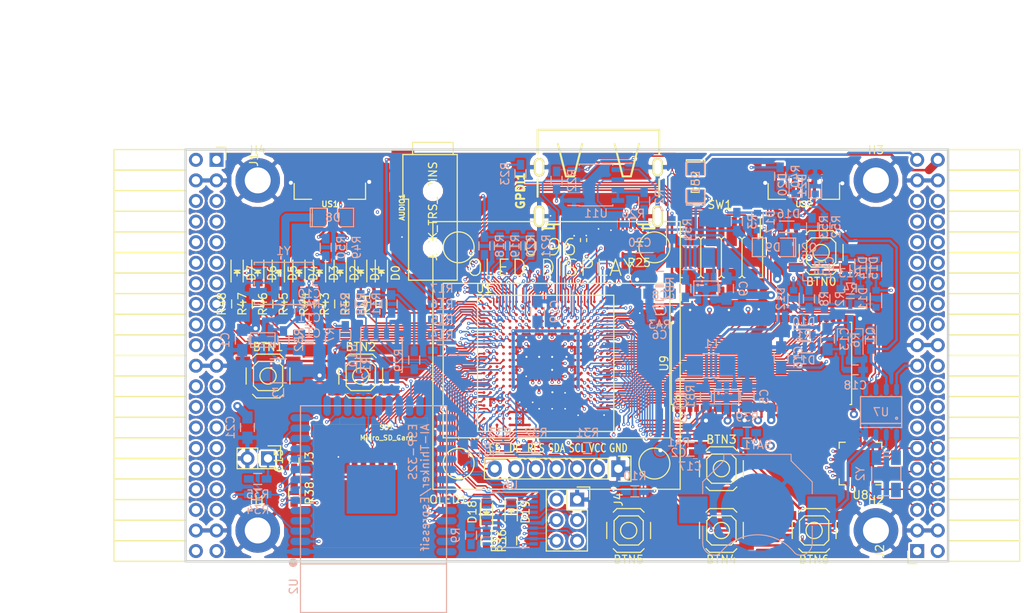
<source format=kicad_pcb>
(kicad_pcb (version 4) (host pcbnew 4.0.6+dfsg1-1)
  (layers (0 F.Cu signal) (1 In1.Cu signal) (2 In2.Cu signal) (31 B.Cu signal) (34 B.Paste user) (35 F.Paste user) (36 B.SilkS user) (37 F.SilkS user) (38 B.Mask user) (39 F.Mask user) (44 Edge.Cuts user))
  (net 0 "")
  (net 1 GND)
  (net 2 +5V)
  (net 3 /gpio/IN5V)
  (net 4 /gpio/OUT5V)
  (net 5 +3V3)
  (net 6 "Net-(L1-Pad1)")
  (net 7 "Net-(L2-Pad1)")
  (net 8 +1V2)
  (net 9 BTN_D)
  (net 10 BTN_F1)
  (net 11 BTN_F2)
  (net 12 BTN_L)
  (net 13 BTN_R)
  (net 14 BTN_U)
  (net 15 /power/FB1)
  (net 16 +2V5)
  (net 17 "Net-(L3-Pad1)")
  (net 18 /power/PWREN)
  (net 19 /power/FB3)
  (net 20 /power/FB2)
  (net 21 "Net-(D9-Pad1)")
  (net 22 /power/VBAT)
  (net 23 JTAG_TDI)
  (net 24 JTAG_TCK)
  (net 25 JTAG_TMS)
  (net 26 JTAG_TDO)
  (net 27 /power/WAKEUPn)
  (net 28 /power/WKUP)
  (net 29 /power/SHUT)
  (net 30 /power/WAKE)
  (net 31 /power/HOLD)
  (net 32 /power/WKn)
  (net 33 /power/OSCI_32k)
  (net 34 /power/OSCO_32k)
  (net 35 "Net-(Q2-Pad3)")
  (net 36 SHUTDOWN)
  (net 37 /analog/AUDIO_L)
  (net 38 /analog/AUDIO_R)
  (net 39 GPDI_5V_SCL)
  (net 40 GPDI_5V_SDA)
  (net 41 GPDI_SDA)
  (net 42 GPDI_SCL)
  (net 43 /gpdi/VREF2)
  (net 44 SD_CMD)
  (net 45 SD_CLK)
  (net 46 SD_D0)
  (net 47 SD_D1)
  (net 48 USB5V)
  (net 49 "Net-(BTN0-Pad1)")
  (net 50 GPDI_CEC)
  (net 51 nRESET)
  (net 52 FTDI_nDTR)
  (net 53 SDRAM_CKE)
  (net 54 SDRAM_A7)
  (net 55 SDRAM_D15)
  (net 56 SDRAM_BA1)
  (net 57 SDRAM_D7)
  (net 58 SDRAM_A6)
  (net 59 SDRAM_CLK)
  (net 60 SDRAM_D13)
  (net 61 SDRAM_BA0)
  (net 62 SDRAM_D6)
  (net 63 SDRAM_A5)
  (net 64 SDRAM_D14)
  (net 65 SDRAM_A11)
  (net 66 SDRAM_D12)
  (net 67 SDRAM_D5)
  (net 68 SDRAM_A4)
  (net 69 SDRAM_A10)
  (net 70 SDRAM_D11)
  (net 71 SDRAM_A3)
  (net 72 SDRAM_D4)
  (net 73 SDRAM_D10)
  (net 74 SDRAM_D9)
  (net 75 SDRAM_A9)
  (net 76 SDRAM_D3)
  (net 77 SDRAM_D8)
  (net 78 SDRAM_A8)
  (net 79 SDRAM_A2)
  (net 80 SDRAM_A1)
  (net 81 SDRAM_A0)
  (net 82 SDRAM_D2)
  (net 83 SDRAM_D1)
  (net 84 SDRAM_D0)
  (net 85 SDRAM_DQM0)
  (net 86 SDRAM_nCS)
  (net 87 SDRAM_nRAS)
  (net 88 SDRAM_DQM1)
  (net 89 SDRAM_nCAS)
  (net 90 SDRAM_nWE)
  (net 91 /flash/FLASH_nWP)
  (net 92 /flash/FLASH_nHOLD)
  (net 93 /flash/FLASH_MOSI)
  (net 94 /flash/FLASH_MISO)
  (net 95 /flash/FLASH_SCK)
  (net 96 /flash/FLASH_nCS)
  (net 97 /flash/FPGA_PROGRAMN)
  (net 98 /flash/FPGA_DONE)
  (net 99 /flash/FPGA_INITN)
  (net 100 OLED_RES)
  (net 101 OLED_DC)
  (net 102 OLED_CS)
  (net 103 WIFI_EN)
  (net 104 FTDI_nRTS)
  (net 105 FTDI_TXD)
  (net 106 FTDI_RXD)
  (net 107 WIFI_RXD)
  (net 108 WIFI_GPIO0)
  (net 109 WIFI_TXD)
  (net 110 GPDI_ETH-)
  (net 111 GPDI_ETH+)
  (net 112 GPDI_D2+)
  (net 113 GPDI_D2-)
  (net 114 GPDI_D1+)
  (net 115 GPDI_D1-)
  (net 116 GPDI_D0+)
  (net 117 GPDI_D0-)
  (net 118 GPDI_CLK+)
  (net 119 GPDI_CLK-)
  (net 120 USB_FTDI_D+)
  (net 121 USB_FTDI_D-)
  (net 122 J1_17-)
  (net 123 J1_17+)
  (net 124 J1_23-)
  (net 125 J1_23+)
  (net 126 J1_25-)
  (net 127 J1_25+)
  (net 128 J1_27-)
  (net 129 J1_27+)
  (net 130 J1_29-)
  (net 131 J1_29+)
  (net 132 J1_31-)
  (net 133 J1_31+)
  (net 134 J1_33-)
  (net 135 J1_33+)
  (net 136 J1_35-)
  (net 137 J1_35+)
  (net 138 J2_5-)
  (net 139 J2_5+)
  (net 140 J2_7-)
  (net 141 J2_7+)
  (net 142 J2_9-)
  (net 143 J2_9+)
  (net 144 J2_13-)
  (net 145 J2_13+)
  (net 146 J2_17-)
  (net 147 J2_17+)
  (net 148 J2_11-)
  (net 149 J2_11+)
  (net 150 J2_23-)
  (net 151 J2_23+)
  (net 152 J1_5-)
  (net 153 J1_5+)
  (net 154 J1_7-)
  (net 155 J1_7+)
  (net 156 J1_9-)
  (net 157 J1_9+)
  (net 158 J1_11-)
  (net 159 J1_11+)
  (net 160 J1_13-)
  (net 161 J1_13+)
  (net 162 J1_15-)
  (net 163 J1_15+)
  (net 164 J2_15-)
  (net 165 J2_15+)
  (net 166 J2_25-)
  (net 167 J2_25+)
  (net 168 J2_27-)
  (net 169 J2_27+)
  (net 170 J2_29-)
  (net 171 J2_29+)
  (net 172 J2_31-)
  (net 173 J2_31+)
  (net 174 J2_33-)
  (net 175 J2_33+)
  (net 176 J2_35-)
  (net 177 J2_35+)
  (net 178 SD_D3)
  (net 179 AUDIO_L3)
  (net 180 AUDIO_L2)
  (net 181 AUDIO_L1)
  (net 182 AUDIO_L0)
  (net 183 AUDIO_R3)
  (net 184 AUDIO_R2)
  (net 185 AUDIO_R1)
  (net 186 AUDIO_R0)
  (net 187 OLED_CLK)
  (net 188 OLED_MOSI)
  (net 189 LED0)
  (net 190 LED1)
  (net 191 LED2)
  (net 192 LED3)
  (net 193 LED4)
  (net 194 LED5)
  (net 195 LED6)
  (net 196 LED7)
  (net 197 BTN_PWRn)
  (net 198 "Net-(J3-Pad1)")
  (net 199 FTDI_nTXLED)
  (net 200 FTDI_nSLEEP)
  (net 201 /blinkey/LED_PWREN)
  (net 202 /blinkey/LED_TXLED)
  (net 203 FT3V3)
  (net 204 /sdcard/SD3V3)
  (net 205 SD_D2)
  (net 206 CLK_25MHz)
  (net 207 /blinkey/BTNPUL)
  (net 208 /blinkey/BTNPUR)
  (net 209 USB_FPGA_D+)
  (net 210 /power/FTDI_nSUSPEND)
  (net 211 /blinkey/ALED0)
  (net 212 /blinkey/ALED1)
  (net 213 /blinkey/ALED2)
  (net 214 /blinkey/ALED3)
  (net 215 /blinkey/ALED4)
  (net 216 /blinkey/ALED5)
  (net 217 /blinkey/ALED6)
  (net 218 /blinkey/ALED7)
  (net 219 /usb/FTD-)
  (net 220 /usb/FTD+)
  (net 221 ADC_MISO)
  (net 222 ADC_MOSI)
  (net 223 ADC_CSn)
  (net 224 ADC_SCLK)
  (net 225 "Net-(R51-Pad2)")
  (net 226 SW3)
  (net 227 SW2)
  (net 228 SW1)
  (net 229 SW0)
  (net 230 USB_FPGA_D-)
  (net 231 /usb/FPD+)
  (net 232 /usb/FPD-)
  (net 233 WIFI_15)
  (module Resistors_SMD:R_0603_HandSoldering (layer B.Cu) (at 154.044 71.326 90)
    (fp_text reference R51 (at 0 1.9 90) (layer B.SilkS) (effects (justify mirror)))
    (fp_text value 220)
    (pad 1 smd rect (at -1.1 0 90) (size 1.2 0.9) (layers B.Cu B.Paste B.Mask) (net 5 +3V3))
    (pad 2 smd rect (at 1.1 0 90) (size 1.2 0.9) (layers B.Cu B.Paste B.Mask) (net 225 "Net-(R51-Pad2)"))
  )
  (module Pin_Headers:Pin_Header_Straight_SMT_02x04 (layer F.Cu) (at 160.14 74.73 180)
    (fp_text reference SW1 (at 0.2 6.5 180) (layer F.SilkS))
    (fp_text value DIPSW)
    (pad 1 smd rect (at -3.81 3.2 180) (size 1.27 3.6) (layers F.Cu F.Paste F.Mask) (net 226 SW3))
    (pad 2 smd rect (at -1.27 3.2 180) (size 1.27 3.6) (layers F.Cu F.Paste F.Mask) (net 227 SW2))
    (pad 3 smd rect (at 1.27 3.2 180) (size 1.27 3.6) (layers F.Cu F.Paste F.Mask) (net 228 SW1))
    (pad 4 smd rect (at 3.81 3.2 180) (size 1.27 3.6) (layers F.Cu F.Paste F.Mask) (net 229 SW0))
    (pad 5 smd rect (at 3.81 -3.2 180) (size 1.27 3.6) (layers F.Cu F.Paste F.Mask) (net 225 "Net-(R51-Pad2)"))
    (pad 6 smd rect (at 1.27 -3.2 180) (size 1.27 3.6) (layers F.Cu F.Paste F.Mask) (net 225 "Net-(R51-Pad2)"))
    (pad 7 smd rect (at -1.27 -3.2 180) (size 1.27 3.6) (layers F.Cu F.Paste F.Mask) (net 225 "Net-(R51-Pad2)"))
    (pad 8 smd rect (at -3.81 -3.2 180) (size 1.27 3.6) (layers F.Cu F.Paste F.Mask) (net 225 "Net-(R51-Pad2)"))
  )
  (module lfe5bg381:BGA-381_pitch0.8mm_dia0.4mm (layer F.Cu) (at 138.48 87.8)
    (fp_text reference U1 (at -7.6 -9.2) (layer F.SilkS))
    (fp_text value LFE5U-25F-6BG381C)
    (pad A2 smd circle (at -6.8 -7.6) (size 0.35 0.35) (layers F.Cu F.Paste F.Mask) (net 129 J1_27+))
    (pad A3 smd circle (at -6 -7.6) (size 0.35 0.35) (layers F.Cu F.Paste F.Mask) (net 183 AUDIO_R3))
    (pad A4 smd circle (at -5.2 -7.6) (size 0.35 0.35) (layers F.Cu F.Paste F.Mask) (net 127 J1_25+))
    (pad A5 smd circle (at -4.4 -7.6) (size 0.35 0.35) (layers F.Cu F.Paste F.Mask) (net 126 J1_25-))
    (pad A6 smd circle (at -3.6 -7.6) (size 0.35 0.35) (layers F.Cu F.Paste F.Mask) (net 125 J1_23+))
    (pad A7 smd circle (at -2.8 -7.6) (size 0.35 0.35) (layers F.Cu F.Paste F.Mask) (net 161 J1_13+))
    (pad A8 smd circle (at -2 -7.6) (size 0.35 0.35) (layers F.Cu F.Paste F.Mask) (net 160 J1_13-))
    (pad A9 smd circle (at -1.2 -7.6) (size 0.35 0.35) (layers F.Cu F.Paste F.Mask) (net 156 J1_9-))
    (pad A10 smd circle (at -0.4 -7.6) (size 0.35 0.35) (layers F.Cu F.Paste F.Mask) (net 155 J1_7+))
    (pad A11 smd circle (at 0.4 -7.6) (size 0.35 0.35) (layers F.Cu F.Paste F.Mask) (net 154 J1_7-))
    (pad A12 smd circle (at 1.2 -7.6) (size 0.35 0.35) (layers F.Cu F.Paste F.Mask) (net 111 GPDI_ETH+))
    (pad A13 smd circle (at 2 -7.6) (size 0.35 0.35) (layers F.Cu F.Paste F.Mask) (net 110 GPDI_ETH-))
    (pad A14 smd circle (at 2.8 -7.6) (size 0.35 0.35) (layers F.Cu F.Paste F.Mask) (net 112 GPDI_D2+))
    (pad A15 smd circle (at 3.6 -7.6) (size 0.35 0.35) (layers F.Cu F.Paste F.Mask))
    (pad A16 smd circle (at 4.4 -7.6) (size 0.35 0.35) (layers F.Cu F.Paste F.Mask) (net 114 GPDI_D1+))
    (pad A17 smd circle (at 5.2 -7.6) (size 0.35 0.35) (layers F.Cu F.Paste F.Mask) (net 116 GPDI_D0+))
    (pad A18 smd circle (at 6 -7.6) (size 0.35 0.35) (layers F.Cu F.Paste F.Mask) (net 118 GPDI_CLK+))
    (pad A19 smd circle (at 6.8 -7.6) (size 0.35 0.35) (layers F.Cu F.Paste F.Mask) (net 50 GPDI_CEC))
    (pad B1 smd circle (at -7.6 -6.8) (size 0.35 0.35) (layers F.Cu F.Paste F.Mask) (net 128 J1_27-))
    (pad B2 smd circle (at -6.8 -6.8) (size 0.35 0.35) (layers F.Cu F.Paste F.Mask) (net 189 LED0))
    (pad B3 smd circle (at -6 -6.8) (size 0.35 0.35) (layers F.Cu F.Paste F.Mask) (net 182 AUDIO_L0))
    (pad B4 smd circle (at -5.2 -6.8) (size 0.35 0.35) (layers F.Cu F.Paste F.Mask) (net 130 J1_29-))
    (pad B5 smd circle (at -4.4 -6.8) (size 0.35 0.35) (layers F.Cu F.Paste F.Mask) (net 184 AUDIO_R2))
    (pad B6 smd circle (at -3.6 -6.8) (size 0.35 0.35) (layers F.Cu F.Paste F.Mask) (net 124 J1_23-))
    (pad B7 smd circle (at -2.8 -6.8) (size 0.35 0.35) (layers F.Cu F.Paste F.Mask) (net 1 GND))
    (pad B8 smd circle (at -2 -6.8) (size 0.35 0.35) (layers F.Cu F.Paste F.Mask) (net 162 J1_15-))
    (pad B9 smd circle (at -1.2 -6.8) (size 0.35 0.35) (layers F.Cu F.Paste F.Mask) (net 159 J1_11+))
    (pad B10 smd circle (at -0.4 -6.8) (size 0.35 0.35) (layers F.Cu F.Paste F.Mask) (net 157 J1_9+))
    (pad B11 smd circle (at 0.4 -6.8) (size 0.35 0.35) (layers F.Cu F.Paste F.Mask) (net 153 J1_5+))
    (pad B12 smd circle (at 1.2 -6.8) (size 0.35 0.35) (layers F.Cu F.Paste F.Mask))
    (pad B13 smd circle (at 2 -6.8) (size 0.35 0.35) (layers F.Cu F.Paste F.Mask) (net 175 J2_33+))
    (pad B14 smd circle (at 2.8 -6.8) (size 0.35 0.35) (layers F.Cu F.Paste F.Mask) (net 1 GND))
    (pad B15 smd circle (at 3.6 -6.8) (size 0.35 0.35) (layers F.Cu F.Paste F.Mask) (net 173 J2_31+))
    (pad B16 smd circle (at 4.4 -6.8) (size 0.35 0.35) (layers F.Cu F.Paste F.Mask) (net 115 GPDI_D1-))
    (pad B17 smd circle (at 5.2 -6.8) (size 0.35 0.35) (layers F.Cu F.Paste F.Mask) (net 169 J2_27+))
    (pad B18 smd circle (at 6 -6.8) (size 0.35 0.35) (layers F.Cu F.Paste F.Mask) (net 117 GPDI_D0-))
    (pad B19 smd circle (at 6.8 -6.8) (size 0.35 0.35) (layers F.Cu F.Paste F.Mask) (net 119 GPDI_CLK-))
    (pad B20 smd circle (at 7.6 -6.8) (size 0.35 0.35) (layers F.Cu F.Paste F.Mask) (net 41 GPDI_SDA))
    (pad C1 smd circle (at -7.6 -6) (size 0.35 0.35) (layers F.Cu F.Paste F.Mask) (net 191 LED2))
    (pad C2 smd circle (at -6.8 -6) (size 0.35 0.35) (layers F.Cu F.Paste F.Mask) (net 190 LED1))
    (pad C3 smd circle (at -6 -6) (size 0.35 0.35) (layers F.Cu F.Paste F.Mask) (net 181 AUDIO_L1))
    (pad C4 smd circle (at -5.2 -6) (size 0.35 0.35) (layers F.Cu F.Paste F.Mask) (net 131 J1_29+))
    (pad C5 smd circle (at -4.4 -6) (size 0.35 0.35) (layers F.Cu F.Paste F.Mask) (net 186 AUDIO_R0))
    (pad C6 smd circle (at -3.6 -6) (size 0.35 0.35) (layers F.Cu F.Paste F.Mask) (net 123 J1_17+))
    (pad C7 smd circle (at -2.8 -6) (size 0.35 0.35) (layers F.Cu F.Paste F.Mask) (net 122 J1_17-))
    (pad C8 smd circle (at -2 -6) (size 0.35 0.35) (layers F.Cu F.Paste F.Mask) (net 163 J1_15+))
    (pad C9 smd circle (at -1.2 -6) (size 0.35 0.35) (layers F.Cu F.Paste F.Mask))
    (pad C10 smd circle (at -0.4 -6) (size 0.35 0.35) (layers F.Cu F.Paste F.Mask) (net 158 J1_11-))
    (pad C11 smd circle (at 0.4 -6) (size 0.35 0.35) (layers F.Cu F.Paste F.Mask) (net 152 J1_5-))
    (pad C12 smd circle (at 1.2 -6) (size 0.35 0.35) (layers F.Cu F.Paste F.Mask) (net 42 GPDI_SCL))
    (pad C13 smd circle (at 2 -6) (size 0.35 0.35) (layers F.Cu F.Paste F.Mask) (net 174 J2_33-))
    (pad C14 smd circle (at 2.8 -6) (size 0.35 0.35) (layers F.Cu F.Paste F.Mask) (net 113 GPDI_D2-))
    (pad C15 smd circle (at 3.6 -6) (size 0.35 0.35) (layers F.Cu F.Paste F.Mask) (net 172 J2_31-))
    (pad C16 smd circle (at 4.4 -6) (size 0.35 0.35) (layers F.Cu F.Paste F.Mask) (net 171 J2_29+))
    (pad C17 smd circle (at 5.2 -6) (size 0.35 0.35) (layers F.Cu F.Paste F.Mask) (net 168 J2_27-))
    (pad C18 smd circle (at 6 -6) (size 0.35 0.35) (layers F.Cu F.Paste F.Mask) (net 151 J2_23+))
    (pad C19 smd circle (at 6.8 -6) (size 0.35 0.35) (layers F.Cu F.Paste F.Mask) (net 1 GND))
    (pad C20 smd circle (at 7.6 -6) (size 0.35 0.35) (layers F.Cu F.Paste F.Mask) (net 64 SDRAM_D14))
    (pad D1 smd circle (at -7.6 -5.2) (size 0.35 0.35) (layers F.Cu F.Paste F.Mask) (net 193 LED4))
    (pad D2 smd circle (at -6.8 -5.2) (size 0.35 0.35) (layers F.Cu F.Paste F.Mask) (net 192 LED3))
    (pad D3 smd circle (at -6 -5.2) (size 0.35 0.35) (layers F.Cu F.Paste F.Mask) (net 180 AUDIO_L2))
    (pad D4 smd circle (at -5.2 -5.2) (size 0.35 0.35) (layers F.Cu F.Paste F.Mask) (net 1 GND))
    (pad D5 smd circle (at -4.4 -5.2) (size 0.35 0.35) (layers F.Cu F.Paste F.Mask) (net 185 AUDIO_R1))
    (pad D6 smd circle (at -3.6 -5.2) (size 0.35 0.35) (layers F.Cu F.Paste F.Mask) (net 197 BTN_PWRn))
    (pad D7 smd circle (at -2.8 -5.2) (size 0.35 0.35) (layers F.Cu F.Paste F.Mask) (net 228 SW1))
    (pad D8 smd circle (at -2 -5.2) (size 0.35 0.35) (layers F.Cu F.Paste F.Mask) (net 229 SW0))
    (pad D9 smd circle (at -1.2 -5.2) (size 0.35 0.35) (layers F.Cu F.Paste F.Mask))
    (pad D10 smd circle (at -0.4 -5.2) (size 0.35 0.35) (layers F.Cu F.Paste F.Mask))
    (pad D11 smd circle (at 0.4 -5.2) (size 0.35 0.35) (layers F.Cu F.Paste F.Mask))
    (pad D12 smd circle (at 1.2 -5.2) (size 0.35 0.35) (layers F.Cu F.Paste F.Mask))
    (pad D13 smd circle (at 2 -5.2) (size 0.35 0.35) (layers F.Cu F.Paste F.Mask) (net 177 J2_35+))
    (pad D14 smd circle (at 2.8 -5.2) (size 0.35 0.35) (layers F.Cu F.Paste F.Mask))
    (pad D15 smd circle (at 3.6 -5.2) (size 0.35 0.35) (layers F.Cu F.Paste F.Mask) (net 167 J2_25+))
    (pad D16 smd circle (at 4.4 -5.2) (size 0.35 0.35) (layers F.Cu F.Paste F.Mask) (net 170 J2_29-))
    (pad D17 smd circle (at 5.2 -5.2) (size 0.35 0.35) (layers F.Cu F.Paste F.Mask) (net 150 J2_23-))
    (pad D18 smd circle (at 6 -5.2) (size 0.35 0.35) (layers F.Cu F.Paste F.Mask) (net 147 J2_17+))
    (pad D19 smd circle (at 6.8 -5.2) (size 0.35 0.35) (layers F.Cu F.Paste F.Mask) (net 55 SDRAM_D15))
    (pad D20 smd circle (at 7.6 -5.2) (size 0.35 0.35) (layers F.Cu F.Paste F.Mask) (net 60 SDRAM_D13))
    (pad E1 smd circle (at -7.6 -4.4) (size 0.35 0.35) (layers F.Cu F.Paste F.Mask) (net 195 LED6))
    (pad E2 smd circle (at -6.8 -4.4) (size 0.35 0.35) (layers F.Cu F.Paste F.Mask) (net 194 LED5))
    (pad E3 smd circle (at -6 -4.4) (size 0.35 0.35) (layers F.Cu F.Paste F.Mask) (net 132 J1_31-))
    (pad E4 smd circle (at -5.2 -4.4) (size 0.35 0.35) (layers F.Cu F.Paste F.Mask) (net 179 AUDIO_L3))
    (pad E5 smd circle (at -4.4 -4.4) (size 0.35 0.35) (layers F.Cu F.Paste F.Mask))
    (pad E6 smd circle (at -3.6 -4.4) (size 0.35 0.35) (layers F.Cu F.Paste F.Mask))
    (pad E7 smd circle (at -2.8 -4.4) (size 0.35 0.35) (layers F.Cu F.Paste F.Mask) (net 226 SW3))
    (pad E8 smd circle (at -2 -4.4) (size 0.35 0.35) (layers F.Cu F.Paste F.Mask) (net 227 SW2))
    (pad E9 smd circle (at -1.2 -4.4) (size 0.35 0.35) (layers F.Cu F.Paste F.Mask))
    (pad E10 smd circle (at -0.4 -4.4) (size 0.35 0.35) (layers F.Cu F.Paste F.Mask))
    (pad E11 smd circle (at 0.4 -4.4) (size 0.35 0.35) (layers F.Cu F.Paste F.Mask))
    (pad E12 smd circle (at 1.2 -4.4) (size 0.35 0.35) (layers F.Cu F.Paste F.Mask))
    (pad E13 smd circle (at 2 -4.4) (size 0.35 0.35) (layers F.Cu F.Paste F.Mask) (net 176 J2_35-))
    (pad E14 smd circle (at 2.8 -4.4) (size 0.35 0.35) (layers F.Cu F.Paste F.Mask))
    (pad E15 smd circle (at 3.6 -4.4) (size 0.35 0.35) (layers F.Cu F.Paste F.Mask) (net 166 J2_25-))
    (pad E16 smd circle (at 4.4 -4.4) (size 0.35 0.35) (layers F.Cu F.Paste F.Mask) (net 209 USB_FPGA_D+))
    (pad E17 smd circle (at 5.2 -4.4) (size 0.35 0.35) (layers F.Cu F.Paste F.Mask) (net 146 J2_17-))
    (pad E18 smd circle (at 6 -4.4) (size 0.35 0.35) (layers F.Cu F.Paste F.Mask) (net 72 SDRAM_D4))
    (pad E19 smd circle (at 6.8 -4.4) (size 0.35 0.35) (layers F.Cu F.Paste F.Mask) (net 66 SDRAM_D12))
    (pad E20 smd circle (at 7.6 -4.4) (size 0.35 0.35) (layers F.Cu F.Paste F.Mask) (net 70 SDRAM_D11))
    (pad F1 smd circle (at -7.6 -3.6) (size 0.35 0.35) (layers F.Cu F.Paste F.Mask) (net 103 WIFI_EN))
    (pad F2 smd circle (at -6.8 -3.6) (size 0.35 0.35) (layers F.Cu F.Paste F.Mask))
    (pad F3 smd circle (at -6 -3.6) (size 0.35 0.35) (layers F.Cu F.Paste F.Mask) (net 134 J1_33-))
    (pad F4 smd circle (at -5.2 -3.6) (size 0.35 0.35) (layers F.Cu F.Paste F.Mask) (net 133 J1_31+))
    (pad F5 smd circle (at -4.4 -3.6) (size 0.35 0.35) (layers F.Cu F.Paste F.Mask))
    (pad F6 smd circle (at -3.6 -3.6) (size 0.35 0.35) (layers F.Cu F.Paste F.Mask) (net 16 +2V5))
    (pad F7 smd circle (at -2.8 -3.6) (size 0.35 0.35) (layers F.Cu F.Paste F.Mask) (net 1 GND))
    (pad F8 smd circle (at -2 -3.6) (size 0.35 0.35) (layers F.Cu F.Paste F.Mask) (net 1 GND))
    (pad F9 smd circle (at -1.2 -3.6) (size 0.35 0.35) (layers F.Cu F.Paste F.Mask) (net 5 +3V3))
    (pad F10 smd circle (at -0.4 -3.6) (size 0.35 0.35) (layers F.Cu F.Paste F.Mask) (net 5 +3V3))
    (pad F11 smd circle (at 0.4 -3.6) (size 0.35 0.35) (layers F.Cu F.Paste F.Mask) (net 5 +3V3))
    (pad F12 smd circle (at 1.2 -3.6) (size 0.35 0.35) (layers F.Cu F.Paste F.Mask) (net 5 +3V3))
    (pad F13 smd circle (at 2 -3.6) (size 0.35 0.35) (layers F.Cu F.Paste F.Mask) (net 1 GND))
    (pad F14 smd circle (at 2.8 -3.6) (size 0.35 0.35) (layers F.Cu F.Paste F.Mask) (net 1 GND))
    (pad F15 smd circle (at 3.6 -3.6) (size 0.35 0.35) (layers F.Cu F.Paste F.Mask) (net 16 +2V5))
    (pad F16 smd circle (at 4.4 -3.6) (size 0.35 0.35) (layers F.Cu F.Paste F.Mask) (net 230 USB_FPGA_D-))
    (pad F17 smd circle (at 5.2 -3.6) (size 0.35 0.35) (layers F.Cu F.Paste F.Mask) (net 165 J2_15+))
    (pad F18 smd circle (at 6 -3.6) (size 0.35 0.35) (layers F.Cu F.Paste F.Mask) (net 67 SDRAM_D5))
    (pad F19 smd circle (at 6.8 -3.6) (size 0.35 0.35) (layers F.Cu F.Paste F.Mask) (net 73 SDRAM_D10))
    (pad F20 smd circle (at 7.6 -3.6) (size 0.35 0.35) (layers F.Cu F.Paste F.Mask) (net 74 SDRAM_D9))
    (pad G1 smd circle (at -7.6 -2.8) (size 0.35 0.35) (layers F.Cu F.Paste F.Mask))
    (pad G2 smd circle (at -6.8 -2.8) (size 0.35 0.35) (layers F.Cu F.Paste F.Mask) (net 206 CLK_25MHz))
    (pad G3 smd circle (at -6 -2.8) (size 0.35 0.35) (layers F.Cu F.Paste F.Mask) (net 135 J1_33+))
    (pad G4 smd circle (at -5.2 -2.8) (size 0.35 0.35) (layers F.Cu F.Paste F.Mask) (net 1 GND))
    (pad G5 smd circle (at -4.4 -2.8) (size 0.35 0.35) (layers F.Cu F.Paste F.Mask) (net 136 J1_35-))
    (pad G6 smd circle (at -3.6 -2.8) (size 0.35 0.35) (layers F.Cu F.Paste F.Mask) (net 1 GND))
    (pad G7 smd circle (at -2.8 -2.8) (size 0.35 0.35) (layers F.Cu F.Paste F.Mask) (net 1 GND))
    (pad G8 smd circle (at -2 -2.8) (size 0.35 0.35) (layers F.Cu F.Paste F.Mask) (net 1 GND))
    (pad G9 smd circle (at -1.2 -2.8) (size 0.35 0.35) (layers F.Cu F.Paste F.Mask) (net 1 GND))
    (pad G10 smd circle (at -0.4 -2.8) (size 0.35 0.35) (layers F.Cu F.Paste F.Mask) (net 1 GND))
    (pad G11 smd circle (at 0.4 -2.8) (size 0.35 0.35) (layers F.Cu F.Paste F.Mask) (net 1 GND))
    (pad G12 smd circle (at 1.2 -2.8) (size 0.35 0.35) (layers F.Cu F.Paste F.Mask) (net 1 GND))
    (pad G13 smd circle (at 2 -2.8) (size 0.35 0.35) (layers F.Cu F.Paste F.Mask) (net 1 GND))
    (pad G14 smd circle (at 2.8 -2.8) (size 0.35 0.35) (layers F.Cu F.Paste F.Mask) (net 1 GND))
    (pad G15 smd circle (at 3.6 -2.8) (size 0.35 0.35) (layers F.Cu F.Paste F.Mask) (net 1 GND))
    (pad G16 smd circle (at 4.4 -2.8) (size 0.35 0.35) (layers F.Cu F.Paste F.Mask))
    (pad G17 smd circle (at 5.2 -2.8) (size 0.35 0.35) (layers F.Cu F.Paste F.Mask) (net 1 GND))
    (pad G18 smd circle (at 6 -2.8) (size 0.35 0.35) (layers F.Cu F.Paste F.Mask) (net 164 J2_15-))
    (pad G19 smd circle (at 6.8 -2.8) (size 0.35 0.35) (layers F.Cu F.Paste F.Mask) (net 77 SDRAM_D8))
    (pad G20 smd circle (at 7.6 -2.8) (size 0.35 0.35) (layers F.Cu F.Paste F.Mask) (net 88 SDRAM_DQM1))
    (pad H1 smd circle (at -7.6 -2) (size 0.35 0.35) (layers F.Cu F.Paste F.Mask) (net 178 SD_D3))
    (pad H2 smd circle (at -6.8 -2) (size 0.35 0.35) (layers F.Cu F.Paste F.Mask) (net 205 SD_D2))
    (pad H3 smd circle (at -6 -2) (size 0.35 0.35) (layers F.Cu F.Paste F.Mask) (net 196 LED7))
    (pad H4 smd circle (at -5.2 -2) (size 0.35 0.35) (layers F.Cu F.Paste F.Mask) (net 137 J1_35+))
    (pad H5 smd circle (at -4.4 -2) (size 0.35 0.35) (layers F.Cu F.Paste F.Mask))
    (pad H6 smd circle (at -3.6 -2) (size 0.35 0.35) (layers F.Cu F.Paste F.Mask) (net 5 +3V3))
    (pad H7 smd circle (at -2.8 -2) (size 0.35 0.35) (layers F.Cu F.Paste F.Mask) (net 5 +3V3))
    (pad H8 smd circle (at -2 -2) (size 0.35 0.35) (layers F.Cu F.Paste F.Mask) (net 8 +1V2))
    (pad H9 smd circle (at -1.2 -2) (size 0.35 0.35) (layers F.Cu F.Paste F.Mask) (net 8 +1V2))
    (pad H10 smd circle (at -0.4 -2) (size 0.35 0.35) (layers F.Cu F.Paste F.Mask) (net 8 +1V2))
    (pad H11 smd circle (at 0.4 -2) (size 0.35 0.35) (layers F.Cu F.Paste F.Mask) (net 8 +1V2))
    (pad H12 smd circle (at 1.2 -2) (size 0.35 0.35) (layers F.Cu F.Paste F.Mask) (net 8 +1V2))
    (pad H13 smd circle (at 2 -2) (size 0.35 0.35) (layers F.Cu F.Paste F.Mask) (net 8 +1V2))
    (pad H14 smd circle (at 2.8 -2) (size 0.35 0.35) (layers F.Cu F.Paste F.Mask) (net 5 +3V3))
    (pad H15 smd circle (at 3.6 -2) (size 0.35 0.35) (layers F.Cu F.Paste F.Mask) (net 5 +3V3))
    (pad H16 smd circle (at 4.4 -2) (size 0.35 0.35) (layers F.Cu F.Paste F.Mask))
    (pad H17 smd circle (at 5.2 -2) (size 0.35 0.35) (layers F.Cu F.Paste F.Mask) (net 144 J2_13-))
    (pad H18 smd circle (at 6 -2) (size 0.35 0.35) (layers F.Cu F.Paste F.Mask) (net 145 J2_13+))
    (pad H19 smd circle (at 6.8 -2) (size 0.35 0.35) (layers F.Cu F.Paste F.Mask) (net 1 GND))
    (pad H20 smd circle (at 7.6 -2) (size 0.35 0.35) (layers F.Cu F.Paste F.Mask) (net 59 SDRAM_CLK))
    (pad J1 smd circle (at -7.6 -1.2) (size 0.35 0.35) (layers F.Cu F.Paste F.Mask) (net 45 SD_CLK))
    (pad J2 smd circle (at -6.8 -1.2) (size 0.35 0.35) (layers F.Cu F.Paste F.Mask) (net 1 GND))
    (pad J3 smd circle (at -6 -1.2) (size 0.35 0.35) (layers F.Cu F.Paste F.Mask) (net 44 SD_CMD))
    (pad J4 smd circle (at -5.2 -1.2) (size 0.35 0.35) (layers F.Cu F.Paste F.Mask))
    (pad J5 smd circle (at -4.4 -1.2) (size 0.35 0.35) (layers F.Cu F.Paste F.Mask))
    (pad J6 smd circle (at -3.6 -1.2) (size 0.35 0.35) (layers F.Cu F.Paste F.Mask) (net 5 +3V3))
    (pad J7 smd circle (at -2.8 -1.2) (size 0.35 0.35) (layers F.Cu F.Paste F.Mask) (net 1 GND))
    (pad J8 smd circle (at -2 -1.2) (size 0.35 0.35) (layers F.Cu F.Paste F.Mask) (net 8 +1V2))
    (pad J9 smd circle (at -1.2 -1.2) (size 0.35 0.35) (layers F.Cu F.Paste F.Mask) (net 1 GND))
    (pad J10 smd circle (at -0.4 -1.2) (size 0.35 0.35) (layers F.Cu F.Paste F.Mask) (net 1 GND))
    (pad J11 smd circle (at 0.4 -1.2) (size 0.35 0.35) (layers F.Cu F.Paste F.Mask) (net 1 GND))
    (pad J12 smd circle (at 1.2 -1.2) (size 0.35 0.35) (layers F.Cu F.Paste F.Mask) (net 1 GND))
    (pad J13 smd circle (at 2 -1.2) (size 0.35 0.35) (layers F.Cu F.Paste F.Mask) (net 8 +1V2))
    (pad J14 smd circle (at 2.8 -1.2) (size 0.35 0.35) (layers F.Cu F.Paste F.Mask) (net 1 GND))
    (pad J15 smd circle (at 3.6 -1.2) (size 0.35 0.35) (layers F.Cu F.Paste F.Mask) (net 5 +3V3))
    (pad J16 smd circle (at 4.4 -1.2) (size 0.35 0.35) (layers F.Cu F.Paste F.Mask))
    (pad J17 smd circle (at 5.2 -1.2) (size 0.35 0.35) (layers F.Cu F.Paste F.Mask))
    (pad J18 smd circle (at 6 -1.2) (size 0.35 0.35) (layers F.Cu F.Paste F.Mask) (net 76 SDRAM_D3))
    (pad J19 smd circle (at 6.8 -1.2) (size 0.35 0.35) (layers F.Cu F.Paste F.Mask) (net 53 SDRAM_CKE))
    (pad J20 smd circle (at 7.6 -1.2) (size 0.35 0.35) (layers F.Cu F.Paste F.Mask) (net 65 SDRAM_A11))
    (pad K1 smd circle (at -7.6 -0.4) (size 0.35 0.35) (layers F.Cu F.Paste F.Mask) (net 47 SD_D1))
    (pad K2 smd circle (at -6.8 -0.4) (size 0.35 0.35) (layers F.Cu F.Paste F.Mask) (net 46 SD_D0))
    (pad K3 smd circle (at -6 -0.4) (size 0.35 0.35) (layers F.Cu F.Paste F.Mask) (net 107 WIFI_RXD))
    (pad K4 smd circle (at -5.2 -0.4) (size 0.35 0.35) (layers F.Cu F.Paste F.Mask) (net 109 WIFI_TXD))
    (pad K5 smd circle (at -4.4 -0.4) (size 0.35 0.35) (layers F.Cu F.Paste F.Mask))
    (pad K6 smd circle (at -3.6 -0.4) (size 0.35 0.35) (layers F.Cu F.Paste F.Mask) (net 1 GND))
    (pad K7 smd circle (at -2.8 -0.4) (size 0.35 0.35) (layers F.Cu F.Paste F.Mask) (net 1 GND))
    (pad K8 smd circle (at -2 -0.4) (size 0.35 0.35) (layers F.Cu F.Paste F.Mask) (net 8 +1V2))
    (pad K9 smd circle (at -1.2 -0.4) (size 0.35 0.35) (layers F.Cu F.Paste F.Mask) (net 1 GND))
    (pad K10 smd circle (at -0.4 -0.4) (size 0.35 0.35) (layers F.Cu F.Paste F.Mask) (net 1 GND))
    (pad K11 smd circle (at 0.4 -0.4) (size 0.35 0.35) (layers F.Cu F.Paste F.Mask) (net 1 GND))
    (pad K12 smd circle (at 1.2 -0.4) (size 0.35 0.35) (layers F.Cu F.Paste F.Mask) (net 1 GND))
    (pad K13 smd circle (at 2 -0.4) (size 0.35 0.35) (layers F.Cu F.Paste F.Mask) (net 8 +1V2))
    (pad K14 smd circle (at 2.8 -0.4) (size 0.35 0.35) (layers F.Cu F.Paste F.Mask) (net 1 GND))
    (pad K15 smd circle (at 3.6 -0.4) (size 0.35 0.35) (layers F.Cu F.Paste F.Mask) (net 1 GND))
    (pad K16 smd circle (at 4.4 -0.4) (size 0.35 0.35) (layers F.Cu F.Paste F.Mask))
    (pad K17 smd circle (at 5.2 -0.4) (size 0.35 0.35) (layers F.Cu F.Paste F.Mask))
    (pad K18 smd circle (at 6 -0.4) (size 0.35 0.35) (layers F.Cu F.Paste F.Mask) (net 82 SDRAM_D2))
    (pad K19 smd circle (at 6.8 -0.4) (size 0.35 0.35) (layers F.Cu F.Paste F.Mask) (net 75 SDRAM_A9))
    (pad K20 smd circle (at 7.6 -0.4) (size 0.35 0.35) (layers F.Cu F.Paste F.Mask) (net 78 SDRAM_A8))
    (pad L1 smd circle (at -7.6 0.4) (size 0.35 0.35) (layers F.Cu F.Paste F.Mask))
    (pad L2 smd circle (at -6.8 0.4) (size 0.35 0.35) (layers F.Cu F.Paste F.Mask) (net 108 WIFI_GPIO0))
    (pad L3 smd circle (at -6 0.4) (size 0.35 0.35) (layers F.Cu F.Paste F.Mask))
    (pad L4 smd circle (at -5.2 0.4) (size 0.35 0.35) (layers F.Cu F.Paste F.Mask) (net 106 FTDI_RXD))
    (pad L5 smd circle (at -4.4 0.4) (size 0.35 0.35) (layers F.Cu F.Paste F.Mask))
    (pad L6 smd circle (at -3.6 0.4) (size 0.35 0.35) (layers F.Cu F.Paste F.Mask) (net 5 +3V3))
    (pad L7 smd circle (at -2.8 0.4) (size 0.35 0.35) (layers F.Cu F.Paste F.Mask) (net 5 +3V3))
    (pad L8 smd circle (at -2 0.4) (size 0.35 0.35) (layers F.Cu F.Paste F.Mask) (net 8 +1V2))
    (pad L9 smd circle (at -1.2 0.4) (size 0.35 0.35) (layers F.Cu F.Paste F.Mask) (net 1 GND))
    (pad L10 smd circle (at -0.4 0.4) (size 0.35 0.35) (layers F.Cu F.Paste F.Mask) (net 1 GND))
    (pad L11 smd circle (at 0.4 0.4) (size 0.35 0.35) (layers F.Cu F.Paste F.Mask) (net 1 GND))
    (pad L12 smd circle (at 1.2 0.4) (size 0.35 0.35) (layers F.Cu F.Paste F.Mask) (net 1 GND))
    (pad L13 smd circle (at 2 0.4) (size 0.35 0.35) (layers F.Cu F.Paste F.Mask) (net 8 +1V2))
    (pad L14 smd circle (at 2.8 0.4) (size 0.35 0.35) (layers F.Cu F.Paste F.Mask) (net 5 +3V3))
    (pad L15 smd circle (at 3.6 0.4) (size 0.35 0.35) (layers F.Cu F.Paste F.Mask) (net 5 +3V3))
    (pad L16 smd circle (at 4.4 0.4) (size 0.35 0.35) (layers F.Cu F.Paste F.Mask) (net 149 J2_11+))
    (pad L17 smd circle (at 5.2 0.4) (size 0.35 0.35) (layers F.Cu F.Paste F.Mask) (net 148 J2_11-))
    (pad L18 smd circle (at 6 0.4) (size 0.35 0.35) (layers F.Cu F.Paste F.Mask) (net 83 SDRAM_D1))
    (pad L19 smd circle (at 6.8 0.4) (size 0.35 0.35) (layers F.Cu F.Paste F.Mask) (net 54 SDRAM_A7))
    (pad L20 smd circle (at 7.6 0.4) (size 0.35 0.35) (layers F.Cu F.Paste F.Mask) (net 58 SDRAM_A6))
    (pad M1 smd circle (at -7.6 1.2) (size 0.35 0.35) (layers F.Cu F.Paste F.Mask) (net 105 FTDI_TXD))
    (pad M2 smd circle (at -6.8 1.2) (size 0.35 0.35) (layers F.Cu F.Paste F.Mask) (net 1 GND))
    (pad M3 smd circle (at -6 1.2) (size 0.35 0.35) (layers F.Cu F.Paste F.Mask) (net 104 FTDI_nRTS))
    (pad M4 smd circle (at -5.2 1.2) (size 0.35 0.35) (layers F.Cu F.Paste F.Mask))
    (pad M5 smd circle (at -4.4 1.2) (size 0.35 0.35) (layers F.Cu F.Paste F.Mask))
    (pad M6 smd circle (at -3.6 1.2) (size 0.35 0.35) (layers F.Cu F.Paste F.Mask) (net 5 +3V3))
    (pad M7 smd circle (at -2.8 1.2) (size 0.35 0.35) (layers F.Cu F.Paste F.Mask) (net 1 GND))
    (pad M8 smd circle (at -2 1.2) (size 0.35 0.35) (layers F.Cu F.Paste F.Mask) (net 8 +1V2))
    (pad M9 smd circle (at -1.2 1.2) (size 0.35 0.35) (layers F.Cu F.Paste F.Mask) (net 1 GND))
    (pad M10 smd circle (at -0.4 1.2) (size 0.35 0.35) (layers F.Cu F.Paste F.Mask) (net 1 GND))
    (pad M11 smd circle (at 0.4 1.2) (size 0.35 0.35) (layers F.Cu F.Paste F.Mask) (net 1 GND))
    (pad M12 smd circle (at 1.2 1.2) (size 0.35 0.35) (layers F.Cu F.Paste F.Mask) (net 1 GND))
    (pad M13 smd circle (at 2 1.2) (size 0.35 0.35) (layers F.Cu F.Paste F.Mask) (net 8 +1V2))
    (pad M14 smd circle (at 2.8 1.2) (size 0.35 0.35) (layers F.Cu F.Paste F.Mask) (net 1 GND))
    (pad M15 smd circle (at 3.6 1.2) (size 0.35 0.35) (layers F.Cu F.Paste F.Mask) (net 5 +3V3))
    (pad M16 smd circle (at 4.4 1.2) (size 0.35 0.35) (layers F.Cu F.Paste F.Mask) (net 1 GND))
    (pad M17 smd circle (at 5.2 1.2) (size 0.35 0.35) (layers F.Cu F.Paste F.Mask) (net 142 J2_9-))
    (pad M18 smd circle (at 6 1.2) (size 0.35 0.35) (layers F.Cu F.Paste F.Mask) (net 84 SDRAM_D0))
    (pad M19 smd circle (at 6.8 1.2) (size 0.35 0.35) (layers F.Cu F.Paste F.Mask) (net 63 SDRAM_A5))
    (pad M20 smd circle (at 7.6 1.2) (size 0.35 0.35) (layers F.Cu F.Paste F.Mask) (net 68 SDRAM_A4))
    (pad N1 smd circle (at -7.6 2) (size 0.35 0.35) (layers F.Cu F.Paste F.Mask) (net 52 FTDI_nDTR))
    (pad N2 smd circle (at -6.8 2) (size 0.35 0.35) (layers F.Cu F.Paste F.Mask) (net 102 OLED_CS))
    (pad N3 smd circle (at -6 2) (size 0.35 0.35) (layers F.Cu F.Paste F.Mask) (net 233 WIFI_15))
    (pad N4 smd circle (at -5.2 2) (size 0.35 0.35) (layers F.Cu F.Paste F.Mask))
    (pad N5 smd circle (at -4.4 2) (size 0.35 0.35) (layers F.Cu F.Paste F.Mask))
    (pad N6 smd circle (at -3.6 2) (size 0.35 0.35) (layers F.Cu F.Paste F.Mask) (net 1 GND))
    (pad N7 smd circle (at -2.8 2) (size 0.35 0.35) (layers F.Cu F.Paste F.Mask) (net 1 GND))
    (pad N8 smd circle (at -2 2) (size 0.35 0.35) (layers F.Cu F.Paste F.Mask) (net 8 +1V2))
    (pad N9 smd circle (at -1.2 2) (size 0.35 0.35) (layers F.Cu F.Paste F.Mask) (net 8 +1V2))
    (pad N10 smd circle (at -0.4 2) (size 0.35 0.35) (layers F.Cu F.Paste F.Mask) (net 8 +1V2))
    (pad N11 smd circle (at 0.4 2) (size 0.35 0.35) (layers F.Cu F.Paste F.Mask) (net 8 +1V2))
    (pad N12 smd circle (at 1.2 2) (size 0.35 0.35) (layers F.Cu F.Paste F.Mask) (net 8 +1V2))
    (pad N13 smd circle (at 2 2) (size 0.35 0.35) (layers F.Cu F.Paste F.Mask) (net 8 +1V2))
    (pad N14 smd circle (at 2.8 2) (size 0.35 0.35) (layers F.Cu F.Paste F.Mask) (net 1 GND))
    (pad N15 smd circle (at 3.6 2) (size 0.35 0.35) (layers F.Cu F.Paste F.Mask) (net 1 GND))
    (pad N16 smd circle (at 4.4 2) (size 0.35 0.35) (layers F.Cu F.Paste F.Mask) (net 143 J2_9+))
    (pad N17 smd circle (at 5.2 2) (size 0.35 0.35) (layers F.Cu F.Paste F.Mask) (net 141 J2_7+))
    (pad N18 smd circle (at 6 2) (size 0.35 0.35) (layers F.Cu F.Paste F.Mask) (net 62 SDRAM_D6))
    (pad N19 smd circle (at 6.8 2) (size 0.35 0.35) (layers F.Cu F.Paste F.Mask) (net 71 SDRAM_A3))
    (pad N20 smd circle (at 7.6 2) (size 0.35 0.35) (layers F.Cu F.Paste F.Mask) (net 79 SDRAM_A2))
    (pad P1 smd circle (at -7.6 2.8) (size 0.35 0.35) (layers F.Cu F.Paste F.Mask) (net 101 OLED_DC))
    (pad P2 smd circle (at -6.8 2.8) (size 0.35 0.35) (layers F.Cu F.Paste F.Mask) (net 100 OLED_RES))
    (pad P3 smd circle (at -6 2.8) (size 0.35 0.35) (layers F.Cu F.Paste F.Mask) (net 188 OLED_MOSI))
    (pad P4 smd circle (at -5.2 2.8) (size 0.35 0.35) (layers F.Cu F.Paste F.Mask) (net 187 OLED_CLK))
    (pad P5 smd circle (at -4.4 2.8) (size 0.35 0.35) (layers F.Cu F.Paste F.Mask))
    (pad P6 smd circle (at -3.6 2.8) (size 0.35 0.35) (layers F.Cu F.Paste F.Mask) (net 16 +2V5))
    (pad P7 smd circle (at -2.8 2.8) (size 0.35 0.35) (layers F.Cu F.Paste F.Mask) (net 1 GND))
    (pad P8 smd circle (at -2 2.8) (size 0.35 0.35) (layers F.Cu F.Paste F.Mask) (net 1 GND))
    (pad P9 smd circle (at -1.2 2.8) (size 0.35 0.35) (layers F.Cu F.Paste F.Mask) (net 5 +3V3))
    (pad P10 smd circle (at -0.4 2.8) (size 0.35 0.35) (layers F.Cu F.Paste F.Mask) (net 5 +3V3))
    (pad P11 smd circle (at 0.4 2.8) (size 0.35 0.35) (layers F.Cu F.Paste F.Mask) (net 1 GND))
    (pad P12 smd circle (at 1.2 2.8) (size 0.35 0.35) (layers F.Cu F.Paste F.Mask) (net 1 GND))
    (pad P13 smd circle (at 2 2.8) (size 0.35 0.35) (layers F.Cu F.Paste F.Mask) (net 1 GND))
    (pad P14 smd circle (at 2.8 2.8) (size 0.35 0.35) (layers F.Cu F.Paste F.Mask) (net 1 GND))
    (pad P15 smd circle (at 3.6 2.8) (size 0.35 0.35) (layers F.Cu F.Paste F.Mask) (net 16 +2V5))
    (pad P16 smd circle (at 4.4 2.8) (size 0.35 0.35) (layers F.Cu F.Paste F.Mask) (net 140 J2_7-))
    (pad P17 smd circle (at 5.2 2.8) (size 0.35 0.35) (layers F.Cu F.Paste F.Mask) (net 224 ADC_SCLK))
    (pad P18 smd circle (at 6 2.8) (size 0.35 0.35) (layers F.Cu F.Paste F.Mask) (net 57 SDRAM_D7))
    (pad P19 smd circle (at 6.8 2.8) (size 0.35 0.35) (layers F.Cu F.Paste F.Mask) (net 80 SDRAM_A1))
    (pad P20 smd circle (at 7.6 2.8) (size 0.35 0.35) (layers F.Cu F.Paste F.Mask) (net 81 SDRAM_A0))
    (pad R1 smd circle (at -7.6 3.6) (size 0.35 0.35) (layers F.Cu F.Paste F.Mask) (net 10 BTN_F1))
    (pad R2 smd circle (at -6.8 3.6) (size 0.35 0.35) (layers F.Cu F.Paste F.Mask) (net 96 /flash/FLASH_nCS))
    (pad R3 smd circle (at -6 3.6) (size 0.35 0.35) (layers F.Cu F.Paste F.Mask))
    (pad R4 smd circle (at -5.2 3.6) (size 0.35 0.35) (layers F.Cu F.Paste F.Mask) (net 1 GND))
    (pad R5 smd circle (at -4.4 3.6) (size 0.35 0.35) (layers F.Cu F.Paste F.Mask) (net 23 JTAG_TDI))
    (pad R16 smd circle (at 4.4 3.6) (size 0.35 0.35) (layers F.Cu F.Paste F.Mask) (net 222 ADC_MOSI))
    (pad R17 smd circle (at 5.2 3.6) (size 0.35 0.35) (layers F.Cu F.Paste F.Mask) (net 223 ADC_CSn))
    (pad R18 smd circle (at 6 3.6) (size 0.35 0.35) (layers F.Cu F.Paste F.Mask) (net 85 SDRAM_DQM0))
    (pad R19 smd circle (at 6.8 3.6) (size 0.35 0.35) (layers F.Cu F.Paste F.Mask) (net 1 GND))
    (pad R20 smd circle (at 7.6 3.6) (size 0.35 0.35) (layers F.Cu F.Paste F.Mask) (net 69 SDRAM_A10))
    (pad T1 smd circle (at -7.6 4.4) (size 0.35 0.35) (layers F.Cu F.Paste F.Mask) (net 11 BTN_F2))
    (pad T2 smd circle (at -6.8 4.4) (size 0.35 0.35) (layers F.Cu F.Paste F.Mask) (net 5 +3V3))
    (pad T3 smd circle (at -6 4.4) (size 0.35 0.35) (layers F.Cu F.Paste F.Mask) (net 5 +3V3))
    (pad T4 smd circle (at -5.2 4.4) (size 0.35 0.35) (layers F.Cu F.Paste F.Mask) (net 5 +3V3))
    (pad T5 smd circle (at -4.4 4.4) (size 0.35 0.35) (layers F.Cu F.Paste F.Mask) (net 24 JTAG_TCK))
    (pad T6 smd circle (at -3.6 4.4) (size 0.35 0.35) (layers F.Cu F.Paste F.Mask) (net 1 GND))
    (pad T7 smd circle (at -2.8 4.4) (size 0.35 0.35) (layers F.Cu F.Paste F.Mask) (net 1 GND))
    (pad T8 smd circle (at -2 4.4) (size 0.35 0.35) (layers F.Cu F.Paste F.Mask) (net 1 GND))
    (pad T9 smd circle (at -1.2 4.4) (size 0.35 0.35) (layers F.Cu F.Paste F.Mask) (net 1 GND))
    (pad T10 smd circle (at -0.4 4.4) (size 0.35 0.35) (layers F.Cu F.Paste F.Mask) (net 1 GND))
    (pad T11 smd circle (at 0.4 4.4) (size 0.35 0.35) (layers F.Cu F.Paste F.Mask))
    (pad T12 smd circle (at 1.2 4.4) (size 0.35 0.35) (layers F.Cu F.Paste F.Mask))
    (pad T13 smd circle (at 2 4.4) (size 0.35 0.35) (layers F.Cu F.Paste F.Mask))
    (pad T14 smd circle (at 2.8 4.4) (size 0.35 0.35) (layers F.Cu F.Paste F.Mask))
    (pad T15 smd circle (at 3.6 4.4) (size 0.35 0.35) (layers F.Cu F.Paste F.Mask))
    (pad T16 smd circle (at 4.4 4.4) (size 0.35 0.35) (layers F.Cu F.Paste F.Mask))
    (pad T17 smd circle (at 5.2 4.4) (size 0.35 0.35) (layers F.Cu F.Paste F.Mask) (net 89 SDRAM_nCAS))
    (pad T18 smd circle (at 6 4.4) (size 0.35 0.35) (layers F.Cu F.Paste F.Mask) (net 90 SDRAM_nWE))
    (pad T19 smd circle (at 6.8 4.4) (size 0.35 0.35) (layers F.Cu F.Paste F.Mask) (net 56 SDRAM_BA1))
    (pad T20 smd circle (at 7.6 4.4) (size 0.35 0.35) (layers F.Cu F.Paste F.Mask) (net 61 SDRAM_BA0))
    (pad U1 smd circle (at -7.6 5.2) (size 0.35 0.35) (layers F.Cu F.Paste F.Mask) (net 12 BTN_L))
    (pad U2 smd circle (at -6.8 5.2) (size 0.35 0.35) (layers F.Cu F.Paste F.Mask) (net 5 +3V3))
    (pad U3 smd circle (at -6 5.2) (size 0.35 0.35) (layers F.Cu F.Paste F.Mask) (net 95 /flash/FLASH_SCK))
    (pad U4 smd circle (at -5.2 5.2) (size 0.35 0.35) (layers F.Cu F.Paste F.Mask) (net 1 GND))
    (pad U5 smd circle (at -4.4 5.2) (size 0.35 0.35) (layers F.Cu F.Paste F.Mask) (net 25 JTAG_TMS))
    (pad U6 smd circle (at -3.6 5.2) (size 0.35 0.35) (layers F.Cu F.Paste F.Mask) (net 1 GND))
    (pad U7 smd circle (at -2.8 5.2) (size 0.35 0.35) (layers F.Cu F.Paste F.Mask) (net 1 GND))
    (pad U8 smd circle (at -2 5.2) (size 0.35 0.35) (layers F.Cu F.Paste F.Mask) (net 1 GND))
    (pad U9 smd circle (at -1.2 5.2) (size 0.35 0.35) (layers F.Cu F.Paste F.Mask) (net 1 GND))
    (pad U10 smd circle (at -0.4 5.2) (size 0.35 0.35) (layers F.Cu F.Paste F.Mask) (net 1 GND))
    (pad U11 smd circle (at 0.4 5.2) (size 0.35 0.35) (layers F.Cu F.Paste F.Mask) (net 1 GND))
    (pad U12 smd circle (at 1.2 5.2) (size 0.35 0.35) (layers F.Cu F.Paste F.Mask) (net 1 GND))
    (pad U13 smd circle (at 2 5.2) (size 0.35 0.35) (layers F.Cu F.Paste F.Mask) (net 1 GND))
    (pad U14 smd circle (at 2.8 5.2) (size 0.35 0.35) (layers F.Cu F.Paste F.Mask) (net 1 GND))
    (pad U15 smd circle (at 3.6 5.2) (size 0.35 0.35) (layers F.Cu F.Paste F.Mask))
    (pad U16 smd circle (at 4.4 5.2) (size 0.35 0.35) (layers F.Cu F.Paste F.Mask) (net 221 ADC_MISO))
    (pad U17 smd circle (at 5.2 5.2) (size 0.35 0.35) (layers F.Cu F.Paste F.Mask) (net 138 J2_5-))
    (pad U18 smd circle (at 6 5.2) (size 0.35 0.35) (layers F.Cu F.Paste F.Mask) (net 139 J2_5+))
    (pad U19 smd circle (at 6.8 5.2) (size 0.35 0.35) (layers F.Cu F.Paste F.Mask) (net 86 SDRAM_nCS))
    (pad U20 smd circle (at 7.6 5.2) (size 0.35 0.35) (layers F.Cu F.Paste F.Mask) (net 87 SDRAM_nRAS))
    (pad V1 smd circle (at -7.6 6) (size 0.35 0.35) (layers F.Cu F.Paste F.Mask) (net 9 BTN_D))
    (pad V2 smd circle (at -6.8 6) (size 0.35 0.35) (layers F.Cu F.Paste F.Mask) (net 94 /flash/FLASH_MISO))
    (pad V3 smd circle (at -6 6) (size 0.35 0.35) (layers F.Cu F.Paste F.Mask) (net 99 /flash/FPGA_INITN))
    (pad V4 smd circle (at -5.2 6) (size 0.35 0.35) (layers F.Cu F.Paste F.Mask) (net 26 JTAG_TDO))
    (pad V5 smd circle (at -4.4 6) (size 0.35 0.35) (layers F.Cu F.Paste F.Mask) (net 1 GND))
    (pad V6 smd circle (at -3.6 6) (size 0.35 0.35) (layers F.Cu F.Paste F.Mask) (net 1 GND))
    (pad V7 smd circle (at -2.8 6) (size 0.35 0.35) (layers F.Cu F.Paste F.Mask) (net 1 GND))
    (pad V8 smd circle (at -2 6) (size 0.35 0.35) (layers F.Cu F.Paste F.Mask) (net 1 GND))
    (pad V9 smd circle (at -1.2 6) (size 0.35 0.35) (layers F.Cu F.Paste F.Mask) (net 1 GND))
    (pad V10 smd circle (at -0.4 6) (size 0.35 0.35) (layers F.Cu F.Paste F.Mask) (net 1 GND))
    (pad V11 smd circle (at 0.4 6) (size 0.35 0.35) (layers F.Cu F.Paste F.Mask) (net 1 GND))
    (pad V12 smd circle (at 1.2 6) (size 0.35 0.35) (layers F.Cu F.Paste F.Mask) (net 1 GND))
    (pad V13 smd circle (at 2 6) (size 0.35 0.35) (layers F.Cu F.Paste F.Mask) (net 1 GND))
    (pad V14 smd circle (at 2.8 6) (size 0.35 0.35) (layers F.Cu F.Paste F.Mask) (net 1 GND))
    (pad V15 smd circle (at 3.6 6) (size 0.35 0.35) (layers F.Cu F.Paste F.Mask) (net 1 GND))
    (pad V16 smd circle (at 4.4 6) (size 0.35 0.35) (layers F.Cu F.Paste F.Mask) (net 1 GND))
    (pad V17 smd circle (at 5.2 6) (size 0.35 0.35) (layers F.Cu F.Paste F.Mask))
    (pad V18 smd circle (at 6 6) (size 0.35 0.35) (layers F.Cu F.Paste F.Mask))
    (pad V19 smd circle (at 6.8 6) (size 0.35 0.35) (layers F.Cu F.Paste F.Mask) (net 1 GND))
    (pad V20 smd circle (at 7.6 6) (size 0.35 0.35) (layers F.Cu F.Paste F.Mask) (net 1 GND))
    (pad W1 smd circle (at -7.6 6.8) (size 0.35 0.35) (layers F.Cu F.Paste F.Mask) (net 14 BTN_U))
    (pad W2 smd circle (at -6.8 6.8) (size 0.35 0.35) (layers F.Cu F.Paste F.Mask) (net 93 /flash/FLASH_MOSI))
    (pad W3 smd circle (at -6 6.8) (size 0.35 0.35) (layers F.Cu F.Paste F.Mask) (net 97 /flash/FPGA_PROGRAMN))
    (pad W4 smd circle (at -5.2 6.8) (size 0.35 0.35) (layers F.Cu F.Paste F.Mask))
    (pad W5 smd circle (at -4.4 6.8) (size 0.35 0.35) (layers F.Cu F.Paste F.Mask))
    (pad W6 smd circle (at -3.6 6.8) (size 0.35 0.35) (layers F.Cu F.Paste F.Mask) (net 1 GND))
    (pad W7 smd circle (at -2.8 6.8) (size 0.35 0.35) (layers F.Cu F.Paste F.Mask) (net 1 GND))
    (pad W8 smd circle (at -2 6.8) (size 0.35 0.35) (layers F.Cu F.Paste F.Mask))
    (pad W9 smd circle (at -1.2 6.8) (size 0.35 0.35) (layers F.Cu F.Paste F.Mask))
    (pad W10 smd circle (at -0.4 6.8) (size 0.35 0.35) (layers F.Cu F.Paste F.Mask))
    (pad W11 smd circle (at 0.4 6.8) (size 0.35 0.35) (layers F.Cu F.Paste F.Mask))
    (pad W12 smd circle (at 1.2 6.8) (size 0.35 0.35) (layers F.Cu F.Paste F.Mask) (net 1 GND))
    (pad W13 smd circle (at 2 6.8) (size 0.35 0.35) (layers F.Cu F.Paste F.Mask))
    (pad W14 smd circle (at 2.8 6.8) (size 0.35 0.35) (layers F.Cu F.Paste F.Mask))
    (pad W15 smd circle (at 3.6 6.8) (size 0.35 0.35) (layers F.Cu F.Paste F.Mask) (net 1 GND))
    (pad W16 smd circle (at 4.4 6.8) (size 0.35 0.35) (layers F.Cu F.Paste F.Mask) (net 1 GND))
    (pad W17 smd circle (at 5.2 6.8) (size 0.35 0.35) (layers F.Cu F.Paste F.Mask))
    (pad W18 smd circle (at 6 6.8) (size 0.35 0.35) (layers F.Cu F.Paste F.Mask))
    (pad W19 smd circle (at 6.8 6.8) (size 0.35 0.35) (layers F.Cu F.Paste F.Mask) (net 1 GND))
    (pad W20 smd circle (at 7.6 6.8) (size 0.35 0.35) (layers F.Cu F.Paste F.Mask))
    (pad Y2 smd circle (at -6.8 7.6) (size 0.35 0.35) (layers F.Cu F.Paste F.Mask) (net 13 BTN_R))
    (pad Y3 smd circle (at -6 7.6) (size 0.35 0.35) (layers F.Cu F.Paste F.Mask) (net 98 /flash/FPGA_DONE))
    (pad Y5 smd circle (at -4.4 7.6) (size 0.35 0.35) (layers F.Cu F.Paste F.Mask) (net 1 GND))
    (pad Y6 smd circle (at -3.6 7.6) (size 0.35 0.35) (layers F.Cu F.Paste F.Mask) (net 1 GND))
    (pad Y7 smd circle (at -2.8 7.6) (size 0.35 0.35) (layers F.Cu F.Paste F.Mask) (net 1 GND))
    (pad Y8 smd circle (at -2 7.6) (size 0.35 0.35) (layers F.Cu F.Paste F.Mask) (net 1 GND))
    (pad Y11 smd circle (at 0.4 7.6) (size 0.35 0.35) (layers F.Cu F.Paste F.Mask) (net 1 GND))
    (pad Y12 smd circle (at 1.2 7.6) (size 0.35 0.35) (layers F.Cu F.Paste F.Mask) (net 1 GND))
    (pad Y14 smd circle (at 2.8 7.6) (size 0.35 0.35) (layers F.Cu F.Paste F.Mask))
    (pad Y15 smd circle (at 3.6 7.6) (size 0.35 0.35) (layers F.Cu F.Paste F.Mask))
    (pad Y16 smd circle (at 4.4 7.6) (size 0.35 0.35) (layers F.Cu F.Paste F.Mask))
    (pad Y17 smd circle (at 5.2 7.6) (size 0.35 0.35) (layers F.Cu F.Paste F.Mask))
    (pad Y19 smd circle (at 6.8 7.6) (size 0.35 0.35) (layers F.Cu F.Paste F.Mask))
  )
  (module Keystone_3000_1x12mm-CoinCell:Keystone_3000_1x12mm-CoinCell (layer B.Cu) (at 164.585 105.87 180)
    (fp_text reference BAT1 (at 0 8 180) (layer B.SilkS) (effects (justify mirror)))
    (fp_text value CR1225)
    (pad 1 smd rect (at -7.9 0 180) (size 3.5 3.3) (layers B.Cu B.Paste B.Mask) (net 22 /power/VBAT))
    (pad 1 smd rect (at 7.9 0 180) (size 3.5 3.3) (layers B.Cu B.Paste B.Mask) (net 22 /power/VBAT))
    (pad 2 smd circle (at 0 0 180) (size 9 9) (layers B.Cu B.Mask) (net 1 GND))
  )
  (module SMD_Packages:SMD-1206_Pol (layer F.Cu) (at 156.965 65.484 270)
    (fp_text reference D52 (at 0 0 270) (layer F.SilkS))
    (fp_text value 2A)
    (pad 1 smd rect (at -1.651 0 270) (size 1.524 2.032) (layers F.Cu F.Paste F.Mask) (net 4 /gpio/OUT5V))
    (pad 2 smd rect (at 1.651 0 270) (size 1.524 2.032) (layers F.Cu F.Paste F.Mask) (net 2 +5V))
  )
  (module SMD_Packages:SMD-1206_Pol (layer B.Cu) (at 156.965 65.484 90)
    (fp_text reference D51 (at 0 0 90) (layer B.SilkS) (effects (justify mirror)))
    (fp_text value 2A)
    (pad 1 smd rect (at -1.651 0 90) (size 1.524 2.032) (layers B.Cu B.Paste B.Mask) (net 2 +5V))
    (pad 2 smd rect (at 1.651 0 90) (size 1.524 2.032) (layers B.Cu B.Paste B.Mask) (net 3 /gpio/IN5V))
  )
  (module micro-sd:MicroSD_TF02D (layer F.Cu) (at 116.87 110.52 180)
    (fp_text reference SD1 (at -1.995 14.81 180) (layer F.SilkS) (effects (font (size 0.59944 0.59944) (thickness 0.12446))))
    (fp_text value Micro_SD_Card (at -1.995 13.54 180) (layer F.SilkS) (effects (font (size 0.59944 0.59944) (thickness 0.12446))))
    (pad 1 smd rect (at 1.94 11 180) (size 0.7 1.8) (layers F.Cu F.Paste F.Mask) (net 205 SD_D2))
    (pad 2 smd rect (at 0.84 11 180) (size 0.7 1.8) (layers F.Cu F.Paste F.Mask) (net 178 SD_D3))
    (pad 3 smd rect (at -0.26 11 180) (size 0.7 1.8) (layers F.Cu F.Paste F.Mask) (net 44 SD_CMD))
    (pad 4 smd rect (at -1.36 11 180) (size 0.7 1.8) (layers F.Cu F.Paste F.Mask) (net 204 /sdcard/SD3V3))
    (pad 5 smd rect (at -2.46 11 180) (size 0.7 1.8) (layers F.Cu F.Paste F.Mask) (net 45 SD_CLK))
    (pad 6 smd rect (at -3.56 11 180) (size 0.7 1.8) (layers F.Cu F.Paste F.Mask) (net 1 GND))
    (pad 7 smd rect (at -4.66 11 180) (size 0.7 1.8) (layers F.Cu F.Paste F.Mask) (net 46 SD_D0))
    (pad 8 smd rect (at -5.76 11 180) (size 0.7 1.8) (layers F.Cu F.Paste F.Mask) (net 47 SD_D1))
    (pad S smd rect (at -5.05 0.4 180) (size 1.6 1.4) (layers F.Cu F.Paste F.Mask))
    (pad S smd rect (at 0.75 0.4 180) (size 1.8 1.4) (layers F.Cu F.Paste F.Mask))
    (pad G smd rect (at -7.45 13.55 180) (size 1.4 1.9) (layers F.Cu F.Paste F.Mask))
    (pad G smd rect (at 6.6 14.55 180) (size 1.4 1.9) (layers F.Cu F.Paste F.Mask))
  )
  (module Resistors_SMD:R_1210_HandSoldering (layer B.Cu) (at 158.87 88.09 180)
    (fp_text reference L1 (at 0 2.7 180) (layer B.SilkS) (effects (justify mirror)))
    (fp_text value 2.2uH)
    (pad 1 smd rect (at -2 0 180) (size 2 2.5) (layers B.Cu B.Paste B.Mask) (net 6 "Net-(L1-Pad1)"))
    (pad 2 smd rect (at 2 0 180) (size 2 2.5) (layers B.Cu B.Paste B.Mask) (net 8 +1V2))
  )
  (module TSOT-25:TSOT-25 (layer B.Cu) (at 160.775 91.9)
    (fp_text reference U3 (at 0 -0.5) (layer B.SilkS) (effects (font (size 0.15 0.15) (thickness 0.0375)) (justify mirror)))
    (fp_text value AP3429A)
    (pad 1 smd rect (at -0.95 -1.3) (size 0.7 1.2) (layers B.Cu B.Paste B.Mask) (net 18 /power/PWREN))
    (pad 2 smd rect (at 0 -1.3) (size 0.7 1.2) (layers B.Cu B.Paste B.Mask) (net 1 GND))
    (pad 3 smd rect (at 0.95 -1.3) (size 0.7 1.2) (layers B.Cu B.Paste B.Mask) (net 6 "Net-(L1-Pad1)"))
    (pad 4 smd rect (at 0.95 1.3) (size 0.7 1.2) (layers B.Cu B.Paste B.Mask) (net 2 +5V))
    (pad 5 smd rect (at -0.95 1.3) (size 0.7 1.2) (layers B.Cu B.Paste B.Mask) (net 15 /power/FB1))
  )
  (module Resistors_SMD:R_1210_HandSoldering (layer B.Cu) (at 156.33 74.755 180)
    (fp_text reference L2 (at 0 2.7 180) (layer B.SilkS) (effects (justify mirror)))
    (fp_text value 2.2uH)
    (pad 1 smd rect (at -2 0 180) (size 2 2.5) (layers B.Cu B.Paste B.Mask) (net 7 "Net-(L2-Pad1)"))
    (pad 2 smd rect (at 2 0 180) (size 2 2.5) (layers B.Cu B.Paste B.Mask) (net 5 +3V3))
  )
  (module TSOT-25:TSOT-25 (layer B.Cu) (at 158.235 78.535)
    (fp_text reference U4 (at 0 -0.5) (layer B.SilkS) (effects (font (size 0.15 0.15) (thickness 0.0375)) (justify mirror)))
    (fp_text value AP3429A)
    (pad 1 smd rect (at -0.95 -1.3) (size 0.7 1.2) (layers B.Cu B.Paste B.Mask) (net 18 /power/PWREN))
    (pad 2 smd rect (at 0 -1.3) (size 0.7 1.2) (layers B.Cu B.Paste B.Mask) (net 1 GND))
    (pad 3 smd rect (at 0.95 -1.3) (size 0.7 1.2) (layers B.Cu B.Paste B.Mask) (net 7 "Net-(L2-Pad1)"))
    (pad 4 smd rect (at 0.95 1.3) (size 0.7 1.2) (layers B.Cu B.Paste B.Mask) (net 2 +5V))
    (pad 5 smd rect (at -0.95 1.3) (size 0.7 1.2) (layers B.Cu B.Paste B.Mask) (net 19 /power/FB3))
  )
  (module Buttons_Switches_SMD:SW_SPST_SKQG (layer F.Cu) (at 104.26 89.36)
    (fp_text reference BTN1 (at 0 -3.6) (layer F.SilkS))
    (fp_text value FIRE1)
    (pad 1 smd rect (at -3.1 -1.85) (size 1.8 1.1) (layers F.Cu F.Paste F.Mask) (net 207 /blinkey/BTNPUL))
    (pad 1 smd rect (at 3.1 -1.85) (size 1.8 1.1) (layers F.Cu F.Paste F.Mask) (net 207 /blinkey/BTNPUL))
    (pad 2 smd rect (at -3.1 1.85) (size 1.8 1.1) (layers F.Cu F.Paste F.Mask) (net 10 BTN_F1))
    (pad 2 smd rect (at 3.1 1.85) (size 1.8 1.1) (layers F.Cu F.Paste F.Mask) (net 10 BTN_F1))
  )
  (module Buttons_Switches_SMD:SW_SPST_SKQG (layer F.Cu) (at 115.69 89.36)
    (fp_text reference BTN2 (at 0 -3.6) (layer F.SilkS))
    (fp_text value FIRE2)
    (pad 1 smd rect (at -3.1 -1.85) (size 1.8 1.1) (layers F.Cu F.Paste F.Mask) (net 207 /blinkey/BTNPUL))
    (pad 1 smd rect (at 3.1 -1.85) (size 1.8 1.1) (layers F.Cu F.Paste F.Mask) (net 207 /blinkey/BTNPUL))
    (pad 2 smd rect (at -3.1 1.85) (size 1.8 1.1) (layers F.Cu F.Paste F.Mask) (net 11 BTN_F2))
    (pad 2 smd rect (at 3.1 1.85) (size 1.8 1.1) (layers F.Cu F.Paste F.Mask) (net 11 BTN_F2))
  )
  (module Buttons_Switches_SMD:SW_SPST_SKQG (layer F.Cu) (at 160.14 100.79)
    (fp_text reference BTN3 (at 0 -3.6) (layer F.SilkS))
    (fp_text value UP)
    (pad 1 smd rect (at -3.1 -1.85) (size 1.8 1.1) (layers F.Cu F.Paste F.Mask) (net 208 /blinkey/BTNPUR))
    (pad 1 smd rect (at 3.1 -1.85) (size 1.8 1.1) (layers F.Cu F.Paste F.Mask) (net 208 /blinkey/BTNPUR))
    (pad 2 smd rect (at -3.1 1.85) (size 1.8 1.1) (layers F.Cu F.Paste F.Mask) (net 14 BTN_U))
    (pad 2 smd rect (at 3.1 1.85) (size 1.8 1.1) (layers F.Cu F.Paste F.Mask) (net 14 BTN_U))
  )
  (module Buttons_Switches_SMD:SW_SPST_SKQG (layer F.Cu) (at 160.14 108.41 180)
    (fp_text reference BTN4 (at 0 -3.6 180) (layer F.SilkS))
    (fp_text value DOWN)
    (pad 1 smd rect (at -3.1 -1.85 180) (size 1.8 1.1) (layers F.Cu F.Paste F.Mask) (net 208 /blinkey/BTNPUR))
    (pad 1 smd rect (at 3.1 -1.85 180) (size 1.8 1.1) (layers F.Cu F.Paste F.Mask) (net 208 /blinkey/BTNPUR))
    (pad 2 smd rect (at -3.1 1.85 180) (size 1.8 1.1) (layers F.Cu F.Paste F.Mask) (net 9 BTN_D))
    (pad 2 smd rect (at 3.1 1.85 180) (size 1.8 1.1) (layers F.Cu F.Paste F.Mask) (net 9 BTN_D))
  )
  (module Buttons_Switches_SMD:SW_SPST_SKQG (layer F.Cu) (at 148.71 108.41 180)
    (fp_text reference BTN5 (at 0 -3.6 180) (layer F.SilkS))
    (fp_text value LEFT)
    (pad 1 smd rect (at -3.1 -1.85 180) (size 1.8 1.1) (layers F.Cu F.Paste F.Mask) (net 208 /blinkey/BTNPUR))
    (pad 1 smd rect (at 3.1 -1.85 180) (size 1.8 1.1) (layers F.Cu F.Paste F.Mask) (net 208 /blinkey/BTNPUR))
    (pad 2 smd rect (at -3.1 1.85 180) (size 1.8 1.1) (layers F.Cu F.Paste F.Mask) (net 12 BTN_L))
    (pad 2 smd rect (at 3.1 1.85 180) (size 1.8 1.1) (layers F.Cu F.Paste F.Mask) (net 12 BTN_L))
  )
  (module Buttons_Switches_SMD:SW_SPST_SKQG (layer F.Cu) (at 171.57 108.41 180)
    (fp_text reference BTN6 (at 0 -3.6 180) (layer F.SilkS))
    (fp_text value RIGHT)
    (pad 1 smd rect (at -3.1 -1.85 180) (size 1.8 1.1) (layers F.Cu F.Paste F.Mask) (net 208 /blinkey/BTNPUR))
    (pad 1 smd rect (at 3.1 -1.85 180) (size 1.8 1.1) (layers F.Cu F.Paste F.Mask) (net 208 /blinkey/BTNPUR))
    (pad 2 smd rect (at -3.1 1.85 180) (size 1.8 1.1) (layers F.Cu F.Paste F.Mask) (net 13 BTN_R))
    (pad 2 smd rect (at 3.1 1.85 180) (size 1.8 1.1) (layers F.Cu F.Paste F.Mask) (net 13 BTN_R))
  )
  (module LEDs:LED_0805 (layer F.Cu) (at 118.23 76.66 270)
    (fp_text reference D0 (at 0 -1.75 270) (layer F.SilkS))
    (fp_text value LED)
    (pad 2 smd rect (at 1.04902 0 90) (size 1.19888 1.19888) (layers F.Cu F.Paste F.Mask) (net 211 /blinkey/ALED0))
    (pad 1 smd rect (at -1.04902 0 90) (size 1.19888 1.19888) (layers F.Cu F.Paste F.Mask) (net 1 GND))
  )
  (module LEDs:LED_0805 (layer F.Cu) (at 115.69 76.66 270)
    (fp_text reference D1 (at 0 -1.75 270) (layer F.SilkS))
    (fp_text value LED)
    (pad 2 smd rect (at 1.04902 0 90) (size 1.19888 1.19888) (layers F.Cu F.Paste F.Mask) (net 212 /blinkey/ALED1))
    (pad 1 smd rect (at -1.04902 0 90) (size 1.19888 1.19888) (layers F.Cu F.Paste F.Mask) (net 1 GND))
  )
  (module LEDs:LED_0805 (layer F.Cu) (at 113.15 76.66 270)
    (fp_text reference D2 (at 0 -1.75 270) (layer F.SilkS))
    (fp_text value LED)
    (pad 2 smd rect (at 1.04902 0 90) (size 1.19888 1.19888) (layers F.Cu F.Paste F.Mask) (net 213 /blinkey/ALED2))
    (pad 1 smd rect (at -1.04902 0 90) (size 1.19888 1.19888) (layers F.Cu F.Paste F.Mask) (net 1 GND))
  )
  (module LEDs:LED_0805 (layer F.Cu) (at 110.61 76.66 270)
    (fp_text reference D3 (at 0 -1.75 270) (layer F.SilkS))
    (fp_text value LED)
    (pad 2 smd rect (at 1.04902 0 90) (size 1.19888 1.19888) (layers F.Cu F.Paste F.Mask) (net 214 /blinkey/ALED3))
    (pad 1 smd rect (at -1.04902 0 90) (size 1.19888 1.19888) (layers F.Cu F.Paste F.Mask) (net 1 GND))
  )
  (module LEDs:LED_0805 (layer F.Cu) (at 108.07 76.66 270)
    (fp_text reference D4 (at 0 -1.75 270) (layer F.SilkS))
    (fp_text value LED)
    (pad 2 smd rect (at 1.04902 0 90) (size 1.19888 1.19888) (layers F.Cu F.Paste F.Mask) (net 215 /blinkey/ALED4))
    (pad 1 smd rect (at -1.04902 0 90) (size 1.19888 1.19888) (layers F.Cu F.Paste F.Mask) (net 1 GND))
  )
  (module LEDs:LED_0805 (layer F.Cu) (at 105.53 76.66 270)
    (fp_text reference D5 (at 0 -1.75 270) (layer F.SilkS))
    (fp_text value LED)
    (pad 2 smd rect (at 1.04902 0 90) (size 1.19888 1.19888) (layers F.Cu F.Paste F.Mask) (net 216 /blinkey/ALED5))
    (pad 1 smd rect (at -1.04902 0 90) (size 1.19888 1.19888) (layers F.Cu F.Paste F.Mask) (net 1 GND))
  )
  (module LEDs:LED_0805 (layer F.Cu) (at 102.99 76.66 270)
    (fp_text reference D6 (at 0 -1.75 270) (layer F.SilkS))
    (fp_text value LED)
    (pad 2 smd rect (at 1.04902 0 90) (size 1.19888 1.19888) (layers F.Cu F.Paste F.Mask) (net 217 /blinkey/ALED6))
    (pad 1 smd rect (at -1.04902 0 90) (size 1.19888 1.19888) (layers F.Cu F.Paste F.Mask) (net 1 GND))
  )
  (module LEDs:LED_0805 (layer F.Cu) (at 100.45 76.66 270)
    (fp_text reference D7 (at 0 -1.75 270) (layer F.SilkS))
    (fp_text value LED)
    (pad 2 smd rect (at 1.04902 0 90) (size 1.19888 1.19888) (layers F.Cu F.Paste F.Mask) (net 218 /blinkey/ALED7))
    (pad 1 smd rect (at -1.04902 0 90) (size 1.19888 1.19888) (layers F.Cu F.Paste F.Mask) (net 1 GND))
  )
  (module Resistors_SMD:R_1210_HandSoldering (layer B.Cu) (at 105.53 88.725)
    (fp_text reference L3 (at 0 2.7) (layer B.SilkS) (effects (justify mirror)))
    (fp_text value 2.2uH)
    (pad 1 smd rect (at -2 0) (size 2 2.5) (layers B.Cu B.Paste B.Mask) (net 17 "Net-(L3-Pad1)"))
    (pad 2 smd rect (at 2 0) (size 2 2.5) (layers B.Cu B.Paste B.Mask) (net 16 +2V5))
  )
  (module TSOT-25:TSOT-25 (layer B.Cu) (at 103.625 84.915 180)
    (fp_text reference U5 (at 0 -0.5 180) (layer B.SilkS) (effects (font (size 0.15 0.15) (thickness 0.0375)) (justify mirror)))
    (fp_text value AP3429A)
    (pad 1 smd rect (at -0.95 -1.3 180) (size 0.7 1.2) (layers B.Cu B.Paste B.Mask) (net 18 /power/PWREN))
    (pad 2 smd rect (at 0 -1.3 180) (size 0.7 1.2) (layers B.Cu B.Paste B.Mask) (net 1 GND))
    (pad 3 smd rect (at 0.95 -1.3 180) (size 0.7 1.2) (layers B.Cu B.Paste B.Mask) (net 17 "Net-(L3-Pad1)"))
    (pad 4 smd rect (at 0.95 1.3 180) (size 0.7 1.2) (layers B.Cu B.Paste B.Mask) (net 2 +5V))
    (pad 5 smd rect (at -0.95 1.3 180) (size 0.7 1.2) (layers B.Cu B.Paste B.Mask) (net 20 /power/FB2))
  )
  (module Capacitors_SMD:C_0805_HandSoldering (layer B.Cu) (at 101.085 84.915 270)
    (fp_text reference C1 (at 0 2.1 270) (layer B.SilkS) (effects (justify mirror)))
    (fp_text value 22uF)
    (pad 1 smd rect (at -1.25 0 270) (size 1.5 1.25) (layers B.Cu B.Paste B.Mask) (net 2 +5V))
    (pad 2 smd rect (at 1.25 0 270) (size 1.5 1.25) (layers B.Cu B.Paste B.Mask) (net 1 GND))
  )
  (module Capacitors_SMD:C_0805_HandSoldering (layer B.Cu) (at 155.06 90.63)
    (fp_text reference C3 (at 0 2.1) (layer B.SilkS) (effects (justify mirror)))
    (fp_text value 22uF)
    (pad 1 smd rect (at -1.25 0) (size 1.5 1.25) (layers B.Cu B.Paste B.Mask) (net 8 +1V2))
    (pad 2 smd rect (at 1.25 0) (size 1.5 1.25) (layers B.Cu B.Paste B.Mask) (net 1 GND))
  )
  (module Capacitors_SMD:C_0805_HandSoldering (layer B.Cu) (at 155.06 92.535)
    (fp_text reference C4 (at 0 2.1) (layer B.SilkS) (effects (justify mirror)))
    (fp_text value 22uF)
    (pad 1 smd rect (at -1.25 0) (size 1.5 1.25) (layers B.Cu B.Paste B.Mask) (net 8 +1V2))
    (pad 2 smd rect (at 1.25 0) (size 1.5 1.25) (layers B.Cu B.Paste B.Mask) (net 1 GND))
  )
  (module Capacitors_SMD:C_0805_HandSoldering (layer B.Cu) (at 163.315 91.9 90)
    (fp_text reference C5 (at 0 2.1 90) (layer B.SilkS) (effects (justify mirror)))
    (fp_text value 22uF)
    (pad 1 smd rect (at -1.25 0 90) (size 1.5 1.25) (layers B.Cu B.Paste B.Mask) (net 2 +5V))
    (pad 2 smd rect (at 1.25 0 90) (size 1.5 1.25) (layers B.Cu B.Paste B.Mask) (net 1 GND))
  )
  (module Capacitors_SMD:C_0805_HandSoldering (layer B.Cu) (at 152.52 79.2)
    (fp_text reference C7 (at 0 2.1) (layer B.SilkS) (effects (justify mirror)))
    (fp_text value 22uF)
    (pad 1 smd rect (at -1.25 0) (size 1.5 1.25) (layers B.Cu B.Paste B.Mask) (net 5 +3V3))
    (pad 2 smd rect (at 1.25 0) (size 1.5 1.25) (layers B.Cu B.Paste B.Mask) (net 1 GND))
  )
  (module Capacitors_SMD:C_0805_HandSoldering (layer B.Cu) (at 152.52 77.295)
    (fp_text reference C8 (at 0 2.1) (layer B.SilkS) (effects (justify mirror)))
    (fp_text value 22uF)
    (pad 1 smd rect (at -1.25 0) (size 1.5 1.25) (layers B.Cu B.Paste B.Mask) (net 5 +3V3))
    (pad 2 smd rect (at 1.25 0) (size 1.5 1.25) (layers B.Cu B.Paste B.Mask) (net 1 GND))
  )
  (module Capacitors_SMD:C_0805_HandSoldering (layer B.Cu) (at 160.775 78.565 90)
    (fp_text reference C9 (at 0 2.1 90) (layer B.SilkS) (effects (justify mirror)))
    (fp_text value 22uF)
    (pad 1 smd rect (at -1.25 0 90) (size 1.5 1.25) (layers B.Cu B.Paste B.Mask) (net 2 +5V))
    (pad 2 smd rect (at 1.25 0 90) (size 1.5 1.25) (layers B.Cu B.Paste B.Mask) (net 1 GND))
  )
  (module Capacitors_SMD:C_0805_HandSoldering (layer B.Cu) (at 109.34 84.28 180)
    (fp_text reference C11 (at 0 2.1 180) (layer B.SilkS) (effects (justify mirror)))
    (fp_text value 22uF)
    (pad 1 smd rect (at -1.25 0 180) (size 1.5 1.25) (layers B.Cu B.Paste B.Mask) (net 16 +2V5))
    (pad 2 smd rect (at 1.25 0 180) (size 1.5 1.25) (layers B.Cu B.Paste B.Mask) (net 1 GND))
  )
  (module Capacitors_SMD:C_0805_HandSoldering (layer B.Cu) (at 109.34 86.185 180)
    (fp_text reference C12 (at 0 2.1 180) (layer B.SilkS) (effects (justify mirror)))
    (fp_text value 22uF)
    (pad 1 smd rect (at -1.25 0 180) (size 1.5 1.25) (layers B.Cu B.Paste B.Mask) (net 16 +2V5))
    (pad 2 smd rect (at 1.25 0 180) (size 1.5 1.25) (layers B.Cu B.Paste B.Mask) (net 1 GND))
  )
  (module SMD_Packages:SMD-1206_Pol (layer B.Cu) (at 112.261 69.802)
    (fp_text reference D8 (at 0 0) (layer B.SilkS) (effects (justify mirror)))
    (fp_text value 2A)
    (pad 1 smd rect (at -1.651 0) (size 1.524 2.032) (layers B.Cu B.Paste B.Mask) (net 2 +5V))
    (pad 2 smd rect (at 1.651 0) (size 1.524 2.032) (layers B.Cu B.Paste B.Mask) (net 48 USB5V))
  )
  (module SMD_Packages:SMD-1206_Pol (layer B.Cu) (at 166.49 73.485 180)
    (fp_text reference D9 (at 0 0 180) (layer B.SilkS) (effects (justify mirror)))
    (fp_text value 2A)
    (pad 1 smd rect (at -1.651 0 180) (size 1.524 2.032) (layers B.Cu B.Paste B.Mask) (net 21 "Net-(D9-Pad1)"))
    (pad 2 smd rect (at 1.651 0 180) (size 1.524 2.032) (layers B.Cu B.Paste B.Mask) (net 2 +5V))
  )
  (module Power_Integrations:SO-8 (layer B.Cu) (at 179.825 93.805 180)
    (fp_text reference U7 (at 0 0 180) (layer B.SilkS) (effects (justify mirror)))
    (fp_text value PCF8523)
    (pad 1 smd oval (at -1.905 -2.794 180) (size 0.6096 1.4732) (layers B.Cu B.Paste B.Mask) (net 33 /power/OSCI_32k))
    (pad 2 smd oval (at -0.635 -2.794 180) (size 0.6096 1.4732) (layers B.Cu B.Paste B.Mask) (net 34 /power/OSCO_32k))
    (pad 3 smd oval (at 0.635 -2.794 180) (size 0.6096 1.4732) (layers B.Cu B.Paste B.Mask) (net 22 /power/VBAT))
    (pad 4 smd oval (at 1.905 -2.794 180) (size 0.6096 1.4732) (layers B.Cu B.Paste B.Mask) (net 1 GND))
    (pad 5 smd oval (at 1.905 2.794 180) (size 0.6096 1.4732) (layers B.Cu B.Paste B.Mask) (net 41 GPDI_SDA))
    (pad 6 smd oval (at 0.635 2.794 180) (size 0.6096 1.4732) (layers B.Cu B.Paste B.Mask) (net 42 GPDI_SCL))
    (pad 7 smd oval (at -0.635 2.794 180) (size 0.6096 1.4732) (layers B.Cu B.Paste B.Mask) (net 27 /power/WAKEUPn))
    (pad 8 smd oval (at -1.905 2.794 180) (size 0.6096 1.4732) (layers B.Cu B.Paste B.Mask) (net 5 +3V3))
  )
  (module Capacitors_SMD:C_0805_HandSoldering (layer B.Cu) (at 173.221 84.788 90)
    (fp_text reference C13 (at 0 2.1 90) (layer B.SilkS) (effects (justify mirror)))
    (fp_text value 2.2uF)
    (pad 1 smd rect (at -1.25 0 90) (size 1.5 1.25) (layers B.Cu B.Paste B.Mask) (net 2 +5V))
    (pad 2 smd rect (at 1.25 0 90) (size 1.5 1.25) (layers B.Cu B.Paste B.Mask) (net 28 /power/WKUP))
  )
  (module Diodes_SMD:D_0805 (layer B.Cu) (at 170.3 84.28)
    (fp_text reference D10 (at 0 -1.6) (layer B.SilkS) (effects (justify mirror)))
    (fp_text value 1N4148)
    (pad 1 smd rect (at -1.05 0) (size 0.8 0.9) (layers B.Cu B.Paste B.Mask) (net 30 /power/WAKE))
    (pad 2 smd rect (at 1.05 0) (size 0.8 0.9) (layers B.Cu B.Paste B.Mask) (net 28 /power/WKUP))
  )
  (module Diodes_SMD:D_0805 (layer B.Cu) (at 179.19 79.835 90)
    (fp_text reference D11 (at 0 -1.6 90) (layer B.SilkS) (effects (justify mirror)))
    (fp_text value 1N4148)
    (pad 1 smd rect (at -1.05 0 90) (size 0.8 0.9) (layers B.Cu B.Paste B.Mask) (net 31 /power/HOLD))
    (pad 2 smd rect (at 1.05 0 90) (size 0.8 0.9) (layers B.Cu B.Paste B.Mask) (net 5 +3V3))
  )
  (module Diodes_SMD:D_0805 (layer B.Cu) (at 177.285 76.025 270)
    (fp_text reference D15 (at 0 -1.6 270) (layer B.SilkS) (effects (justify mirror)))
    (fp_text value BAT42)
    (pad 1 smd rect (at -1.05 0 270) (size 0.8 0.9) (layers B.Cu B.Paste B.Mask) (net 29 /power/SHUT))
    (pad 2 smd rect (at 1.05 0 270) (size 0.8 0.9) (layers B.Cu B.Paste B.Mask) (net 36 SHUTDOWN))
  )
  (module Diodes_SMD:D_0805 (layer B.Cu) (at 169.03 79.835 90)
    (fp_text reference D12 (at 0 -1.6 90) (layer B.SilkS) (effects (justify mirror)))
    (fp_text value 1N4148)
    (pad 1 smd rect (at -1.05 0 90) (size 0.8 0.9) (layers B.Cu B.Paste B.Mask) (net 18 /power/PWREN))
    (pad 2 smd rect (at 1.05 0 90) (size 0.8 0.9) (layers B.Cu B.Paste B.Mask) (net 210 /power/FTDI_nSUSPEND))
  )
  (module audio-jack:CUI_SJ-43516-SMT (layer F.Cu) (at 124.58 69.04 270)
    (fp_text reference AUDIO1 (at -0.5 3.8 270) (layer F.SilkS) (effects (font (size 0.6096 0.6096) (thickness 0.1524))))
    (fp_text value JACK_TRS_6PINS (at 0 0 270) (layer F.SilkS))
    (pad 1 smd rect (at -6.4 3.7 270) (size 2.2 2.8) (layers F.Cu F.Paste F.Mask) (net 37 /analog/AUDIO_L))
    (pad 4 smd rect (at -3.6 3.7 270) (size 2.2 2.8) (layers F.Cu F.Paste F.Mask))
    (pad 2 smd rect (at 5.8 3.7 270) (size 2.8 2.8) (layers F.Cu F.Paste F.Mask) (net 1 GND))
    (pad 5 smd rect (at 9.9 -0.75 270) (size 2.8 2.8) (layers F.Cu F.Paste F.Mask))
    (pad 3 smd rect (at -1.7 -3.7 270) (size 2 2.8) (layers F.Cu F.Paste F.Mask) (net 38 /analog/AUDIO_R))
    (pad 6 smd rect (at -4.5 -3.7 270) (size 2 2.8) (layers F.Cu F.Paste F.Mask))
    (pad "" np_thru_hole circle (at -2.5 0 270) (size 1.7 1.7) (drill 1.7) (layers *.Cu *.Mask F.SilkS) (clearance 0.4))
    (pad "" np_thru_hole circle (at 4.5 0 270) (size 1.7 1.7) (drill 1.7) (layers *.Cu *.Mask F.SilkS) (clearance 0.4))
  )
  (module TSOP54:TSOP54 (layer F.Cu) (at 165.08 87.8 90)
    (fp_text reference U9 (at 0 -12 90) (layer F.SilkS))
    (fp_text value MT48LC16M16A2TG)
    (pad 28 smd rect (at 5.53 10.4 90) (size 0.9 0.56) (layers F.Cu F.Paste F.Mask) (net 1 GND))
    (pad 1 smd rect (at -5.53 -10.4 90) (size 0.9 0.56) (layers F.Cu F.Paste F.Mask) (net 5 +3V3))
    (pad 2 smd rect (at -5.53 -9.6 90) (size 0.9 0.56) (layers F.Cu F.Paste F.Mask) (net 84 SDRAM_D0))
    (pad 3 smd rect (at -5.53 -8.8 90) (size 0.9 0.56) (layers F.Cu F.Paste F.Mask) (net 5 +3V3))
    (pad 4 smd rect (at -5.53 -8 90) (size 0.9 0.56) (layers F.Cu F.Paste F.Mask) (net 83 SDRAM_D1))
    (pad 5 smd rect (at -5.53 -7.2 90) (size 0.9 0.56) (layers F.Cu F.Paste F.Mask) (net 82 SDRAM_D2))
    (pad 6 smd rect (at -5.53 -6.4 90) (size 0.9 0.56) (layers F.Cu F.Paste F.Mask) (net 1 GND))
    (pad 7 smd rect (at -5.53 -5.6 90) (size 0.9 0.56) (layers F.Cu F.Paste F.Mask) (net 76 SDRAM_D3))
    (pad 8 smd rect (at -5.53 -4.8 90) (size 0.9 0.56) (layers F.Cu F.Paste F.Mask) (net 72 SDRAM_D4))
    (pad 9 smd rect (at -5.53 -4 90) (size 0.9 0.56) (layers F.Cu F.Paste F.Mask) (net 5 +3V3))
    (pad 10 smd rect (at -5.53 -3.2 90) (size 0.9 0.56) (layers F.Cu F.Paste F.Mask) (net 67 SDRAM_D5))
    (pad 11 smd rect (at -5.53 -2.4 90) (size 0.9 0.56) (layers F.Cu F.Paste F.Mask) (net 62 SDRAM_D6))
    (pad 12 smd rect (at -5.53 -1.6 90) (size 0.9 0.56) (layers F.Cu F.Paste F.Mask) (net 1 GND))
    (pad 13 smd rect (at -5.53 -0.8 90) (size 0.9 0.56) (layers F.Cu F.Paste F.Mask) (net 57 SDRAM_D7))
    (pad 14 smd rect (at -5.53 0 90) (size 0.9 0.56) (layers F.Cu F.Paste F.Mask) (net 5 +3V3))
    (pad 15 smd rect (at -5.53 0.8 90) (size 0.9 0.56) (layers F.Cu F.Paste F.Mask) (net 85 SDRAM_DQM0))
    (pad 16 smd rect (at -5.53 1.6 90) (size 0.9 0.56) (layers F.Cu F.Paste F.Mask) (net 90 SDRAM_nWE))
    (pad 17 smd rect (at -5.53 2.4 90) (size 0.9 0.56) (layers F.Cu F.Paste F.Mask) (net 89 SDRAM_nCAS))
    (pad 18 smd rect (at -5.53 3.2 90) (size 0.9 0.56) (layers F.Cu F.Paste F.Mask) (net 87 SDRAM_nRAS))
    (pad 19 smd rect (at -5.53 4 90) (size 0.9 0.56) (layers F.Cu F.Paste F.Mask) (net 86 SDRAM_nCS))
    (pad 20 smd rect (at -5.53 4.8 90) (size 0.9 0.56) (layers F.Cu F.Paste F.Mask) (net 61 SDRAM_BA0))
    (pad 21 smd rect (at -5.53 5.6 90) (size 0.9 0.56) (layers F.Cu F.Paste F.Mask) (net 56 SDRAM_BA1))
    (pad 22 smd rect (at -5.53 6.4 90) (size 0.9 0.56) (layers F.Cu F.Paste F.Mask) (net 69 SDRAM_A10))
    (pad 23 smd rect (at -5.53 7.2 90) (size 0.9 0.56) (layers F.Cu F.Paste F.Mask) (net 81 SDRAM_A0))
    (pad 24 smd rect (at -5.53 8 90) (size 0.9 0.56) (layers F.Cu F.Paste F.Mask) (net 80 SDRAM_A1))
    (pad 25 smd rect (at -5.53 8.8 90) (size 0.9 0.56) (layers F.Cu F.Paste F.Mask) (net 79 SDRAM_A2))
    (pad 26 smd rect (at -5.53 9.6 90) (size 0.9 0.56) (layers F.Cu F.Paste F.Mask) (net 71 SDRAM_A3))
    (pad 27 smd rect (at -5.53 10.4 90) (size 0.9 0.56) (layers F.Cu F.Paste F.Mask) (net 5 +3V3))
    (pad 29 smd rect (at 5.53 9.6 90) (size 0.9 0.56) (layers F.Cu F.Paste F.Mask) (net 68 SDRAM_A4))
    (pad 30 smd rect (at 5.53 8.8 90) (size 0.9 0.56) (layers F.Cu F.Paste F.Mask) (net 63 SDRAM_A5))
    (pad 31 smd rect (at 5.53 8 90) (size 0.9 0.56) (layers F.Cu F.Paste F.Mask) (net 58 SDRAM_A6))
    (pad 32 smd rect (at 5.53 7.2 90) (size 0.9 0.56) (layers F.Cu F.Paste F.Mask) (net 54 SDRAM_A7))
    (pad 33 smd rect (at 5.53 6.4 90) (size 0.9 0.56) (layers F.Cu F.Paste F.Mask) (net 78 SDRAM_A8))
    (pad 34 smd rect (at 5.53 5.6 90) (size 0.9 0.56) (layers F.Cu F.Paste F.Mask) (net 75 SDRAM_A9))
    (pad 35 smd rect (at 5.53 4.8 90) (size 0.9 0.56) (layers F.Cu F.Paste F.Mask) (net 65 SDRAM_A11))
    (pad 36 smd rect (at 5.53 4 90) (size 0.9 0.56) (layers F.Cu F.Paste F.Mask))
    (pad 37 smd rect (at 5.53 3.2 90) (size 0.9 0.56) (layers F.Cu F.Paste F.Mask) (net 53 SDRAM_CKE))
    (pad 38 smd rect (at 5.53 2.4 90) (size 0.9 0.56) (layers F.Cu F.Paste F.Mask) (net 59 SDRAM_CLK))
    (pad 39 smd rect (at 5.53 1.6 90) (size 0.9 0.56) (layers F.Cu F.Paste F.Mask) (net 88 SDRAM_DQM1))
    (pad 40 smd rect (at 5.53 0.8 90) (size 0.9 0.56) (layers F.Cu F.Paste F.Mask))
    (pad 41 smd rect (at 5.53 0 90) (size 0.9 0.56) (layers F.Cu F.Paste F.Mask) (net 1 GND))
    (pad 42 smd rect (at 5.53 -0.8 90) (size 0.9 0.56) (layers F.Cu F.Paste F.Mask) (net 77 SDRAM_D8))
    (pad 43 smd rect (at 5.53 -1.6 90) (size 0.9 0.56) (layers F.Cu F.Paste F.Mask) (net 5 +3V3))
    (pad 44 smd rect (at 5.53 -2.4 90) (size 0.9 0.56) (layers F.Cu F.Paste F.Mask) (net 74 SDRAM_D9))
    (pad 45 smd rect (at 5.53 -3.2 90) (size 0.9 0.56) (layers F.Cu F.Paste F.Mask) (net 73 SDRAM_D10))
    (pad 46 smd rect (at 5.53 -4 90) (size 0.9 0.56) (layers F.Cu F.Paste F.Mask) (net 1 GND))
    (pad 47 smd rect (at 5.53 -4.8 90) (size 0.9 0.56) (layers F.Cu F.Paste F.Mask) (net 70 SDRAM_D11))
    (pad 48 smd rect (at 5.53 -5.6 90) (size 0.9 0.56) (layers F.Cu F.Paste F.Mask) (net 66 SDRAM_D12))
    (pad 49 smd rect (at 5.53 -6.4 90) (size 0.9 0.56) (layers F.Cu F.Paste F.Mask) (net 5 +3V3))
    (pad 50 smd rect (at 5.53 -7.2 90) (size 0.9 0.56) (layers F.Cu F.Paste F.Mask) (net 60 SDRAM_D13))
    (pad 51 smd rect (at 5.53 -8 90) (size 0.9 0.56) (layers F.Cu F.Paste F.Mask) (net 64 SDRAM_D14))
    (pad 52 smd rect (at 5.53 -8.8 90) (size 0.9 0.56) (layers F.Cu F.Paste F.Mask) (net 1 GND))
    (pad 53 smd rect (at 5.53 -9.6 90) (size 0.9 0.56) (layers F.Cu F.Paste F.Mask) (net 55 SDRAM_D15))
    (pad 54 smd rect (at 5.53 -10.4 90) (size 0.9 0.56) (layers F.Cu F.Paste F.Mask) (net 1 GND))
  )
  (module TO_SOT_Packages_SMD:SOT-23_Handsoldering (layer B.Cu) (at 176.015 84.28 90)
    (fp_text reference Q1 (at 0 2.5 90) (layer B.SilkS) (effects (justify mirror)))
    (fp_text value BC857)
    (pad 1 smd rect (at -1.5 0.95 90) (size 1.9 0.8) (layers B.Cu B.Paste B.Mask) (net 32 /power/WKn))
    (pad 2 smd rect (at -1.5 -0.95 90) (size 1.9 0.8) (layers B.Cu B.Paste B.Mask) (net 2 +5V))
    (pad 3 smd rect (at 1.5 0 90) (size 1.9 0.8) (layers B.Cu B.Paste B.Mask) (net 28 /power/WKUP))
  )
  (module TO_SOT_Packages_SMD:SOT-23_Handsoldering (layer B.Cu) (at 170.935 76.025 180)
    (fp_text reference Q2 (at 0 2.5 180) (layer B.SilkS) (effects (justify mirror)))
    (fp_text value 2N7002)
    (pad 1 smd rect (at -1.5 0.95 180) (size 1.9 0.8) (layers B.Cu B.Paste B.Mask) (net 29 /power/SHUT))
    (pad 2 smd rect (at -1.5 -0.95 180) (size 1.9 0.8) (layers B.Cu B.Paste B.Mask) (net 1 GND))
    (pad 3 smd rect (at 1.5 0 180) (size 1.9 0.8) (layers B.Cu B.Paste B.Mask) (net 35 "Net-(Q2-Pad3)"))
  )
  (module Capacitors_SMD:C_0603_HandSoldering (layer B.Cu) (at 154.86 96.91)
    (fp_text reference C2 (at 0 1.9) (layer B.SilkS) (effects (justify mirror)))
    (fp_text value 470pF)
    (pad 1 smd rect (at -0.95 0) (size 1.2 0.75) (layers B.Cu B.Paste B.Mask) (net 8 +1V2))
    (pad 2 smd rect (at 0.95 0) (size 1.2 0.75) (layers B.Cu B.Paste B.Mask) (net 15 /power/FB1))
  )
  (module Capacitors_SMD:C_0603_HandSoldering (layer B.Cu) (at 152.52 82.375)
    (fp_text reference C6 (at 0 1.9) (layer B.SilkS) (effects (justify mirror)))
    (fp_text value 470pF)
    (pad 1 smd rect (at -0.95 0) (size 1.2 0.75) (layers B.Cu B.Paste B.Mask) (net 5 +3V3))
    (pad 2 smd rect (at 0.95 0) (size 1.2 0.75) (layers B.Cu B.Paste B.Mask) (net 19 /power/FB3))
  )
  (module Capacitors_SMD:C_0603_HandSoldering (layer B.Cu) (at 109.34 81.105 180)
    (fp_text reference C10 (at 0 1.9 180) (layer B.SilkS) (effects (justify mirror)))
    (fp_text value 470pF)
    (pad 1 smd rect (at -0.95 0 180) (size 1.2 0.75) (layers B.Cu B.Paste B.Mask) (net 16 +2V5))
    (pad 2 smd rect (at 0.95 0 180) (size 1.2 0.75) (layers B.Cu B.Paste B.Mask) (net 20 /power/FB2))
  )
  (module Capacitors_SMD:C_0603_HandSoldering (layer B.Cu) (at 175.38 76.025 270)
    (fp_text reference C14 (at 0 1.9 270) (layer B.SilkS) (effects (justify mirror)))
    (fp_text value 100nF)
    (pad 1 smd rect (at -0.95 0 270) (size 1.2 0.75) (layers B.Cu B.Paste B.Mask) (net 29 /power/SHUT))
    (pad 2 smd rect (at 0.95 0 270) (size 1.2 0.75) (layers B.Cu B.Paste B.Mask) (net 1 GND))
  )
  (module Resistors_SMD:R_0603_HandSoldering (layer B.Cu) (at 170.3 82.375)
    (fp_text reference R1 (at 0 1.9) (layer B.SilkS) (effects (justify mirror)))
    (fp_text value 15k)
    (pad 1 smd rect (at -1.1 0) (size 1.2 0.9) (layers B.Cu B.Paste B.Mask) (net 30 /power/WAKE))
    (pad 2 smd rect (at 1.1 0) (size 1.2 0.9) (layers B.Cu B.Paste B.Mask) (net 18 /power/PWREN))
  )
  (module Resistors_SMD:R_0603_HandSoldering (layer B.Cu) (at 172.84 79.835 90)
    (fp_text reference R2 (at 0 1.9 90) (layer B.SilkS) (effects (justify mirror)))
    (fp_text value 47k)
    (pad 1 smd rect (at -1.1 0 90) (size 1.2 0.9) (layers B.Cu B.Paste B.Mask) (net 18 /power/PWREN))
    (pad 2 smd rect (at 1.1 0 90) (size 1.2 0.9) (layers B.Cu B.Paste B.Mask) (net 1 GND))
  )
  (module Resistors_SMD:R_0603_HandSoldering (layer B.Cu) (at 176.015 80.47 180)
    (fp_text reference R4 (at 0 1.9 180) (layer B.SilkS) (effects (justify mirror)))
    (fp_text value 15k)
    (pad 1 smd rect (at -1.1 0 180) (size 1.2 0.9) (layers B.Cu B.Paste B.Mask) (net 31 /power/HOLD))
    (pad 2 smd rect (at 1.1 0 180) (size 1.2 0.9) (layers B.Cu B.Paste B.Mask) (net 18 /power/PWREN))
  )
  (module Resistors_SMD:R_0603_HandSoldering (layer B.Cu) (at 174.11 76.025 270)
    (fp_text reference R5 (at 0 1.9 270) (layer B.SilkS) (effects (justify mirror)))
    (fp_text value 4.7M)
    (pad 1 smd rect (at -1.1 0 270) (size 1.2 0.9) (layers B.Cu B.Paste B.Mask) (net 29 /power/SHUT))
    (pad 2 smd rect (at 1.1 0 270) (size 1.2 0.9) (layers B.Cu B.Paste B.Mask) (net 1 GND))
  )
  (module Resistors_SMD:R_0603_HandSoldering (layer B.Cu) (at 178.555 84.915 270)
    (fp_text reference R6 (at 0 1.9 270) (layer B.SilkS) (effects (justify mirror)))
    (fp_text value 1k)
    (pad 1 smd rect (at -1.1 0 270) (size 1.2 0.9) (layers B.Cu B.Paste B.Mask) (net 32 /power/WKn))
    (pad 2 smd rect (at 1.1 0 270) (size 1.2 0.9) (layers B.Cu B.Paste B.Mask) (net 27 /power/WAKEUPn))
  )
  (module Resistors_SMD:R_0603_HandSoldering (layer B.Cu) (at 113.785 84.28 270)
    (fp_text reference R7 (at 0 1.9 270) (layer B.SilkS) (effects (justify mirror)))
    (fp_text value 220)
    (pad 1 smd rect (at -1.1 0 270) (size 1.2 0.9) (layers B.Cu B.Paste B.Mask) (net 5 +3V3))
    (pad 2 smd rect (at 1.1 0 270) (size 1.2 0.9) (layers B.Cu B.Paste B.Mask) (net 207 /blinkey/BTNPUL))
  )
  (module Resistors_SMD:R_0603_HandSoldering (layer B.Cu) (at 170.935 79.835 90)
    (fp_text reference R8 (at 0 1.9 90) (layer B.SilkS) (effects (justify mirror)))
    (fp_text value 1k)
    (pad 1 smd rect (at -1.1 0 90) (size 1.2 0.9) (layers B.Cu B.Paste B.Mask) (net 18 /power/PWREN))
    (pad 2 smd rect (at 1.1 0 90) (size 1.2 0.9) (layers B.Cu B.Paste B.Mask) (net 35 "Net-(Q2-Pad3)"))
  )
  (module Resistors_SMD:R_0603_HandSoldering (layer B.Cu) (at 129.28 109 270)
    (fp_text reference R9 (at 0 1.9 270) (layer B.SilkS) (effects (justify mirror)))
    (fp_text value 15k)
    (pad 1 smd rect (at -1.1 0 270) (size 1.2 0.9) (layers B.Cu B.Paste B.Mask) (net 51 nRESET))
    (pad 2 smd rect (at 1.1 0 270) (size 1.2 0.9) (layers B.Cu B.Paste B.Mask) (net 203 FT3V3))
  )
  (module Resistors_SMD:R_0603_HandSoldering (layer B.Cu) (at 149.472 103.584 180)
    (fp_text reference R10 (at 0 1.9 180) (layer B.SilkS) (effects (justify mirror)))
    (fp_text value 220)
    (pad 1 smd rect (at -1.1 0 180) (size 1.2 0.9) (layers B.Cu B.Paste B.Mask) (net 210 /power/FTDI_nSUSPEND))
    (pad 2 smd rect (at 1.1 0 180) (size 1.2 0.9) (layers B.Cu B.Paste B.Mask) (net 200 FTDI_nSLEEP))
  )
  (module Resistors_SMD:R_0603_HandSoldering (layer B.Cu) (at 176.015 78.565 180)
    (fp_text reference R13 (at 0 1.9 180) (layer B.SilkS) (effects (justify mirror)))
    (fp_text value 15k)
    (pad 1 smd rect (at -1.1 0 180) (size 1.2 0.9) (layers B.Cu B.Paste B.Mask) (net 36 SHUTDOWN))
    (pad 2 smd rect (at 1.1 0 180) (size 1.2 0.9) (layers B.Cu B.Paste B.Mask) (net 1 GND))
  )
  (module Resistors_SMD:R_0603_HandSoldering (layer B.Cu) (at 154.86 95.64)
    (fp_text reference RA1 (at 0 1.9) (layer B.SilkS) (effects (justify mirror)))
    (fp_text value 15k)
    (pad 1 smd rect (at -1.1 0) (size 1.2 0.9) (layers B.Cu B.Paste B.Mask) (net 8 +1V2))
    (pad 2 smd rect (at 1.1 0) (size 1.2 0.9) (layers B.Cu B.Paste B.Mask) (net 15 /power/FB1))
  )
  (module Resistors_SMD:R_0603_HandSoldering (layer B.Cu) (at 109.34 82.375 180)
    (fp_text reference RA2 (at 0 1.9 180) (layer B.SilkS) (effects (justify mirror)))
    (fp_text value 15k)
    (pad 1 smd rect (at -1.1 0 180) (size 1.2 0.9) (layers B.Cu B.Paste B.Mask) (net 16 +2V5))
    (pad 2 smd rect (at 1.1 0 180) (size 1.2 0.9) (layers B.Cu B.Paste B.Mask) (net 20 /power/FB2))
  )
  (module Resistors_SMD:R_0603_HandSoldering (layer B.Cu) (at 152.52 81.105)
    (fp_text reference RA3 (at 0 1.9) (layer B.SilkS) (effects (justify mirror)))
    (fp_text value 15k)
    (pad 1 smd rect (at -1.1 0) (size 1.2 0.9) (layers B.Cu B.Paste B.Mask) (net 5 +3V3))
    (pad 2 smd rect (at 1.1 0) (size 1.2 0.9) (layers B.Cu B.Paste B.Mask) (net 19 /power/FB3))
  )
  (module Resistors_SMD:R_0603_HandSoldering (layer B.Cu) (at 158.235 91.9 270)
    (fp_text reference RB1 (at 0 1.9 270) (layer B.SilkS) (effects (justify mirror)))
    (fp_text value 15k)
    (pad 1 smd rect (at -1.1 0 270) (size 1.2 0.9) (layers B.Cu B.Paste B.Mask) (net 1 GND))
    (pad 2 smd rect (at 1.1 0 270) (size 1.2 0.9) (layers B.Cu B.Paste B.Mask) (net 15 /power/FB1))
  )
  (module Resistors_SMD:R_0603_HandSoldering (layer B.Cu) (at 106.165 84.915 90)
    (fp_text reference RB2 (at 0 1.9 90) (layer B.SilkS) (effects (justify mirror)))
    (fp_text value 4.7k)
    (pad 1 smd rect (at -1.1 0 90) (size 1.2 0.9) (layers B.Cu B.Paste B.Mask) (net 1 GND))
    (pad 2 smd rect (at 1.1 0 90) (size 1.2 0.9) (layers B.Cu B.Paste B.Mask) (net 20 /power/FB2))
  )
  (module Resistors_SMD:R_0603_HandSoldering (layer B.Cu) (at 155.695 78.565 270)
    (fp_text reference RB3 (at 0 1.9 270) (layer B.SilkS) (effects (justify mirror)))
    (fp_text value 3.3k)
    (pad 1 smd rect (at -1.1 0 270) (size 1.2 0.9) (layers B.Cu B.Paste B.Mask) (net 1 GND))
    (pad 2 smd rect (at 1.1 0 270) (size 1.2 0.9) (layers B.Cu B.Paste B.Mask) (net 19 /power/FB3))
  )
  (module Resistors_SMD:R_0603_HandSoldering (layer B.Cu) (at 125.682 86.185 180)
    (fp_text reference R14 (at 0 1.9 180) (layer B.SilkS) (effects (justify mirror)))
    (fp_text value 800)
    (pad 1 smd rect (at -1.1 0 180) (size 1.2 0.9) (layers B.Cu B.Paste B.Mask) (net 179 AUDIO_L3))
    (pad 2 smd rect (at 1.1 0 180) (size 1.2 0.9) (layers B.Cu B.Paste B.Mask) (net 37 /analog/AUDIO_L))
  )
  (module Resistors_SMD:R_0603_HandSoldering (layer B.Cu) (at 125.682 84.279 180)
    (fp_text reference R15 (at 0 1.9 180) (layer B.SilkS) (effects (justify mirror)))
    (fp_text value 400)
    (pad 1 smd rect (at -1.1 0 180) (size 1.2 0.9) (layers B.Cu B.Paste B.Mask) (net 180 AUDIO_L2))
    (pad 2 smd rect (at 1.1 0 180) (size 1.2 0.9) (layers B.Cu B.Paste B.Mask) (net 37 /analog/AUDIO_L))
  )
  (module Resistors_SMD:R_0603_HandSoldering (layer B.Cu) (at 125.682 82.375 180)
    (fp_text reference R16 (at 0 1.9 180) (layer B.SilkS) (effects (justify mirror)))
    (fp_text value 200)
    (pad 1 smd rect (at -1.1 0 180) (size 1.2 0.9) (layers B.Cu B.Paste B.Mask) (net 181 AUDIO_L1))
    (pad 2 smd rect (at 1.1 0 180) (size 1.2 0.9) (layers B.Cu B.Paste B.Mask) (net 37 /analog/AUDIO_L))
  )
  (module Resistors_SMD:R_0603_HandSoldering (layer B.Cu) (at 125.682 80.47 180)
    (fp_text reference R17 (at 0 1.9 180) (layer B.SilkS) (effects (justify mirror)))
    (fp_text value 100)
    (pad 1 smd rect (at -1.1 0 180) (size 1.2 0.9) (layers B.Cu B.Paste B.Mask) (net 182 AUDIO_L0))
    (pad 2 smd rect (at 1.1 0 180) (size 1.2 0.9) (layers B.Cu B.Paste B.Mask) (net 37 /analog/AUDIO_L))
  )
  (module Resistors_SMD:R_0603_HandSoldering (layer B.Cu) (at 130.93 73.317 90)
    (fp_text reference R18 (at 0 1.9 90) (layer B.SilkS) (effects (justify mirror)))
    (fp_text value 800)
    (pad 1 smd rect (at -1.1 0 90) (size 1.2 0.9) (layers B.Cu B.Paste B.Mask) (net 183 AUDIO_R3))
    (pad 2 smd rect (at 1.1 0 90) (size 1.2 0.9) (layers B.Cu B.Paste B.Mask) (net 38 /analog/AUDIO_R))
  )
  (module Resistors_SMD:R_0603_HandSoldering (layer B.Cu) (at 132.835 73.317 90)
    (fp_text reference R19 (at 0 1.9 90) (layer B.SilkS) (effects (justify mirror)))
    (fp_text value 400)
    (pad 1 smd rect (at -1.1 0 90) (size 1.2 0.9) (layers B.Cu B.Paste B.Mask) (net 184 AUDIO_R2))
    (pad 2 smd rect (at 1.1 0 90) (size 1.2 0.9) (layers B.Cu B.Paste B.Mask) (net 38 /analog/AUDIO_R))
  )
  (module Resistors_SMD:R_0603_HandSoldering (layer B.Cu) (at 134.74 73.317 90)
    (fp_text reference R20 (at 0 1.9 90) (layer B.SilkS) (effects (justify mirror)))
    (fp_text value 200)
    (pad 1 smd rect (at -1.1 0 90) (size 1.2 0.9) (layers B.Cu B.Paste B.Mask) (net 185 AUDIO_R1))
    (pad 2 smd rect (at 1.1 0 90) (size 1.2 0.9) (layers B.Cu B.Paste B.Mask) (net 38 /analog/AUDIO_R))
  )
  (module Resistors_SMD:R_0603_HandSoldering (layer B.Cu) (at 136.645 73.317 90)
    (fp_text reference R21 (at 0 1.9 90) (layer B.SilkS) (effects (justify mirror)))
    (fp_text value 100)
    (pad 1 smd rect (at -1.1 0 90) (size 1.2 0.9) (layers B.Cu B.Paste B.Mask) (net 186 AUDIO_R0))
    (pad 2 smd rect (at 1.1 0 90) (size 1.2 0.9) (layers B.Cu B.Paste B.Mask) (net 38 /analog/AUDIO_R))
  )
  (module hdmi-swm-19:hdmi-swm-19 (layer F.Cu) (at 144.98 65.05)
    (fp_text reference GPDI1 (at -9.605 1.45 90) (layer F.SilkS) (effects (font (size 1.016 1.016) (thickness 0.254))))
    (fp_text value MICRO-GPDI-D)
    (pad 0 thru_hole oval (at 7.3 4.6) (size 1.3 2.7) (drill oval 0.8 2.2) (layers *.Cu *.Mask F.SilkS) (net 1 GND))
    (pad 0 thru_hole oval (at -7.3 4.6) (size 1.3 2.7) (drill oval 0.8 2.2) (layers *.Cu *.Mask F.SilkS) (net 1 GND))
    (pad 0 thru_hole oval (at -7.3 -1.45) (size 1.3 2.3) (drill oval 0.8 1.8) (layers *.Cu *.Mask F.SilkS) (net 1 GND))
    (pad 1 smd rect (at -4.5 5.55 90) (size 1.6 0.25) (layers F.Cu F.Paste F.Mask) (net 110 GPDI_ETH-))
    (pad 2 smd rect (at -4 5.55 90) (size 1.6 0.25) (layers F.Cu F.Paste F.Mask) (net 111 GPDI_ETH+))
    (pad 3 smd rect (at -3.5 5.55 90) (size 1.6 0.25) (layers F.Cu F.Paste F.Mask) (net 112 GPDI_D2+))
    (pad 4 smd rect (at -3 5.55 90) (size 1.6 0.25) (layers F.Cu F.Paste F.Mask) (net 1 GND))
    (pad 5 smd rect (at -2.5 5.55 90) (size 1.6 0.25) (layers F.Cu F.Paste F.Mask) (net 113 GPDI_D2-))
    (pad 6 smd rect (at -2 5.55 90) (size 1.6 0.25) (layers F.Cu F.Paste F.Mask) (net 114 GPDI_D1+))
    (pad 7 smd rect (at -1.5 5.55 90) (size 1.6 0.25) (layers F.Cu F.Paste F.Mask) (net 1 GND))
    (pad 8 smd rect (at -1 5.55 90) (size 1.6 0.25) (layers F.Cu F.Paste F.Mask) (net 115 GPDI_D1-))
    (pad 9 smd rect (at -0.5 5.55 90) (size 1.6 0.25) (layers F.Cu F.Paste F.Mask) (net 116 GPDI_D0+))
    (pad 10 smd rect (at 0 5.55 90) (size 1.6 0.25) (layers F.Cu F.Paste F.Mask) (net 1 GND))
    (pad 11 smd rect (at 0.5 5.55 90) (size 1.6 0.25) (layers F.Cu F.Paste F.Mask) (net 117 GPDI_D0-))
    (pad 12 smd rect (at 1 5.55 90) (size 1.6 0.25) (layers F.Cu F.Paste F.Mask) (net 118 GPDI_CLK+))
    (pad 13 smd rect (at 1.5 5.55 90) (size 1.6 0.25) (layers F.Cu F.Paste F.Mask) (net 1 GND))
    (pad 14 smd rect (at 2 5.55 90) (size 1.6 0.25) (layers F.Cu F.Paste F.Mask) (net 119 GPDI_CLK-))
    (pad 15 smd rect (at 2.5 5.55 90) (size 1.6 0.25) (layers F.Cu F.Paste F.Mask) (net 50 GPDI_CEC))
    (pad 16 smd rect (at 3 5.55 90) (size 1.6 0.25) (layers F.Cu F.Paste F.Mask) (net 1 GND))
    (pad 17 smd rect (at 3.5 5.55 90) (size 1.6 0.25) (layers F.Cu F.Paste F.Mask) (net 39 GPDI_5V_SCL))
    (pad 18 smd rect (at 4 5.55 90) (size 1.6 0.25) (layers F.Cu F.Paste F.Mask) (net 40 GPDI_5V_SDA))
    (pad 19 smd rect (at 4.5 5.55 90) (size 1.6 0.25) (layers F.Cu F.Paste F.Mask) (net 2 +5V))
    (pad 0 thru_hole oval (at 7.3 -1.45) (size 1.3 2.3) (drill oval 0.8 1.8) (layers *.Cu *.Mask F.SilkS) (net 1 GND))
  )
  (module Housings_SOIC:SOIC-8_3.9x4.9mm_Pitch1.27mm (layer B.Cu) (at 118.23 86.82 270)
    (fp_text reference U10 (at 0 3.5 270) (layer B.SilkS) (effects (justify mirror)))
    (fp_text value S25FL164K0XMFI011)
    (pad 1 smd rect (at -2.7 1.905 270) (size 1.55 0.6) (layers B.Cu B.Paste B.Mask) (net 96 /flash/FLASH_nCS))
    (pad 2 smd rect (at -2.7 0.635 270) (size 1.55 0.6) (layers B.Cu B.Paste B.Mask) (net 94 /flash/FLASH_MISO))
    (pad 3 smd rect (at -2.7 -0.635 270) (size 1.55 0.6) (layers B.Cu B.Paste B.Mask) (net 91 /flash/FLASH_nWP))
    (pad 4 smd rect (at -2.7 -1.905 270) (size 1.55 0.6) (layers B.Cu B.Paste B.Mask) (net 1 GND))
    (pad 5 smd rect (at 2.7 -1.905 270) (size 1.55 0.6) (layers B.Cu B.Paste B.Mask) (net 93 /flash/FLASH_MOSI))
    (pad 6 smd rect (at 2.7 -0.635 270) (size 1.55 0.6) (layers B.Cu B.Paste B.Mask) (net 95 /flash/FLASH_SCK))
    (pad 7 smd rect (at 2.7 0.635 270) (size 1.55 0.6) (layers B.Cu B.Paste B.Mask) (net 92 /flash/FLASH_nHOLD))
    (pad 8 smd rect (at 2.7 1.905 270) (size 1.55 0.6) (layers B.Cu B.Paste B.Mask) (net 5 +3V3))
  )
  (module Capacitors_SMD:C_0603_HandSoldering (layer B.Cu) (at 176.65 88.598)
    (fp_text reference C18 (at 0 1.9) (layer B.SilkS) (effects (justify mirror)))
    (fp_text value 100nF)
    (pad 1 smd rect (at -0.95 0) (size 1.2 0.75) (layers B.Cu B.Paste B.Mask) (net 2 +5V))
    (pad 2 smd rect (at 0.95 0) (size 1.2 0.75) (layers B.Cu B.Paste B.Mask) (net 1 GND))
  )
  (module Housings_SOIC:SOIC-8_3.9x4.9mm_Pitch1.27mm (layer B.Cu) (at 144.68 65.8)
    (fp_text reference U11 (at 0 3.5) (layer B.SilkS) (effects (justify mirror)))
    (fp_text value PCA9306DCTR)
    (pad 1 smd rect (at -2.7 1.905) (size 1.55 0.6) (layers B.Cu B.Paste B.Mask) (net 1 GND))
    (pad 2 smd rect (at -2.7 0.635) (size 1.55 0.6) (layers B.Cu B.Paste B.Mask) (net 5 +3V3))
    (pad 3 smd rect (at -2.7 -0.635) (size 1.55 0.6) (layers B.Cu B.Paste B.Mask) (net 42 GPDI_SCL))
    (pad 4 smd rect (at -2.7 -1.905) (size 1.55 0.6) (layers B.Cu B.Paste B.Mask) (net 41 GPDI_SDA))
    (pad 5 smd rect (at 2.7 -1.905) (size 1.55 0.6) (layers B.Cu B.Paste B.Mask) (net 40 GPDI_5V_SDA))
    (pad 6 smd rect (at 2.7 -0.635) (size 1.55 0.6) (layers B.Cu B.Paste B.Mask) (net 39 GPDI_5V_SCL))
    (pad 7 smd rect (at 2.7 0.635) (size 1.55 0.6) (layers B.Cu B.Paste B.Mask) (net 43 /gpdi/VREF2))
    (pad 8 smd rect (at 2.7 1.905) (size 1.55 0.6) (layers B.Cu B.Paste B.Mask) (net 43 /gpdi/VREF2))
  )
  (module Diodes_SMD:D_0805 (layer B.Cu) (at 170.3 85.804 180)
    (fp_text reference D13 (at 0 -1.6 180) (layer B.SilkS) (effects (justify mirror)))
    (fp_text value 1N4148)
    (pad 1 smd rect (at -1.05 0 180) (size 0.8 0.9) (layers B.Cu B.Paste B.Mask) (net 28 /power/WKUP))
    (pad 2 smd rect (at 1.05 0 180) (size 0.8 0.9) (layers B.Cu B.Paste B.Mask) (net 1 GND))
  )
  (module Diodes_SMD:D_0805 (layer B.Cu) (at 179.19 76.025 90)
    (fp_text reference D14 (at 0 -1.6 90) (layer B.SilkS) (effects (justify mirror)))
    (fp_text value 1N4148)
    (pad 1 smd rect (at -1.05 0 90) (size 0.8 0.9) (layers B.Cu B.Paste B.Mask) (net 5 +3V3))
    (pad 2 smd rect (at 1.05 0 90) (size 0.8 0.9) (layers B.Cu B.Paste B.Mask) (net 29 /power/SHUT))
  )
  (module ESP32-footprints-Lib:ESP-32S (layer B.Cu) (at 117.313 101.513)
    (fp_text reference U2 (at -9.9 13.8 90) (layer B.SilkS) (effects (justify mirror)))
    (fp_text value ESP-32S)
    (fp_text user AI-Thinker/Espressif (at 6.3 1.6 270) (layer B.SilkS) (effects (justify mirror)))
    (fp_text user ESP-32S (at 4.8 -2.8 270) (layer B.SilkS) (effects (justify mirror)))
    (pad 38 smd oval (at 8.947434 9.517338 180) (size 2.5 0.9) (layers B.Cu B.Paste B.Mask))
    (pad 37 smd oval (at 8.947434 8.247338 180) (size 2.5 0.9) (layers B.Cu B.Paste B.Mask))
    (pad 36 smd oval (at 8.947434 6.977338 180) (size 2.5 0.9) (layers B.Cu B.Paste B.Mask))
    (pad 35 smd oval (at 8.947434 5.707338 180) (size 2.5 0.9) (layers B.Cu B.Paste B.Mask) (net 109 WIFI_TXD))
    (pad 34 smd oval (at 8.947434 4.437338 180) (size 2.5 0.9) (layers B.Cu B.Paste B.Mask) (net 107 WIFI_RXD))
    (pad 33 smd oval (at 8.947434 3.167338 180) (size 2.5 0.9) (layers B.Cu B.Paste B.Mask) (net 25 JTAG_TMS))
    (pad 32 smd oval (at 8.947434 1.897338 180) (size 2.5 0.9) (layers B.Cu B.Paste B.Mask))
    (pad 31 smd oval (at 8.947434 0.627338 180) (size 2.5 0.9) (layers B.Cu B.Paste B.Mask) (net 23 JTAG_TDI))
    (pad 30 smd oval (at 8.947434 -0.642662 180) (size 2.5 0.9) (layers B.Cu B.Paste B.Mask) (net 24 JTAG_TCK))
    (pad 29 smd oval (at 8.947434 -1.912662 180) (size 2.5 0.9) (layers B.Cu B.Paste B.Mask))
    (pad 28 smd oval (at 8.947434 -3.182662 180) (size 2.5 0.9) (layers B.Cu B.Paste B.Mask) (net 26 JTAG_TDO))
    (pad 27 smd oval (at 8.947434 -4.452662 180) (size 2.5 0.9) (layers B.Cu B.Paste B.Mask))
    (pad 26 smd oval (at 8.947434 -5.722662 180) (size 2.5 0.9) (layers B.Cu B.Paste B.Mask))
    (pad 25 smd oval (at 8.947434 -6.992662 180) (size 2.5 0.9) (layers B.Cu B.Paste B.Mask) (net 108 WIFI_GPIO0))
    (pad 24 smd oval (at 5.662434 -8.482662 180) (size 0.9 2.5) (layers B.Cu B.Paste B.Mask))
    (pad 23 smd oval (at 4.392434 -8.482662 180) (size 0.9 2.5) (layers B.Cu B.Paste B.Mask) (net 233 WIFI_15))
    (pad 22 smd oval (at 3.122434 -8.482662 180) (size 0.9 2.5) (layers B.Cu B.Paste B.Mask) (net 47 SD_D1))
    (pad 21 smd oval (at 1.852434 -8.482662 180) (size 0.9 2.5) (layers B.Cu B.Paste B.Mask) (net 46 SD_D0))
    (pad 20 smd oval (at 0.582434 -8.482662 180) (size 0.9 2.5) (layers B.Cu B.Paste B.Mask) (net 45 SD_CLK))
    (pad 19 smd oval (at -0.687566 -8.482662 180) (size 0.9 2.5) (layers B.Cu B.Paste B.Mask) (net 44 SD_CMD))
    (pad 18 smd oval (at -1.957566 -8.482662 180) (size 0.9 2.5) (layers B.Cu B.Paste B.Mask))
    (pad 17 smd oval (at -3.227566 -8.482662 180) (size 0.9 2.5) (layers B.Cu B.Paste B.Mask))
    (pad 16 smd oval (at -4.497566 -8.482662 180) (size 0.9 2.5) (layers B.Cu B.Paste B.Mask) (net 128 J1_27-))
    (pad 15 smd oval (at -5.767566 -8.482662 180) (size 0.9 2.5) (layers B.Cu B.Paste B.Mask))
    (pad 14 smd oval (at -9.052566 -6.992662 180) (size 2.5 0.9) (layers B.Cu B.Paste B.Mask) (net 129 J1_27+))
    (pad 13 smd oval (at -9.052566 -5.722662 180) (size 2.5 0.9) (layers B.Cu B.Paste B.Mask) (net 130 J1_29-))
    (pad 12 smd oval (at -9.052566 -4.452662 180) (size 2.5 0.9) (layers B.Cu B.Paste B.Mask) (net 131 J1_29+))
    (pad 11 smd oval (at -9.052566 -3.182662 180) (size 2.5 0.9) (layers B.Cu B.Paste B.Mask) (net 132 J1_31-))
    (pad 10 smd oval (at -9.052566 -1.912662 180) (size 2.5 0.9) (layers B.Cu B.Paste B.Mask) (net 133 J1_31+))
    (pad 9 smd oval (at -9.052566 -0.642662 180) (size 2.5 0.9) (layers B.Cu B.Paste B.Mask) (net 134 J1_33-))
    (pad 8 smd oval (at -9.052566 0.627338 180) (size 2.5 0.9) (layers B.Cu B.Paste B.Mask) (net 135 J1_33+))
    (pad 7 smd oval (at -9.052566 1.897338 180) (size 2.5 0.9) (layers B.Cu B.Paste B.Mask) (net 136 J1_35-))
    (pad 6 smd oval (at -9.052566 3.167338 180) (size 2.5 0.9) (layers B.Cu B.Paste B.Mask) (net 137 J1_35+))
    (pad 5 smd oval (at -9.052566 4.437338 180) (size 2.5 0.9) (layers B.Cu B.Paste B.Mask))
    (pad 4 smd oval (at -9.052566 5.707338 180) (size 2.5 0.9) (layers B.Cu B.Paste B.Mask))
    (pad 3 smd oval (at -9.052566 6.977338 180) (size 2.5 0.9) (layers B.Cu B.Paste B.Mask) (net 103 WIFI_EN))
    (pad 2 smd oval (at -9.052566 8.247338 180) (size 2.5 0.9) (layers B.Cu B.Paste B.Mask) (net 5 +3V3))
    (pad 1 smd oval (at -9.052566 9.517338 180) (size 2.5 0.9) (layers B.Cu B.Paste B.Mask) (net 1 GND))
    (pad 39 smd rect (at -0.352566 1.817338 180) (size 6 6) (layers B.Cu B.Paste B.Mask))
  )
  (module Socket_Strips:Socket_Strip_Angled_2x20 (layer F.Cu) (at 97.91 62.69 270)
    (fp_text reference J1 (at 0 -4.6 270) (layer F.SilkS))
    (fp_text value CONN_02X20)
    (pad 1 thru_hole rect (at 0 0 270) (size 1.7272 1.7272) (drill 1.016) (layers *.Cu *.Mask) (net 5 +3V3))
    (pad 2 thru_hole oval (at 0 2.54 270) (size 1.7272 1.7272) (drill 1.016) (layers *.Cu *.Mask) (net 5 +3V3))
    (pad 3 thru_hole oval (at 2.54 0 270) (size 1.7272 1.7272) (drill 1.016) (layers *.Cu *.Mask) (net 1 GND))
    (pad 4 thru_hole oval (at 2.54 2.54 270) (size 1.7272 1.7272) (drill 1.016) (layers *.Cu *.Mask) (net 1 GND))
    (pad 5 thru_hole oval (at 5.08 0 270) (size 1.7272 1.7272) (drill 1.016) (layers *.Cu *.Mask) (net 152 J1_5-))
    (pad 6 thru_hole oval (at 5.08 2.54 270) (size 1.7272 1.7272) (drill 1.016) (layers *.Cu *.Mask) (net 153 J1_5+))
    (pad 7 thru_hole oval (at 7.62 0 270) (size 1.7272 1.7272) (drill 1.016) (layers *.Cu *.Mask) (net 154 J1_7-))
    (pad 8 thru_hole oval (at 7.62 2.54 270) (size 1.7272 1.7272) (drill 1.016) (layers *.Cu *.Mask) (net 155 J1_7+))
    (pad 9 thru_hole oval (at 10.16 0 270) (size 1.7272 1.7272) (drill 1.016) (layers *.Cu *.Mask) (net 156 J1_9-))
    (pad 10 thru_hole oval (at 10.16 2.54 270) (size 1.7272 1.7272) (drill 1.016) (layers *.Cu *.Mask) (net 157 J1_9+))
    (pad 11 thru_hole oval (at 12.7 0 270) (size 1.7272 1.7272) (drill 1.016) (layers *.Cu *.Mask) (net 158 J1_11-))
    (pad 12 thru_hole oval (at 12.7 2.54 270) (size 1.7272 1.7272) (drill 1.016) (layers *.Cu *.Mask) (net 159 J1_11+))
    (pad 13 thru_hole oval (at 15.24 0 270) (size 1.7272 1.7272) (drill 1.016) (layers *.Cu *.Mask) (net 160 J1_13-))
    (pad 14 thru_hole oval (at 15.24 2.54 270) (size 1.7272 1.7272) (drill 1.016) (layers *.Cu *.Mask) (net 161 J1_13+))
    (pad 15 thru_hole oval (at 17.78 0 270) (size 1.7272 1.7272) (drill 1.016) (layers *.Cu *.Mask) (net 162 J1_15-))
    (pad 16 thru_hole oval (at 17.78 2.54 270) (size 1.7272 1.7272) (drill 1.016) (layers *.Cu *.Mask) (net 163 J1_15+))
    (pad 17 thru_hole oval (at 20.32 0 270) (size 1.7272 1.7272) (drill 1.016) (layers *.Cu *.Mask) (net 122 J1_17-))
    (pad 18 thru_hole oval (at 20.32 2.54 270) (size 1.7272 1.7272) (drill 1.016) (layers *.Cu *.Mask) (net 123 J1_17+))
    (pad 19 thru_hole oval (at 22.86 0 270) (size 1.7272 1.7272) (drill 1.016) (layers *.Cu *.Mask) (net 5 +3V3))
    (pad 20 thru_hole oval (at 22.86 2.54 270) (size 1.7272 1.7272) (drill 1.016) (layers *.Cu *.Mask) (net 5 +3V3))
    (pad 21 thru_hole oval (at 25.4 0 270) (size 1.7272 1.7272) (drill 1.016) (layers *.Cu *.Mask) (net 1 GND))
    (pad 22 thru_hole oval (at 25.4 2.54 270) (size 1.7272 1.7272) (drill 1.016) (layers *.Cu *.Mask) (net 1 GND))
    (pad 23 thru_hole oval (at 27.94 0 270) (size 1.7272 1.7272) (drill 1.016) (layers *.Cu *.Mask) (net 124 J1_23-))
    (pad 24 thru_hole oval (at 27.94 2.54 270) (size 1.7272 1.7272) (drill 1.016) (layers *.Cu *.Mask) (net 125 J1_23+))
    (pad 25 thru_hole oval (at 30.48 0 270) (size 1.7272 1.7272) (drill 1.016) (layers *.Cu *.Mask) (net 126 J1_25-))
    (pad 26 thru_hole oval (at 30.48 2.54 270) (size 1.7272 1.7272) (drill 1.016) (layers *.Cu *.Mask) (net 127 J1_25+))
    (pad 27 thru_hole oval (at 33.02 0 270) (size 1.7272 1.7272) (drill 1.016) (layers *.Cu *.Mask) (net 128 J1_27-))
    (pad 28 thru_hole oval (at 33.02 2.54 270) (size 1.7272 1.7272) (drill 1.016) (layers *.Cu *.Mask) (net 129 J1_27+))
    (pad 29 thru_hole oval (at 35.56 0 270) (size 1.7272 1.7272) (drill 1.016) (layers *.Cu *.Mask) (net 130 J1_29-))
    (pad 30 thru_hole oval (at 35.56 2.54 270) (size 1.7272 1.7272) (drill 1.016) (layers *.Cu *.Mask) (net 131 J1_29+))
    (pad 31 thru_hole oval (at 38.1 0 270) (size 1.7272 1.7272) (drill 1.016) (layers *.Cu *.Mask) (net 132 J1_31-))
    (pad 32 thru_hole oval (at 38.1 2.54 270) (size 1.7272 1.7272) (drill 1.016) (layers *.Cu *.Mask) (net 133 J1_31+))
    (pad 33 thru_hole oval (at 40.64 0 270) (size 1.7272 1.7272) (drill 1.016) (layers *.Cu *.Mask) (net 134 J1_33-))
    (pad 34 thru_hole oval (at 40.64 2.54 270) (size 1.7272 1.7272) (drill 1.016) (layers *.Cu *.Mask) (net 135 J1_33+))
    (pad 35 thru_hole oval (at 43.18 0 270) (size 1.7272 1.7272) (drill 1.016) (layers *.Cu *.Mask) (net 136 J1_35-))
    (pad 36 thru_hole oval (at 43.18 2.54 270) (size 1.7272 1.7272) (drill 1.016) (layers *.Cu *.Mask) (net 137 J1_35+))
    (pad 37 thru_hole oval (at 45.72 0 270) (size 1.7272 1.7272) (drill 1.016) (layers *.Cu *.Mask) (net 1 GND))
    (pad 38 thru_hole oval (at 45.72 2.54 270) (size 1.7272 1.7272) (drill 1.016) (layers *.Cu *.Mask) (net 1 GND))
    (pad 39 thru_hole oval (at 48.26 0 270) (size 1.7272 1.7272) (drill 1.016) (layers *.Cu *.Mask) (net 5 +3V3))
    (pad 40 thru_hole oval (at 48.26 2.54 270) (size 1.7272 1.7272) (drill 1.016) (layers *.Cu *.Mask) (net 5 +3V3))
  )
  (module Socket_Strips:Socket_Strip_Angled_2x20 (layer F.Cu) (at 184.27 110.95 90)
    (fp_text reference J2 (at 0 -4.6 90) (layer F.SilkS))
    (fp_text value CONN_02X20)
    (pad 1 thru_hole rect (at 0 0 90) (size 1.7272 1.7272) (drill 1.016) (layers *.Cu *.Mask) (net 5 +3V3))
    (pad 2 thru_hole oval (at 0 2.54 90) (size 1.7272 1.7272) (drill 1.016) (layers *.Cu *.Mask) (net 5 +3V3))
    (pad 3 thru_hole oval (at 2.54 0 90) (size 1.7272 1.7272) (drill 1.016) (layers *.Cu *.Mask) (net 1 GND))
    (pad 4 thru_hole oval (at 2.54 2.54 90) (size 1.7272 1.7272) (drill 1.016) (layers *.Cu *.Mask) (net 1 GND))
    (pad 5 thru_hole oval (at 5.08 0 90) (size 1.7272 1.7272) (drill 1.016) (layers *.Cu *.Mask) (net 138 J2_5-))
    (pad 6 thru_hole oval (at 5.08 2.54 90) (size 1.7272 1.7272) (drill 1.016) (layers *.Cu *.Mask) (net 139 J2_5+))
    (pad 7 thru_hole oval (at 7.62 0 90) (size 1.7272 1.7272) (drill 1.016) (layers *.Cu *.Mask) (net 140 J2_7-))
    (pad 8 thru_hole oval (at 7.62 2.54 90) (size 1.7272 1.7272) (drill 1.016) (layers *.Cu *.Mask) (net 141 J2_7+))
    (pad 9 thru_hole oval (at 10.16 0 90) (size 1.7272 1.7272) (drill 1.016) (layers *.Cu *.Mask) (net 142 J2_9-))
    (pad 10 thru_hole oval (at 10.16 2.54 90) (size 1.7272 1.7272) (drill 1.016) (layers *.Cu *.Mask) (net 143 J2_9+))
    (pad 11 thru_hole oval (at 12.7 0 90) (size 1.7272 1.7272) (drill 1.016) (layers *.Cu *.Mask) (net 148 J2_11-))
    (pad 12 thru_hole oval (at 12.7 2.54 90) (size 1.7272 1.7272) (drill 1.016) (layers *.Cu *.Mask) (net 149 J2_11+))
    (pad 13 thru_hole oval (at 15.24 0 90) (size 1.7272 1.7272) (drill 1.016) (layers *.Cu *.Mask) (net 144 J2_13-))
    (pad 14 thru_hole oval (at 15.24 2.54 90) (size 1.7272 1.7272) (drill 1.016) (layers *.Cu *.Mask) (net 145 J2_13+))
    (pad 15 thru_hole oval (at 17.78 0 90) (size 1.7272 1.7272) (drill 1.016) (layers *.Cu *.Mask) (net 164 J2_15-))
    (pad 16 thru_hole oval (at 17.78 2.54 90) (size 1.7272 1.7272) (drill 1.016) (layers *.Cu *.Mask) (net 165 J2_15+))
    (pad 17 thru_hole oval (at 20.32 0 90) (size 1.7272 1.7272) (drill 1.016) (layers *.Cu *.Mask) (net 146 J2_17-))
    (pad 18 thru_hole oval (at 20.32 2.54 90) (size 1.7272 1.7272) (drill 1.016) (layers *.Cu *.Mask) (net 147 J2_17+))
    (pad 19 thru_hole oval (at 22.86 0 90) (size 1.7272 1.7272) (drill 1.016) (layers *.Cu *.Mask) (net 5 +3V3))
    (pad 20 thru_hole oval (at 22.86 2.54 90) (size 1.7272 1.7272) (drill 1.016) (layers *.Cu *.Mask) (net 5 +3V3))
    (pad 21 thru_hole oval (at 25.4 0 90) (size 1.7272 1.7272) (drill 1.016) (layers *.Cu *.Mask) (net 1 GND))
    (pad 22 thru_hole oval (at 25.4 2.54 90) (size 1.7272 1.7272) (drill 1.016) (layers *.Cu *.Mask) (net 1 GND))
    (pad 23 thru_hole oval (at 27.94 0 90) (size 1.7272 1.7272) (drill 1.016) (layers *.Cu *.Mask) (net 150 J2_23-))
    (pad 24 thru_hole oval (at 27.94 2.54 90) (size 1.7272 1.7272) (drill 1.016) (layers *.Cu *.Mask) (net 151 J2_23+))
    (pad 25 thru_hole oval (at 30.48 0 90) (size 1.7272 1.7272) (drill 1.016) (layers *.Cu *.Mask) (net 166 J2_25-))
    (pad 26 thru_hole oval (at 30.48 2.54 90) (size 1.7272 1.7272) (drill 1.016) (layers *.Cu *.Mask) (net 167 J2_25+))
    (pad 27 thru_hole oval (at 33.02 0 90) (size 1.7272 1.7272) (drill 1.016) (layers *.Cu *.Mask) (net 168 J2_27-))
    (pad 28 thru_hole oval (at 33.02 2.54 90) (size 1.7272 1.7272) (drill 1.016) (layers *.Cu *.Mask) (net 169 J2_27+))
    (pad 29 thru_hole oval (at 35.56 0 90) (size 1.7272 1.7272) (drill 1.016) (layers *.Cu *.Mask) (net 170 J2_29-))
    (pad 30 thru_hole oval (at 35.56 2.54 90) (size 1.7272 1.7272) (drill 1.016) (layers *.Cu *.Mask) (net 171 J2_29+))
    (pad 31 thru_hole oval (at 38.1 0 90) (size 1.7272 1.7272) (drill 1.016) (layers *.Cu *.Mask) (net 172 J2_31-))
    (pad 32 thru_hole oval (at 38.1 2.54 90) (size 1.7272 1.7272) (drill 1.016) (layers *.Cu *.Mask) (net 173 J2_31+))
    (pad 33 thru_hole oval (at 40.64 0 90) (size 1.7272 1.7272) (drill 1.016) (layers *.Cu *.Mask) (net 174 J2_33-))
    (pad 34 thru_hole oval (at 40.64 2.54 90) (size 1.7272 1.7272) (drill 1.016) (layers *.Cu *.Mask) (net 175 J2_33+))
    (pad 35 thru_hole oval (at 43.18 0 90) (size 1.7272 1.7272) (drill 1.016) (layers *.Cu *.Mask) (net 176 J2_35-))
    (pad 36 thru_hole oval (at 43.18 2.54 90) (size 1.7272 1.7272) (drill 1.016) (layers *.Cu *.Mask) (net 177 J2_35+))
    (pad 37 thru_hole oval (at 45.72 0 90) (size 1.7272 1.7272) (drill 1.016) (layers *.Cu *.Mask) (net 1 GND))
    (pad 38 thru_hole oval (at 45.72 2.54 90) (size 1.7272 1.7272) (drill 1.016) (layers *.Cu *.Mask) (net 1 GND))
    (pad 39 thru_hole oval (at 48.26 0 90) (size 1.7272 1.7272) (drill 1.016) (layers *.Cu *.Mask) (net 3 /gpio/IN5V))
    (pad 40 thru_hole oval (at 48.26 2.54 90) (size 1.7272 1.7272) (drill 1.016) (layers *.Cu *.Mask) (net 4 /gpio/OUT5V))
  )
  (module Mounting_Holes:MountingHole_3.2mm_M3_ISO14580_Pad (layer F.Cu) (at 102.99 108.41)
    (fp_text reference H1 (at 0 -3.75) (layer F.SilkS))
    (fp_text value HOLE)
    (pad 1 thru_hole circle (at 0 0) (size 5.5 5.5) (drill 3.2) (layers *.Cu *.Mask) (net 1 GND))
  )
  (module Mounting_Holes:MountingHole_3.2mm_M3_ISO14580_Pad (layer F.Cu) (at 179.19 108.41)
    (fp_text reference H2 (at 0 -3.75) (layer F.SilkS))
    (fp_text value HOLE)
    (pad 1 thru_hole circle (at 0 0) (size 5.5 5.5) (drill 3.2) (layers *.Cu *.Mask) (net 1 GND))
  )
  (module Mounting_Holes:MountingHole_3.2mm_M3_ISO14580_Pad (layer F.Cu) (at 179.19 65.23)
    (fp_text reference H3 (at 0 -3.75) (layer F.SilkS))
    (fp_text value HOLE)
    (pad 1 thru_hole circle (at 0 0) (size 5.5 5.5) (drill 3.2) (layers *.Cu *.Mask) (net 1 GND))
  )
  (module Mounting_Holes:MountingHole_3.2mm_M3_ISO14580_Pad (layer F.Cu) (at 102.99 65.23)
    (fp_text reference H4 (at 0 -3.75) (layer F.SilkS))
    (fp_text value HOLE)
    (pad 1 thru_hole circle (at 0 0) (size 5.5 5.5) (drill 3.2) (layers *.Cu *.Mask) (net 1 GND))
  )
  (module Buttons_Switches_SMD:SW_SPST_SKQG (layer F.Cu) (at 172.435 74.12 180)
    (fp_text reference BTN0 (at 0 -3.6 180) (layer F.SilkS))
    (fp_text value POWER)
    (pad 1 smd rect (at -3.1 -1.85 180) (size 1.8 1.1) (layers F.Cu F.Paste F.Mask) (net 49 "Net-(BTN0-Pad1)"))
    (pad 1 smd rect (at 3.1 -1.85 180) (size 1.8 1.1) (layers F.Cu F.Paste F.Mask) (net 49 "Net-(BTN0-Pad1)"))
    (pad 2 smd rect (at -3.1 1.85 180) (size 1.8 1.1) (layers F.Cu F.Paste F.Mask) (net 1 GND))
    (pad 2 smd rect (at 3.1 1.85 180) (size 1.8 1.1) (layers F.Cu F.Paste F.Mask) (net 1 GND))
  )
  (module Diodes_SMD:D_0805 (layer B.Cu) (at 168.395 70.945)
    (fp_text reference D16 (at 0 -1.6) (layer B.SilkS) (effects (justify mirror)))
    (fp_text value 1N4148)
    (pad 1 smd rect (at -1.05 0) (size 0.8 0.9) (layers B.Cu B.Paste B.Mask) (net 49 "Net-(BTN0-Pad1)"))
    (pad 2 smd rect (at 1.05 0) (size 0.8 0.9) (layers B.Cu B.Paste B.Mask) (net 27 /power/WAKEUPn))
  )
  (module Diodes_SMD:D_0805 (layer B.Cu) (at 164.585 70.31 270)
    (fp_text reference D17 (at 0 -1.6 270) (layer B.SilkS) (effects (justify mirror)))
    (fp_text value 1N4148)
    (pad 1 smd rect (at -1.05 0 270) (size 0.8 0.9) (layers B.Cu B.Paste B.Mask) (net 49 "Net-(BTN0-Pad1)"))
    (pad 2 smd rect (at 1.05 0 270) (size 0.8 0.9) (layers B.Cu B.Paste B.Mask) (net 197 BTN_PWRn))
  )
  (module Resistors_SMD:R_0603_HandSoldering (layer B.Cu) (at 162.045 70.31 90)
    (fp_text reference R3 (at 0 1.9 90) (layer B.SilkS) (effects (justify mirror)))
    (fp_text value 4.7k)
    (pad 1 smd rect (at -1.1 0 90) (size 1.2 0.9) (layers B.Cu B.Paste B.Mask) (net 2 +5V))
    (pad 2 smd rect (at 1.1 0 90) (size 1.2 0.9) (layers B.Cu B.Paste B.Mask) (net 49 "Net-(BTN0-Pad1)"))
  )
  (module Resistors_SMD:R_0603_HandSoldering (layer B.Cu) (at 139.82 65.23 90)
    (fp_text reference R22 (at 0 1.9 90) (layer B.SilkS) (effects (justify mirror)))
    (fp_text value 2.2k)
    (pad 1 smd rect (at -1.1 0 90) (size 1.2 0.9) (layers B.Cu B.Paste B.Mask) (net 5 +3V3))
    (pad 2 smd rect (at 1.1 0 90) (size 1.2 0.9) (layers B.Cu B.Paste B.Mask) (net 41 GPDI_SDA))
  )
  (module Resistors_SMD:R_0603_HandSoldering (layer B.Cu) (at 135.375 64.4 270)
    (fp_text reference R23 (at 0 1.9 270) (layer B.SilkS) (effects (justify mirror)))
    (fp_text value 2.2k)
    (pad 1 smd rect (at -1.1 0 270) (size 1.2 0.9) (layers B.Cu B.Paste B.Mask) (net 5 +3V3))
    (pad 2 smd rect (at 1.1 0 270) (size 1.2 0.9) (layers B.Cu B.Paste B.Mask) (net 42 GPDI_SCL))
  )
  (module Resistors_SMD:R_0603_HandSoldering (layer B.Cu) (at 150.615 67.77 90)
    (fp_text reference R24 (at 0 1.9 90) (layer B.SilkS) (effects (justify mirror)))
    (fp_text value 100k)
    (pad 1 smd rect (at -1.1 0 90) (size 1.2 0.9) (layers B.Cu B.Paste B.Mask) (net 2 +5V))
    (pad 2 smd rect (at 1.1 0 90) (size 1.2 0.9) (layers B.Cu B.Paste B.Mask) (net 43 /gpdi/VREF2))
  )
  (module Resistors_SMD:R_0603_HandSoldering (layer F.Cu) (at 149.98 73.485 180)
    (fp_text reference R25 (at 0 -1.9 180) (layer F.SilkS))
    (fp_text value 470)
    (pad 1 smd rect (at -1.1 0 180) (size 1.2 0.9) (layers F.Cu F.Paste F.Mask) (net 2 +5V))
    (pad 2 smd rect (at 1.1 0 180) (size 1.2 0.9) (layers F.Cu F.Paste F.Mask) (net 39 GPDI_5V_SCL))
  )
  (module Resistors_SMD:R_0603_HandSoldering (layer B.Cu) (at 149.28 70.6 180)
    (fp_text reference R26 (at 0 1.27 180) (layer B.SilkS) (effects (justify mirror)))
    (fp_text value 470)
    (pad 1 smd rect (at -1.1 0 180) (size 1.2 0.9) (layers B.Cu B.Paste B.Mask) (net 2 +5V))
    (pad 2 smd rect (at 1.1 0 180) (size 1.2 0.9) (layers B.Cu B.Paste B.Mask) (net 40 GPDI_5V_SDA))
  )
  (module Housings_SSOP:SSOP-20_4.4x6.5mm_Pitch0.65mm (layer B.Cu) (at 134.105 107.14 180)
    (fp_text reference U6 (at 0 4.3 180) (layer B.SilkS) (effects (justify mirror)))
    (fp_text value FT231XS)
    (pad 1 smd rect (at -2.9 2.925 180) (size 1 0.4) (layers B.Cu B.Paste B.Mask) (net 52 FTDI_nDTR))
    (pad 2 smd rect (at -2.9 2.275 180) (size 1 0.4) (layers B.Cu B.Paste B.Mask) (net 104 FTDI_nRTS))
    (pad 3 smd rect (at -2.9 1.625 180) (size 1 0.4) (layers B.Cu B.Paste B.Mask) (net 203 FT3V3))
    (pad 4 smd rect (at -2.9 0.975 180) (size 1 0.4) (layers B.Cu B.Paste B.Mask) (net 106 FTDI_RXD))
    (pad 5 smd rect (at -2.9 0.325 180) (size 1 0.4) (layers B.Cu B.Paste B.Mask) (net 23 JTAG_TDI))
    (pad 6 smd rect (at -2.9 -0.325 180) (size 1 0.4) (layers B.Cu B.Paste B.Mask) (net 1 GND))
    (pad 7 smd rect (at -2.9 -0.975 180) (size 1 0.4) (layers B.Cu B.Paste B.Mask) (net 24 JTAG_TCK))
    (pad 8 smd rect (at -2.9 -1.625 180) (size 1 0.4) (layers B.Cu B.Paste B.Mask) (net 25 JTAG_TMS))
    (pad 9 smd rect (at -2.9 -2.275 180) (size 1 0.4) (layers B.Cu B.Paste B.Mask) (net 26 JTAG_TDO))
    (pad 10 smd rect (at -2.9 -2.925 180) (size 1 0.4) (layers B.Cu B.Paste B.Mask) (net 199 FTDI_nTXLED))
    (pad 11 smd rect (at 2.9 -2.925 180) (size 1 0.4) (layers B.Cu B.Paste B.Mask) (net 120 USB_FTDI_D+))
    (pad 12 smd rect (at 2.9 -2.275 180) (size 1 0.4) (layers B.Cu B.Paste B.Mask) (net 121 USB_FTDI_D-))
    (pad 13 smd rect (at 2.9 -1.625 180) (size 1 0.4) (layers B.Cu B.Paste B.Mask) (net 203 FT3V3))
    (pad 14 smd rect (at 2.9 -0.975 180) (size 1 0.4) (layers B.Cu B.Paste B.Mask) (net 51 nRESET))
    (pad 15 smd rect (at 2.9 -0.325 180) (size 1 0.4) (layers B.Cu B.Paste B.Mask) (net 2 +5V))
    (pad 16 smd rect (at 2.9 0.325 180) (size 1 0.4) (layers B.Cu B.Paste B.Mask) (net 1 GND))
    (pad 17 smd rect (at 2.9 0.975 180) (size 1 0.4) (layers B.Cu B.Paste B.Mask))
    (pad 18 smd rect (at 2.9 1.625 180) (size 1 0.4) (layers B.Cu B.Paste B.Mask))
    (pad 19 smd rect (at 2.9 2.275 180) (size 1 0.4) (layers B.Cu B.Paste B.Mask) (net 200 FTDI_nSLEEP))
    (pad 20 smd rect (at 2.9 2.925 180) (size 1 0.4) (layers B.Cu B.Paste B.Mask) (net 105 FTDI_TXD))
  )
  (module Resistors_SMD:R_0603_HandSoldering (layer B.Cu) (at 119.5 80.47 270)
    (fp_text reference R11 (at 0 1.9 270) (layer B.SilkS) (effects (justify mirror)))
    (fp_text value 10k)
    (pad 1 smd rect (at -1.1 0 270) (size 1.2 0.9) (layers B.Cu B.Paste B.Mask) (net 5 +3V3))
    (pad 2 smd rect (at 1.1 0 270) (size 1.2 0.9) (layers B.Cu B.Paste B.Mask) (net 91 /flash/FLASH_nWP))
  )
  (module Resistors_SMD:R_0603_HandSoldering (layer B.Cu) (at 114.48 88.4 90)
    (fp_text reference R12 (at 0 1.9 90) (layer B.SilkS) (effects (justify mirror)))
    (fp_text value 10k)
    (pad 1 smd rect (at -1.1 0 90) (size 1.2 0.9) (layers B.Cu B.Paste B.Mask) (net 5 +3V3))
    (pad 2 smd rect (at 1.1 0 90) (size 1.2 0.9) (layers B.Cu B.Paste B.Mask) (net 92 /flash/FLASH_nHOLD))
  )
  (module Resistors_SMD:R_0603_HandSoldering (layer B.Cu) (at 129.66 98.885 90)
    (fp_text reference R27 (at 0 1.9 90) (layer B.SilkS) (effects (justify mirror)))
    (fp_text value 10k)
    (pad 1 smd rect (at -1.1 0 90) (size 1.2 0.9) (layers B.Cu B.Paste B.Mask) (net 5 +3V3))
    (pad 2 smd rect (at 1.1 0 90) (size 1.2 0.9) (layers B.Cu B.Paste B.Mask) (net 93 /flash/FLASH_MOSI))
  )
  (module Resistors_SMD:R_0603_HandSoldering (layer B.Cu) (at 117.595 80.47 270)
    (fp_text reference R28 (at 0 1.9 270) (layer B.SilkS) (effects (justify mirror)))
    (fp_text value 10k)
    (pad 1 smd rect (at -1.1 0 270) (size 1.2 0.9) (layers B.Cu B.Paste B.Mask) (net 5 +3V3))
    (pad 2 smd rect (at 1.1 0 270) (size 1.2 0.9) (layers B.Cu B.Paste B.Mask) (net 94 /flash/FLASH_MISO))
  )
  (module Resistors_SMD:R_0603_HandSoldering (layer B.Cu) (at 122.28 87.4 270)
    (fp_text reference R29 (at 0 1.9 270) (layer B.SilkS) (effects (justify mirror)))
    (fp_text value 1k)
    (pad 1 smd rect (at -1.1 0 270) (size 1.2 0.9) (layers B.Cu B.Paste B.Mask) (net 5 +3V3))
    (pad 2 smd rect (at 1.1 0 270) (size 1.2 0.9) (layers B.Cu B.Paste B.Mask) (net 95 /flash/FLASH_SCK))
  )
  (module Resistors_SMD:R_0603_HandSoldering (layer B.Cu) (at 115.69 80.47 270)
    (fp_text reference R30 (at 0 1.9 270) (layer B.SilkS) (effects (justify mirror)))
    (fp_text value 4.7k)
    (pad 1 smd rect (at -1.1 0 270) (size 1.2 0.9) (layers B.Cu B.Paste B.Mask) (net 5 +3V3))
    (pad 2 smd rect (at 1.1 0 270) (size 1.2 0.9) (layers B.Cu B.Paste B.Mask) (net 96 /flash/FLASH_nCS))
  )
  (module Resistors_SMD:R_0603_HandSoldering (layer B.Cu) (at 143.63 98.25 180)
    (fp_text reference R31 (at 0 1.9 180) (layer B.SilkS) (effects (justify mirror)))
    (fp_text value 10k)
    (pad 1 smd rect (at -1.1 0 180) (size 1.2 0.9) (layers B.Cu B.Paste B.Mask) (net 5 +3V3))
    (pad 2 smd rect (at 1.1 0 180) (size 1.2 0.9) (layers B.Cu B.Paste B.Mask) (net 97 /flash/FPGA_PROGRAMN))
  )
  (module Resistors_SMD:R_0603_HandSoldering (layer B.Cu) (at 137.28 98.25 180)
    (fp_text reference R32 (at 0 1.9 180) (layer B.SilkS) (effects (justify mirror)))
    (fp_text value 10k)
    (pad 1 smd rect (at -1.1 0 180) (size 1.2 0.9) (layers B.Cu B.Paste B.Mask) (net 5 +3V3))
    (pad 2 smd rect (at 1.1 0 180) (size 1.2 0.9) (layers B.Cu B.Paste B.Mask) (net 98 /flash/FPGA_DONE))
  )
  (module Resistors_SMD:R_0603_HandSoldering (layer B.Cu) (at 132.835 98.25 180)
    (fp_text reference R33 (at 0 1.9 180) (layer B.SilkS) (effects (justify mirror)))
    (fp_text value 10k)
    (pad 1 smd rect (at -1.1 0 180) (size 1.2 0.9) (layers B.Cu B.Paste B.Mask) (net 5 +3V3))
    (pad 2 smd rect (at 1.1 0 180) (size 1.2 0.9) (layers B.Cu B.Paste B.Mask) (net 99 /flash/FPGA_INITN))
  )
  (module Resistors_SMD:R_0603_HandSoldering (layer B.Cu) (at 102.99 103.965)
    (fp_text reference R34 (at 0 1.9) (layer B.SilkS) (effects (justify mirror)))
    (fp_text value 15k)
    (pad 1 smd rect (at -1.1 0) (size 1.2 0.9) (layers B.Cu B.Paste B.Mask) (net 5 +3V3))
    (pad 2 smd rect (at 1.1 0) (size 1.2 0.9) (layers B.Cu B.Paste B.Mask) (net 103 WIFI_EN))
  )
  (module abs25:Crystal_SMD_ABS25 (layer B.Cu) (at 180.46 101.425 270)
    (fp_text reference Y2 (at 0 3.2 270) (layer B.SilkS) (effects (justify mirror)))
    (fp_text value 32768Hz)
    (pad 4 smd rect (at -2 1.2 270) (size 1.8 1.2) (layers B.Cu B.Paste B.Mask) (net 34 /power/OSCO_32k))
    (pad 3 smd rect (at 2 1.2 270) (size 1.8 1.2) (layers B.Cu B.Paste B.Mask))
    (pad 2 smd rect (at 2 -1.2 270) (size 1.8 1.2) (layers B.Cu B.Paste B.Mask))
    (pad 1 smd rect (at -2 -1.2 270) (size 1.8 1.2) (layers B.Cu B.Paste B.Mask) (net 33 /power/OSCI_32k))
  )
  (module oscxo:Crystal_SMD_7050_4Pads (layer B.Cu) (at 106.165 77.93 180)
    (fp_text reference Y1 (at 0 4 180) (layer B.SilkS) (effects (justify mirror)))
    (fp_text value FNETHE025)
    (pad 1 smd rect (at -3.15 -1.25 180) (size 2.2 1.4) (layers B.Cu B.Paste B.Mask) (net 5 +3V3))
    (pad 2 smd rect (at 3.15 -1.25 180) (size 2.2 1.4) (layers B.Cu B.Paste B.Mask) (net 1 GND))
    (pad 3 smd rect (at 3.15 1.25 180) (size 2.2 1.4) (layers B.Cu B.Paste B.Mask) (net 206 CLK_25MHz))
    (pad 4 smd rect (at -3.15 1.25 180) (size 2.2 1.4) (layers B.Cu B.Paste B.Mask) (net 5 +3V3))
  )
  (module Socket_Strips:Socket_Strip_Straight_2x01 (layer F.Cu) (at 104.26 99.52 270)
    (fp_text reference J3 (at 0 -5.1 270) (layer F.SilkS))
    (fp_text value WIFI_OFF)
    (pad 1 thru_hole rect (at 0 0 270) (size 1.7272 1.7272) (drill 1.016) (layers *.Cu *.Mask) (net 198 "Net-(J3-Pad1)"))
    (pad 2 thru_hole oval (at 0 2.54 270) (size 1.7272 1.7272) (drill 1.016) (layers *.Cu *.Mask) (net 1 GND))
  )
  (module oled:oled_13xx (layer F.Cu) (at 139.82 100.79 180)
    (fp_text reference OLED1 (at 13.335 -3.81 180) (layer F.SilkS))
    (fp_text value SSD_1331)
    (fp_text user CS (at 7.62 2.54 180) (layer F.SilkS) (effects (font (size 1 0.75))))
    (fp_text user DC (at 5.08 2.54 180) (layer F.SilkS) (effects (font (size 1 0.75))))
    (fp_text user RES (at 2.54 2.54 180) (layer F.SilkS) (effects (font (size 1 0.75))))
    (fp_text user SDA (at 0 2.54 180) (layer F.SilkS) (effects (font (size 1 0.75))))
    (fp_text user SCL (at -2.54 2.54 180) (layer F.SilkS) (effects (font (size 1 0.75))))
    (fp_text user VCC (at -5.08 2.54 180) (layer F.SilkS) (effects (font (size 1 0.75))))
    (fp_text user GND (at -7.62 2.54 180) (layer F.SilkS) (effects (font (size 1 0.75))))
    (fp_text user 0.96" (at 0 27.305 180) (layer F.SilkS) (effects (font (size 2 2))))
    (fp_text user "OLED DISPLAY" (at 0.635 24.765 180) (layer F.SilkS) (effects (font (size 2 2))))
    (pad 1 thru_hole rect (at -7.62 0 180) (size 1.7272 2.032) (drill 1.016) (layers *.Cu *.Mask) (net 1 GND))
    (pad 2 thru_hole oval (at -5.08 0 180) (size 1.7272 2.032) (drill 1.016) (layers *.Cu *.Mask) (net 5 +3V3))
    (pad 3 thru_hole oval (at -2.54 0 180) (size 1.7272 2.032) (drill 1.016) (layers *.Cu *.Mask) (net 187 OLED_CLK))
    (pad 4 thru_hole oval (at 0 0 180) (size 1.7272 2.032) (drill 1.016) (layers *.Cu *.Mask) (net 188 OLED_MOSI))
    (pad 5 thru_hole oval (at 2.54 0 180) (size 1.7272 2.032) (drill 1.016) (layers *.Cu *.Mask) (net 100 OLED_RES))
    (pad 6 thru_hole oval (at 5.08 0 180) (size 1.7272 2.032) (drill 1.016) (layers *.Cu *.Mask) (net 101 OLED_DC))
    (pad 7 thru_hole oval (at 7.62 0 180) (size 1.7272 2.032) (drill 1.016) (layers *.Cu *.Mask) (net 102 OLED_CS))
  )
  (module Resistors_SMD:R_0603_HandSoldering (layer B.Cu) (at 102.99 102.06)
    (fp_text reference R35 (at 0 1.9) (layer B.SilkS) (effects (justify mirror)))
    (fp_text value 470)
    (pad 1 smd rect (at -1.1 0) (size 1.2 0.9) (layers B.Cu B.Paste B.Mask) (net 103 WIFI_EN))
    (pad 2 smd rect (at 1.1 0) (size 1.2 0.9) (layers B.Cu B.Paste B.Mask) (net 198 "Net-(J3-Pad1)"))
  )
  (module LEDs:LED_0805 (layer F.Cu) (at 131.184 106.124 90)
    (fp_text reference D18 (at 0 -1.75 90) (layer F.SilkS))
    (fp_text value LED)
    (pad 2 smd rect (at 1.04902 0 270) (size 1.19888 1.19888) (layers F.Cu F.Paste F.Mask) (net 200 FTDI_nSLEEP))
    (pad 1 smd rect (at -1.04902 0 270) (size 1.19888 1.19888) (layers F.Cu F.Paste F.Mask) (net 201 /blinkey/LED_PWREN))
  )
  (module LEDs:LED_0805 (layer F.Cu) (at 134.232 106.124 270)
    (fp_text reference D19 (at 0 -1.75 270) (layer F.SilkS))
    (fp_text value LED)
    (pad 2 smd rect (at 1.04902 0 90) (size 1.19888 1.19888) (layers F.Cu F.Paste F.Mask) (net 202 /blinkey/LED_TXLED))
    (pad 1 smd rect (at -1.04902 0 90) (size 1.19888 1.19888) (layers F.Cu F.Paste F.Mask) (net 203 FT3V3))
  )
  (module Resistors_SMD:R_0603_HandSoldering (layer F.Cu) (at 131.184 109.68 270)
    (fp_text reference R36 (at 0 -1.9 270) (layer F.SilkS))
    (fp_text value 330)
    (pad 1 smd rect (at -1.1 0 270) (size 1.2 0.9) (layers F.Cu F.Paste F.Mask) (net 201 /blinkey/LED_PWREN))
    (pad 2 smd rect (at 1.1 0 270) (size 1.2 0.9) (layers F.Cu F.Paste F.Mask) (net 1 GND))
  )
  (module Resistors_SMD:R_0603_HandSoldering (layer F.Cu) (at 134.232 109.68 90)
    (fp_text reference R37 (at 0 -1.9 90) (layer F.SilkS))
    (fp_text value 330)
    (pad 1 smd rect (at -1.1 0 90) (size 1.2 0.9) (layers F.Cu F.Paste F.Mask) (net 199 FTDI_nTXLED))
    (pad 2 smd rect (at 1.1 0 90) (size 1.2 0.9) (layers F.Cu F.Paste F.Mask) (net 202 /blinkey/LED_TXLED))
  )
  (module Capacitors_SMD:C_0603_HandSoldering (layer F.Cu) (at 107.48 99.8 90)
    (fp_text reference C15 (at 0 -1.9 90) (layer F.SilkS))
    (fp_text value 22uF)
    (pad 1 smd rect (at -0.95 0 90) (size 1.2 0.75) (layers F.Cu F.Paste F.Mask) (net 204 /sdcard/SD3V3))
    (pad 2 smd rect (at 0.95 0 90) (size 1.2 0.75) (layers F.Cu F.Paste F.Mask) (net 1 GND))
  )
  (module Resistors_SMD:R_0603_HandSoldering (layer F.Cu) (at 107.48 103.8 270)
    (fp_text reference R38 (at 0 -1.9 270) (layer F.SilkS))
    (fp_text value 1R0)
    (pad 1 smd rect (at -1.1 0 270) (size 1.2 0.9) (layers F.Cu F.Paste F.Mask) (net 204 /sdcard/SD3V3))
    (pad 2 smd rect (at 1.1 0 270) (size 1.2 0.9) (layers F.Cu F.Paste F.Mask) (net 5 +3V3))
  )
  (module usb_otg:USB-MICRO-B-FCI-10118192-0001LF (layer F.Cu) (at 111.88 63.96 180)
    (fp_text reference US1 (at 0 -4.2 180) (layer F.SilkS) (effects (font (size 0.7 0.7))))
    (fp_text value USB_FTDI hide)
    (pad 6 smd rect (at -3.1 -2.55 180) (size 2.1 1.6) (layers F.Cu F.Paste F.Mask) (net 1 GND))
    (pad 6 smd rect (at 3.1 -2.55 180) (size 2.1 1.6) (layers F.Cu F.Paste F.Mask) (net 1 GND))
    (pad 6 smd rect (at -1.2 0 180) (size 1.9 1.9) (layers F.Cu F.Paste F.Mask) (net 1 GND))
    (pad 6 smd rect (at 1.2 0 180) (size 1.9 1.9) (layers F.Cu F.Paste F.Mask) (net 1 GND))
    (pad 1 smd rect (at -1.3 -2.675 180) (size 0.4 1.35) (layers F.Cu F.Paste F.Mask) (net 48 USB5V))
    (pad 2 smd rect (at -0.65 -2.675 180) (size 0.4 1.35) (layers F.Cu F.Paste F.Mask) (net 219 /usb/FTD-))
    (pad 3 smd rect (at 0 -2.675 180) (size 0.4 1.35) (layers F.Cu F.Paste F.Mask) (net 220 /usb/FTD+))
    (pad 4 smd rect (at 0.65 -2.675 180) (size 0.4 1.35) (layers F.Cu F.Paste F.Mask))
    (pad 5 smd rect (at 1.3 -2.675 180) (size 0.4 1.35) (layers F.Cu F.Paste F.Mask) (net 1 GND))
    (pad 6 smd rect (at -3.8 0 180) (size 1.8 1.9) (layers F.Cu F.Paste F.Mask) (net 1 GND))
    (pad 6 smd rect (at 3.8 0 180) (size 1.8 1.9) (layers F.Cu F.Paste F.Mask) (net 1 GND))
  )
  (module usb_otg:USB-MICRO-B-FCI-10118192-0001LF (layer F.Cu) (at 170.3 63.96 180)
    (fp_text reference US2 (at 0 -4.2 180) (layer F.SilkS) (effects (font (size 0.7 0.7))))
    (fp_text value USB_FPGA hide)
    (pad 6 smd rect (at -3.1 -2.55 180) (size 2.1 1.6) (layers F.Cu F.Paste F.Mask) (net 1 GND))
    (pad 6 smd rect (at 3.1 -2.55 180) (size 2.1 1.6) (layers F.Cu F.Paste F.Mask) (net 1 GND))
    (pad 6 smd rect (at -1.2 0 180) (size 1.9 1.9) (layers F.Cu F.Paste F.Mask) (net 1 GND))
    (pad 6 smd rect (at 1.2 0 180) (size 1.9 1.9) (layers F.Cu F.Paste F.Mask) (net 1 GND))
    (pad 1 smd rect (at -1.3 -2.675 180) (size 0.4 1.35) (layers F.Cu F.Paste F.Mask) (net 21 "Net-(D9-Pad1)"))
    (pad 2 smd rect (at -0.65 -2.675 180) (size 0.4 1.35) (layers F.Cu F.Paste F.Mask) (net 232 /usb/FPD-))
    (pad 3 smd rect (at 0 -2.675 180) (size 0.4 1.35) (layers F.Cu F.Paste F.Mask) (net 231 /usb/FPD+))
    (pad 4 smd rect (at 0.65 -2.675 180) (size 0.4 1.35) (layers F.Cu F.Paste F.Mask))
    (pad 5 smd rect (at 1.3 -2.675 180) (size 0.4 1.35) (layers F.Cu F.Paste F.Mask) (net 1 GND))
    (pad 6 smd rect (at -3.8 0 180) (size 1.8 1.9) (layers F.Cu F.Paste F.Mask) (net 1 GND))
    (pad 6 smd rect (at 3.8 0 180) (size 1.8 1.9) (layers F.Cu F.Paste F.Mask) (net 1 GND))
  )
  (module Capacitors_SMD:C_0805_HandSoldering (layer B.Cu) (at 167.506 87.074 90)
    (fp_text reference C16 (at 0 2.1 90) (layer B.SilkS) (effects (justify mirror)))
    (fp_text value 2.2uF)
    (pad 1 smd rect (at -1.25 0 90) (size 1.5 1.25) (layers B.Cu B.Paste B.Mask) (net 5 +3V3))
    (pad 2 smd rect (at 1.25 0 90) (size 1.5 1.25) (layers B.Cu B.Paste B.Mask) (net 1 GND))
  )
  (module Resistors_SMD:R_0603_HandSoldering (layer B.Cu) (at 163.315 96.345 180)
    (fp_text reference R39 (at 0 1.9 180) (layer B.SilkS) (effects (justify mirror)))
    (fp_text value 220)
    (pad 1 smd rect (at -1.1 0 180) (size 1.2 0.9) (layers B.Cu B.Paste B.Mask) (net 5 +3V3))
    (pad 2 smd rect (at 1.1 0 180) (size 1.2 0.9) (layers B.Cu B.Paste B.Mask) (net 208 /blinkey/BTNPUR))
  )
  (module Resistors_SMD:R_0603_HandSoldering (layer B.Cu) (at 167.379 64.722 90)
    (fp_text reference R40 (at 0 1.9 90) (layer B.SilkS) (effects (justify mirror)))
    (fp_text value 1.5k)
    (pad 1 smd rect (at -1.1 0 90) (size 1.2 0.9) (layers B.Cu B.Paste B.Mask) (net 231 /usb/FPD+))
    (pad 2 smd rect (at 1.1 0 90) (size 1.2 0.9) (layers B.Cu B.Paste B.Mask) (net 5 +3V3))
  )
  (module Socket_Strips:Socket_Strip_Straight_2x03 (layer F.Cu) (at 142.36 104.6 270)
    (fp_text reference J4 (at 0 -5.1 270) (layer F.SilkS))
    (fp_text value CONN_02X03)
    (pad 1 thru_hole rect (at 0 0 270) (size 1.7272 1.7272) (drill 1.016) (layers *.Cu *.Mask) (net 1 GND))
    (pad 2 thru_hole oval (at 0 2.54 270) (size 1.7272 1.7272) (drill 1.016) (layers *.Cu *.Mask) (net 5 +3V3))
    (pad 3 thru_hole oval (at 2.54 0 270) (size 1.7272 1.7272) (drill 1.016) (layers *.Cu *.Mask) (net 23 JTAG_TDI))
    (pad 4 thru_hole oval (at 2.54 2.54 270) (size 1.7272 1.7272) (drill 1.016) (layers *.Cu *.Mask) (net 24 JTAG_TCK))
    (pad 5 thru_hole oval (at 5.08 0 270) (size 1.7272 1.7272) (drill 1.016) (layers *.Cu *.Mask) (net 25 JTAG_TMS))
    (pad 6 thru_hole oval (at 5.08 2.54 270) (size 1.7272 1.7272) (drill 1.016) (layers *.Cu *.Mask) (net 26 JTAG_TDO))
  )
  (module Resistors_SMD:R_0603_HandSoldering (layer F.Cu) (at 118.23 80.47 90)
    (fp_text reference R41 (at 0 -1.9 90) (layer F.SilkS))
    (fp_text value 330)
    (pad 1 smd rect (at -1.1 0 90) (size 1.2 0.9) (layers F.Cu F.Paste F.Mask) (net 189 LED0))
    (pad 2 smd rect (at 1.1 0 90) (size 1.2 0.9) (layers F.Cu F.Paste F.Mask) (net 211 /blinkey/ALED0))
  )
  (module Resistors_SMD:R_0603_HandSoldering (layer F.Cu) (at 115.69 80.47 90)
    (fp_text reference R42 (at 0 -1.9 90) (layer F.SilkS))
    (fp_text value 330)
    (pad 1 smd rect (at -1.1 0 90) (size 1.2 0.9) (layers F.Cu F.Paste F.Mask) (net 190 LED1))
    (pad 2 smd rect (at 1.1 0 90) (size 1.2 0.9) (layers F.Cu F.Paste F.Mask) (net 212 /blinkey/ALED1))
  )
  (module Resistors_SMD:R_0603_HandSoldering (layer F.Cu) (at 113.15 80.47 90)
    (fp_text reference R43 (at 0 -1.9 90) (layer F.SilkS))
    (fp_text value 330)
    (pad 1 smd rect (at -1.1 0 90) (size 1.2 0.9) (layers F.Cu F.Paste F.Mask) (net 191 LED2))
    (pad 2 smd rect (at 1.1 0 90) (size 1.2 0.9) (layers F.Cu F.Paste F.Mask) (net 213 /blinkey/ALED2))
  )
  (module Resistors_SMD:R_0603_HandSoldering (layer F.Cu) (at 110.61 80.47 90)
    (fp_text reference R44 (at 0 -1.9 90) (layer F.SilkS))
    (fp_text value 330)
    (pad 1 smd rect (at -1.1 0 90) (size 1.2 0.9) (layers F.Cu F.Paste F.Mask) (net 192 LED3))
    (pad 2 smd rect (at 1.1 0 90) (size 1.2 0.9) (layers F.Cu F.Paste F.Mask) (net 214 /blinkey/ALED3))
  )
  (module Resistors_SMD:R_0603_HandSoldering (layer F.Cu) (at 108.07 80.47 90)
    (fp_text reference R45 (at 0 -1.9 90) (layer F.SilkS))
    (fp_text value 330)
    (pad 1 smd rect (at -1.1 0 90) (size 1.2 0.9) (layers F.Cu F.Paste F.Mask) (net 193 LED4))
    (pad 2 smd rect (at 1.1 0 90) (size 1.2 0.9) (layers F.Cu F.Paste F.Mask) (net 215 /blinkey/ALED4))
  )
  (module Resistors_SMD:R_0603_HandSoldering (layer F.Cu) (at 105.53 80.47 90)
    (fp_text reference R46 (at 0 -1.9 90) (layer F.SilkS))
    (fp_text value 330)
    (pad 1 smd rect (at -1.1 0 90) (size 1.2 0.9) (layers F.Cu F.Paste F.Mask) (net 194 LED5))
    (pad 2 smd rect (at 1.1 0 90) (size 1.2 0.9) (layers F.Cu F.Paste F.Mask) (net 216 /blinkey/ALED5))
  )
  (module Resistors_SMD:R_0603_HandSoldering (layer F.Cu) (at 102.99 80.47 90)
    (fp_text reference R47 (at 0 -1.9 90) (layer F.SilkS))
    (fp_text value 330)
    (pad 1 smd rect (at -1.1 0 90) (size 1.2 0.9) (layers F.Cu F.Paste F.Mask) (net 195 LED6))
    (pad 2 smd rect (at 1.1 0 90) (size 1.2 0.9) (layers F.Cu F.Paste F.Mask) (net 217 /blinkey/ALED6))
  )
  (module Resistors_SMD:R_0603_HandSoldering (layer F.Cu) (at 100.45 80.47 90)
    (fp_text reference R48 (at 0 -1.9 90) (layer F.SilkS))
    (fp_text value 330)
    (pad 1 smd rect (at -1.1 0 90) (size 1.2 0.9) (layers F.Cu F.Paste F.Mask) (net 196 LED7))
    (pad 2 smd rect (at 1.1 0 90) (size 1.2 0.9) (layers F.Cu F.Paste F.Mask) (net 218 /blinkey/ALED7))
  )
  (module Capacitors_SMD:C_0805_HandSoldering (layer B.Cu) (at 156.28 98.4)
    (fp_text reference C17 (at 0 2.1) (layer B.SilkS) (effects (justify mirror)))
    (fp_text value 2.2uF)
    (pad 1 smd rect (at -1.25 0) (size 1.5 1.25) (layers B.Cu B.Paste B.Mask) (net 8 +1V2))
    (pad 2 smd rect (at 1.25 0) (size 1.5 1.25) (layers B.Cu B.Paste B.Mask) (net 1 GND))
  )
  (module Capacitors_SMD:C_0805_HandSoldering (layer B.Cu) (at 137.48 81.4 90)
    (fp_text reference C19 (at 0 2.1 90) (layer B.SilkS) (effects (justify mirror)))
    (fp_text value 2.2uF)
    (pad 1 smd rect (at -1.25 0 90) (size 1.5 1.25) (layers B.Cu B.Paste B.Mask) (net 16 +2V5))
    (pad 2 smd rect (at 1.25 0 90) (size 1.5 1.25) (layers B.Cu B.Paste B.Mask) (net 1 GND))
  )
  (module Capacitors_SMD:C_0805_HandSoldering (layer B.Cu) (at 150.08 75 180)
    (fp_text reference C20 (at 0 2.1 180) (layer B.SilkS) (effects (justify mirror)))
    (fp_text value 2.2uF)
    (pad 1 smd rect (at -1.25 0 180) (size 1.5 1.25) (layers B.Cu B.Paste B.Mask) (net 5 +3V3))
    (pad 2 smd rect (at 1.25 0 180) (size 1.5 1.25) (layers B.Cu B.Paste B.Mask) (net 1 GND))
  )
  (module Capacitors_SMD:C_0805_HandSoldering (layer B.Cu) (at 101.72 95.71 270)
    (fp_text reference C21 (at 0 2.1 270) (layer B.SilkS) (effects (justify mirror)))
    (fp_text value 22uF)
    (pad 1 smd rect (at -1.25 0 270) (size 1.5 1.25) (layers B.Cu B.Paste B.Mask) (net 5 +3V3))
    (pad 2 smd rect (at 1.25 0 270) (size 1.5 1.25) (layers B.Cu B.Paste B.Mask) (net 1 GND))
  )
  (module Resistors_SMD:R_0603_HandSoldering (layer B.Cu) (at 113.277 73.485 90)
    (fp_text reference R49 (at 0 1.9 90) (layer B.SilkS) (effects (justify mirror)))
    (fp_text value 27)
    (pad 1 smd rect (at -1.1 0 90) (size 1.2 0.9) (layers B.Cu B.Paste B.Mask) (net 121 USB_FTDI_D-))
    (pad 2 smd rect (at 1.1 0 90) (size 1.2 0.9) (layers B.Cu B.Paste B.Mask) (net 219 /usb/FTD-))
  )
  (module Resistors_SMD:R_0603_HandSoldering (layer B.Cu) (at 111.372 73.485 90)
    (fp_text reference R50 (at 0 1.9 90) (layer B.SilkS) (effects (justify mirror)))
    (fp_text value 27)
    (pad 1 smd rect (at -1.1 0 90) (size 1.2 0.9) (layers B.Cu B.Paste B.Mask) (net 120 USB_FTDI_D+))
    (pad 2 smd rect (at 1.1 0 90) (size 1.2 0.9) (layers B.Cu B.Paste B.Mask) (net 220 /usb/FTD+))
  )
  (module Housings_DFN_QFN:QFN-28-1EP_5x5mm_Pitch0.5mm (layer F.Cu) (at 177.285 100.155 180)
    (fp_text reference U8 (at 0 -3.875 180) (layer F.SilkS))
    (fp_text value MAX11123)
    (pad 1 smd oval (at -2.45 -1.5 180) (size 0.85 0.3) (layers F.Cu F.Paste F.Mask) (net 141 J2_7+))
    (pad 2 smd oval (at -2.45 -1 180) (size 0.85 0.3) (layers F.Cu F.Paste F.Mask) (net 142 J2_9-))
    (pad 3 smd oval (at -2.45 -0.5 180) (size 0.85 0.3) (layers F.Cu F.Paste F.Mask) (net 143 J2_9+))
    (pad 4 smd oval (at -2.45 0 180) (size 0.85 0.3) (layers F.Cu F.Paste F.Mask) (net 148 J2_11-))
    (pad 5 smd oval (at -2.45 0.5 180) (size 0.85 0.3) (layers F.Cu F.Paste F.Mask) (net 149 J2_11+))
    (pad 6 smd oval (at -2.45 1 180) (size 0.85 0.3) (layers F.Cu F.Paste F.Mask) (net 1 GND))
    (pad 7 smd oval (at -2.45 1.5 180) (size 0.85 0.3) (layers F.Cu F.Paste F.Mask) (net 1 GND))
    (pad 8 smd oval (at -1.5 2.45 270) (size 0.85 0.3) (layers F.Cu F.Paste F.Mask) (net 1 GND))
    (pad 9 smd oval (at -1 2.45 270) (size 0.85 0.3) (layers F.Cu F.Paste F.Mask) (net 1 GND))
    (pad 10 smd oval (at -0.5 2.45 270) (size 0.85 0.3) (layers F.Cu F.Paste F.Mask) (net 1 GND))
    (pad 11 smd oval (at 0 2.45 270) (size 0.85 0.3) (layers F.Cu F.Paste F.Mask) (net 1 GND))
    (pad 12 smd oval (at 0.5 2.45 270) (size 0.85 0.3) (layers F.Cu F.Paste F.Mask))
    (pad 13 smd oval (at 1 2.45 270) (size 0.85 0.3) (layers F.Cu F.Paste F.Mask) (net 1 GND))
    (pad 14 smd oval (at 1.5 2.45 270) (size 0.85 0.3) (layers F.Cu F.Paste F.Mask) (net 1 GND))
    (pad 15 smd oval (at 2.45 1.5 180) (size 0.85 0.3) (layers F.Cu F.Paste F.Mask) (net 5 +3V3))
    (pad 16 smd oval (at 2.45 1 180) (size 0.85 0.3) (layers F.Cu F.Paste F.Mask) (net 1 GND))
    (pad 17 smd oval (at 2.45 0.5 180) (size 0.85 0.3) (layers F.Cu F.Paste F.Mask) (net 5 +3V3))
    (pad 18 smd oval (at 2.45 0 180) (size 0.85 0.3) (layers F.Cu F.Paste F.Mask) (net 5 +3V3))
    (pad 19 smd oval (at 2.45 -0.5 180) (size 0.85 0.3) (layers F.Cu F.Paste F.Mask) (net 224 ADC_SCLK))
    (pad 20 smd oval (at 2.45 -1 180) (size 0.85 0.3) (layers F.Cu F.Paste F.Mask) (net 223 ADC_CSn))
    (pad 21 smd oval (at 2.45 -1.5 180) (size 0.85 0.3) (layers F.Cu F.Paste F.Mask) (net 222 ADC_MOSI))
    (pad 22 smd oval (at 1.5 -2.45 270) (size 0.85 0.3) (layers F.Cu F.Paste F.Mask) (net 1 GND))
    (pad 23 smd oval (at 1 -2.45 270) (size 0.85 0.3) (layers F.Cu F.Paste F.Mask) (net 5 +3V3))
    (pad 24 smd oval (at 0.5 -2.45 270) (size 0.85 0.3) (layers F.Cu F.Paste F.Mask) (net 221 ADC_MISO))
    (pad 25 smd oval (at 0 -2.45 270) (size 0.85 0.3) (layers F.Cu F.Paste F.Mask))
    (pad 26 smd oval (at -0.5 -2.45 270) (size 0.85 0.3) (layers F.Cu F.Paste F.Mask) (net 138 J2_5-))
    (pad 27 smd oval (at -1 -2.45 270) (size 0.85 0.3) (layers F.Cu F.Paste F.Mask) (net 139 J2_5+))
    (pad 28 smd oval (at -1.5 -2.45 270) (size 0.85 0.3) (layers F.Cu F.Paste F.Mask) (net 140 J2_7-))
    (pad 29 smd rect (at 0.8375 0.8375 180) (size 1.675 1.675) (layers F.Cu F.Paste F.Mask) (net 1 GND))
    (pad 29 smd rect (at 0.8375 -0.8375 180) (size 1.675 1.675) (layers F.Cu F.Paste F.Mask) (net 1 GND))
    (pad 29 smd rect (at -0.8375 0.8375 180) (size 1.675 1.675) (layers F.Cu F.Paste F.Mask) (net 1 GND))
    (pad 29 smd rect (at -0.8375 -0.8375 180) (size 1.675 1.675) (layers F.Cu F.Paste F.Mask) (net 1 GND))
  )
  (module Diodes_SMD:D_0805 (layer B.Cu) (at 169.284 65.738 90)
    (fp_text reference D20 (at 0 -1.6 90) (layer B.SilkS) (effects (justify mirror)))
    (fp_text value 3.6V)
    (pad 1 smd rect (at -1.05 0 90) (size 0.8 0.9) (layers B.Cu B.Paste B.Mask) (net 231 /usb/FPD+))
    (pad 2 smd rect (at 1.05 0 90) (size 0.8 0.9) (layers B.Cu B.Paste B.Mask) (net 1 GND))
  )
  (module Diodes_SMD:D_0805 (layer B.Cu) (at 171.697 65.831 90)
    (fp_text reference D21 (at 0 -1.6 90) (layer B.SilkS) (effects (justify mirror)))
    (fp_text value 3.6V)
    (pad 1 smd rect (at -1.05 0 90) (size 0.8 0.9) (layers B.Cu B.Paste B.Mask) (net 232 /usb/FPD-))
    (pad 2 smd rect (at 1.05 0 90) (size 0.8 0.9) (layers B.Cu B.Paste B.Mask) (net 1 GND))
  )
  (module Resistors_SMD:R_0603_HandSoldering (layer B.Cu) (at 172.84 70.945 90)
    (fp_text reference R52 (at 0 1.45 90) (layer B.SilkS) (effects (justify mirror)))
    (fp_text value 27)
    (pad 1 smd rect (at -1.1 0 90) (size 1.2 0.9) (layers B.Cu B.Paste B.Mask) (net 230 USB_FPGA_D-))
    (pad 2 smd rect (at 1.1 0 90) (size 1.2 0.9) (layers B.Cu B.Paste B.Mask) (net 232 /usb/FPD-))
  )
  (module Resistors_SMD:R_0603_HandSoldering (layer B.Cu) (at 171.316 70.945 90)
    (fp_text reference R53 (at 0 1.45 90) (layer B.SilkS) (effects (justify mirror)))
    (fp_text value 27)
    (pad 1 smd rect (at -1.1 0 90) (size 1.2 0.9) (layers B.Cu B.Paste B.Mask) (net 209 USB_FPGA_D+))
    (pad 2 smd rect (at 1.1 0 90) (size 1.2 0.9) (layers B.Cu B.Paste B.Mask) (net 231 /usb/FPD+))
  )
  (gr_line (start 94.1 61.42) (end 94.1 112.22) (layer Edge.Cuts) (width 0.3))
  (gr_line (start 188.08 61.42) (end 94.1 61.42) (layer Edge.Cuts) (width 0.3))
  (gr_line (start 188.08 112.22) (end 188.08 61.42) (layer Edge.Cuts) (width 0.3))
  (gr_line (start 94.1 112.22) (end 188.08 112.22) (layer Edge.Cuts) (width 0.3))
  (segment (start 132.742351 109.415) (end 132.748035 109.420684) (width 0.19) (layer B.Cu) (net 0))
  (segment (start 169.284 64.688) (end 166.391953 64.688) (width 0.3) (layer B.Cu) (net 1))
  (segment (start 166.391953 64.688) (end 165.541128 65.538825) (width 0.3) (layer B.Cu) (net 1))
  (segment (start 171.697 64.781) (end 174.23286 64.781) (width 0.3) (layer B.Cu) (net 1))
  (segment (start 174.23286 64.781) (end 175.041608 65.589748) (width 0.3) (layer B.Cu) (net 1))
  (segment (start 169.284 64.688) (end 171.604 64.688) (width 0.3) (layer B.Cu) (net 1))
  (segment (start 171.604 64.688) (end 171.697 64.781) (width 0.3) (layer B.Cu) (net 1))
  (segment (start 175.495631 71.740274) (end 175.495631 71.457432) (width 0.3) (layer F.Cu) (net 1))
  (segment (start 175.495631 72.230631) (end 175.495631 71.740274) (width 0.3) (layer F.Cu) (net 1))
  (segment (start 175.535 72.27) (end 175.495631 72.230631) (width 0.3) (layer F.Cu) (net 1))
  (via (at 175.495631 71.457432) (size 0.4) (drill 0.2) (layers F.Cu B.Cu) (net 1))
  (segment (start 166.5 64.579953) (end 166.041127 65.038826) (width 1) (layer F.Cu) (net 1))
  (segment (start 166.041127 65.038826) (end 165.541128 65.538825) (width 1) (layer F.Cu) (net 1))
  (segment (start 166.5 63.96) (end 166.5 64.579953) (width 1) (layer F.Cu) (net 1))
  (via (at 165.541128 65.538825) (size 1) (drill 0.5) (layers F.Cu B.Cu) (net 1))
  (segment (start 116.233393 64.916751) (end 116.733392 65.41675) (width 1) (layer F.Cu) (net 1))
  (segment (start 115.68 64.363358) (end 116.233393 64.916751) (width 1) (layer F.Cu) (net 1))
  (segment (start 115.68 63.96) (end 115.68 64.363358) (width 1) (layer F.Cu) (net 1))
  (via (at 116.733392 65.41675) (size 1) (drill 0.5) (layers F.Cu B.Cu) (net 1))
  (segment (start 174.541609 65.089749) (end 175.041608 65.589748) (width 1) (layer F.Cu) (net 1))
  (segment (start 174.1 64.64814) (end 174.541609 65.089749) (width 1) (layer F.Cu) (net 1))
  (segment (start 174.1 63.96) (end 174.1 64.64814) (width 1) (layer F.Cu) (net 1))
  (via (at 175.041608 65.589748) (size 1) (drill 0.5) (layers F.Cu B.Cu) (net 1))
  (segment (start 107.572472 65.019921) (end 107.072473 65.51992) (width 1) (layer F.Cu) (net 1))
  (segment (start 108.08 64.512393) (end 107.572472 65.019921) (width 1) (layer F.Cu) (net 1))
  (segment (start 108.08 63.96) (end 108.08 64.512393) (width 1) (layer F.Cu) (net 1))
  (via (at 107.072473 65.51992) (size 1) (drill 0.5) (layers F.Cu B.Cu) (net 1))
  (segment (start 108.78 66.51) (end 110.455 66.51) (width 0.6) (layer F.Cu) (net 1))
  (segment (start 110.455 66.51) (end 110.58 66.635) (width 0.3) (layer F.Cu) (net 1))
  (segment (start 108.08 63.96) (end 108.08 65.81) (width 1) (layer F.Cu) (net 1))
  (segment (start 108.08 65.81) (end 108.78 66.51) (width 1) (layer F.Cu) (net 1))
  (segment (start 115.68 63.96) (end 115.68 65.81) (width 1) (layer F.Cu) (net 1))
  (segment (start 115.68 65.81) (end 114.98 66.51) (width 0.3) (layer F.Cu) (net 1))
  (segment (start 113.08 63.96) (end 115.68 63.96) (width 1) (layer F.Cu) (net 1))
  (segment (start 110.68 63.96) (end 113.08 63.96) (width 1) (layer F.Cu) (net 1))
  (segment (start 108.08 63.96) (end 110.68 63.96) (width 1) (layer F.Cu) (net 1))
  (segment (start 167.2 66.51) (end 168.875 66.51) (width 0.6) (layer F.Cu) (net 1))
  (segment (start 168.875 66.51) (end 169 66.635) (width 0.3) (layer F.Cu) (net 1))
  (segment (start 174.1 63.96) (end 174.1 65.81) (width 1) (layer F.Cu) (net 1))
  (segment (start 174.1 65.81) (end 173.4 66.51) (width 1) (layer F.Cu) (net 1))
  (segment (start 166.5 63.96) (end 166.5 65.81) (width 1) (layer F.Cu) (net 1))
  (segment (start 166.5 65.81) (end 167.2 66.51) (width 1) (layer F.Cu) (net 1))
  (segment (start 171.5 63.96) (end 174.1 63.96) (width 1) (layer F.Cu) (net 1))
  (segment (start 169.1 63.96) (end 171.5 63.96) (width 1) (layer F.Cu) (net 1))
  (segment (start 166.5 63.96) (end 169.1 63.96) (width 1) (layer F.Cu) (net 1))
  (segment (start 169.335 72.27) (end 170.535 72.27) (width 0.3) (layer F.Cu) (net 1))
  (segment (start 170.535 72.27) (end 175.535 72.27) (width 0.3) (layer F.Cu) (net 1))
  (via (at 146.526413 71.377791) (size 0.4) (drill 0.2) (layers F.Cu B.Cu) (net 1))
  (segment (start 147.987361 71.094949) (end 147.987361 71.377791) (width 0.3) (layer F.Cu) (net 1))
  (segment (start 146.526413 70.646413) (end 146.526413 71.094949) (width 0.3) (layer F.Cu) (net 1))
  (segment (start 147.987361 70.607361) (end 147.987361 71.094949) (width 0.3) (layer F.Cu) (net 1))
  (via (at 147.987361 71.377791) (size 0.4) (drill 0.2) (layers F.Cu B.Cu) (net 1))
  (segment (start 146.48 70.6) (end 146.526413 70.646413) (width 0.3) (layer F.Cu) (net 1))
  (segment (start 147.98 70.6) (end 147.987361 70.607361) (width 0.3) (layer F.Cu) (net 1))
  (segment (start 146.526413 71.094949) (end 146.526413 71.377791) (width 0.3) (layer F.Cu) (net 1))
  (segment (start 143.68 85) (end 144.08 84.6) (width 0.3) (layer F.Cu) (net 1))
  (via (at 144.10201 84.6) (size 0.4) (drill 0.2) (layers F.Cu B.Cu) (net 1))
  (segment (start 144.08 84.6) (end 144.10201 84.6) (width 0.3) (layer F.Cu) (net 1))
  (segment (start 151.33 63.6) (end 152.28 63.6) (width 0.3) (layer B.Cu) (net 1))
  (segment (start 148.725433 62.4) (end 149.074445 62.050988) (width 0.3) (layer B.Cu) (net 1))
  (segment (start 138.63 63.6) (end 139.83 62.4) (width 0.3) (layer B.Cu) (net 1))
  (segment (start 139.83 62.4) (end 148.725433 62.4) (width 0.3) (layer B.Cu) (net 1))
  (segment (start 137.68 63.6) (end 138.63 63.6) (width 0.3) (layer B.Cu) (net 1))
  (segment (start 149.074445 62.050988) (end 149.780988 62.050988) (width 0.3) (layer B.Cu) (net 1))
  (segment (start 149.780988 62.050988) (end 151.33 63.6) (width 0.3) (layer B.Cu) (net 1))
  (segment (start 144.995724 70.615724) (end 144.995724 70.925675) (width 0.3) (layer F.Cu) (net 1))
  (via (at 144.995724 71.208517) (size 0.4) (drill 0.2) (layers F.Cu B.Cu) (net 1))
  (segment (start 144.98 70.6) (end 144.995724 70.615724) (width 0.3) (layer F.Cu) (net 1))
  (segment (start 144.995724 70.925675) (end 144.995724 71.208517) (width 0.3) (layer F.Cu) (net 1))
  (via (at 132.880424 84.561218) (size 0.4) (drill 0.2) (layers F.Cu B.Cu) (net 1))
  (segment (start 132.880424 84.600424) (end 132.880424 84.561218) (width 0.3) (layer F.Cu) (net 1))
  (segment (start 133.28 85) (end 132.880424 84.600424) (width 0.3) (layer F.Cu) (net 1))
  (segment (start 135.68 80.752513) (end 135.629789 80.702302) (width 0.3) (layer F.Cu) (net 1))
  (segment (start 135.629789 80.702302) (end 135.567436 80.702302) (width 0.3) (layer F.Cu) (net 1))
  (segment (start 135.68 81) (end 135.68 80.752513) (width 0.3) (layer F.Cu) (net 1))
  (via (at 135.567436 80.702302) (size 0.4) (drill 0.2) (layers F.Cu B.Cu) (net 1))
  (segment (start 132.85799 82.17799) (end 132.810347 82.17799) (width 0.3) (layer F.Cu) (net 1))
  (via (at 132.810347 82.17799) (size 0.4) (drill 0.2) (layers F.Cu B.Cu) (net 1))
  (segment (start 133.28 82.6) (end 132.85799 82.17799) (width 0.3) (layer F.Cu) (net 1))
  (segment (start 145.65799 91.02201) (end 145.713035 91.02201) (width 0.3) (layer F.Cu) (net 1))
  (segment (start 145.28 91.4) (end 145.65799 91.02201) (width 0.3) (layer F.Cu) (net 1))
  (via (at 145.713035 91.02201) (size 0.4) (drill 0.2) (layers F.Cu B.Cu) (net 1))
  (segment (start 145.68 93.8) (end 145.68 94.17799) (width 0.3) (layer F.Cu) (net 1))
  (via (at 145.68 94.17799) (size 0.4) (drill 0.2) (layers F.Cu B.Cu) (net 1))
  (segment (start 178.785 97.705) (end 178.785 98.655) (width 0.3) (layer F.Cu) (net 1))
  (segment (start 178.785 98.655) (end 178.1225 99.3175) (width 0.3) (layer F.Cu) (net 1))
  (segment (start 176.285 97.705) (end 175.785 97.705) (width 0.3) (layer F.Cu) (net 1))
  (segment (start 175.785 102.605) (end 175.785 101.655) (width 0.3) (layer F.Cu) (net 1))
  (segment (start 175.785 101.655) (end 176.4475 100.9925) (width 0.3) (layer F.Cu) (net 1))
  (segment (start 178.1225 99.3175) (end 178.1225 100.9925) (width 0.3) (layer F.Cu) (net 1))
  (segment (start 176.4475 99.3175) (end 178.1225 99.3175) (width 0.3) (layer F.Cu) (net 1))
  (segment (start 176.4475 100.9925) (end 178.1225 100.9925) (width 0.3) (layer F.Cu) (net 1))
  (segment (start 177.285 95.71) (end 177.285 95.964) (width 0.3) (layer B.Cu) (net 1))
  (segment (start 177.285 95.964) (end 177.92 96.599) (width 0.3) (layer B.Cu) (net 1))
  (segment (start 177.285 97.705) (end 177.285 95.71) (width 0.3) (layer F.Cu) (net 1))
  (via (at 177.285 95.71) (size 0.4) (drill 0.2) (layers F.Cu B.Cu) (net 1))
  (segment (start 178.1225 99.3175) (end 178.285 99.155) (width 0.3) (layer F.Cu) (net 1))
  (segment (start 178.285 99.155) (end 179.735 99.155) (width 0.3) (layer F.Cu) (net 1))
  (segment (start 179.735 98.655) (end 179.735 99.155) (width 0.3) (layer F.Cu) (net 1))
  (segment (start 177.785 97.705) (end 177.92 97.705) (width 0.3) (layer F.Cu) (net 1))
  (segment (start 177.92 97.705) (end 178.285 97.705) (width 0.3) (layer F.Cu) (net 1))
  (segment (start 178.285 97.705) (end 178.785 97.705) (width 0.3) (layer F.Cu) (net 1))
  (segment (start 177.285 97.705) (end 177.785 97.705) (width 0.3) (layer F.Cu) (net 1))
  (segment (start 175.785 97.705) (end 175.785 98.655) (width 0.3) (layer F.Cu) (net 1))
  (segment (start 175.785 98.655) (end 176.4475 99.3175) (width 0.3) (layer F.Cu) (net 1))
  (segment (start 174.835 99.155) (end 176.285 99.155) (width 0.3) (layer F.Cu) (net 1))
  (segment (start 176.285 99.155) (end 176.4475 99.3175) (width 0.3) (layer F.Cu) (net 1))
  (segment (start 177.24126 82.27) (end 177.229911 82.281349) (width 0.3) (layer F.Cu) (net 1))
  (via (at 177.229911 82.281349) (size 1) (drill 0.5) (layers F.Cu B.Cu) (net 1))
  (segment (start 167.506 85.824) (end 169.23 85.824) (width 0.3) (layer B.Cu) (net 1))
  (segment (start 169.23 85.824) (end 169.25 85.804) (width 0.3) (layer B.Cu) (net 1))
  (segment (start 169.25 85.804) (end 170.046 85.804) (width 0.3) (layer B.Cu) (net 1))
  (via (at 170.046 85.804) (size 0.4) (drill 0.2) (layers F.Cu B.Cu) (net 1))
  (segment (start 164.941831 81.330571) (end 164.741832 81.130572) (width 0.3) (layer F.Cu) (net 1))
  (segment (start 165.08 81.46874) (end 164.941831 81.330571) (width 0.3) (layer F.Cu) (net 1))
  (segment (start 165.08 82.27) (end 165.08 81.46874) (width 0.3) (layer F.Cu) (net 1))
  (via (at 164.741832 81.130572) (size 0.6) (drill 0.3) (layers F.Cu B.Cu) (net 1))
  (segment (start 120.77 73.03) (end 120.77 72.215) (width 0.3) (layer F.Cu) (net 1))
  (via (at 120.77 72.215) (size 0.4) (drill 0.2) (layers F.Cu B.Cu) (net 1))
  (segment (start 120.88 74.84) (end 120.88 73.14) (width 0.3) (layer F.Cu) (net 1))
  (segment (start 120.88 73.14) (end 120.77 73.03) (width 0.3) (layer F.Cu) (net 1))
  (segment (start 118.23 75.61098) (end 120.10902 75.61098) (width 0.3) (layer F.Cu) (net 1))
  (segment (start 120.10902 75.61098) (end 120.88 74.84) (width 0.3) (layer F.Cu) (net 1))
  (segment (start 131.184 110.78) (end 132.36846 110.78) (width 0.3) (layer F.Cu) (net 1))
  (segment (start 132.36846 110.78) (end 133.21446 109.934) (width 0.3) (layer F.Cu) (net 1))
  (segment (start 133.21446 109.934) (end 133.216 109.934) (width 0.3) (layer F.Cu) (net 1))
  (via (at 133.216 109.934) (size 0.4) (drill 0.2) (layers F.Cu B.Cu) (net 1))
  (segment (start 142.28 69.2) (end 141.88 69.2) (width 0.3) (layer F.Cu) (net 1))
  (segment (start 141.98 69.3) (end 141.88 69.2) (width 0.3) (layer F.Cu) (net 1))
  (segment (start 141.88 69.2) (end 139.48 69.2) (width 0.3) (layer F.Cu) (net 1))
  (segment (start 141.98 70.6) (end 141.98 69.3) (width 0.3) (layer F.Cu) (net 1))
  (segment (start 161.08 81.228126) (end 161.067993 81.216119) (width 0.3) (layer F.Cu) (net 1))
  (segment (start 161.08 82.27) (end 161.08 81.228126) (width 0.3) (layer F.Cu) (net 1))
  (via (at 161.067993 81.216119) (size 0.6) (drill 0.3) (layers F.Cu B.Cu) (net 1))
  (segment (start 175.48 82.27) (end 177.24126 82.27) (width 0.5) (layer F.Cu) (net 1))
  (segment (start 158.68 94.406303) (end 158.433686 94.652617) (width 0.3) (layer F.Cu) (net 1))
  (segment (start 158.433686 94.652617) (end 158.233687 94.852616) (width 0.3) (layer F.Cu) (net 1))
  (segment (start 158.68 93.33) (end 158.68 94.406303) (width 0.3) (layer F.Cu) (net 1))
  (via (at 158.233687 94.852616) (size 1) (drill 0.5) (layers F.Cu B.Cu) (net 1))
  (segment (start 163.192747 94.620186) (end 162.992748 94.820185) (width 0.3) (layer F.Cu) (net 1))
  (segment (start 163.48 94.332933) (end 163.192747 94.620186) (width 0.3) (layer F.Cu) (net 1))
  (segment (start 163.48 93.33) (end 163.48 94.332933) (width 0.3) (layer F.Cu) (net 1))
  (via (at 162.992748 94.820185) (size 1) (drill 0.5) (layers F.Cu B.Cu) (net 1))
  (segment (start 143.48 72.024382) (end 143.485784 72.030166) (width 0.3) (layer F.Cu) (net 1))
  (segment (start 143.48 70.6) (end 143.48 72.024382) (width 0.3) (layer F.Cu) (net 1))
  (via (at 143.485784 72.030166) (size 0.4) (drill 0.2) (layers F.Cu B.Cu) (net 1))
  (segment (start 141.98 72.043145) (end 141.993027 72.056172) (width 0.3) (layer F.Cu) (net 1))
  (segment (start 141.98 70.6) (end 141.98 72.043145) (width 0.3) (layer F.Cu) (net 1))
  (via (at 141.993027 72.056172) (size 0.4) (drill 0.2) (layers F.Cu B.Cu) (net 1))
  (segment (start 156.28 82.27) (end 156.28 81.210838) (width 0.3) (layer F.Cu) (net 1))
  (via (at 156.28 81.210838) (size 0.6) (drill 0.3) (layers F.Cu B.Cu) (net 1))
  (via (at 112.935911 99.344089) (size 0.4) (drill 0.2) (layers F.Cu B.Cu) (net 1))
  (segment (start 112.735912 99.14409) (end 112.935911 99.344089) (width 0.3) (layer F.Cu) (net 1))
  (segment (start 107.48 98.85) (end 112.441822 98.85) (width 0.3) (layer F.Cu) (net 1))
  (segment (start 112.441822 98.85) (end 112.735912 99.14409) (width 0.3) (layer F.Cu) (net 1))
  (segment (start 131.331357 86.251357) (end 131.254529 86.251357) (width 0.3) (layer F.Cu) (net 1))
  (segment (start 131.68 86.6) (end 131.331357 86.251357) (width 0.3) (layer F.Cu) (net 1))
  (via (at 131.254529 86.251357) (size 0.4) (drill 0.2) (layers F.Cu B.Cu) (net 1))
  (segment (start 141.28 81) (end 140.88 81.4) (width 0.3) (layer F.Cu) (net 1))
  (via (at 140.88 81.4) (size 0.4) (drill 0.2) (layers F.Cu B.Cu) (net 1))
  (segment (start 135.685174 89.394826) (end 135.802332 89.394826) (width 0.3) (layer F.Cu) (net 1))
  (segment (start 135.68 89.4) (end 135.685174 89.394826) (width 0.3) (layer F.Cu) (net 1))
  (via (at 136.085174 89.394826) (size 0.4) (drill 0.2) (layers F.Cu B.Cu) (net 1))
  (segment (start 135.802332 89.394826) (end 136.085174 89.394826) (width 0.3) (layer F.Cu) (net 1))
  (segment (start 135.054999 84.825001) (end 137.08 84.825001) (width 0.3) (layer F.Cu) (net 1))
  (segment (start 137.28 85) (end 137.105001 84.825001) (width 0.3) (layer F.Cu) (net 1))
  (segment (start 137.105001 84.825001) (end 137.08 84.825001) (width 0.3) (layer F.Cu) (net 1))
  (segment (start 138.28 85.088351) (end 137.368351 85.088351) (width 0.3) (layer F.Cu) (net 1))
  (segment (start 137.368351 85.088351) (end 137.28 85) (width 0.3) (layer F.Cu) (net 1))
  (segment (start 139.68 86.6) (end 139.28 87) (width 0.3) (layer F.Cu) (net 1))
  (segment (start 139.68 88.2) (end 139.68 89) (width 0.3) (layer F.Cu) (net 1))
  (segment (start 139.68 87.4) (end 139.68 88.2) (width 0.3) (layer F.Cu) (net 1))
  (segment (start 139.68 86.6) (end 139.68 87.4) (width 0.3) (layer F.Cu) (net 1))
  (segment (start 137.28 88.2) (end 137.28 89) (width 0.3) (layer F.Cu) (net 1))
  (segment (start 137.28 87.4) (end 137.28 88.2) (width 0.3) (layer F.Cu) (net 1))
  (segment (start 137.28 86.6) (end 137.28 87.4) (width 0.3) (layer F.Cu) (net 1))
  (segment (start 138.88 87.4) (end 138.88 88.2) (width 0.3) (layer F.Cu) (net 1))
  (segment (start 138.88 86.6) (end 138.88 87.4) (width 0.3) (layer F.Cu) (net 1))
  (segment (start 138.08 87.4) (end 138.08 86.6) (width 0.3) (layer F.Cu) (net 1))
  (segment (start 138.08 88.2) (end 138.08 87.4) (width 0.3) (layer F.Cu) (net 1))
  (segment (start 138.08 89) (end 138.08 88.2) (width 0.3) (layer F.Cu) (net 1))
  (segment (start 138.08 88.2) (end 138.88 88.2) (width 0.3) (layer F.Cu) (net 1))
  (segment (start 138.08 87.4) (end 138.88 87.4) (width 0.3) (layer F.Cu) (net 1))
  (segment (start 137.28 87.4) (end 138.08 87.4) (width 0.3) (layer F.Cu) (net 1))
  (segment (start 145.454999 81.625001) (end 145.68 81.4) (width 0.3) (layer F.Cu) (net 1))
  (via (at 145.68 81.4) (size 0.4) (drill 0.2) (layers F.Cu B.Cu) (net 1))
  (segment (start 145.28 81.8) (end 145.454999 81.625001) (width 0.3) (layer F.Cu) (net 1))
  (segment (start 139.08 69.6) (end 137.73 69.6) (width 0.3) (layer B.Cu) (net 1))
  (segment (start 137.73 69.6) (end 137.68 69.65) (width 0.3) (layer B.Cu) (net 1))
  (segment (start 139.48 69.2) (end 139.08 69.6) (width 0.3) (layer F.Cu) (net 1))
  (via (at 139.08 69.6) (size 0.4) (drill 0.2) (layers F.Cu B.Cu) (net 1))
  (segment (start 137.68 63.6) (end 137.68 63) (width 0.3) (layer B.Cu) (net 1))
  (via (at 120.43 97.05) (size 0.4) (drill 0.2) (layers F.Cu B.Cu) (net 1))
  (segment (start 120.43 99.52) (end 120.43 97.05) (width 0.3) (layer F.Cu) (net 1))
  (segment (start 153.43 81.6) (end 150.08 81.6) (width 0.3) (layer F.Cu) (net 1))
  (via (at 150.08 81.6) (size 0.4) (drill 0.2) (layers F.Cu B.Cu) (net 1))
  (segment (start 154.68 82.27) (end 154.1 82.27) (width 0.3) (layer F.Cu) (net 1))
  (segment (start 154.1 82.27) (end 153.43 81.6) (width 0.3) (layer F.Cu) (net 1))
  (segment (start 134.345 107.465) (end 133.695 106.815) (width 0.3) (layer B.Cu) (net 1))
  (segment (start 133.695 106.815) (end 131.205 106.815) (width 0.3) (layer B.Cu) (net 1))
  (segment (start 137.005 107.465) (end 134.345 107.465) (width 0.3) (layer B.Cu) (net 1))
  (segment (start 141.48 89.8) (end 141.48 89.2) (width 0.3) (layer F.Cu) (net 1))
  (segment (start 141.48 89.2) (end 141.28 89) (width 0.3) (layer F.Cu) (net 1))
  (segment (start 141.28 89.8) (end 141.48 89.8) (width 0.3) (layer F.Cu) (net 1))
  (segment (start 141.48 89.8) (end 142.08 89.8) (width 0.3) (layer F.Cu) (net 1))
  (segment (start 141.454999 90.425001) (end 141.454999 89.825001) (width 0.3) (layer F.Cu) (net 1))
  (segment (start 141.454999 89.825001) (end 141.48 89.8) (width 0.3) (layer F.Cu) (net 1))
  (via (at 131.28 89.4) (size 0.4) (drill 0.2) (layers F.Cu B.Cu) (net 1))
  (segment (start 131.68 89) (end 131.28 89.4) (width 0.3) (layer F.Cu) (net 1))
  (segment (start 133.699841 94.180159) (end 133.690245 94.180159) (width 0.3) (layer F.Cu) (net 1))
  (segment (start 134.08 93.8) (end 133.699841 94.180159) (width 0.3) (layer F.Cu) (net 1))
  (via (at 133.690245 94.180159) (size 0.4) (drill 0.2) (layers F.Cu B.Cu) (net 1))
  (segment (start 102.21 84.915) (end 103.625 84.915) (width 0.3) (layer B.Cu) (net 1))
  (segment (start 103.625 84.915) (end 105.215 84.915) (width 0.3) (layer B.Cu) (net 1))
  (segment (start 103.625 86.215) (end 103.625 84.915) (width 0.3) (layer B.Cu) (net 1))
  (segment (start 105.215 84.915) (end 106.165 85.865) (width 0.3) (layer B.Cu) (net 1))
  (segment (start 106.165 85.865) (end 106.165 86.015) (width 0.3) (layer B.Cu) (net 1))
  (segment (start 101.085 86.165) (end 101.085 86.04) (width 0.3) (layer B.Cu) (net 1))
  (segment (start 101.085 86.04) (end 102.21 84.915) (width 0.3) (layer B.Cu) (net 1))
  (segment (start 106.165 86.015) (end 107.92 86.015) (width 0.3) (layer B.Cu) (net 1))
  (segment (start 107.92 86.015) (end 108.09 86.185) (width 0.3) (layer B.Cu) (net 1))
  (segment (start 139.085645 91.132701) (end 139.312644 91.3597) (width 0.3) (layer F.Cu) (net 1))
  (segment (start 138.88 90.927056) (end 139.085645 91.132701) (width 0.3) (layer F.Cu) (net 1))
  (segment (start 138.88 90.6) (end 138.88 90.927056) (width 0.3) (layer F.Cu) (net 1))
  (segment (start 139.085645 91.132701) (end 139.312644 91.3597) (width 0.3) (layer B.Cu) (net 1))
  (segment (start 138.48 89.4) (end 138.48 90.527056) (width 0.3) (layer B.Cu) (net 1))
  (segment (start 139.28 88.6) (end 138.48 89.4) (width 0.3) (layer B.Cu) (net 1))
  (segment (start 138.48 90.527056) (end 139.085645 91.132701) (width 0.3) (layer B.Cu) (net 1))
  (via (at 139.312644 91.3597) (size 0.454) (drill 0.254) (layers F.Cu B.Cu) (net 1))
  (segment (start 140.874194 90.605806) (end 140.874194 91.150511) (width 0.3) (layer F.Cu) (net 1))
  (segment (start 140.88 90.6) (end 140.874194 90.605806) (width 0.3) (layer F.Cu) (net 1))
  (segment (start 140.874194 91.150511) (end 140.874194 91.433353) (width 0.3) (layer F.Cu) (net 1))
  (via (at 140.874194 91.433353) (size 0.4) (drill 0.2) (layers F.Cu B.Cu) (net 1))
  (segment (start 140.48 90.6) (end 140.88 90.6) (width 0.3) (layer F.Cu) (net 1))
  (segment (start 140.88 90.6) (end 141.28 90.6) (width 0.3) (layer F.Cu) (net 1))
  (segment (start 139.68 90.6) (end 140.48 90.6) (width 0.3) (layer F.Cu) (net 1))
  (segment (start 138.88 90.6) (end 139.68 90.6) (width 0.3) (layer F.Cu) (net 1))
  (segment (start 153.77 77.295) (end 155.525 77.295) (width 1) (layer B.Cu) (net 1))
  (segment (start 155.525 77.295) (end 155.695 77.465) (width 0.3) (layer B.Cu) (net 1))
  (segment (start 153.77 79.2) (end 153.77 77.295) (width 1) (layer B.Cu) (net 1))
  (segment (start 174.11 77.125) (end 174.745 77.125) (width 0.3) (layer B.Cu) (net 1))
  (segment (start 174.745 77.125) (end 175.23 77.125) (width 0.3) (layer B.Cu) (net 1))
  (segment (start 174.915 78.565) (end 174.915 77.295) (width 0.3) (layer B.Cu) (net 1))
  (segment (start 174.915 77.295) (end 174.745 77.125) (width 0.3) (layer B.Cu) (net 1))
  (segment (start 172.84 78.735) (end 172.84 77.38) (width 0.3) (layer B.Cu) (net 1))
  (segment (start 172.84 77.38) (end 172.435 76.975) (width 0.3) (layer B.Cu) (net 1))
  (segment (start 175.23 77.125) (end 175.38 76.975) (width 0.3) (layer B.Cu) (net 1))
  (segment (start 172.435 76.975) (end 173.96 76.975) (width 0.3) (layer B.Cu) (net 1))
  (segment (start 173.96 76.975) (end 174.11 77.125) (width 0.3) (layer B.Cu) (net 1))
  (segment (start 145.28 85.8) (end 145.65799 85.42201) (width 0.3) (layer F.Cu) (net 1))
  (via (at 145.68 85.42201) (size 0.4) (drill 0.2) (layers F.Cu B.Cu) (net 1))
  (segment (start 145.65799 85.42201) (end 145.68 85.42201) (width 0.3) (layer F.Cu) (net 1))
  (segment (start 141.28 85) (end 141.28 84.8) (width 0.3) (layer F.Cu) (net 1))
  (segment (start 141.28 84.2) (end 141.28 85) (width 0.3) (layer F.Cu) (net 1))
  (segment (start 140.48 84.2) (end 141.28 84.2) (width 0.3) (layer F.Cu) (net 1))
  (segment (start 141.28 84.8) (end 141.28 84.2) (width 0.3) (layer F.Cu) (net 1))
  (segment (start 141.905001 84.825001) (end 141.305001 84.825001) (width 0.3) (layer F.Cu) (net 1))
  (segment (start 141.305001 84.825001) (end 141.28 84.8) (width 0.3) (layer F.Cu) (net 1))
  (segment (start 140.48 85) (end 140.48 84.2) (width 0.3) (layer F.Cu) (net 1))
  (segment (start 139.68 85) (end 139.68 84.898347) (width 0.3) (layer F.Cu) (net 1))
  (segment (start 139.68 84.898347) (end 139.753346 84.825001) (width 0.3) (layer F.Cu) (net 1))
  (segment (start 138.28 85.088351) (end 138.68 85.088351) (width 0.3) (layer F.Cu) (net 1))
  (segment (start 138.28 85.088351) (end 139.489996 85.088351) (width 0.3) (layer F.Cu) (net 1))
  (segment (start 138.08 85) (end 138.191649 85) (width 0.3) (layer F.Cu) (net 1))
  (segment (start 138.191649 85) (end 138.28 85.088351) (width 0.3) (layer F.Cu) (net 1))
  (segment (start 138.88 85) (end 138.768351 85) (width 0.3) (layer F.Cu) (net 1))
  (segment (start 138.768351 85) (end 138.68 85.088351) (width 0.3) (layer F.Cu) (net 1))
  (segment (start 135.68 84.2) (end 135.68 84.8) (width 0.3) (layer F.Cu) (net 1))
  (segment (start 135.68 84.8) (end 135.68 85) (width 0.3) (layer F.Cu) (net 1))
  (segment (start 135.054999 84.825001) (end 135.654999 84.825001) (width 0.3) (layer F.Cu) (net 1))
  (segment (start 135.654999 84.825001) (end 135.68 84.8) (width 0.3) (layer F.Cu) (net 1))
  (segment (start 136.48 85) (end 136.48 84.2) (width 0.3) (layer F.Cu) (net 1))
  (segment (start 134.88 85) (end 135.054999 84.825001) (width 0.3) (layer F.Cu) (net 1))
  (segment (start 138.88 87.4) (end 139.68 87.4) (width 0.3) (layer F.Cu) (net 1))
  (segment (start 138.88 88.2) (end 138.88 89) (width 0.3) (layer F.Cu) (net 1))
  (segment (start 138.88 88.2) (end 139.68 88.2) (width 0.3) (layer F.Cu) (net 1))
  (segment (start 137.28 88.2) (end 138.08 88.2) (width 0.3) (layer F.Cu) (net 1))
  (segment (start 141.28 90.6) (end 141.454999 90.425001) (width 0.3) (layer F.Cu) (net 1))
  (segment (start 142.28 69.2) (end 143.48 69.2) (width 0.3) (layer F.Cu) (net 1))
  (segment (start 143.48 69.2) (end 144.98 69.2) (width 0.3) (layer F.Cu) (net 1))
  (segment (start 143.48 70.6) (end 143.48 69.2) (width 0.3) (layer F.Cu) (net 1))
  (segment (start 144.98 69.2) (end 146.48 69.2) (width 0.3) (layer F.Cu) (net 1))
  (segment (start 144.98 70.6) (end 144.98 69.2) (width 0.3) (layer F.Cu) (net 1))
  (segment (start 146.48 69.2) (end 147.78 69.2) (width 0.3) (layer F.Cu) (net 1))
  (segment (start 146.48 70.6) (end 146.48 69.2) (width 0.3) (layer F.Cu) (net 1))
  (segment (start 147.98 69.4) (end 147.98 70.6) (width 0.3) (layer F.Cu) (net 1))
  (segment (start 147.78 69.2) (end 147.98 69.4) (width 0.3) (layer F.Cu) (net 1))
  (segment (start 115.69 75.61098) (end 118.23 75.61098) (width 0.5) (layer F.Cu) (net 1))
  (segment (start 113.15 75.61098) (end 115.69 75.61098) (width 0.5) (layer F.Cu) (net 1))
  (segment (start 110.61 75.61098) (end 113.15 75.61098) (width 0.5) (layer F.Cu) (net 1))
  (segment (start 108.07 75.61098) (end 110.61 75.61098) (width 0.5) (layer F.Cu) (net 1))
  (segment (start 105.53 75.61098) (end 108.07 75.61098) (width 0.5) (layer F.Cu) (net 1))
  (segment (start 102.99 75.61098) (end 105.53 75.61098) (width 0.5) (layer F.Cu) (net 1))
  (segment (start 100.45 75.61098) (end 102.99 75.61098) (width 0.5) (layer F.Cu) (net 1))
  (segment (start 142.08 89.8) (end 142.88 89) (width 0.3) (layer F.Cu) (net 1))
  (segment (start 145.68 93.8) (end 145.28 93.8) (width 0.3) (layer F.Cu) (net 1))
  (segment (start 146.08 93.8) (end 145.68 93.8) (width 0.3) (layer F.Cu) (net 1))
  (segment (start 135.68 89.4) (end 135.68 89.8) (width 0.3) (layer F.Cu) (net 1))
  (segment (start 135.68 89) (end 135.68 89.4) (width 0.3) (layer F.Cu) (net 1))
  (via (at 135.28 95) (size 0.4) (drill 0.2) (layers F.Cu B.Cu) (net 1))
  (segment (start 135.28 95.4) (end 135.68 95.4) (width 0.3) (layer F.Cu) (net 1))
  (segment (start 134.88 95.4) (end 135.28 95.4) (width 0.3) (layer F.Cu) (net 1))
  (segment (start 135.28 95.4) (end 135.28 95) (width 0.3) (layer F.Cu) (net 1))
  (via (at 135.28 94.2) (size 0.4) (drill 0.2) (layers F.Cu B.Cu) (net 1))
  (segment (start 135.28 93.8) (end 135.68 93.8) (width 0.3) (layer F.Cu) (net 1))
  (segment (start 134.88 93.8) (end 135.28 93.8) (width 0.3) (layer F.Cu) (net 1))
  (segment (start 135.28 93.8) (end 135.28 94.2) (width 0.3) (layer F.Cu) (net 1))
  (via (at 142.48 94.2) (size 0.4) (drill 0.2) (layers F.Cu B.Cu) (net 1))
  (segment (start 142.48 93.8) (end 142.08 93.8) (width 0.3) (layer F.Cu) (net 1))
  (segment (start 142.88 93.8) (end 142.48 93.8) (width 0.3) (layer F.Cu) (net 1))
  (segment (start 142.48 93.8) (end 142.48 94.2) (width 0.3) (layer F.Cu) (net 1))
  (via (at 140.88 93.4) (size 0.4) (drill 0.2) (layers F.Cu B.Cu) (net 1))
  (segment (start 140.88 93) (end 141.28 93) (width 0.3) (layer F.Cu) (net 1))
  (segment (start 140.48 93) (end 140.88 93) (width 0.3) (layer F.Cu) (net 1))
  (segment (start 140.88 93) (end 140.88 93.4) (width 0.3) (layer F.Cu) (net 1))
  (via (at 139.28 93.4) (size 0.4) (drill 0.2) (layers F.Cu B.Cu) (net 1))
  (segment (start 139.28 93) (end 138.88 93) (width 0.3) (layer F.Cu) (net 1))
  (segment (start 139.68 93) (end 139.28 93) (width 0.3) (layer F.Cu) (net 1))
  (segment (start 139.28 93) (end 139.28 93.4) (width 0.3) (layer F.Cu) (net 1))
  (via (at 137.68 93.4) (size 0.4) (drill 0.2) (layers F.Cu B.Cu) (net 1))
  (segment (start 137.68 93) (end 137.28 93) (width 0.3) (layer F.Cu) (net 1))
  (segment (start 137.68 93) (end 137.68 93.4) (width 0.3) (layer F.Cu) (net 1))
  (segment (start 138.08 93) (end 137.68 93) (width 0.3) (layer F.Cu) (net 1))
  (via (at 136.08 93.4) (size 0.4) (drill 0.2) (layers F.Cu B.Cu) (net 1))
  (segment (start 136.08 93) (end 135.68 93) (width 0.3) (layer F.Cu) (net 1))
  (segment (start 136.48 93) (end 136.08 93) (width 0.3) (layer F.Cu) (net 1))
  (segment (start 136.08 93) (end 136.08 93.4) (width 0.3) (layer F.Cu) (net 1))
  (via (at 136.88 92.6) (size 0.4) (drill 0.2) (layers F.Cu B.Cu) (net 1))
  (segment (start 136.88 93) (end 136.48 93) (width 0.3) (layer F.Cu) (net 1))
  (segment (start 137.28 93) (end 136.88 93) (width 0.3) (layer F.Cu) (net 1))
  (segment (start 136.88 93) (end 136.88 92.6) (width 0.3) (layer F.Cu) (net 1))
  (via (at 135.28 92.6) (size 0.4) (drill 0.2) (layers F.Cu B.Cu) (net 1))
  (segment (start 135.28 93) (end 135.68 93) (width 0.3) (layer F.Cu) (net 1))
  (segment (start 134.88 93) (end 135.28 93) (width 0.3) (layer F.Cu) (net 1))
  (segment (start 135.28 93) (end 135.28 92.6) (width 0.3) (layer F.Cu) (net 1))
  (segment (start 133.28 91.4) (end 132.88 91.8) (width 0.3) (layer F.Cu) (net 1))
  (via (at 132.88 91.8) (size 0.4) (drill 0.2) (layers F.Cu B.Cu) (net 1))
  (via (at 132.88 93.4) (size 0.4) (drill 0.2) (layers F.Cu B.Cu) (net 1))
  (segment (start 133.28 93) (end 132.88 93.4) (width 0.3) (layer F.Cu) (net 1))
  (segment (start 139.753346 84.825001) (end 141.905001 84.825001) (width 0.3) (layer F.Cu) (net 1))
  (segment (start 139.489996 85.088351) (end 139.753346 84.825001) (width 0.3) (layer F.Cu) (net 1))
  (segment (start 141.905001 84.825001) (end 142.08 85) (width 0.3) (layer F.Cu) (net 1))
  (segment (start 137.68 86.2) (end 137.68 86.6) (width 0.3) (layer B.Cu) (net 1))
  (segment (start 136.08 84.6) (end 137.68 86.2) (width 0.3) (layer B.Cu) (net 1))
  (segment (start 159.85 78.365) (end 158.235 78.365) (width 0.3) (layer B.Cu) (net 1))
  (segment (start 158.235 78.365) (end 156.445 78.365) (width 0.3) (layer B.Cu) (net 1))
  (segment (start 158.235 77.235) (end 158.235 78.365) (width 0.3) (layer B.Cu) (net 1))
  (segment (start 160.775 77.315) (end 160.775 77.44) (width 0.3) (layer B.Cu) (net 1))
  (segment (start 160.775 77.44) (end 159.85 78.365) (width 0.3) (layer B.Cu) (net 1))
  (segment (start 156.445 78.365) (end 155.695 77.615) (width 0.3) (layer B.Cu) (net 1))
  (segment (start 155.695 77.615) (end 155.695 77.465) (width 0.3) (layer B.Cu) (net 1))
  (segment (start 156.31 90.63) (end 156.31 92.535) (width 1) (layer B.Cu) (net 1))
  (segment (start 158.235 90.8) (end 156.48 90.8) (width 1) (layer B.Cu) (net 1))
  (segment (start 156.48 90.8) (end 156.31 90.63) (width 0.3) (layer B.Cu) (net 1))
  (segment (start 163.315 90.65) (end 163.315 90.834602) (width 0.3) (layer B.Cu) (net 1))
  (segment (start 163.315 90.834602) (end 162.249602 91.9) (width 0.3) (layer B.Cu) (net 1))
  (segment (start 162.249602 91.9) (end 160.775 91.9) (width 0.3) (layer B.Cu) (net 1))
  (segment (start 101.085 86.165) (end 101.085 85.929893) (width 0.3) (layer B.Cu) (net 1))
  (segment (start 106.165 85.944374) (end 106.165 86.015) (width 0.3) (layer B.Cu) (net 1))
  (segment (start 159.185 91.9) (end 160.775 91.9) (width 0.3) (layer B.Cu) (net 1))
  (segment (start 160.775 90.6) (end 160.775 91.9) (width 0.3) (layer B.Cu) (net 1))
  (segment (start 158.235 90.8) (end 158.235 90.95) (width 0.3) (layer B.Cu) (net 1))
  (segment (start 158.235 90.95) (end 159.185 91.9) (width 0.3) (layer B.Cu) (net 1))
  (segment (start 108.09 84.28) (end 108.09 86.185) (width 0.3) (layer B.Cu) (net 1))
  (segment (start 107.625 84.745) (end 108.09 84.28) (width 0.3) (layer B.Cu) (net 1))
  (segment (start 108.07 84.26) (end 108.09 84.28) (width 0.3) (layer B.Cu) (net 1))
  (segment (start 141.037856 87) (end 141.042859 86.994997) (width 0.3) (layer B.Cu) (net 1))
  (segment (start 139.28 87) (end 141.037856 87) (width 0.3) (layer B.Cu) (net 1))
  (segment (start 141.042859 86.837141) (end 141.042859 86.994997) (width 0.3) (layer F.Cu) (net 1))
  (segment (start 141.28 86.6) (end 141.042859 86.837141) (width 0.3) (layer F.Cu) (net 1))
  (via (at 141.042859 86.994997) (size 0.454) (drill 0.254) (layers F.Cu B.Cu) (net 1))
  (via (at 139.28 87) (size 0.454) (drill 0.254) (layers F.Cu B.Cu) (net 1))
  (segment (start 135.684597 86.995403) (end 135.789964 86.995403) (width 0.3) (layer F.Cu) (net 1))
  (segment (start 135.68 87) (end 135.684597 86.995403) (width 0.3) (layer F.Cu) (net 1))
  (segment (start 136.432016 86.995403) (end 136.11099 86.995403) (width 0.3) (layer B.Cu) (net 1))
  (segment (start 137.284597 86.995403) (end 136.432016 86.995403) (width 0.3) (layer B.Cu) (net 1))
  (segment (start 137.68 86.6) (end 137.284597 86.995403) (width 0.3) (layer B.Cu) (net 1))
  (via (at 136.11099 86.995403) (size 0.454) (drill 0.254) (layers F.Cu B.Cu) (net 1))
  (segment (start 135.789964 86.995403) (end 136.11099 86.995403) (width 0.3) (layer F.Cu) (net 1))
  (segment (start 137.68 86.6) (end 137.68 87) (width 0.3) (layer B.Cu) (net 1))
  (segment (start 135.68 87) (end 135.68 86.6) (width 0.3) (layer F.Cu) (net 1))
  (segment (start 135.68 87.4) (end 135.68 87) (width 0.3) (layer F.Cu) (net 1))
  (segment (start 138.88 90.6) (end 138.88 91.09188) (width 0.3) (layer F.Cu) (net 1))
  (segment (start 138.88 91.09188) (end 138.08 91.89188) (width 0.3) (layer F.Cu) (net 1))
  (segment (start 138.08 91.89188) (end 138.08 92.2) (width 0.3) (layer F.Cu) (net 1))
  (segment (start 136.48 90.6) (end 136.48 92.2) (width 0.3) (layer F.Cu) (net 1))
  (segment (start 139.68 89) (end 139.28 88.6) (width 0.3) (layer F.Cu) (net 1))
  (via (at 139.28 88.6) (size 0.454) (drill 0.254) (layers F.Cu B.Cu) (net 1))
  (via (at 137.68 87) (size 0.454) (drill 0.254) (layers F.Cu B.Cu) (net 1))
  (segment (start 137.28 86.6) (end 137.68 87) (width 0.3) (layer F.Cu) (net 1))
  (segment (start 136.48 84.2) (end 136.08 84.6) (width 0.3) (layer F.Cu) (net 1))
  (via (at 136.08 84.6) (size 0.454) (drill 0.254) (layers F.Cu B.Cu) (net 1))
  (segment (start 141.28 86.6) (end 141.28 87.4) (width 0.3) (layer F.Cu) (net 1))
  (segment (start 142.08 87.4) (end 141.28 87.4) (width 0.3) (layer F.Cu) (net 1))
  (segment (start 135.68 84.2) (end 136.48 84.2) (width 0.3) (layer F.Cu) (net 1))
  (segment (start 134.88 87.4) (end 135.68 87.4) (width 0.3) (layer F.Cu) (net 1))
  (segment (start 138.88 86.6) (end 139.68 86.6) (width 0.3) (layer F.Cu) (net 1))
  (segment (start 138.08 86.6) (end 138.88 86.6) (width 0.3) (layer F.Cu) (net 1))
  (segment (start 137.28 86.6) (end 138.08 86.6) (width 0.3) (layer F.Cu) (net 1))
  (segment (start 138.88 89) (end 139.68 89) (width 0.3) (layer F.Cu) (net 1))
  (segment (start 138.08 89) (end 138.88 89) (width 0.3) (layer F.Cu) (net 1))
  (segment (start 137.28 89) (end 138.08 89) (width 0.3) (layer F.Cu) (net 1))
  (segment (start 135.68 89.8) (end 134.88 89.8) (width 0.3) (layer F.Cu) (net 1))
  (segment (start 135.68 90.6) (end 135.68 89.8) (width 0.3) (layer F.Cu) (net 1))
  (segment (start 135.68 90.6) (end 136.48 90.6) (width 0.3) (layer F.Cu) (net 1))
  (segment (start 140.48 93) (end 139.68 93) (width 0.3) (layer F.Cu) (net 1))
  (segment (start 139.68 93.8) (end 140.48 93.8) (width 0.3) (layer F.Cu) (net 1))
  (segment (start 139.68 93.8) (end 139.68 94.6) (width 0.3) (layer F.Cu) (net 1))
  (segment (start 139.68 95.4) (end 139.68 94.6) (width 0.3) (layer F.Cu) (net 1))
  (segment (start 138.88 95.4) (end 139.68 95.4) (width 0.3) (layer F.Cu) (net 1))
  (segment (start 135.68 95.4) (end 136.48 95.4) (width 0.3) (layer F.Cu) (net 1))
  (segment (start 135.68 95.4) (end 135.68 94.6) (width 0.3) (layer F.Cu) (net 1))
  (segment (start 134.88 95.4) (end 134.08 95.4) (width 0.3) (layer F.Cu) (net 1))
  (segment (start 134.88 94.6) (end 134.88 95.4) (width 0.3) (layer F.Cu) (net 1))
  (segment (start 134.08 93.8) (end 134.88 93.8) (width 0.3) (layer F.Cu) (net 1))
  (segment (start 134.88 94.6) (end 134.88 93.8) (width 0.3) (layer F.Cu) (net 1))
  (segment (start 135.68 94.6) (end 134.88 94.6) (width 0.3) (layer F.Cu) (net 1))
  (segment (start 135.68 93.8) (end 135.68 94.6) (width 0.3) (layer F.Cu) (net 1))
  (segment (start 134.88 93) (end 134.88 93.8) (width 0.3) (layer F.Cu) (net 1))
  (segment (start 134.88 92.2) (end 134.88 93) (width 0.3) (layer F.Cu) (net 1))
  (segment (start 135.68 92.2) (end 134.88 92.2) (width 0.3) (layer F.Cu) (net 1))
  (segment (start 135.68 93.8) (end 136.48 93.8) (width 0.3) (layer F.Cu) (net 1))
  (segment (start 135.68 93) (end 135.68 93.8) (width 0.3) (layer F.Cu) (net 1))
  (segment (start 135.68 92.2) (end 135.68 93) (width 0.3) (layer F.Cu) (net 1))
  (segment (start 135.68 92.2) (end 136.48 92.2) (width 0.3) (layer F.Cu) (net 1))
  (segment (start 136.48 92.2) (end 137.28 92.2) (width 0.3) (layer F.Cu) (net 1))
  (segment (start 137.28 93.8) (end 137.28 93) (width 0.3) (layer F.Cu) (net 1))
  (segment (start 136.48 93.8) (end 137.28 93.8) (width 0.3) (layer F.Cu) (net 1))
  (segment (start 136.48 93) (end 136.48 93.8) (width 0.3) (layer F.Cu) (net 1))
  (segment (start 136.48 92.2) (end 136.48 93) (width 0.3) (layer F.Cu) (net 1))
  (segment (start 137.28 92.2) (end 138.08 92.2) (width 0.3) (layer F.Cu) (net 1))
  (segment (start 137.28 93.8) (end 138.08 93.8) (width 0.3) (layer F.Cu) (net 1))
  (segment (start 137.28 92.2) (end 137.28 93) (width 0.3) (layer F.Cu) (net 1))
  (segment (start 138.08 92.2) (end 138.08 93) (width 0.3) (layer F.Cu) (net 1))
  (segment (start 138.08 93) (end 138.88 93) (width 0.3) (layer F.Cu) (net 1))
  (segment (start 138.08 93.8) (end 138.08 93) (width 0.3) (layer F.Cu) (net 1))
  (segment (start 138.88 93.8) (end 138.08 93.8) (width 0.3) (layer F.Cu) (net 1))
  (segment (start 138.88 93) (end 138.88 93.8) (width 0.3) (layer F.Cu) (net 1))
  (segment (start 139.68 93.8) (end 139.68 93) (width 0.3) (layer F.Cu) (net 1))
  (segment (start 138.88 93.8) (end 139.68 93.8) (width 0.3) (layer F.Cu) (net 1))
  (segment (start 140.48 93) (end 140.48 93.8) (width 0.3) (layer F.Cu) (net 1))
  (segment (start 141.28 93) (end 141.28 93.8) (width 0.3) (layer F.Cu) (net 1))
  (segment (start 141.28 93.8) (end 142.08 93.8) (width 0.3) (layer F.Cu) (net 1))
  (segment (start 140.48 93.8) (end 141.28 93.8) (width 0.3) (layer F.Cu) (net 1))
  (segment (start 142.08 94.6) (end 142.88 94.6) (width 0.3) (layer F.Cu) (net 1))
  (segment (start 142.08 93.8) (end 142.08 94.6) (width 0.3) (layer F.Cu) (net 1))
  (segment (start 142.88 94.6) (end 142.88 93.8) (width 0.3) (layer F.Cu) (net 1))
  (segment (start 145.28 93.8) (end 145.28 94.6) (width 0.3) (layer F.Cu) (net 1))
  (segment (start 162.045 71.56) (end 167.019936 76.534936) (width 1) (layer B.Cu) (net 2))
  (segment (start 162.045 71.41) (end 162.045 71.56) (width 1) (layer B.Cu) (net 2))
  (segment (start 167.019936 76.682692) (end 167.019936 77.389798) (width 1) (layer B.Cu) (net 2))
  (segment (start 167.019936 76.534936) (end 167.019936 76.682692) (width 1) (layer B.Cu) (net 2))
  (via (at 167.019936 77.389798) (size 1) (drill 0.5) (layers F.Cu B.Cu) (net 2))
  (segment (start 109.975 69.802) (end 106.546 69.802) (width 1) (layer B.Cu) (net 2))
  (segment (start 106.546 69.802) (end 106.419 69.929) (width 1) (layer B.Cu) (net 2))
  (segment (start 156.965 68.583972) (end 157.545296 68.583972) (width 0.3) (layer B.Cu) (net 2))
  (segment (start 157.545296 68.583972) (end 158.633281 67.495987) (width 0.3) (layer B.Cu) (net 2))
  (segment (start 156.965 71.315988) (end 156.965 68.583972) (width 0.3) (layer B.Cu) (net 2))
  (segment (start 158.633281 67.487281) (end 158.633281 67.495987) (width 0.3) (layer F.Cu) (net 2))
  (segment (start 158.281 67.135) (end 158.633281 67.487281) (width 0.3) (layer F.Cu) (net 2))
  (segment (start 156.965 67.135) (end 158.281 67.135) (width 0.3) (layer F.Cu) (net 2))
  (segment (start 158.633281 67.487281) (end 158.633281 67.495987) (width 0.3) (layer B.Cu) (net 2))
  (segment (start 156.965 67.135) (end 158.281 67.135) (width 0.3) (layer B.Cu) (net 2))
  (segment (start 158.281 67.135) (end 158.633281 67.487281) (width 0.3) (layer B.Cu) (net 2))
  (via (at 158.633281 67.495987) (size 0.4) (drill 0.2) (layers F.Cu B.Cu) (net 2))
  (segment (start 151.08 71.4) (end 151.164012 71.315988) (width 0.3) (layer B.Cu) (net 2))
  (segment (start 151.164012 71.315988) (end 154.700552 71.315988) (width 0.3) (layer B.Cu) (net 2))
  (segment (start 154.700552 71.315988) (end 154.74103 71.27551) (width 0.3) (layer B.Cu) (net 2))
  (segment (start 156.924522 71.27551) (end 156.965 71.315988) (width 0.3) (layer B.Cu) (net 2))
  (segment (start 154.74103 71.27551) (end 156.924522 71.27551) (width 0.3) (layer B.Cu) (net 2))
  (segment (start 164.839 73.485) (end 163.777 73.485) (width 0.3) (layer B.Cu) (net 2))
  (segment (start 163.777 73.485) (end 162.045 71.753) (width 0.3) (layer B.Cu) (net 2))
  (segment (start 162.045 71.753) (end 162.045 71.41) (width 0.3) (layer B.Cu) (net 2))
  (segment (start 156.965 71.315988) (end 158.407951 71.315988) (width 0.3) (layer B.Cu) (net 2))
  (segment (start 158.407951 71.315988) (end 158.501963 71.41) (width 0.3) (layer B.Cu) (net 2))
  (segment (start 158.501963 71.41) (end 162.045 71.41) (width 0.3) (layer B.Cu) (net 2))
  (via (at 150.457224 71.377791) (size 0.4) (drill 0.2) (layers F.Cu B.Cu) (net 2))
  (segment (start 151.057791 71.377791) (end 150.740066 71.377791) (width 0.3) (layer B.Cu) (net 2))
  (segment (start 151.08 72.000567) (end 150.657223 71.57779) (width 0.3) (layer F.Cu) (net 2))
  (segment (start 150.740066 71.377791) (end 150.457224 71.377791) (width 0.3) (layer B.Cu) (net 2))
  (segment (start 151.08 71.4) (end 151.057791 71.377791) (width 0.3) (layer B.Cu) (net 2))
  (segment (start 151.08 72.735) (end 151.08 72.000567) (width 0.3) (layer F.Cu) (net 2))
  (segment (start 150.657223 71.57779) (end 150.457224 71.377791) (width 0.3) (layer F.Cu) (net 2))
  (via (at 166.233987 97.964769) (size 1) (drill 0.5) (layers F.Cu B.Cu) (net 2))
  (segment (start 172.289562 87.094438) (end 172.289562 87.124051) (width 0.3) (layer B.Cu) (net 2))
  (segment (start 173.221 86.163) (end 172.289562 87.094438) (width 0.3) (layer B.Cu) (net 2))
  (segment (start 173.221 86.038) (end 173.221 86.163) (width 0.3) (layer B.Cu) (net 2))
  (via (at 172.289562 87.124051) (size 0.4) (drill 0.2) (layers F.Cu B.Cu) (net 2))
  (segment (start 175.065 88.598) (end 175.065 85.78) (width 0.3) (layer B.Cu) (net 2))
  (segment (start 175.7 88.598) (end 175.065 88.598) (width 0.3) (layer B.Cu) (net 2))
  (segment (start 160.79 79.8) (end 161.201106 79.388894) (width 1) (layer B.Cu) (net 2))
  (segment (start 165.543904 79.388894) (end 166.25101 79.388894) (width 1) (layer B.Cu) (net 2))
  (segment (start 161.201106 79.388894) (end 165.543904 79.388894) (width 1) (layer B.Cu) (net 2))
  (via (at 166.25101 79.388894) (size 1) (drill 0.5) (layers F.Cu B.Cu) (net 2))
  (segment (start 106.419 69.929) (end 106.407114 69.940886) (width 1) (layer B.Cu) (net 2))
  (segment (start 102.769569 81.37578) (end 102.769569 83.448514) (width 1) (layer B.Cu) (net 2))
  (segment (start 102.769569 83.448514) (end 102.731849 83.486234) (width 1) (layer B.Cu) (net 2))
  (segment (start 106.407114 69.940886) (end 106.407114 79.810969) (width 1) (layer B.Cu) (net 2))
  (segment (start 106.407114 79.810969) (end 104.842303 81.37578) (width 1) (layer B.Cu) (net 2))
  (segment (start 104.842303 81.37578) (end 102.769569 81.37578) (width 1) (layer B.Cu) (net 2))
  (segment (start 132.957011 107.639891) (end 133.15701 107.83989) (width 0.4) (layer B.Cu) (net 2))
  (segment (start 131.205 107.465) (end 132.78212 107.465) (width 0.4) (layer B.Cu) (net 2))
  (segment (start 132.78212 107.465) (end 132.957011 107.639891) (width 0.4) (layer B.Cu) (net 2))
  (via (at 133.15701 107.83989) (size 0.4) (drill 0.2) (layers F.Cu B.Cu) (net 2))
  (segment (start 102.553083 83.665) (end 102.731849 83.486234) (width 0.3) (layer B.Cu) (net 2))
  (segment (start 101.085 83.665) (end 102.553083 83.665) (width 0.3) (layer B.Cu) (net 2))
  (via (at 102.731849 83.486234) (size 1) (drill 0.5) (layers F.Cu B.Cu) (net 2))
  (segment (start 151.08 73.485) (end 151.08 72.735) (width 0.3) (layer F.Cu) (net 2))
  (segment (start 151.08 72.2) (end 151.08 72.735) (width 0.3) (layer F.Cu) (net 2))
  (segment (start 149.48 70.6) (end 151.08 72.2) (width 0.3) (layer F.Cu) (net 2))
  (segment (start 106.419 69.675) (end 106.419 69.929) (width 0.3) (layer B.Cu) (net 2))
  (segment (start 100.572432 83.665) (end 100.424079 83.813353) (width 0.3) (layer B.Cu) (net 2))
  (segment (start 101.085 83.665) (end 100.572432 83.665) (width 0.3) (layer B.Cu) (net 2))
  (segment (start 160.79 79.8) (end 160.775 79.815) (width 0.3) (layer B.Cu) (net 2))
  (via (at 166.28 94.8) (size 1) (drill 0.5) (layers F.Cu B.Cu) (net 2))
  (segment (start 163.315 93.15) (end 166.28 93.15) (width 1) (layer B.Cu) (net 2))
  (segment (start 166.28 93.15) (end 166.28 94.8) (width 1) (layer B.Cu) (net 2))
  (segment (start 160.775 79.94) (end 160.775 79.815) (width 0.3) (layer B.Cu) (net 2))
  (segment (start 164.925 93.15) (end 164.24 93.15) (width 0.3) (layer B.Cu) (net 2))
  (segment (start 164.24 93.15) (end 163.315 93.15) (width 0.3) (layer B.Cu) (net 2))
  (segment (start 101.085 83.665) (end 101.085 83.79) (width 0.3) (layer B.Cu) (net 2))
  (segment (start 151.08 71.4) (end 151.08 70.83812) (width 0.3) (layer B.Cu) (net 2))
  (segment (start 151.08 70.83812) (end 150.615 70.37312) (width 0.3) (layer B.Cu) (net 2))
  (segment (start 150.615 70.37312) (end 150.615 69.99599) (width 0.3) (layer B.Cu) (net 2))
  (segment (start 150.615 69.99599) (end 150.615 68.87) (width 0.3) (layer B.Cu) (net 2))
  (segment (start 159.185 79.835) (end 160.755 79.835) (width 1) (layer B.Cu) (net 2))
  (segment (start 160.755 79.835) (end 160.775 79.815) (width 0.3) (layer B.Cu) (net 2))
  (segment (start 161.725 93.2) (end 163.265 93.2) (width 0.3) (layer B.Cu) (net 2))
  (segment (start 163.265 93.2) (end 163.315 93.15) (width 0.3) (layer B.Cu) (net 2))
  (segment (start 173.221 86.038) (end 174.807 86.038) (width 0.3) (layer B.Cu) (net 2))
  (segment (start 174.807 86.038) (end 175.065 85.78) (width 0.3) (layer B.Cu) (net 2))
  (segment (start 101.085 83.665) (end 102.625 83.665) (width 1) (layer B.Cu) (net 2))
  (segment (start 102.625 83.665) (end 102.675 83.615) (width 0.3) (layer B.Cu) (net 2))
  (segment (start 156.965 63.96) (end 158.87 62.055) (width 0.3) (layer B.Cu) (net 3))
  (segment (start 158.87 62.055) (end 175.595878 62.055) (width 0.3) (layer B.Cu) (net 3))
  (segment (start 175.595878 62.055) (end 175.824477 61.826401) (width 0.3) (layer B.Cu) (net 3))
  (segment (start 175.824477 61.826401) (end 183.406401 61.826401) (width 0.3) (layer B.Cu) (net 3))
  (segment (start 183.406401 61.826401) (end 184.27 62.69) (width 0.3) (layer B.Cu) (net 3))
  (segment (start 175.614929 62.035947) (end 181.075947 62.035947) (width 0.3) (layer F.Cu) (net 4))
  (segment (start 183.005038 63.965038) (end 185.722827 63.965038) (width 0.3) (layer F.Cu) (net 4))
  (segment (start 156.965 63.96) (end 158.87 62.055) (width 0.3) (layer F.Cu) (net 4))
  (segment (start 158.87 62.055) (end 175.595876 62.055) (width 0.3) (layer F.Cu) (net 4))
  (segment (start 175.595876 62.055) (end 175.614929 62.035947) (width 0.3) (layer F.Cu) (net 4))
  (segment (start 181.075947 62.035947) (end 183.005038 63.965038) (width 0.3) (layer F.Cu) (net 4))
  (segment (start 186.81 62.877865) (end 186.81 62.69) (width 0.3) (layer F.Cu) (net 4))
  (segment (start 185.722827 63.965038) (end 186.81 62.877865) (width 1) (layer F.Cu) (net 4))
  (segment (start 163.843148 63.622) (end 163.826593 63.638555) (width 0.3) (layer B.Cu) (net 5))
  (segment (start 167.379 63.622) (end 163.843148 63.622) (width 0.3) (layer B.Cu) (net 5))
  (via (at 163.826593 63.638555) (size 0.4) (drill 0.2) (layers F.Cu B.Cu) (net 5))
  (segment (start 154.044 72.426) (end 154.044 74.469) (width 0.3) (layer B.Cu) (net 5))
  (segment (start 154.044 74.469) (end 154.33 74.755) (width 0.3) (layer B.Cu) (net 5))
  (via (at 148.639876 77.154704) (size 0.4) (drill 0.2) (layers F.Cu B.Cu) (net 5))
  (segment (start 149.993577 77.289735) (end 149.916609 77.289735) (width 1) (layer B.Cu) (net 5))
  (segment (start 149.916609 77.289735) (end 149.75164 77.454704) (width 1) (layer B.Cu) (net 5))
  (via (at 149.75164 77.454704) (size 1) (drill 0.5) (layers F.Cu B.Cu) (net 5))
  (segment (start 116.654336 79.155664) (end 116.654336 79.060832) (width 0.3) (layer B.Cu) (net 5))
  (via (at 116.654336 78.77799) (size 0.4) (drill 0.2) (layers F.Cu B.Cu) (net 5))
  (segment (start 115.69 79.37) (end 116.44 79.37) (width 0.3) (layer B.Cu) (net 5))
  (segment (start 116.44 79.37) (end 116.654336 79.155664) (width 0.3) (layer B.Cu) (net 5))
  (segment (start 116.654336 79.060832) (end 116.654336 78.77799) (width 0.3) (layer B.Cu) (net 5))
  (segment (start 173.623469 99.655) (end 173.620534 99.657935) (width 0.3) (layer F.Cu) (net 5))
  (segment (start 174.835 99.655) (end 173.623469 99.655) (width 0.3) (layer F.Cu) (net 5))
  (via (at 173.620534 99.657935) (size 0.4) (drill 0.2) (layers F.Cu B.Cu) (net 5))
  (segment (start 173.931856 98.655) (end 173.902378 98.625522) (width 0.3) (layer F.Cu) (net 5))
  (segment (start 174.835 98.655) (end 173.931856 98.655) (width 0.3) (layer F.Cu) (net 5))
  (via (at 173.902378 98.625522) (size 0.4) (drill 0.2) (layers F.Cu B.Cu) (net 5))
  (segment (start 176.28 103.335) (end 176.285 103.33) (width 0.3) (layer F.Cu) (net 5))
  (via (at 176.285 103.33) (size 0.4) (drill 0.2) (layers F.Cu B.Cu) (net 5))
  (segment (start 176.285 102.605) (end 176.285 103.33) (width 0.3) (layer F.Cu) (net 5))
  (segment (start 174.835 99.655) (end 174.835 100.155) (width 0.3) (layer F.Cu) (net 5))
  (segment (start 176.26 93.33) (end 176.474303 93.544303) (width 0.5) (layer F.Cu) (net 5))
  (segment (start 176.474303 93.544303) (end 176.474303 94.069095) (width 0.5) (layer F.Cu) (net 5))
  (segment (start 175.48 93.33) (end 176.26 93.33) (width 0.5) (layer F.Cu) (net 5))
  (via (at 176.474303 94.069095) (size 1) (drill 0.5) (layers F.Cu B.Cu) (net 5))
  (segment (start 181.73 89.106) (end 182.746 88.09) (width 0.3) (layer B.Cu) (net 5))
  (segment (start 182.746 88.09) (end 184.27 88.09) (width 0.3) (layer B.Cu) (net 5))
  (segment (start 181.73 91.011) (end 181.73 89.106) (width 0.3) (layer B.Cu) (net 5))
  (segment (start 172.352 88.324) (end 173.094 87.582) (width 0.3) (layer B.Cu) (net 5))
  (via (at 173.094 87.582) (size 0.4) (drill 0.2) (layers F.Cu B.Cu) (net 5))
  (segment (start 167.506 88.324) (end 172.352 88.324) (width 0.3) (layer B.Cu) (net 5))
  (segment (start 164.415 96.345) (end 164.415 97.478945) (width 0.3) (layer B.Cu) (net 5))
  (segment (start 164.415 97.478945) (end 164.387711 97.506234) (width 0.3) (layer B.Cu) (net 5))
  (via (at 164.387711 97.506234) (size 0.4) (drill 0.2) (layers F.Cu B.Cu) (net 5))
  (segment (start 100.479904 93.094904) (end 100.479904 93.063904) (width 0.3) (layer B.Cu) (net 5))
  (segment (start 101.72 94.335) (end 100.479904 93.094904) (width 1) (layer B.Cu) (net 5))
  (segment (start 101.72 94.46) (end 101.72 94.335) (width 0.3) (layer B.Cu) (net 5))
  (via (at 100.479904 93.063904) (size 1) (drill 0.5) (layers F.Cu B.Cu) (net 5))
  (segment (start 151.33 75) (end 151.33 77.235) (width 0.3) (layer B.Cu) (net 5))
  (segment (start 151.33 77.235) (end 151.27 77.295) (width 0.3) (layer B.Cu) (net 5))
  (segment (start 109.315 77.93) (end 109.315 79.18) (width 0.3) (layer B.Cu) (net 5))
  (segment (start 109.315 76.68) (end 109.315 77.93) (width 0.3) (layer B.Cu) (net 5))
  (via (at 109.315 77.93) (size 0.4) (drill 0.2) (layers F.Cu B.Cu) (net 5))
  (segment (start 138.38 98.25) (end 138.38 98.686358) (width 0.3) (layer B.Cu) (net 5))
  (segment (start 138.38 98.686358) (end 138.55 98.856358) (width 0.3) (layer B.Cu) (net 5))
  (segment (start 138.55 98.856358) (end 138.55 99.266) (width 0.3) (layer B.Cu) (net 5))
  (segment (start 135.101 99.266) (end 138.55 99.266) (width 0.3) (layer B.Cu) (net 5))
  (segment (start 138.55 99.266) (end 144.73 99.266) (width 0.3) (layer B.Cu) (net 5))
  (segment (start 144.73 98.25) (end 144.73 99.266) (width 0.3) (layer B.Cu) (net 5))
  (segment (start 144.73 99.266) (end 144.73 99.4) (width 0.3) (layer B.Cu) (net 5))
  (segment (start 133.935 98.25) (end 134.085 98.25) (width 0.3) (layer B.Cu) (net 5))
  (segment (start 134.085 98.25) (end 135.101 99.266) (width 0.3) (layer B.Cu) (net 5))
  (segment (start 163.48 81.178635) (end 163.42203 81.120665) (width 0.3) (layer F.Cu) (net 5))
  (segment (start 163.48 82.27) (end 163.48 81.178635) (width 0.3) (layer F.Cu) (net 5))
  (via (at 163.42203 81.120665) (size 0.6) (drill 0.3) (layers F.Cu B.Cu) (net 5))
  (segment (start 154.68 93.33) (end 154.68 94.125071) (width 0.3) (layer F.Cu) (net 5))
  (via (at 154.726292 94.171363) (size 0.6) (drill 0.3) (layers F.Cu B.Cu) (net 5))
  (segment (start 154.68 94.125071) (end 154.726292 94.171363) (width 0.3) (layer F.Cu) (net 5))
  (segment (start 156.28 94.177886) (end 156.077107 94.380779) (width 0.3) (layer F.Cu) (net 5))
  (segment (start 156.28 93.33) (end 156.28 94.177886) (width 0.3) (layer F.Cu) (net 5))
  (via (at 156.077107 94.380779) (size 0.6) (drill 0.3) (layers F.Cu B.Cu) (net 5))
  (segment (start 161.08 94.678931) (end 160.908408 94.850523) (width 0.5) (layer F.Cu) (net 5))
  (segment (start 161.08 93.33) (end 161.08 94.678931) (width 0.5) (layer F.Cu) (net 5))
  (via (at 160.908408 94.850523) (size 1) (drill 0.5) (layers F.Cu B.Cu) (net 5))
  (via (at 158.68 81.210838) (size 0.6) (drill 0.3) (layers F.Cu B.Cu) (net 5))
  (segment (start 158.68 82.27) (end 158.68 81.210838) (width 0.3) (layer F.Cu) (net 5))
  (segment (start 144.73 99.4) (end 144.73 100.62) (width 0.3) (layer B.Cu) (net 5))
  (segment (start 113.785 83.18) (end 112.685 83.18) (width 0.3) (layer B.Cu) (net 5))
  (segment (start 112.685 83.18) (end 112.515 83.01) (width 0.3) (layer B.Cu) (net 5))
  (via (at 112.515 83.01) (size 0.4) (drill 0.2) (layers F.Cu B.Cu) (net 5))
  (segment (start 133.98 63.3) (end 133.88 63.4) (width 0.3) (layer B.Cu) (net 5))
  (via (at 133.88 63.4) (size 0.4) (drill 0.2) (layers F.Cu B.Cu) (net 5))
  (segment (start 135.375 63.3) (end 133.98 63.3) (width 0.3) (layer B.Cu) (net 5))
  (segment (start 122.28 86.3) (end 122.28 81.4) (width 0.3) (layer B.Cu) (net 5))
  (segment (start 122.28 81.4) (end 120.25 79.37) (width 0.3) (layer B.Cu) (net 5))
  (segment (start 120.25 79.37) (end 119.5 79.37) (width 0.3) (layer B.Cu) (net 5))
  (segment (start 134.88 86.6) (end 135.28 86.2) (width 0.3) (layer F.Cu) (net 5))
  (segment (start 135.28 85.8) (end 135.28 86.2) (width 0.3) (layer F.Cu) (net 5))
  (via (at 181.065 78.785) (size 0.4) (drill 0.2) (layers F.Cu B.Cu) (net 5))
  (segment (start 179.19 78.785) (end 181.065 78.785) (width 0.3) (layer B.Cu) (net 5))
  (segment (start 128.44133 100.513039) (end 128.44133 100.795881) (width 0.3) (layer B.Cu) (net 5))
  (segment (start 128.44133 100.45367) (end 128.44133 100.513039) (width 0.3) (layer B.Cu) (net 5))
  (segment (start 129.66 99.985) (end 128.91 99.985) (width 0.3) (layer B.Cu) (net 5))
  (segment (start 128.91 99.985) (end 128.44133 100.45367) (width 0.3) (layer B.Cu) (net 5))
  (via (at 128.44133 100.795881) (size 0.4) (drill 0.2) (layers F.Cu B.Cu) (net 5))
  (segment (start 134.88 85.8) (end 134.88 86.6) (width 0.3) (layer F.Cu) (net 5))
  (via (at 110.529662 109.760338) (size 0.4) (drill 0.2) (layers F.Cu B.Cu) (net 5))
  (segment (start 108.260434 109.760338) (end 110.529662 109.760338) (width 0.3) (layer B.Cu) (net 5))
  (segment (start 179.19 77.075) (end 179.19 78.785) (width 0.3) (layer B.Cu) (net 5))
  (segment (start 108.33 105) (end 110.28 105) (width 0.3) (layer F.Cu) (net 5))
  (via (at 110.28 105) (size 0.4) (drill 0.2) (layers F.Cu B.Cu) (net 5))
  (segment (start 107.48 104.9) (end 108.23 104.9) (width 0.3) (layer F.Cu) (net 5))
  (segment (start 108.23 104.9) (end 108.33 105) (width 0.3) (layer F.Cu) (net 5))
  (segment (start 100.315 103.965) (end 100.08 104.2) (width 0.3) (layer B.Cu) (net 5))
  (segment (start 101.89 103.965) (end 100.315 103.965) (width 0.3) (layer B.Cu) (net 5))
  (via (at 100.08 104.2) (size 0.4) (drill 0.2) (layers F.Cu B.Cu) (net 5))
  (segment (start 117.595 79.37) (end 119.5 79.37) (width 0.3) (layer B.Cu) (net 5))
  (segment (start 115.69 79.37) (end 117.595 79.37) (width 0.3) (layer B.Cu) (net 5))
  (segment (start 114.48 89.5) (end 113.78 89.5) (width 0.3) (layer B.Cu) (net 5))
  (segment (start 113.78 89.5) (end 113.08 88.8) (width 0.3) (layer B.Cu) (net 5))
  (via (at 113.08 88.8) (size 0.4) (drill 0.2) (layers F.Cu B.Cu) (net 5))
  (segment (start 114.48 89.5) (end 116.305 89.5) (width 0.3) (layer B.Cu) (net 5))
  (segment (start 116.305 89.5) (end 116.325 89.52) (width 0.3) (layer B.Cu) (net 5))
  (segment (start 144.9 98.25) (end 144.73 98.25) (width 0.3) (layer B.Cu) (net 5))
  (segment (start 138.38 98.25) (end 138.53 98.25) (width 0.3) (layer B.Cu) (net 5))
  (segment (start 144.73 100.62) (end 144.9 100.79) (width 0.3) (layer B.Cu) (net 5))
  (segment (start 135.325 63.35) (end 135.375 63.3) (width 0.3) (layer B.Cu) (net 5))
  (segment (start 139.82 66.33) (end 141.875 66.33) (width 0.3) (layer B.Cu) (net 5))
  (segment (start 141.875 66.33) (end 141.98 66.435) (width 0.3) (layer B.Cu) (net 5))
  (via (at 139.82 67.77) (size 0.4) (drill 0.2) (layers F.Cu B.Cu) (net 5))
  (segment (start 139.82 66.33) (end 139.82 67.77) (width 0.3) (layer B.Cu) (net 5))
  (segment (start 164.853769 94.625548) (end 164.65377 94.825547) (width 0.3) (layer F.Cu) (net 5))
  (segment (start 165.08 94.399317) (end 164.853769 94.625548) (width 0.3) (layer F.Cu) (net 5))
  (segment (start 165.08 93.33) (end 165.08 94.399317) (width 0.3) (layer F.Cu) (net 5))
  (via (at 164.65377 94.825547) (size 1) (drill 0.5) (layers F.Cu B.Cu) (net 5))
  (segment (start 151.27 77.295) (end 151.264735 77.289735) (width 1) (layer B.Cu) (net 5))
  (segment (start 151.264735 77.289735) (end 149.993577 77.289735) (width 2) (layer B.Cu) (net 5))
  (segment (start 151.27 77.295) (end 151.27 76.37) (width 1) (layer B.Cu) (net 5))
  (segment (start 152.885 74.755) (end 153.03 74.755) (width 0.3) (layer B.Cu) (net 5))
  (segment (start 151.27 76.37) (end 152.885 74.755) (width 1) (layer B.Cu) (net 5))
  (segment (start 153.03 74.755) (end 154.33 74.755) (width 1) (layer B.Cu) (net 5))
  (segment (start 137.665894 91.119604) (end 137.665894 91.402446) (width 0.3) (layer F.Cu) (net 5))
  (segment (start 137.665894 90.814106) (end 137.665894 91.119604) (width 0.3) (layer F.Cu) (net 5))
  (segment (start 137.68 90.8) (end 137.665894 90.814106) (width 0.3) (layer F.Cu) (net 5))
  (via (at 137.665894 91.402446) (size 0.4) (drill 0.2) (layers F.Cu B.Cu) (net 5))
  (segment (start 137.68 90.8) (end 137.88 90.8) (width 0.3) (layer F.Cu) (net 5))
  (segment (start 137.48 90.8) (end 137.68 90.8) (width 0.3) (layer F.Cu) (net 5))
  (segment (start 137.88 90.8) (end 138.08 90.6) (width 0.3) (layer F.Cu) (net 5))
  (segment (start 137.28 90.6) (end 137.48 90.8) (width 0.3) (layer F.Cu) (net 5))
  (segment (start 132.88 92.6) (end 133.28 92.2) (width 0.3) (layer F.Cu) (net 5))
  (segment (start 132.48 92.2) (end 132.88 92.6) (width 0.3) (layer F.Cu) (net 5))
  (segment (start 134.990464 88.618602) (end 135.273306 88.618602) (width 0.3) (layer F.Cu) (net 5))
  (segment (start 134.898602 88.618602) (end 134.990464 88.618602) (width 0.3) (layer F.Cu) (net 5))
  (segment (start 134.88 88.6) (end 134.898602 88.618602) (width 0.3) (layer F.Cu) (net 5))
  (via (at 135.273306 88.618602) (size 0.4) (drill 0.2) (layers F.Cu B.Cu) (net 5))
  (segment (start 139.272517 84.328507) (end 139.272517 84.611349) (width 0.3) (layer F.Cu) (net 5))
  (segment (start 139.272517 84.207483) (end 139.272517 84.328507) (width 0.3) (layer F.Cu) (net 5))
  (via (at 139.272517 84.611349) (size 0.4) (drill 0.2) (layers F.Cu B.Cu) (net 5))
  (segment (start 139.28 84.2) (end 139.272517 84.207483) (width 0.3) (layer F.Cu) (net 5))
  (segment (start 137.680556 84.200556) (end 137.680556 84.251243) (width 0.3) (layer F.Cu) (net 5))
  (segment (start 137.68 84.2) (end 137.680556 84.200556) (width 0.3) (layer F.Cu) (net 5))
  (via (at 137.680556 84.534085) (size 0.4) (drill 0.2) (layers F.Cu B.Cu) (net 5))
  (segment (start 137.680556 84.251243) (end 137.680556 84.534085) (width 0.3) (layer F.Cu) (net 5))
  (segment (start 142.08 88.6) (end 142.08 89) (width 0.3) (layer F.Cu) (net 5))
  (segment (start 142.08 88.2) (end 142.08 88.6) (width 0.3) (layer F.Cu) (net 5))
  (via (at 141.68 86.2) (size 0.4) (drill 0.2) (layers F.Cu B.Cu) (net 5))
  (segment (start 141.68 85.8) (end 141.68 86.2) (width 0.3) (layer F.Cu) (net 5))
  (via (at 135.28 86.2) (size 0.4) (drill 0.2) (layers F.Cu B.Cu) (net 5))
  (segment (start 135.28 85.8) (end 135.68 85.8) (width 0.3) (layer F.Cu) (net 5))
  (segment (start 134.88 85.8) (end 135.28 85.8) (width 0.3) (layer F.Cu) (net 5))
  (via (at 132.88 92.6) (size 0.4) (drill 0.2) (layers F.Cu B.Cu) (net 5))
  (via (at 132.08 92.6) (size 0.4) (drill 0.2) (layers F.Cu B.Cu) (net 5))
  (segment (start 132.08 92.2) (end 132.48 92.2) (width 0.3) (layer F.Cu) (net 5))
  (segment (start 131.68 92.2) (end 132.08 92.2) (width 0.3) (layer F.Cu) (net 5))
  (segment (start 132.08 92.2) (end 132.08 92.6) (width 0.3) (layer F.Cu) (net 5))
  (segment (start 131.68 93) (end 131.68 92.2) (width 0.3) (layer F.Cu) (net 5))
  (segment (start 134.88 88.6) (end 134.88 89) (width 0.3) (layer F.Cu) (net 5))
  (segment (start 134.88 88.2) (end 134.88 88.6) (width 0.3) (layer F.Cu) (net 5))
  (via (at 141.68 88.6) (size 0.4) (drill 0.2) (layers F.Cu B.Cu) (net 5))
  (segment (start 141.68 88.2) (end 142.08 88.2) (width 0.3) (layer F.Cu) (net 5))
  (segment (start 141.28 88.2) (end 141.68 88.2) (width 0.3) (layer F.Cu) (net 5))
  (segment (start 141.68 88.2) (end 141.68 88.6) (width 0.3) (layer F.Cu) (net 5))
  (via (at 141.68 85.4) (size 0.4) (drill 0.2) (layers F.Cu B.Cu) (net 5))
  (segment (start 141.68 85.8) (end 142.08 85.8) (width 0.3) (layer F.Cu) (net 5))
  (segment (start 141.28 85.8) (end 141.68 85.8) (width 0.3) (layer F.Cu) (net 5))
  (segment (start 141.68 85.8) (end 141.68 85.4) (width 0.3) (layer F.Cu) (net 5))
  (segment (start 139.28 84.2) (end 139.68 84.2) (width 0.3) (layer F.Cu) (net 5))
  (segment (start 138.88 84.2) (end 139.28 84.2) (width 0.3) (layer F.Cu) (net 5))
  (segment (start 137.68 84.2) (end 138.08 84.2) (width 0.3) (layer F.Cu) (net 5))
  (segment (start 137.28 84.2) (end 137.68 84.2) (width 0.3) (layer F.Cu) (net 5))
  (segment (start 151.42 81.105) (end 151.42 82.225) (width 1) (layer B.Cu) (net 5))
  (segment (start 151.42 82.225) (end 151.57 82.375) (width 0.3) (layer B.Cu) (net 5))
  (segment (start 151.27 79.2) (end 151.27 80.955) (width 1) (layer B.Cu) (net 5))
  (segment (start 151.27 80.955) (end 151.42 81.105) (width 0.3) (layer B.Cu) (net 5))
  (segment (start 151.27 77.295) (end 151.27 79.2) (width 1) (layer B.Cu) (net 5))
  (segment (start 151.79 76.775) (end 151.27 77.295) (width 0.3) (layer B.Cu) (net 5))
  (segment (start 142.08 85.8) (end 142.08 86.6) (width 0.3) (layer F.Cu) (net 5))
  (segment (start 134.88 88.2) (end 135.68 88.2) (width 0.3) (layer F.Cu) (net 5))
  (segment (start 160.87 88.09) (end 161.725 88.945) (width 0.3) (layer B.Cu) (net 6))
  (segment (start 161.725 88.945) (end 161.725 90.6) (width 0.3) (layer B.Cu) (net 6))
  (segment (start 159.185 77.235) (end 159.185 75.61) (width 0.3) (layer B.Cu) (net 7))
  (segment (start 159.185 75.61) (end 158.33 74.755) (width 0.3) (layer B.Cu) (net 7))
  (segment (start 155.03 98.4) (end 154.905 98.4) (width 0.3) (layer B.Cu) (net 8))
  (segment (start 154.905 98.4) (end 153.733519 97.228519) (width 0.3) (layer B.Cu) (net 8))
  (segment (start 153.733519 97.228519) (end 153.733519 96.686345) (width 0.3) (layer B.Cu) (net 8))
  (segment (start 153.701005 95.301005) (end 153.81 95.41) (width 1) (layer B.Cu) (net 8))
  (segment (start 153.701005 92.643995) (end 153.701005 95.301005) (width 1) (layer B.Cu) (net 8))
  (segment (start 153.81 92.535) (end 153.701005 92.643995) (width 1) (layer B.Cu) (net 8))
  (segment (start 153.81 95.41) (end 154.11 95.71) (width 0.3) (layer B.Cu) (net 8))
  (segment (start 154.11 95.71) (end 154.11 96.385) (width 0.3) (layer B.Cu) (net 8))
  (segment (start 136.654999 86.8) (end 136.654999 87.2) (width 0.3) (layer F.Cu) (net 8))
  (segment (start 136.654999 86.6) (end 136.654999 86.8) (width 0.3) (layer F.Cu) (net 8))
  (segment (start 136.654999 86.8) (end 136.654999 86.774999) (width 0.3) (layer F.Cu) (net 8))
  (segment (start 136.654999 86.774999) (end 136.48 86.6) (width 0.3) (layer F.Cu) (net 8))
  (segment (start 136.654999 87.2) (end 136.654999 88.2) (width 0.3) (layer F.Cu) (net 8))
  (segment (start 136.48 87.4) (end 136.654999 87.225001) (width 0.3) (layer F.Cu) (net 8))
  (segment (start 136.654999 87.225001) (end 136.654999 87.2) (width 0.3) (layer F.Cu) (net 8))
  (segment (start 153.121046 98.01997) (end 152.621047 98.519969) (width 1.5) (layer B.Cu) (net 8))
  (segment (start 153.733519 97.407497) (end 153.121046 98.01997) (width 1.5) (layer B.Cu) (net 8))
  (segment (start 153.733519 96.686345) (end 153.733519 97.407497) (width 1.5) (layer B.Cu) (net 8))
  (via (at 152.621047 98.519969) (size 1) (drill 0.5) (layers F.Cu B.Cu) (net 8))
  (segment (start 136.885174 89.911984) (end 136.885174 90.194826) (width 0.3) (layer F.Cu) (net 8))
  (segment (start 136.88 89.8) (end 136.885174 89.805174) (width 0.3) (layer F.Cu) (net 8))
  (via (at 136.885174 90.194826) (size 0.4) (drill 0.2) (layers F.Cu B.Cu) (net 8))
  (segment (start 136.885174 89.805174) (end 136.885174 89.911984) (width 0.3) (layer F.Cu) (net 8))
  (segment (start 138.08 89.625001) (end 138.88 89.625001) (width 0.3) (layer F.Cu) (net 8))
  (segment (start 138.88 89.625001) (end 139.28 89.625001) (width 0.3) (layer F.Cu) (net 8))
  (segment (start 138.88 89.8) (end 138.88 89.625001) (width 0.3) (layer F.Cu) (net 8))
  (segment (start 138.08 89.8) (end 138.08 89.625001) (width 0.3) (layer F.Cu) (net 8))
  (segment (start 137.054999 89.625001) (end 137.28 89.625001) (width 0.3) (layer F.Cu) (net 8))
  (segment (start 137.28 89.625001) (end 137.68 89.625001) (width 0.3) (layer F.Cu) (net 8))
  (segment (start 137.28 89.8) (end 137.28 89.625001) (width 0.3) (layer F.Cu) (net 8))
  (segment (start 137.68 89.625001) (end 138.08 89.625001) (width 0.3) (layer F.Cu) (net 8))
  (segment (start 136.48 89) (end 136.654999 89) (width 0.3) (layer F.Cu) (net 8))
  (segment (start 136.654999 88.2) (end 136.654999 89) (width 0.3) (layer F.Cu) (net 8))
  (segment (start 136.48 88.2) (end 136.654999 88.2) (width 0.3) (layer F.Cu) (net 8))
  (segment (start 140.09489 89.840148) (end 140.09489 90.12299) (width 0.3) (layer F.Cu) (net 8))
  (segment (start 140.09489 89.639891) (end 140.09489 89.840148) (width 0.3) (layer F.Cu) (net 8))
  (segment (start 140.08 89.625001) (end 140.09489 89.639891) (width 0.3) (layer F.Cu) (net 8))
  (via (at 140.09489 90.12299) (size 0.4) (drill 0.2) (layers F.Cu B.Cu) (net 8))
  (segment (start 139.28 89.625001) (end 139.28 90.12299) (width 0.3) (layer F.Cu) (net 8))
  (via (at 139.28 90.12299) (size 0.4) (drill 0.2) (layers F.Cu B.Cu) (net 8))
  (segment (start 139.28 89.625001) (end 139.68 89.625001) (width 0.3) (layer F.Cu) (net 8))
  (segment (start 139.68 89.625001) (end 140.08 89.625001) (width 0.3) (layer F.Cu) (net 8))
  (segment (start 140.08 89.625001) (end 140.305001 89.625001) (width 0.3) (layer F.Cu) (net 8))
  (segment (start 156.87 88.09) (end 155.57 88.09) (width 1) (layer B.Cu) (net 8))
  (segment (start 155.57 88.09) (end 153.81 89.85) (width 1) (layer B.Cu) (net 8))
  (segment (start 153.81 89.85) (end 153.81 90.63) (width 1) (layer B.Cu) (net 8))
  (segment (start 139.68 89.8) (end 139.68 89.625001) (width 0.3) (layer F.Cu) (net 8))
  (segment (start 140.305001 89.4) (end 140.305001 89) (width 0.3) (layer F.Cu) (net 8))
  (segment (start 140.305001 89) (end 140.305001 88.2) (width 0.3) (layer F.Cu) (net 8))
  (segment (start 140.48 89) (end 140.305001 89) (width 0.3) (layer F.Cu) (net 8))
  (segment (start 140.305001 88.2) (end 140.305001 87.8) (width 0.3) (layer F.Cu) (net 8))
  (segment (start 140.48 88.2) (end 140.305001 88.2) (width 0.3) (layer F.Cu) (net 8))
  (segment (start 140.305001 87.8) (end 140.305001 87.4) (width 0.3) (layer F.Cu) (net 8))
  (segment (start 140.305001 87.4) (end 140.305001 86.6) (width 0.3) (layer F.Cu) (net 8))
  (segment (start 140.48 87.4) (end 140.305001 87.4) (width 0.3) (layer F.Cu) (net 8))
  (segment (start 140.305001 86.6) (end 140.305001 85.974999) (width 0.3) (layer F.Cu) (net 8))
  (segment (start 140.48 86.6) (end 140.305001 86.6) (width 0.3) (layer F.Cu) (net 8))
  (segment (start 140.48 85.8) (end 139.48 85.8) (width 0.3) (layer F.Cu) (net 8))
  (segment (start 139.48 85.8) (end 138.68 85.8) (width 0.3) (layer F.Cu) (net 8))
  (segment (start 139.68 85.8) (end 139.48 85.8) (width 0.3) (layer F.Cu) (net 8))
  (segment (start 138.68 85.8) (end 137.88 85.8) (width 0.3) (layer F.Cu) (net 8))
  (segment (start 138.88 85.8) (end 138.68 85.8) (width 0.3) (layer F.Cu) (net 8))
  (segment (start 137.88 85.8) (end 137.08 85.8) (width 0.3) (layer F.Cu) (net 8))
  (segment (start 138.08 85.8) (end 137.88 85.8) (width 0.3) (layer F.Cu) (net 8))
  (segment (start 137.08 85.8) (end 136.48 85.8) (width 0.3) (layer F.Cu) (net 8))
  (segment (start 137.28 85.8) (end 137.08 85.8) (width 0.3) (layer F.Cu) (net 8))
  (segment (start 136.654999 85.974999) (end 136.654999 86.6) (width 0.3) (layer F.Cu) (net 8))
  (segment (start 136.654999 89) (end 136.654999 89.625001) (width 0.3) (layer F.Cu) (net 8))
  (via (at 140.88 89.4) (size 0.4) (drill 0.2) (layers F.Cu B.Cu) (net 8))
  (segment (start 140.305001 89.4) (end 140.88 89.4) (width 0.3) (layer F.Cu) (net 8))
  (via (at 137.68 90.17299) (size 0.4) (drill 0.2) (layers F.Cu B.Cu) (net 8))
  (segment (start 137.68 89.625001) (end 137.68 90.17299) (width 0.3) (layer F.Cu) (net 8))
  (segment (start 136.88 89.8) (end 137.054999 89.625001) (width 0.3) (layer F.Cu) (net 8))
  (segment (start 140.305001 89.625001) (end 140.48 89.8) (width 0.3) (layer F.Cu) (net 8))
  (segment (start 140.305001 87.8) (end 140.88 87.8) (width 0.3) (layer F.Cu) (net 8))
  (via (at 140.88 87.8) (size 0.4) (drill 0.2) (layers F.Cu B.Cu) (net 8))
  (segment (start 140.305001 89.625001) (end 140.305001 89.4) (width 0.3) (layer F.Cu) (net 8))
  (segment (start 140.48 85.8) (end 140.88 85.4) (width 0.3) (layer F.Cu) (net 8))
  (via (at 140.88 85.4) (size 0.4) (drill 0.2) (layers F.Cu B.Cu) (net 8))
  (segment (start 136.48 89.8) (end 136.88 89.8) (width 0.3) (layer F.Cu) (net 8))
  (via (at 136.08 85.4) (size 0.454) (drill 0.254) (layers F.Cu B.Cu) (net 8))
  (segment (start 136.48 85.8) (end 136.08 85.4) (width 0.3) (layer F.Cu) (net 8))
  (segment (start 153.81 92.535) (end 153.81 90.63) (width 1) (layer B.Cu) (net 8))
  (segment (start 153.695 90.515) (end 153.81 90.63) (width 0.3) (layer B.Cu) (net 8))
  (segment (start 140.305001 85.974999) (end 140.48 85.8) (width 0.3) (layer F.Cu) (net 8))
  (segment (start 136.48 85.8) (end 136.654999 85.974999) (width 0.3) (layer F.Cu) (net 8))
  (segment (start 136.654999 89.625001) (end 136.48 89.8) (width 0.3) (layer F.Cu) (net 8))
  (segment (start 148.488968 98.358968) (end 147.062304 98.358968) (width 0.19) (layer F.Cu) (net 9))
  (segment (start 134.101837 97.439899) (end 132.070901 97.439899) (width 0.19) (layer F.Cu) (net 9))
  (segment (start 147.062304 98.358968) (end 145.302445 96.599106) (width 0.19) (layer F.Cu) (net 9))
  (segment (start 157.04 106.56) (end 156.69 106.56) (width 0.19) (layer F.Cu) (net 9))
  (segment (start 156.69 106.56) (end 148.488968 98.358968) (width 0.19) (layer F.Cu) (net 9))
  (segment (start 145.302445 96.599106) (end 134.94263 96.599106) (width 0.19) (layer F.Cu) (net 9))
  (segment (start 134.94263 96.599106) (end 134.101837 97.439899) (width 0.19) (layer F.Cu) (net 9))
  (segment (start 131.207825 96.576823) (end 130.706357 96.576823) (width 0.19) (layer F.Cu) (net 9))
  (segment (start 132.070901 97.439899) (end 131.207825 96.576823) (width 0.19) (layer F.Cu) (net 9))
  (segment (start 130.706357 96.576823) (end 130.04155 95.912016) (width 0.19) (layer F.Cu) (net 9))
  (segment (start 130.04155 95.912016) (end 130.04155 94.63845) (width 0.19) (layer F.Cu) (net 9))
  (segment (start 130.04155 94.63845) (end 130.88 93.8) (width 0.19) (layer F.Cu) (net 9))
  (segment (start 163.24 106.56) (end 157.04 106.56) (width 0.19) (layer F.Cu) (net 9))
  (via (at 129.842442 91.487871) (size 0.4) (drill 0.2) (layers F.Cu B.Cu) (net 10))
  (segment (start 130.88 91.4) (end 129.930313 91.4) (width 0.19) (layer F.Cu) (net 10))
  (segment (start 129.930313 91.4) (end 129.842442 91.487871) (width 0.19) (layer F.Cu) (net 10))
  (segment (start 101.16 91.21) (end 101.9 91.95) (width 0.19) (layer F.Cu) (net 10))
  (segment (start 101.9 91.95) (end 106.27 91.95) (width 0.19) (layer F.Cu) (net 10))
  (segment (start 106.27 91.95) (end 107.01 91.21) (width 0.19) (layer F.Cu) (net 10))
  (segment (start 107.01 91.21) (end 107.36 91.21) (width 0.19) (layer F.Cu) (net 10))
  (segment (start 107.36 91.21) (end 108.45 91.21) (width 0.19) (layer F.Cu) (net 10))
  (segment (start 108.45 91.21) (end 109.57023 90.08977) (width 0.19) (layer F.Cu) (net 10))
  (segment (start 109.57023 90.08977) (end 120.865937 90.08977) (width 0.19) (layer F.Cu) (net 10))
  (segment (start 120.865937 90.08977) (end 121.208625 90.432458) (width 0.19) (layer F.Cu) (net 10))
  (segment (start 121.208625 90.432458) (end 121.408624 90.632457) (width 0.19) (layer F.Cu) (net 10))
  (via (at 121.408624 90.632457) (size 0.4) (drill 0.2) (layers F.Cu B.Cu) (net 10))
  (segment (start 130.88 92.2) (end 130.540228 92.539772) (width 0.19) (layer F.Cu) (net 11))
  (segment (start 130.12126 92.539772) (end 129.838418 92.539772) (width 0.19) (layer F.Cu) (net 11))
  (segment (start 130.540228 92.539772) (end 130.12126 92.539772) (width 0.19) (layer F.Cu) (net 11))
  (via (at 129.838418 92.539772) (size 0.4) (drill 0.2) (layers F.Cu B.Cu) (net 11))
  (segment (start 118.79 91.21) (end 120.67 91.21) (width 0.19) (layer F.Cu) (net 11))
  (segment (start 120.67 91.21) (end 120.88 91) (width 0.19) (layer F.Cu) (net 11))
  (via (at 120.88 91) (size 0.4) (drill 0.2) (layers F.Cu B.Cu) (net 11))
  (segment (start 112.59 91.21) (end 118.79 91.21) (width 0.19) (layer F.Cu) (net 11))
  (segment (start 130.88 93) (end 130.632513 93) (width 0.19) (layer F.Cu) (net 12))
  (segment (start 145.61 106.56) (end 150.615 106.56) (width 0.19) (layer F.Cu) (net 12))
  (segment (start 150.615 106.56) (end 151.81 106.56) (width 0.19) (layer F.Cu) (net 12))
  (segment (start 129.702002 96.020789) (end 130.575047 96.893834) (width 0.19) (layer F.Cu) (net 12))
  (segment (start 129.702002 93.226237) (end 129.702002 96.020789) (width 0.19) (layer F.Cu) (net 12))
  (segment (start 148.357659 98.675979) (end 150.54 100.85832) (width 0.19) (layer F.Cu) (net 12))
  (segment (start 145.171135 96.916117) (end 145.453236 97.198218) (width 0.19) (layer F.Cu) (net 12))
  (segment (start 130.632513 93) (end 130.577883 92.94537) (width 0.19) (layer F.Cu) (net 12))
  (segment (start 150.54 100.85832) (end 150.54 106.485) (width 0.19) (layer F.Cu) (net 12))
  (segment (start 130.577883 92.94537) (end 129.982869 92.94537) (width 0.19) (layer F.Cu) (net 12))
  (segment (start 145.453236 97.198218) (end 146.930994 98.675979) (width 0.19) (layer F.Cu) (net 12))
  (segment (start 131.939591 97.75691) (end 134.233147 97.75691) (width 0.19) (layer F.Cu) (net 12))
  (segment (start 129.982869 92.94537) (end 129.702002 93.226237) (width 0.19) (layer F.Cu) (net 12))
  (segment (start 130.575047 96.893834) (end 131.076515 96.893834) (width 0.19) (layer F.Cu) (net 12))
  (segment (start 131.076515 96.893834) (end 131.939591 97.75691) (width 0.19) (layer F.Cu) (net 12))
  (segment (start 134.233147 97.75691) (end 135.07394 96.916117) (width 0.19) (layer F.Cu) (net 12))
  (segment (start 135.07394 96.916117) (end 145.171135 96.916117) (width 0.19) (layer F.Cu) (net 12))
  (segment (start 146.930994 98.675979) (end 148.357659 98.675979) (width 0.19) (layer F.Cu) (net 12))
  (segment (start 150.54 106.485) (end 150.615 106.56) (width 0.19) (layer F.Cu) (net 12))
  (segment (start 168.82 106.56) (end 168.47 106.56) (width 0.19) (layer F.Cu) (net 13))
  (segment (start 174.67 106.56) (end 174.32 106.56) (width 0.19) (layer F.Cu) (net 13))
  (segment (start 173.58 107.3) (end 169.56 107.3) (width 0.19) (layer F.Cu) (net 13))
  (segment (start 174.32 106.56) (end 173.58 107.3) (width 0.19) (layer F.Cu) (net 13))
  (segment (start 169.56 107.3) (end 168.82 106.56) (width 0.19) (layer F.Cu) (net 13))
  (segment (start 131.68 95.4) (end 131.68 96.142798) (width 0.19) (layer F.Cu) (net 13))
  (segment (start 132.343079 96.805877) (end 133.839217 96.805877) (width 0.19) (layer F.Cu) (net 13))
  (segment (start 131.68 96.142798) (end 132.343079 96.805877) (width 0.19) (layer F.Cu) (net 13))
  (segment (start 168.47 105.348656) (end 168.47 106.56) (width 0.19) (layer F.Cu) (net 13))
  (segment (start 133.839217 96.805877) (end 134.68001 95.965084) (width 0.19) (layer F.Cu) (net 13))
  (segment (start 134.68001 95.965084) (end 145.565065 95.965084) (width 0.19) (layer F.Cu) (net 13))
  (segment (start 145.565065 95.965084) (end 147.324924 97.724946) (width 0.19) (layer F.Cu) (net 13))
  (segment (start 147.324924 97.724946) (end 148.824076 97.724946) (width 0.19) (layer F.Cu) (net 13))
  (segment (start 148.824076 97.724946) (end 151.898308 100.799179) (width 0.19) (layer F.Cu) (net 13))
  (segment (start 163.920523 100.799179) (end 168.47 105.348656) (width 0.19) (layer F.Cu) (net 13))
  (segment (start 151.898308 100.799179) (end 163.920523 100.799179) (width 0.19) (layer F.Cu) (net 13))
  (segment (start 157.04 102.64) (end 153.290809 102.64) (width 0.19) (layer F.Cu) (net 14))
  (segment (start 163.24 102.64) (end 157.04 102.64) (width 0.19) (layer F.Cu) (net 14))
  (segment (start 147.193614 98.041957) (end 147.007913 97.856256) (width 0.19) (layer F.Cu) (net 14))
  (segment (start 134.81132 96.282095) (end 133.970527 97.122888) (width 0.19) (layer F.Cu) (net 14))
  (segment (start 130.800127 96.222272) (end 130.358561 95.780706) (width 0.19) (layer F.Cu) (net 14))
  (segment (start 130.358561 95.121439) (end 130.705001 94.774999) (width 0.19) (layer F.Cu) (net 14))
  (segment (start 132.202211 97.122888) (end 131.301595 96.222272) (width 0.19) (layer F.Cu) (net 14))
  (segment (start 130.358561 95.780706) (end 130.358561 95.121439) (width 0.19) (layer F.Cu) (net 14))
  (segment (start 145.433755 96.282095) (end 134.81132 96.282095) (width 0.19) (layer F.Cu) (net 14))
  (segment (start 148.692766 98.041957) (end 147.193614 98.041957) (width 0.19) (layer F.Cu) (net 14))
  (segment (start 147.007913 97.856256) (end 145.433755 96.282095) (width 0.19) (layer F.Cu) (net 14))
  (segment (start 130.705001 94.774999) (end 130.88 94.6) (width 0.19) (layer F.Cu) (net 14))
  (segment (start 133.970527 97.122888) (end 132.202211 97.122888) (width 0.19) (layer F.Cu) (net 14))
  (segment (start 153.290809 102.64) (end 148.692766 98.041957) (width 0.19) (layer F.Cu) (net 14))
  (segment (start 131.301595 96.222272) (end 130.800127 96.222272) (width 0.19) (layer F.Cu) (net 14))
  (segment (start 156.01 95.71) (end 156.524914 95.71) (width 0.3) (layer B.Cu) (net 15))
  (segment (start 156.524914 95.71) (end 157.145126 95.089788) (width 0.3) (layer B.Cu) (net 15))
  (segment (start 157.145126 95.089788) (end 157.145126 94.239874) (width 0.3) (layer B.Cu) (net 15))
  (segment (start 157.145126 94.239874) (end 158.235 93.15) (width 0.3) (layer B.Cu) (net 15))
  (segment (start 158.235 93.15) (end 158.235 93) (width 0.3) (layer B.Cu) (net 15))
  (segment (start 155.96 95.64) (end 155.96 96.76) (width 0.3) (layer B.Cu) (net 15))
  (segment (start 155.96 96.76) (end 155.81 96.91) (width 0.3) (layer B.Cu) (net 15))
  (segment (start 158.235 93) (end 159.625 93) (width 0.3) (layer B.Cu) (net 15))
  (segment (start 159.625 93) (end 159.825 93.2) (width 0.3) (layer B.Cu) (net 15))
  (segment (start 134.48 83.8) (end 137.48 83.8) (width 0.4) (layer B.Cu) (net 16))
  (segment (start 137.48 82.65) (end 137.48 83.8) (width 0.3) (layer B.Cu) (net 16))
  (segment (start 137.48 83.8) (end 142.48 83.8) (width 0.4) (layer B.Cu) (net 16))
  (segment (start 110.055172 88.725) (end 107.53 88.725) (width 1.5) (layer B.Cu) (net 16))
  (segment (start 110.617371 89.287199) (end 110.055172 88.725) (width 1.5) (layer B.Cu) (net 16))
  (segment (start 110.59 89.259828) (end 110.617371 89.287199) (width 0.3) (layer B.Cu) (net 16))
  (segment (start 110.59 86.185) (end 110.59 89.259828) (width 1.5) (layer B.Cu) (net 16))
  (via (at 110.617371 89.287199) (size 1) (drill 0.5) (layers F.Cu B.Cu) (net 16))
  (segment (start 142.48 83.8) (end 142.48 91) (width 0.4) (layer B.Cu) (net 16))
  (segment (start 134.48 91) (end 134.48 83.8) (width 0.4) (layer B.Cu) (net 16))
  (via (at 142.48 91) (size 0.4) (drill 0.2) (layers F.Cu B.Cu) (net 16))
  (segment (start 142.08 90.6) (end 142.48 91) (width 0.3) (layer F.Cu) (net 16))
  (segment (start 142.254999 84.025001) (end 142.48 83.8) (width 0.3) (layer F.Cu) (net 16))
  (via (at 142.48 83.8) (size 0.4) (drill 0.2) (layers F.Cu B.Cu) (net 16))
  (segment (start 142.08 84.2) (end 142.254999 84.025001) (width 0.3) (layer F.Cu) (net 16))
  (via (at 134.48 83.8) (size 0.4) (drill 0.2) (layers F.Cu B.Cu) (net 16))
  (segment (start 134.88 84.2) (end 134.48 83.8) (width 0.3) (layer F.Cu) (net 16))
  (via (at 134.48 91) (size 0.4) (drill 0.2) (layers F.Cu B.Cu) (net 16))
  (segment (start 134.88 90.6) (end 134.48 91) (width 0.3) (layer F.Cu) (net 16))
  (segment (start 110.44 82.375) (end 110.44 81.255) (width 1) (layer B.Cu) (net 16))
  (segment (start 110.44 81.255) (end 110.29 81.105) (width 0.3) (layer B.Cu) (net 16))
  (segment (start 110.59 84.28) (end 110.59 82.525) (width 1) (layer B.Cu) (net 16))
  (segment (start 110.59 82.525) (end 110.44 82.375) (width 0.3) (layer B.Cu) (net 16))
  (segment (start 110.59 86.185) (end 110.59 84.28) (width 1) (layer B.Cu) (net 16))
  (segment (start 110.07 86.705) (end 110.59 86.185) (width 0.3) (layer B.Cu) (net 16))
  (segment (start 102.675 86.215) (end 102.675 87.87) (width 0.3) (layer B.Cu) (net 17))
  (segment (start 102.675 87.87) (end 103.53 88.725) (width 0.3) (layer B.Cu) (net 17))
  (segment (start 155.432202 71.771729) (end 155.14936 71.771729) (width 0.3) (layer B.Cu) (net 18))
  (segment (start 156.051729 71.771729) (end 155.432202 71.771729) (width 0.3) (layer B.Cu) (net 18))
  (segment (start 156.28 72) (end 156.051729 71.771729) (width 0.3) (layer B.Cu) (net 18))
  (via (at 155.14936 71.771729) (size 0.4) (drill 0.2) (layers F.Cu B.Cu) (net 18))
  (segment (start 167.18355 79.089235) (end 167.18355 81.105) (width 0.3) (layer B.Cu) (net 18))
  (segment (start 156.28 72) (end 160.094315 72) (width 0.3) (layer B.Cu) (net 18))
  (segment (start 160.094315 72) (end 167.18355 79.089235) (width 0.3) (layer B.Cu) (net 18))
  (via (at 117.749531 69.139021) (size 0.4) (drill 0.2) (layers F.Cu B.Cu) (net 18))
  (segment (start 105.462439 87.352439) (end 105.462439 87.482966) (width 0.3) (layer B.Cu) (net 18))
  (segment (start 104.575 86.465) (end 105.462439 87.352439) (width 0.3) (layer B.Cu) (net 18))
  (segment (start 104.575 86.215) (end 104.575 86.465) (width 0.3) (layer B.Cu) (net 18))
  (via (at 105.462439 87.482966) (size 0.4) (drill 0.2) (layers F.Cu B.Cu) (net 18))
  (segment (start 167.18355 81.105) (end 167.18355 82.51855) (width 0.3) (layer B.Cu) (net 18))
  (segment (start 169.03 80.885) (end 167.40355 80.885) (width 0.3) (layer B.Cu) (net 18))
  (segment (start 167.40355 80.885) (end 167.18355 81.105) (width 0.3) (layer B.Cu) (net 18))
  (segment (start 166.265 83.6) (end 167.265 82.6) (width 0.3) (layer B.Cu) (net 18))
  (segment (start 167.18355 82.51855) (end 167.265 82.6) (width 0.3) (layer B.Cu) (net 18))
  (segment (start 156.28 75.98) (end 156.28 72) (width 0.3) (layer B.Cu) (net 18))
  (segment (start 157.285 77.235) (end 157.285 76.985) (width 0.3) (layer B.Cu) (net 18))
  (segment (start 157.285 76.985) (end 156.28 75.98) (width 0.3) (layer B.Cu) (net 18))
  (segment (start 159.825 90.6) (end 159.825 90.345) (width 0.3) (layer B.Cu) (net 18))
  (segment (start 159.825 90.345) (end 158.88 89.4) (width 0.3) (layer B.Cu) (net 18))
  (segment (start 158.88 89.4) (end 158.88 85.8) (width 0.3) (layer B.Cu) (net 18))
  (segment (start 158.88 85.8) (end 161.08 83.6) (width 0.3) (layer B.Cu) (net 18))
  (segment (start 161.08 83.6) (end 166.265 83.6) (width 0.3) (layer B.Cu) (net 18))
  (segment (start 168.98 80.885) (end 169.03 80.885) (width 0.3) (layer B.Cu) (net 18))
  (segment (start 169.03 80.885) (end 170.885 80.885) (width 0.3) (layer B.Cu) (net 18))
  (segment (start 170.885 80.885) (end 170.935 80.935) (width 0.3) (layer B.Cu) (net 18))
  (segment (start 170.935 80.935) (end 171.57 80.935) (width 0.3) (layer B.Cu) (net 18))
  (segment (start 171.57 80.935) (end 172.84 80.935) (width 0.3) (layer B.Cu) (net 18))
  (segment (start 171.4 82.375) (end 171.4 81.105) (width 0.3) (layer B.Cu) (net 18))
  (segment (start 171.4 81.105) (end 171.57 80.935) (width 0.3) (layer B.Cu) (net 18))
  (segment (start 174.915 80.47) (end 173.305 80.47) (width 0.3) (layer B.Cu) (net 18))
  (segment (start 173.305 80.47) (end 172.84 80.935) (width 0.3) (layer B.Cu) (net 18))
  (segment (start 153.62 81.105) (end 154.432087 81.105) (width 0.3) (layer B.Cu) (net 19))
  (segment (start 154.432087 81.105) (end 155.695 79.842087) (width 0.3) (layer B.Cu) (net 19))
  (segment (start 155.695 79.842087) (end 155.695 79.665) (width 0.3) (layer B.Cu) (net 19))
  (segment (start 153.62 81.105) (end 153.62 82.225) (width 0.3) (layer B.Cu) (net 19))
  (segment (start 153.62 82.225) (end 153.47 82.375) (width 0.3) (layer B.Cu) (net 19))
  (segment (start 155.695 79.665) (end 157.115 79.665) (width 0.3) (layer B.Cu) (net 19))
  (segment (start 157.115 79.665) (end 157.285 79.835) (width 0.3) (layer B.Cu) (net 19))
  (segment (start 155.525 79.835) (end 155.695 79.665) (width 0.3) (layer B.Cu) (net 19))
  (segment (start 108.24 82.375) (end 107.605 82.375) (width 0.3) (layer B.Cu) (net 20))
  (segment (start 107.605 82.375) (end 106.165 83.815) (width 0.3) (layer B.Cu) (net 20))
  (segment (start 104.575 83.615) (end 105.965 83.615) (width 0.3) (layer B.Cu) (net 20))
  (segment (start 105.965 83.615) (end 106.165 83.815) (width 0.3) (layer B.Cu) (net 20))
  (segment (start 104.775 83.815) (end 104.575 83.615) (width 0.3) (layer B.Cu) (net 20))
  (segment (start 108.07 82.545) (end 108.24 82.375) (width 0.3) (layer B.Cu) (net 20))
  (segment (start 108.39 81.105) (end 108.39 82.225) (width 0.3) (layer B.Cu) (net 20))
  (segment (start 108.39 82.225) (end 108.24 82.375) (width 0.3) (layer B.Cu) (net 20))
  (segment (start 171.6 66.635) (end 171.6 68.153974) (width 0.3) (layer F.Cu) (net 21))
  (segment (start 168.141 73.485) (end 168.402683 73.223317) (width 0.3) (layer B.Cu) (net 21))
  (segment (start 168.402683 73.223317) (end 168.402683 69.93242) (width 0.3) (layer B.Cu) (net 21))
  (segment (start 168.402683 69.93242) (end 168.764091 69.571012) (width 0.3) (layer B.Cu) (net 21))
  (segment (start 168.764091 69.571012) (end 169.90012 69.571012) (width 0.3) (layer B.Cu) (net 21))
  (segment (start 169.90012 69.571012) (end 170.182962 69.571012) (width 0.3) (layer B.Cu) (net 21))
  (segment (start 170.382961 69.371013) (end 170.182962 69.571012) (width 0.3) (layer F.Cu) (net 21))
  (segment (start 171.6 68.153974) (end 170.382961 69.371013) (width 0.3) (layer F.Cu) (net 21))
  (via (at 170.182962 69.571012) (size 0.4) (drill 0.2) (layers F.Cu B.Cu) (net 21))
  (segment (start 158.87 108.41) (end 158.87 107.955) (width 0.3) (layer B.Cu) (net 22))
  (segment (start 156.785 105.87) (end 156.685 105.87) (width 0.3) (layer B.Cu) (net 22))
  (segment (start 158.87 107.955) (end 156.785 105.87) (width 0.3) (layer B.Cu) (net 22))
  (segment (start 174.39 105.87) (end 175.730225 104.529775) (width 0.3) (layer B.Cu) (net 22))
  (segment (start 175.730225 104.529775) (end 175.730225 100.058775) (width 0.3) (layer B.Cu) (net 22))
  (segment (start 175.730225 100.058775) (end 179.19 96.599) (width 0.3) (layer B.Cu) (net 22))
  (segment (start 174.11 108.41) (end 174.11 106.15) (width 0.3) (layer B.Cu) (net 22))
  (segment (start 174.11 106.15) (end 174.39 105.87) (width 0.3) (layer B.Cu) (net 22))
  (via (at 174.11 108.41) (size 0.4) (drill 0.2) (layers F.Cu B.Cu) (net 22))
  (segment (start 158.87 108.41) (end 174.11 108.41) (width 0.3) (layer F.Cu) (net 22))
  (via (at 158.87 108.41) (size 0.4) (drill 0.2) (layers F.Cu B.Cu) (net 22))
  (segment (start 137.005 106.815) (end 137.695 106.815) (width 0.19) (layer B.Cu) (net 23))
  (segment (start 137.695 106.815) (end 138.636731 105.873269) (width 0.19) (layer B.Cu) (net 23))
  (segment (start 138.636731 105.873269) (end 141.093269 105.873269) (width 0.19) (layer B.Cu) (net 23))
  (segment (start 141.093269 105.873269) (end 142.36 107.14) (width 0.19) (layer B.Cu) (net 23))
  (segment (start 131.793914 102.752225) (end 133.753388 102.752225) (width 0.19) (layer B.Cu) (net 23))
  (segment (start 130.542027 101.500338) (end 131.793914 102.752225) (width 0.19) (layer B.Cu) (net 23))
  (segment (start 128.791195 101.500338) (end 130.542027 101.500338) (width 0.19) (layer B.Cu) (net 23))
  (segment (start 128.151195 102.140338) (end 128.791195 101.500338) (width 0.19) (layer B.Cu) (net 23))
  (segment (start 133.753388 102.752225) (end 134.074414 102.752225) (width 0.19) (layer B.Cu) (net 23))
  (segment (start 126.260434 102.140338) (end 128.151195 102.140338) (width 0.19) (layer B.Cu) (net 23))
  (segment (start 136.003146 106.815) (end 135.884156 106.69601) (width 0.19) (layer B.Cu) (net 23))
  (segment (start 137.005 106.815) (end 136.003146 106.815) (width 0.19) (layer B.Cu) (net 23))
  (via (at 135.884156 106.69601) (size 0.4) (drill 0.2) (layers F.Cu B.Cu) (net 23))
  (segment (start 137.2887 97.255899) (end 137.2887 97.538741) (width 0.19) (layer B.Cu) (net 23))
  (segment (start 137.2887 95.4087) (end 137.2887 97.255899) (width 0.19) (layer B.Cu) (net 23))
  (via (at 137.2887 97.538741) (size 0.4) (drill 0.2) (layers F.Cu B.Cu) (net 23))
  (segment (start 133.68 91.8) (end 137.2887 95.4087) (width 0.19) (layer B.Cu) (net 23))
  (via (at 133.68 91.8) (size 0.4) (drill 0.2) (layers F.Cu B.Cu) (net 23))
  (segment (start 134.08 91.4) (end 133.68 91.8) (width 0.19) (layer F.Cu) (net 23))
  (via (at 134.074414 102.752225) (size 0.454) (drill 0.254) (layers F.Cu B.Cu) (net 23))
  (segment (start 137.005 108.115) (end 138.298299 108.115) (width 0.19) (layer B.Cu) (net 24))
  (segment (start 138.298299 108.115) (end 139.273299 107.14) (width 0.19) (layer B.Cu) (net 24))
  (segment (start 139.273299 107.14) (end 139.82 107.14) (width 0.19) (layer B.Cu) (net 24))
  (segment (start 126.260434 100.870338) (end 127.060434 100.870338) (width 0.19) (layer B.Cu) (net 24))
  (segment (start 133.128263 102.232615) (end 133.449289 102.232615) (width 0.19) (layer B.Cu) (net 24))
  (segment (start 128.662889 101.180323) (end 130.670332 101.180323) (width 0.19) (layer B.Cu) (net 24))
  (segment (start 131.722624 102.232615) (end 133.128263 102.232615) (width 0.19) (layer B.Cu) (net 24))
  (segment (start 128.332874 101.510338) (end 128.662889 101.180323) (width 0.19) (layer B.Cu) (net 24))
  (segment (start 127.060434 100.870338) (end 127.700434 101.510338) (width 0.19) (layer B.Cu) (net 24))
  (segment (start 127.700434 101.510338) (end 128.332874 101.510338) (width 0.19) (layer B.Cu) (net 24))
  (segment (start 130.670332 101.180323) (end 131.722624 102.232615) (width 0.19) (layer B.Cu) (net 24))
  (segment (start 134.856098 97.30243) (end 134.885459 97.331791) (width 0.19) (layer B.Cu) (net 24))
  (segment (start 134.856098 93.776098) (end 134.856098 97.30243) (width 0.19) (layer B.Cu) (net 24))
  (segment (start 133.68 92.6) (end 134.856098 93.776098) (width 0.19) (layer B.Cu) (net 24))
  (segment (start 134.885459 97.331791) (end 135.085458 97.53179) (width 0.19) (layer B.Cu) (net 24))
  (via (at 135.085458 97.53179) (size 0.4) (drill 0.2) (layers F.Cu B.Cu) (net 24))
  (segment (start 137.005 108.115) (end 135.947547 108.115) (width 0.19) (layer B.Cu) (net 24))
  (segment (start 135.947547 108.115) (end 135.855186 108.022639) (width 0.19) (layer B.Cu) (net 24))
  (via (at 135.855186 108.022639) (size 0.4) (drill 0.2) (layers F.Cu B.Cu) (net 24))
  (via (at 133.449289 102.232615) (size 0.454) (drill 0.254) (layers F.Cu B.Cu) (net 24))
  (via (at 133.68 92.6) (size 0.4) (drill 0.2) (layers F.Cu B.Cu) (net 24))
  (segment (start 134.08 92.2) (end 133.68 92.6) (width 0.19) (layer F.Cu) (net 24))
  (segment (start 137.005 108.765) (end 138.363482 108.765) (width 0.19) (layer B.Cu) (net 25))
  (segment (start 138.363482 108.765) (end 138.696143 108.432339) (width 0.19) (layer B.Cu) (net 25))
  (segment (start 138.696143 108.432339) (end 141.112339 108.432339) (width 0.19) (layer B.Cu) (net 25))
  (segment (start 141.112339 108.432339) (end 141.496401 108.816401) (width 0.19) (layer B.Cu) (net 25))
  (segment (start 141.496401 108.816401) (end 142.36 109.68) (width 0.19) (layer B.Cu) (net 25))
  (segment (start 133.268244 97.295512) (end 132.75267 97.811086) (width 0.19) (layer B.Cu) (net 25))
  (segment (start 133.268244 93.819906) (end 133.268244 97.295512) (width 0.19) (layer B.Cu) (net 25))
  (segment (start 133.685668 93.402482) (end 133.268244 93.819906) (width 0.19) (layer B.Cu) (net 25))
  (via (at 132.75267 98.17892) (size 0.4) (drill 0.2) (layers F.Cu B.Cu) (net 25))
  (segment (start 132.75267 97.811086) (end 132.75267 97.896078) (width 0.19) (layer B.Cu) (net 25))
  (segment (start 132.75267 97.896078) (end 132.75267 98.17892) (width 0.19) (layer B.Cu) (net 25))
  (segment (start 132.918584 104.8) (end 132.099569 103.980985) (width 0.19) (layer F.Cu) (net 25))
  (segment (start 128.892955 104.714568) (end 128.610113 104.714568) (width 0.19) (layer F.Cu) (net 25))
  (segment (start 132.099569 103.980985) (end 129.626538 103.980985) (width 0.19) (layer F.Cu) (net 25))
  (segment (start 129.626538 103.980985) (end 128.892955 104.714568) (width 0.19) (layer F.Cu) (net 25))
  (segment (start 128.575883 104.680338) (end 128.610113 104.714568) (width 0.19) (layer B.Cu) (net 25))
  (segment (start 126.260434 104.680338) (end 128.575883 104.680338) (width 0.19) (layer B.Cu) (net 25))
  (via (at 128.610113 104.714568) (size 0.4) (drill 0.2) (layers F.Cu B.Cu) (net 25))
  (via (at 132.918584 104.8) (size 0.4) (drill 0.2) (layers F.Cu B.Cu) (net 25))
  (segment (start 137.005 108.765) (end 135.88064 108.765) (width 0.19) (layer B.Cu) (net 25))
  (segment (start 135.88064 108.765) (end 135.853254 108.792386) (width 0.19) (layer B.Cu) (net 25))
  (via (at 135.853254 108.792386) (size 0.4) (drill 0.2) (layers F.Cu B.Cu) (net 25))
  (segment (start 133.685668 93.394332) (end 133.685668 93.402482) (width 0.19) (layer F.Cu) (net 25))
  (segment (start 134.08 93) (end 133.685668 93.394332) (width 0.19) (layer F.Cu) (net 25))
  (via (at 133.685668 93.402482) (size 0.4) (drill 0.2) (layers F.Cu B.Cu) (net 25))
  (segment (start 130.549 98.885) (end 130.714529 99.050529) (width 0.19) (layer B.Cu) (net 26))
  (segment (start 130.714529 99.050529) (end 130.714529 99.901) (width 0.19) (layer B.Cu) (net 26))
  (segment (start 128.255096 98.885) (end 130.549 98.885) (width 0.19) (layer B.Cu) (net 26))
  (segment (start 126.260434 98.330338) (end 127.700434 98.330338) (width 0.19) (layer B.Cu) (net 26))
  (segment (start 127.700434 98.330338) (end 128.255096 98.885) (width 0.19) (layer B.Cu) (net 26))
  (via (at 130.714529 99.901) (size 0.4) (drill 0.2) (layers F.Cu B.Cu) (net 26))
  (segment (start 137.005 109.415) (end 139.555 109.415) (width 0.19) (layer B.Cu) (net 26))
  (segment (start 139.555 109.415) (end 139.82 109.68) (width 0.19) (layer B.Cu) (net 26))
  (via (at 131.039363 97.487286) (size 0.4) (drill 0.2) (layers F.Cu B.Cu) (net 26))
  (segment (start 131.56518 96.961469) (end 131.239362 97.287287) (width 0.19) (layer B.Cu) (net 26))
  (segment (start 131.239362 97.287287) (end 131.039363 97.487286) (width 0.19) (layer B.Cu) (net 26))
  (segment (start 131.56518 95.478127) (end 131.56518 96.961469) (width 0.19) (layer B.Cu) (net 26))
  (segment (start 132.846234 94.197073) (end 131.56518 95.478127) (width 0.19) (layer B.Cu) (net 26))
  (segment (start 135.521071 109.415) (end 135.471949 109.365878) (width 0.19) (layer B.Cu) (net 26))
  (segment (start 137.005 109.415) (end 135.521071 109.415) (width 0.19) (layer B.Cu) (net 26))
  (via (at 135.471949 109.365878) (size 0.4) (drill 0.2) (layers F.Cu B.Cu) (net 26))
  (segment (start 133.28 93.8) (end 132.882927 94.197073) (width 0.19) (layer F.Cu) (net 26))
  (via (at 132.846234 94.197073) (size 0.4) (drill 0.2) (layers F.Cu B.Cu) (net 26))
  (segment (start 132.882927 94.197073) (end 132.846234 94.197073) (width 0.19) (layer F.Cu) (net 26))
  (segment (start 169.445 70.945) (end 174.08474 70.945) (width 0.3) (layer B.Cu) (net 27))
  (segment (start 174.08474 70.945) (end 175.826942 72.687202) (width 0.3) (layer B.Cu) (net 27))
  (segment (start 175.826942 72.687202) (end 180.932202 72.687202) (width 0.3) (layer B.Cu) (net 27))
  (segment (start 180.932202 72.687202) (end 181.73 73.485) (width 0.3) (layer B.Cu) (net 27))
  (segment (start 181.73 73.485) (end 181.73 84.915) (width 0.3) (layer B.Cu) (net 27))
  (segment (start 181.73 84.915) (end 180.63 86.015) (width 0.3) (layer B.Cu) (net 27))
  (segment (start 180.63 86.015) (end 178.555 86.015) (width 0.3) (layer B.Cu) (net 27))
  (segment (start 180.46 91.011) (end 180.46 89.489868) (width 0.3) (layer B.Cu) (net 27))
  (segment (start 180.46 89.489868) (end 178.555 87.584868) (width 0.3) (layer B.Cu) (net 27))
  (segment (start 178.555 87.584868) (end 178.555 86.015) (width 0.3) (layer B.Cu) (net 27))
  (segment (start 176.015 82.78) (end 173.979 82.78) (width 0.3) (layer B.Cu) (net 28))
  (segment (start 173.979 82.78) (end 173.221 83.538) (width 0.3) (layer B.Cu) (net 28))
  (segment (start 171.35 84.28) (end 172.479 84.28) (width 0.3) (layer B.Cu) (net 28))
  (segment (start 172.479 84.28) (end 173.221 83.538) (width 0.3) (layer B.Cu) (net 28))
  (segment (start 171.35 84.28) (end 171.35 85.804) (width 0.3) (layer B.Cu) (net 28))
  (segment (start 177.285 74.975) (end 179.19 74.975) (width 0.3) (layer B.Cu) (net 29))
  (segment (start 175.38 75.075) (end 177.185 75.075) (width 0.3) (layer B.Cu) (net 29))
  (segment (start 177.185 75.075) (end 177.285 74.975) (width 0.3) (layer B.Cu) (net 29))
  (segment (start 174.11 74.925) (end 175.23 74.925) (width 0.3) (layer B.Cu) (net 29))
  (segment (start 175.23 74.925) (end 175.38 75.075) (width 0.3) (layer B.Cu) (net 29))
  (segment (start 172.435 75.075) (end 173.96 75.075) (width 0.3) (layer B.Cu) (net 29))
  (segment (start 173.96 75.075) (end 174.11 74.925) (width 0.3) (layer B.Cu) (net 29))
  (segment (start 169.2 82.375) (end 169.2 84.23) (width 0.3) (layer B.Cu) (net 30))
  (segment (start 169.2 84.23) (end 169.25 84.28) (width 0.3) (layer B.Cu) (net 30))
  (segment (start 177.115 80.47) (end 178.775 80.47) (width 0.3) (layer B.Cu) (net 31))
  (segment (start 178.775 80.47) (end 179.19 80.885) (width 0.3) (layer B.Cu) (net 31))
  (segment (start 176.965 85.78) (end 176.965 85.405) (width 0.3) (layer B.Cu) (net 32))
  (segment (start 176.965 85.405) (end 178.555 83.815) (width 0.3) (layer B.Cu) (net 32))
  (segment (start 181.66 99.425) (end 181.66 96.669) (width 0.3) (layer B.Cu) (net 33))
  (segment (start 181.66 96.669) (end 181.73 96.599) (width 0.3) (layer B.Cu) (net 33))
  (segment (start 180.48 97.905) (end 180.46 97.885) (width 0.3) (layer B.Cu) (net 34))
  (segment (start 180.46 97.885) (end 180.46 96.599) (width 0.3) (layer B.Cu) (net 34))
  (segment (start 179.26 99.425) (end 179.26 99.125) (width 0.3) (layer B.Cu) (net 34))
  (segment (start 179.26 99.125) (end 180.48 97.905) (width 0.3) (layer B.Cu) (net 34))
  (segment (start 170.3 77.93) (end 170.3 77.59) (width 0.3) (layer B.Cu) (net 35))
  (segment (start 170.3 77.59) (end 169.435 76.725) (width 0.3) (layer B.Cu) (net 35))
  (segment (start 169.435 76.725) (end 169.435 76.025) (width 0.3) (layer B.Cu) (net 35))
  (segment (start 170.935 78.565) (end 170.3 77.93) (width 0.3) (layer B.Cu) (net 35))
  (segment (start 170.935 78.735) (end 170.935 78.565) (width 0.3) (layer B.Cu) (net 35))
  (segment (start 177.285 77.075) (end 177.285 78.395) (width 0.19) (layer B.Cu) (net 36))
  (segment (start 177.285 78.395) (end 177.115 78.565) (width 0.19) (layer B.Cu) (net 36))
  (segment (start 120.88 62.64) (end 118.87766 62.64) (width 0.3) (layer F.Cu) (net 37))
  (segment (start 118.85869 62.941812) (end 118.85869 62.65897) (width 0.3) (layer B.Cu) (net 37))
  (segment (start 118.85869 73.99669) (end 118.85869 62.941812) (width 0.3) (layer B.Cu) (net 37))
  (segment (start 124.582 79.72) (end 118.85869 73.99669) (width 0.3) (layer B.Cu) (net 37))
  (segment (start 124.582 80.47) (end 124.582 79.72) (width 0.3) (layer B.Cu) (net 37))
  (segment (start 118.87766 62.64) (end 118.85869 62.65897) (width 0.3) (layer F.Cu) (net 37))
  (via (at 118.85869 62.65897) (size 0.4) (drill 0.2) (layers F.Cu B.Cu) (net 37))
  (segment (start 124.582 84.279) (end 124.582 86.185) (width 0.3) (layer B.Cu) (net 37))
  (segment (start 124.582 82.375) (end 124.582 84.279) (width 0.3) (layer B.Cu) (net 37))
  (segment (start 124.582 80.47) (end 124.582 82.375) (width 0.3) (layer B.Cu) (net 37))
  (segment (start 130.561991 67.31962) (end 130.76199 67.119621) (width 0.3) (layer F.Cu) (net 38))
  (segment (start 130.93 72.217) (end 130.93 67.287631) (width 0.3) (layer B.Cu) (net 38))
  (via (at 130.76199 67.119621) (size 0.4) (drill 0.2) (layers F.Cu B.Cu) (net 38))
  (segment (start 130.93 67.287631) (end 130.76199 67.119621) (width 0.3) (layer B.Cu) (net 38))
  (segment (start 130.541611 67.34) (end 130.561991 67.31962) (width 0.3) (layer F.Cu) (net 38))
  (segment (start 128.28 67.34) (end 130.541611 67.34) (width 0.3) (layer F.Cu) (net 38))
  (segment (start 134.74 72.217) (end 136.645 72.217) (width 0.3) (layer B.Cu) (net 38))
  (segment (start 132.835 72.217) (end 134.74 72.217) (width 0.3) (layer B.Cu) (net 38))
  (segment (start 130.93 72.217) (end 132.835 72.217) (width 0.3) (layer B.Cu) (net 38))
  (segment (start 147.38 65.165) (end 145.6 65.165) (width 0.19) (layer B.Cu) (net 39))
  (segment (start 145.6 65.165) (end 144.9 65.865) (width 0.19) (layer B.Cu) (net 39))
  (segment (start 144.9 65.865) (end 144.9 67.77) (width 0.19) (layer B.Cu) (net 39))
  (segment (start 144.9 67.77) (end 145.821785 68.691785) (width 0.19) (layer B.Cu) (net 39))
  (segment (start 145.821785 68.691785) (end 148.107785 68.691785) (width 0.19) (layer B.Cu) (net 39))
  (segment (start 148.107785 68.691785) (end 148.456 69.04) (width 0.19) (layer B.Cu) (net 39))
  (segment (start 148.456 69.04) (end 148.456 70.576) (width 0.19) (layer F.Cu) (net 39))
  (segment (start 148.456 70.576) (end 148.48 70.6) (width 0.19) (layer F.Cu) (net 39))
  (via (at 148.456 69.04) (size 0.4) (drill 0.2) (layers F.Cu B.Cu) (net 39))
  (segment (start 148.48 70.6) (end 148.48 73.085) (width 0.19) (layer F.Cu) (net 39))
  (segment (start 148.48 73.085) (end 148.88 73.485) (width 0.19) (layer F.Cu) (net 39))
  (segment (start 148.98 69.038979) (end 149.324337 68.694642) (width 0.19) (layer F.Cu) (net 40))
  (segment (start 148.98 70.6) (end 148.98 69.038979) (width 0.19) (layer F.Cu) (net 40))
  (segment (start 149.724335 68.294644) (end 149.524336 68.494643) (width 0.19) (layer B.Cu) (net 40))
  (segment (start 150.130818 67.888161) (end 149.724335 68.294644) (width 0.19) (layer B.Cu) (net 40))
  (segment (start 151.180315 67.888161) (end 150.130818 67.888161) (width 0.19) (layer B.Cu) (net 40))
  (segment (start 152.012 67.056476) (end 151.180315 67.888161) (width 0.19) (layer B.Cu) (net 40))
  (segment (start 152.012 65.992) (end 152.012 67.056476) (width 0.19) (layer B.Cu) (net 40))
  (segment (start 149.915 63.895) (end 152.012 65.992) (width 0.19) (layer B.Cu) (net 40))
  (segment (start 147.38 63.895) (end 149.915 63.895) (width 0.19) (layer B.Cu) (net 40))
  (segment (start 149.324337 68.694642) (end 149.524336 68.494643) (width 0.19) (layer F.Cu) (net 40))
  (via (at 149.524336 68.494643) (size 0.4) (drill 0.2) (layers F.Cu B.Cu) (net 40))
  (via (at 148.991194 71.377791) (size 0.4) (drill 0.2) (layers F.Cu B.Cu) (net 40))
  (segment (start 148.991194 70.611194) (end 148.991194 71.094949) (width 0.19) (layer F.Cu) (net 40))
  (segment (start 148.991194 71.094949) (end 148.991194 71.377791) (width 0.19) (layer F.Cu) (net 40))
  (segment (start 148.991194 71.261194) (end 148.991194 71.377791) (width 0.19) (layer B.Cu) (net 40))
  (segment (start 148.18 70.6) (end 148.33 70.6) (width 0.19) (layer B.Cu) (net 40))
  (segment (start 148.33 70.6) (end 148.991194 71.261194) (width 0.19) (layer B.Cu) (net 40))
  (segment (start 148.98 70.6) (end 148.991194 70.611194) (width 0.19) (layer F.Cu) (net 40))
  (segment (start 178.665908 89.431061) (end 178.665908 89.713903) (width 0.19) (layer F.Cu) (net 41))
  (segment (start 179.110133 88.986836) (end 178.665908 89.431061) (width 0.19) (layer F.Cu) (net 41))
  (segment (start 165.79199 77.54469) (end 165.79199 77.80731) (width 0.19) (layer F.Cu) (net 41))
  (segment (start 165.855 68.59932) (end 165.855 77.48168) (width 0.19) (layer F.Cu) (net 41))
  (segment (start 162.954266 65.698586) (end 165.855 68.59932) (width 0.19) (layer F.Cu) (net 41))
  (segment (start 155.551212 65.698586) (end 162.954266 65.698586) (width 0.19) (layer F.Cu) (net 41))
  (segment (start 154.074332 64.221706) (end 155.551212 65.698586) (width 0.19) (layer F.Cu) (net 41))
  (segment (start 165.855 77.48168) (end 165.79199 77.54469) (width 0.19) (layer F.Cu) (net 41))
  (segment (start 169.544028 81.559348) (end 178.20344 81.559348) (width 0.19) (layer F.Cu) (net 41))
  (segment (start 165.79199 77.80731) (end 169.544028 81.559348) (width 0.19) (layer F.Cu) (net 41))
  (segment (start 178.20344 81.559348) (end 179.110133 82.466041) (width 0.19) (layer F.Cu) (net 41))
  (segment (start 179.110133 82.466041) (end 179.110133 88.986836) (width 0.19) (layer F.Cu) (net 41))
  (segment (start 146.08 81) (end 147.48 81) (width 0.19) (layer F.Cu) (net 41))
  (segment (start 153.528155 68.545464) (end 153.528155 68.828306) (width 0.19) (layer B.Cu) (net 41))
  (segment (start 153.528155 64.767883) (end 153.528155 68.545464) (width 0.19) (layer B.Cu) (net 41))
  (segment (start 153.528155 69.111148) (end 153.528155 68.828306) (width 0.19) (layer F.Cu) (net 41))
  (segment (start 153.528155 74.951845) (end 153.528155 69.111148) (width 0.19) (layer F.Cu) (net 41))
  (segment (start 154.074332 64.221706) (end 153.528155 64.767883) (width 0.19) (layer B.Cu) (net 41))
  (segment (start 147.48 81) (end 153.528155 74.951845) (width 0.19) (layer F.Cu) (net 41))
  (via (at 153.528155 68.828306) (size 0.4) (drill 0.2) (layers F.Cu B.Cu) (net 41))
  (via (at 154.074332 64.221706) (size 0.4) (drill 0.2) (layers F.Cu B.Cu) (net 41))
  (segment (start 146.404852 62.962508) (end 148.692508 62.962508) (width 0.19) (layer F.Cu) (net 41))
  (segment (start 148.692508 62.962508) (end 148.705016 62.95) (width 0.19) (layer F.Cu) (net 41))
  (segment (start 148.705016 62.95) (end 150.23 62.95) (width 0.19) (layer F.Cu) (net 41))
  (segment (start 150.23 62.95) (end 150.95201 62.22799) (width 0.19) (layer F.Cu) (net 41))
  (segment (start 150.95201 62.22799) (end 154.074332 62.22799) (width 0.19) (layer F.Cu) (net 41))
  (segment (start 154.074332 62.22799) (end 154.074332 64.221706) (width 0.19) (layer F.Cu) (net 41))
  (segment (start 146.404852 62.962508) (end 144.550678 62.962508) (width 0.19) (layer F.Cu) (net 41))
  (segment (start 143.850665 63.662521) (end 143.650666 63.86252) (width 0.19) (layer F.Cu) (net 41))
  (segment (start 144.550678 62.962508) (end 143.850665 63.662521) (width 0.19) (layer F.Cu) (net 41))
  (segment (start 177.92 91.011) (end 177.92 90.5792) (width 0.19) (layer B.Cu) (net 41))
  (via (at 178.665908 89.713903) (size 0.4) (drill 0.2) (layers F.Cu B.Cu) (net 41))
  (segment (start 178.665908 89.833292) (end 178.665908 89.713903) (width 0.19) (layer B.Cu) (net 41))
  (segment (start 177.92 90.5792) (end 178.665908 89.833292) (width 0.19) (layer B.Cu) (net 41))
  (segment (start 141.98 63.895) (end 143.618186 63.895) (width 0.19) (layer B.Cu) (net 41))
  (segment (start 143.618186 63.895) (end 143.650666 63.86252) (width 0.19) (layer B.Cu) (net 41))
  (via (at 143.650666 63.86252) (size 0.4) (drill 0.2) (layers F.Cu B.Cu) (net 41))
  (segment (start 141.98 63.895) (end 140.055 63.895) (width 0.19) (layer B.Cu) (net 41))
  (segment (start 140.055 63.895) (end 139.82 64.13) (width 0.19) (layer B.Cu) (net 41))
  (segment (start 149.303407 62.52799) (end 149.920418 61.910979) (width 0.19) (layer F.Cu) (net 42))
  (segment (start 149.920418 61.910979) (end 154.425 61.910979) (width 0.19) (layer F.Cu) (net 42))
  (segment (start 154.425 61.910979) (end 154.516823 62.002802) (width 0.19) (layer F.Cu) (net 42))
  (segment (start 178.33475 81.242337) (end 179.575976 82.483563) (width 0.19) (layer F.Cu) (net 42))
  (segment (start 154.516823 62.002802) (end 154.516823 64.215877) (width 0.19) (layer F.Cu) (net 42))
  (segment (start 154.516823 64.215877) (end 155.617956 65.31701) (width 0.19) (layer F.Cu) (net 42))
  (segment (start 167.887 79.454) (end 168.141 79.454) (width 0.19) (layer F.Cu) (net 42))
  (segment (start 155.617956 65.31701) (end 163.02101 65.31701) (width 0.19) (layer F.Cu) (net 42))
  (segment (start 163.02101 65.31701) (end 166.236 68.532) (width 0.19) (layer F.Cu) (net 42))
  (segment (start 166.236 68.532) (end 166.236 77.803) (width 0.19) (layer F.Cu) (net 42))
  (segment (start 166.236 77.803) (end 167.887 79.454) (width 0.19) (layer F.Cu) (net 42))
  (segment (start 179.575976 82.483563) (end 179.575976 89.117807) (width 0.19) (layer F.Cu) (net 42))
  (segment (start 179.575976 89.117807) (end 179.375977 89.317806) (width 0.19) (layer F.Cu) (net 42))
  (segment (start 168.141 79.454) (end 169.929337 81.242337) (width 0.19) (layer F.Cu) (net 42))
  (segment (start 169.929337 81.242337) (end 178.33475 81.242337) (width 0.19) (layer F.Cu) (net 42))
  (segment (start 179.19 89.503783) (end 179.375977 89.317806) (width 0.19) (layer B.Cu) (net 42))
  (segment (start 179.19 91.011) (end 179.19 89.503783) (width 0.19) (layer B.Cu) (net 42))
  (via (at 179.375977 89.317806) (size 0.4) (drill 0.2) (layers F.Cu B.Cu) (net 42))
  (segment (start 149.103408 62.727989) (end 149.303407 62.52799) (width 0.19) (layer B.Cu) (net 42))
  (segment (start 145.332011 62.777989) (end 149.053408 62.777989) (width 0.19) (layer B.Cu) (net 42))
  (segment (start 142.945 65.165) (end 145.332011 62.777989) (width 0.19) (layer B.Cu) (net 42))
  (segment (start 141.98 65.165) (end 142.945 65.165) (width 0.19) (layer B.Cu) (net 42))
  (segment (start 149.053408 62.777989) (end 149.103408 62.727989) (width 0.19) (layer B.Cu) (net 42))
  (via (at 149.303407 62.52799) (size 0.4) (drill 0.2) (layers F.Cu B.Cu) (net 42))
  (segment (start 140.035989 81.4) (end 140.035989 74.995691) (width 0.19) (layer B.Cu) (net 42))
  (segment (start 140.035989 74.995691) (end 140.513618 74.518062) (width 0.19) (layer B.Cu) (net 42))
  (segment (start 140.513618 74.518062) (end 140.513618 73.234098) (width 0.19) (layer B.Cu) (net 42))
  (segment (start 140.513618 73.234098) (end 140.08 72.80048) (width 0.19) (layer B.Cu) (net 42))
  (segment (start 140.08 72.80048) (end 140.08 69) (width 0.19) (layer B.Cu) (net 42))
  (segment (start 140.08 69) (end 138.115 67.035) (width 0.19) (layer B.Cu) (net 42))
  (segment (start 138.115 67.035) (end 138.115 65.5) (width 0.19) (layer B.Cu) (net 42))
  (segment (start 139.68 81.8) (end 140.035989 81.444011) (width 0.19) (layer F.Cu) (net 42))
  (via (at 140.035989 81.4) (size 0.4) (drill 0.2) (layers F.Cu B.Cu) (net 42))
  (segment (start 140.035989 81.444011) (end 140.035989 81.4) (width 0.19) (layer F.Cu) (net 42))
  (segment (start 135.375 65.5) (end 138.115 65.5) (width 0.19) (layer B.Cu) (net 42))
  (segment (start 138.115 65.5) (end 138.45 65.165) (width 0.19) (layer B.Cu) (net 42))
  (segment (start 138.45 65.165) (end 141.98 65.165) (width 0.19) (layer B.Cu) (net 42))
  (segment (start 147.38 67.705) (end 147.38 66.435) (width 0.3) (layer B.Cu) (net 43))
  (segment (start 150.615 66.67) (end 147.615 66.67) (width 0.3) (layer B.Cu) (net 43))
  (segment (start 147.615 66.67) (end 147.38 66.435) (width 0.3) (layer B.Cu) (net 43))
  (segment (start 132.15215 86.27215) (end 132.077895 86.27215) (width 0.19) (layer F.Cu) (net 44))
  (segment (start 131.101796 87.248249) (end 131.877896 86.472149) (width 0.19) (layer B.Cu) (net 44))
  (segment (start 129.095296 87.04825) (end 129.295295 87.248249) (width 0.19) (layer B.Cu) (net 44))
  (segment (start 131.877896 86.472149) (end 132.077895 86.27215) (width 0.19) (layer B.Cu) (net 44))
  (segment (start 129.295295 87.248249) (end 131.101796 87.248249) (width 0.19) (layer B.Cu) (net 44))
  (via (at 132.077895 86.27215) (size 0.4) (drill 0.2) (layers F.Cu B.Cu) (net 44))
  (segment (start 132.48 86.6) (end 132.15215 86.27215) (width 0.19) (layer F.Cu) (net 44))
  (segment (start 117.121665 96.479539) (end 126.662171 86.939033) (width 0.19) (layer F.Cu) (net 44))
  (segment (start 128.812454 87.04825) (end 129.095296 87.04825) (width 0.19) (layer F.Cu) (net 44))
  (segment (start 128.703237 86.939033) (end 128.812454 87.04825) (width 0.19) (layer F.Cu) (net 44))
  (segment (start 117.121665 97.817265) (end 117.121665 96.479539) (width 0.19) (layer F.Cu) (net 44))
  (segment (start 126.662171 86.939033) (end 128.703237 86.939033) (width 0.19) (layer F.Cu) (net 44))
  (via (at 129.095296 87.04825) (size 0.4) (drill 0.2) (layers F.Cu B.Cu) (net 44))
  (segment (start 116.921666 97.617266) (end 117.121665 97.817265) (width 0.19) (layer B.Cu) (net 44))
  (segment (start 116.625434 97.321034) (end 116.921666 97.617266) (width 0.19) (layer B.Cu) (net 44))
  (segment (start 117.13 99.52) (end 117.13 97.8256) (width 0.19) (layer F.Cu) (net 44))
  (segment (start 116.625434 93.030338) (end 116.625434 97.321034) (width 0.19) (layer B.Cu) (net 44))
  (segment (start 117.13 97.8256) (end 117.121665 97.817265) (width 0.19) (layer F.Cu) (net 44))
  (via (at 117.121665 97.817265) (size 0.4) (drill 0.2) (layers F.Cu B.Cu) (net 44))
  (segment (start 130.88 86.6) (end 130.284125 86.6) (width 0.19) (layer F.Cu) (net 45))
  (segment (start 118.843798 95.205727) (end 118.843798 95.21538) (width 0.19) (layer F.Cu) (net 45))
  (segment (start 126.793481 87.256044) (end 118.843798 95.205727) (width 0.19) (layer F.Cu) (net 45))
  (segment (start 129.413874 87.470251) (end 128.68684 87.470251) (width 0.19) (layer F.Cu) (net 45))
  (segment (start 128.68684 87.470251) (end 128.472633 87.256044) (width 0.19) (layer F.Cu) (net 45))
  (segment (start 118.843798 95.21538) (end 118.843798 95.498222) (width 0.19) (layer F.Cu) (net 45))
  (segment (start 128.472633 87.256044) (end 126.793481 87.256044) (width 0.19) (layer F.Cu) (net 45))
  (segment (start 130.284125 86.6) (end 129.413874 87.470251) (width 0.19) (layer F.Cu) (net 45))
  (segment (start 119.33 95.984424) (end 119.043797 95.698221) (width 0.19) (layer F.Cu) (net 45))
  (segment (start 119.33 99.52) (end 119.33 95.984424) (width 0.19) (layer F.Cu) (net 45))
  (segment (start 118.643799 95.298223) (end 118.843798 95.498222) (width 0.19) (layer B.Cu) (net 45))
  (segment (start 117.895434 94.549858) (end 118.643799 95.298223) (width 0.19) (layer B.Cu) (net 45))
  (segment (start 117.895434 93.030338) (end 117.895434 94.549858) (width 0.19) (layer B.Cu) (net 45))
  (segment (start 119.043797 95.698221) (end 118.843798 95.498222) (width 0.19) (layer F.Cu) (net 45))
  (via (at 118.843798 95.498222) (size 0.4) (drill 0.2) (layers F.Cu B.Cu) (net 45))
  (segment (start 126.924791 87.573055) (end 119.978162 94.519684) (width 0.19) (layer F.Cu) (net 46))
  (segment (start 131.28 87) (end 130.332446 87) (width 0.19) (layer F.Cu) (net 46))
  (segment (start 128.341323 87.573055) (end 126.924791 87.573055) (width 0.19) (layer F.Cu) (net 46))
  (segment (start 129.545184 87.787262) (end 128.55553 87.787262) (width 0.19) (layer F.Cu) (net 46))
  (segment (start 130.332446 87) (end 129.545184 87.787262) (width 0.19) (layer F.Cu) (net 46))
  (segment (start 131.68 87.4) (end 131.28 87) (width 0.19) (layer F.Cu) (net 46))
  (segment (start 119.978162 94.519684) (end 119.978162 95.091925) (width 0.19) (layer F.Cu) (net 46))
  (segment (start 119.978162 95.091925) (end 119.978162 95.412951) (width 0.19) (layer F.Cu) (net 46))
  (segment (start 128.55553 87.787262) (end 128.341323 87.573055) (width 0.19) (layer F.Cu) (net 46))
  (segment (start 119.751163 95.185952) (end 119.978162 95.412951) (width 0.19) (layer B.Cu) (net 46))
  (via (at 119.978162 95.412951) (size 0.454) (drill 0.254) (layers F.Cu B.Cu) (net 46))
  (segment (start 120.205161 95.63995) (end 119.978162 95.412951) (width 0.19) (layer F.Cu) (net 46))
  (segment (start 121.53 96.964789) (end 120.205161 95.63995) (width 0.19) (layer F.Cu) (net 46))
  (segment (start 119.165434 93.030338) (end 119.165434 94.600223) (width 0.19) (layer B.Cu) (net 46))
  (segment (start 119.165434 94.600223) (end 119.751163 95.185952) (width 0.19) (layer B.Cu) (net 46))
  (segment (start 121.53 99.52) (end 121.53 96.964789) (width 0.19) (layer F.Cu) (net 46))
  (segment (start 129.676494 88.104273) (end 128.233206 88.104273) (width 0.19) (layer F.Cu) (net 47))
  (segment (start 130.380766 87.4) (end 129.676494 88.104273) (width 0.19) (layer F.Cu) (net 47))
  (segment (start 120.634035 94.312132) (end 120.634035 94.656578) (width 0.19) (layer F.Cu) (net 47))
  (segment (start 120.634035 94.656578) (end 120.634035 94.977604) (width 0.19) (layer F.Cu) (net 47))
  (segment (start 130.88 87.4) (end 130.380766 87.4) (width 0.19) (layer F.Cu) (net 47))
  (segment (start 128.233206 88.104273) (end 128.018999 87.890066) (width 0.19) (layer F.Cu) (net 47))
  (segment (start 128.018999 87.890066) (end 127.056101 87.890066) (width 0.19) (layer F.Cu) (net 47))
  (segment (start 127.056101 87.890066) (end 120.634035 94.312132) (width 0.19) (layer F.Cu) (net 47))
  (via (at 120.634035 94.977604) (size 0.454) (drill 0.254) (layers F.Cu B.Cu) (net 47))
  (segment (start 122.63 99.52) (end 122.63 96.973569) (width 0.19) (layer F.Cu) (net 47))
  (segment (start 120.435434 93.030338) (end 120.435434 94.779003) (width 0.19) (layer B.Cu) (net 47))
  (segment (start 122.63 96.973569) (end 120.861034 95.204603) (width 0.19) (layer F.Cu) (net 47))
  (segment (start 120.861034 95.204603) (end 120.634035 94.977604) (width 0.19) (layer F.Cu) (net 47))
  (segment (start 120.435434 94.779003) (end 120.634035 94.977604) (width 0.19) (layer B.Cu) (net 47))
  (segment (start 113.18 68.212163) (end 113.212238 68.244401) (width 0.3) (layer F.Cu) (net 48))
  (segment (start 113.18 66.635) (end 113.18 68.212163) (width 0.3) (layer F.Cu) (net 48))
  (segment (start 113.212238 69.737238) (end 113.212238 68.527243) (width 0.3) (layer B.Cu) (net 48))
  (segment (start 113.277 69.802) (end 113.212238 69.737238) (width 0.3) (layer B.Cu) (net 48))
  (segment (start 113.212238 68.527243) (end 113.212238 68.244401) (width 0.3) (layer B.Cu) (net 48))
  (via (at 113.212238 68.244401) (size 0.4) (drill 0.2) (layers F.Cu B.Cu) (net 48))
  (segment (start 166.65801 71.673557) (end 166.65801 71.63199) (width 0.3) (layer B.Cu) (net 49))
  (segment (start 166.65801 71.63199) (end 167.345 70.945) (width 0.3) (layer B.Cu) (net 49))
  (segment (start 166.65801 71.956399) (end 166.65801 71.673557) (width 0.3) (layer F.Cu) (net 49))
  (segment (start 169.335 75.97) (end 168.135 75.97) (width 0.3) (layer F.Cu) (net 49))
  (segment (start 168.135 75.97) (end 166.65801 74.49301) (width 0.3) (layer F.Cu) (net 49))
  (segment (start 166.65801 74.49301) (end 166.65801 71.956399) (width 0.3) (layer F.Cu) (net 49))
  (segment (start 169.335 75.97) (end 175.535 75.97) (width 0.3) (layer F.Cu) (net 49))
  (via (at 166.65801 71.673557) (size 0.4) (drill 0.2) (layers F.Cu B.Cu) (net 49))
  (segment (start 167.345 70.945) (end 167.345 69.48) (width 0.3) (layer B.Cu) (net 49))
  (segment (start 167.345 69.48) (end 167.125 69.26) (width 0.3) (layer B.Cu) (net 49))
  (segment (start 160.945 69.21) (end 160.775 69.04) (width 0.3) (layer B.Cu) (net 49))
  (via (at 160.775 69.04) (size 0.4) (drill 0.2) (layers F.Cu B.Cu) (net 49))
  (segment (start 162.045 69.21) (end 160.945 69.21) (width 0.3) (layer B.Cu) (net 49))
  (segment (start 164.585 69.26) (end 167.125 69.26) (width 0.3) (layer B.Cu) (net 49))
  (segment (start 162.045 69.21) (end 164.535 69.21) (width 0.3) (layer B.Cu) (net 49))
  (segment (start 164.535 69.21) (end 164.585 69.26) (width 0.3) (layer B.Cu) (net 49))
  (segment (start 147.48 70.6) (end 147.48 77.539168) (width 0.19) (layer F.Cu) (net 50))
  (segment (start 147.48 77.539168) (end 147.48 77.82201) (width 0.19) (layer F.Cu) (net 50))
  (via (at 147.48 77.82201) (size 0.4) (drill 0.2) (layers F.Cu B.Cu) (net 50))
  (segment (start 146.387166 78.201833) (end 146.387166 77.918991) (width 0.19) (layer F.Cu) (net 50))
  (segment (start 145.28 80.2) (end 146.387166 79.092834) (width 0.19) (layer F.Cu) (net 50))
  (segment (start 146.387166 79.092834) (end 146.387166 78.201833) (width 0.19) (layer F.Cu) (net 50))
  (via (at 146.387166 77.918991) (size 0.4) (drill 0.2) (layers F.Cu B.Cu) (net 50))
  (segment (start 131.205 108.115) (end 129.495 108.115) (width 0.19) (layer B.Cu) (net 51))
  (segment (start 129.495 108.115) (end 129.28 107.9) (width 0.19) (layer B.Cu) (net 51))
  (segment (start 131.453853 103.296209) (end 131.070118 102.912474) (width 0.19) (layer F.Cu) (net 52))
  (segment (start 131.070118 102.912474) (end 129.952358 102.912474) (width 0.19) (layer F.Cu) (net 52))
  (segment (start 129.952358 102.912474) (end 127.272943 100.233059) (width 0.19) (layer F.Cu) (net 52))
  (segment (start 127.272095 91.205284) (end 128.141475 90.335904) (width 0.19) (layer F.Cu) (net 52))
  (segment (start 127.272943 100.233059) (end 127.272943 94.060808) (width 0.19) (layer F.Cu) (net 52))
  (segment (start 127.272943 94.060808) (end 127.272095 94.05996) (width 0.19) (layer F.Cu) (net 52))
  (segment (start 127.272095 94.05996) (end 127.272095 91.205284) (width 0.19) (layer F.Cu) (net 52))
  (segment (start 128.141475 90.335904) (end 129.052633 90.335904) (width 0.19) (layer F.Cu) (net 52))
  (segment (start 130.632513 89.8) (end 130.88 89.8) (width 0.19) (layer F.Cu) (net 52))
  (segment (start 129.052633 90.335904) (end 129.502549 89.885988) (width 0.19) (layer F.Cu) (net 52))
  (segment (start 129.502549 89.885988) (end 130.546525 89.885988) (width 0.19) (layer F.Cu) (net 52))
  (segment (start 130.546525 89.885988) (end 130.632513 89.8) (width 0.19) (layer F.Cu) (net 52))
  (segment (start 131.736695 103.296209) (end 131.453853 103.296209) (width 0.19) (layer B.Cu) (net 52))
  (segment (start 132.487676 103.296209) (end 131.736695 103.296209) (width 0.19) (layer B.Cu) (net 52))
  (segment (start 133.406467 104.215) (end 132.487676 103.296209) (width 0.19) (layer B.Cu) (net 52))
  (segment (start 137.005 104.215) (end 133.406467 104.215) (width 0.19) (layer B.Cu) (net 52))
  (via (at 131.453853 103.296209) (size 0.4) (drill 0.2) (layers F.Cu B.Cu) (net 52))
  (segment (start 137.005 104.215) (end 136.705 104.215) (width 0.19) (layer B.Cu) (net 52))
  (segment (start 146.441738 86.000768) (end 165.221281 86.000768) (width 0.19) (layer F.Cu) (net 53))
  (segment (start 168.28 82.942049) (end 168.28 82.91) (width 0.19) (layer F.Cu) (net 53))
  (segment (start 168.28 82.91) (end 168.28 82.27) (width 0.19) (layer F.Cu) (net 53))
  (segment (start 165.221281 86.000768) (end 168.28 82.942049) (width 0.19) (layer F.Cu) (net 53))
  (segment (start 146.245505 86.197001) (end 146.441738 86.000768) (width 0.19) (layer F.Cu) (net 53))
  (segment (start 145.28 86.6) (end 145.682999 86.197001) (width 0.19) (layer F.Cu) (net 53))
  (segment (start 145.682999 86.197001) (end 146.245505 86.197001) (width 0.19) (layer F.Cu) (net 53))
  (segment (start 172.28 82.91) (end 172.28 82.27) (width 0.19) (layer F.Cu) (net 54))
  (segment (start 145.68 87.8) (end 146.225446 87.8) (width 0.19) (layer F.Cu) (net 54))
  (segment (start 167.921188 87.268812) (end 172.28 82.91) (width 0.19) (layer F.Cu) (net 54))
  (segment (start 146.992034 87.268812) (end 167.921188 87.268812) (width 0.19) (layer F.Cu) (net 54))
  (segment (start 146.500286 87.76056) (end 146.992034 87.268812) (width 0.19) (layer F.Cu) (net 54))
  (segment (start 146.264886 87.76056) (end 146.500286 87.76056) (width 0.19) (layer F.Cu) (net 54))
  (segment (start 146.225446 87.8) (end 146.264886 87.76056) (width 0.19) (layer F.Cu) (net 54))
  (segment (start 145.28 88.2) (end 145.68 87.8) (width 0.19) (layer F.Cu) (net 54))
  (segment (start 155.48 82.27) (end 155.48 81.2) (width 0.19) (layer F.Cu) (net 55))
  (segment (start 155.08 80.8) (end 150.08 80.8) (width 0.19) (layer F.Cu) (net 55))
  (segment (start 147.186067 81.955651) (end 146.93872 82.202999) (width 0.19) (layer F.Cu) (net 55))
  (segment (start 155.48 81.2) (end 155.08 80.8) (width 0.19) (layer F.Cu) (net 55))
  (segment (start 150.08 80.8) (end 148.924349 81.955651) (width 0.19) (layer F.Cu) (net 55))
  (segment (start 148.924349 81.955651) (end 147.186067 81.955651) (width 0.19) (layer F.Cu) (net 55))
  (segment (start 146.93872 82.202999) (end 145.677001 82.202999) (width 0.19) (layer F.Cu) (net 55))
  (segment (start 145.677001 82.202999) (end 145.28 82.6) (width 0.19) (layer F.Cu) (net 55))
  (segment (start 168.111911 90.121911) (end 170.68 92.69) (width 0.19) (layer F.Cu) (net 56))
  (segment (start 145.68 91.8) (end 146.883615 91.8) (width 0.19) (layer F.Cu) (net 56))
  (segment (start 170.68 92.69) (end 170.68 93.33) (width 0.19) (layer F.Cu) (net 56))
  (segment (start 147.495218 91.188397) (end 149.22376 91.188397) (width 0.19) (layer F.Cu) (net 56))
  (segment (start 150.290246 90.121911) (end 168.111911 90.121911) (width 0.19) (layer F.Cu) (net 56))
  (segment (start 146.883615 91.8) (end 147.495218 91.188397) (width 0.19) (layer F.Cu) (net 56))
  (segment (start 145.28 92.2) (end 145.68 91.8) (width 0.19) (layer F.Cu) (net 56))
  (segment (start 149.22376 91.188397) (end 150.290246 90.121911) (width 0.19) (layer F.Cu) (net 56))
  (segment (start 145.074929 91.008466) (end 144.891634 91.008466) (width 0.19) (layer B.Cu) (net 57))
  (segment (start 148.653935 94.231949) (end 149.087633 93.79825) (width 0.19) (layer B.Cu) (net 57))
  (segment (start 148.653935 95.24901) (end 148.653935 94.231949) (width 0.19) (layer B.Cu) (net 57))
  (segment (start 149.087633 93.79825) (end 149.087633 92.214367) (width 0.19) (layer B.Cu) (net 57))
  (segment (start 149.087633 92.214367) (end 148.317277 91.444011) (width 0.19) (layer B.Cu) (net 57))
  (segment (start 145.510474 91.444011) (end 145.074929 91.008466) (width 0.19) (layer B.Cu) (net 57))
  (segment (start 148.317277 91.444011) (end 145.510474 91.444011) (width 0.19) (layer B.Cu) (net 57))
  (segment (start 144.888466 91.008466) (end 144.891634 91.008466) (width 0.19) (layer F.Cu) (net 57))
  (segment (start 144.48 90.6) (end 144.888466 91.008466) (width 0.19) (layer F.Cu) (net 57))
  (via (at 144.891634 91.008466) (size 0.4) (drill 0.2) (layers F.Cu B.Cu) (net 57))
  (segment (start 163.930988 92.340988) (end 151.209416 92.340988) (width 0.19) (layer F.Cu) (net 57))
  (segment (start 148.653935 94.927984) (end 148.653935 95.24901) (width 0.19) (layer F.Cu) (net 57))
  (segment (start 148.653935 94.680266) (end 148.653935 94.927984) (width 0.19) (layer F.Cu) (net 57))
  (segment (start 149.926727 93.407474) (end 148.653935 94.680266) (width 0.19) (layer F.Cu) (net 57))
  (segment (start 151.209416 92.340988) (end 150.14293 93.407474) (width 0.19) (layer F.Cu) (net 57))
  (segment (start 164.28 93.33) (end 164.28 92.69) (width 0.19) (layer F.Cu) (net 57))
  (segment (start 150.14293 93.407474) (end 149.926727 93.407474) (width 0.19) (layer F.Cu) (net 57))
  (segment (start 164.28 92.69) (end 163.930988 92.340988) (width 0.19) (layer F.Cu) (net 57))
  (via (at 148.653935 95.24901) (size 0.454) (drill 0.254) (layers F.Cu B.Cu) (net 57))
  (segment (start 147.123344 87.585823) (end 168.888739 87.585823) (width 0.19) (layer F.Cu) (net 58))
  (segment (start 146.631596 88.077571) (end 147.123344 87.585823) (width 0.19) (layer F.Cu) (net 58))
  (segment (start 146.396196 88.077571) (end 146.631596 88.077571) (width 0.19) (layer F.Cu) (net 58))
  (segment (start 173.08 82.91) (end 173.08 82.27) (width 0.19) (layer F.Cu) (net 58))
  (segment (start 146.273767 88.2) (end 146.396196 88.077571) (width 0.19) (layer F.Cu) (net 58))
  (segment (start 146.08 88.2) (end 146.273767 88.2) (width 0.19) (layer F.Cu) (net 58))
  (segment (start 173.08 83.394562) (end 173.08 82.91) (width 0.19) (layer F.Cu) (net 58))
  (segment (start 168.888739 87.585823) (end 173.08 83.394562) (width 0.19) (layer F.Cu) (net 58))
  (segment (start 146.196243 85.683757) (end 164.752418 85.683757) (width 0.19) (layer F.Cu) (net 59))
  (segment (start 167.48 82.956175) (end 167.48 82.91) (width 0.19) (layer F.Cu) (net 59))
  (segment (start 164.752418 85.683757) (end 167.48 82.956175) (width 0.19) (layer F.Cu) (net 59))
  (segment (start 167.48 82.91) (end 167.48 82.27) (width 0.19) (layer F.Cu) (net 59))
  (segment (start 146.08 85.8) (end 146.196243 85.683757) (width 0.19) (layer F.Cu) (net 59))
  (segment (start 149.089786 82.272662) (end 150.281803 83.46468) (width 0.19) (layer F.Cu) (net 60))
  (segment (start 157.32532 83.46468) (end 157.88 82.91) (width 0.19) (layer F.Cu) (net 60))
  (segment (start 157.88 82.91) (end 157.88 82.27) (width 0.19) (layer F.Cu) (net 60))
  (segment (start 150.281803 83.46468) (end 157.32532 83.46468) (width 0.19) (layer F.Cu) (net 60))
  (segment (start 146.990039 82.6) (end 147.317378 82.272662) (width 0.19) (layer F.Cu) (net 60))
  (segment (start 146.08 82.6) (end 146.990039 82.6) (width 0.19) (layer F.Cu) (net 60))
  (segment (start 147.317378 82.272662) (end 149.089786 82.272662) (width 0.19) (layer F.Cu) (net 60))
  (segment (start 146.327487 92.2) (end 146.401171 92.126316) (width 0.19) (layer F.Cu) (net 61))
  (segment (start 150.421556 90.438922) (end 167.628922 90.438922) (width 0.19) (layer F.Cu) (net 61))
  (segment (start 149.35507 91.505408) (end 150.421556 90.438922) (width 0.19) (layer F.Cu) (net 61))
  (segment (start 167.628922 90.438922) (end 169.88 92.69) (width 0.19) (layer F.Cu) (net 61))
  (segment (start 147.626528 91.505408) (end 149.35507 91.505408) (width 0.19) (layer F.Cu) (net 61))
  (segment (start 169.88 92.69) (end 169.88 93.33) (width 0.19) (layer F.Cu) (net 61))
  (segment (start 146.401171 92.126316) (end 147.00562 92.126316) (width 0.19) (layer F.Cu) (net 61))
  (segment (start 146.08 92.2) (end 146.327487 92.2) (width 0.19) (layer F.Cu) (net 61))
  (segment (start 147.00562 92.126316) (end 147.626528 91.505408) (width 0.19) (layer F.Cu) (net 61))
  (segment (start 145.150086 90.164455) (end 144.867244 90.164455) (width 0.19) (layer B.Cu) (net 62))
  (segment (start 144.48 89.8) (end 144.844455 90.164455) (width 0.19) (layer F.Cu) (net 62))
  (segment (start 144.844455 90.164455) (end 144.867244 90.164455) (width 0.19) (layer F.Cu) (net 62))
  (segment (start 145.210512 90.224881) (end 145.150086 90.164455) (width 0.19) (layer B.Cu) (net 62))
  (segment (start 149.751857 94.246868) (end 149.751857 91.981951) (width 0.19) (layer B.Cu) (net 62))
  (segment (start 147.994787 90.224881) (end 145.210512 90.224881) (width 0.19) (layer B.Cu) (net 62))
  (segment (start 149.619858 94.378867) (end 149.751857 94.246868) (width 0.19) (layer B.Cu) (net 62))
  (via (at 144.867244 90.164455) (size 0.4) (drill 0.2) (layers F.Cu B.Cu) (net 62))
  (segment (start 149.751857 91.981951) (end 147.994787 90.224881) (width 0.19) (layer B.Cu) (net 62))
  (segment (start 162.68 92.69) (end 162.647999 92.657999) (width 0.19) (layer F.Cu) (net 62))
  (segment (start 151.340726 92.657999) (end 149.846857 94.151868) (width 0.19) (layer F.Cu) (net 62))
  (segment (start 149.846857 94.151868) (end 149.619858 94.378867) (width 0.19) (layer F.Cu) (net 62))
  (segment (start 162.68 93.33) (end 162.68 92.69) (width 0.19) (layer F.Cu) (net 62))
  (segment (start 162.647999 92.657999) (end 151.340726 92.657999) (width 0.19) (layer F.Cu) (net 62))
  (via (at 149.619858 94.378867) (size 0.454) (drill 0.254) (layers F.Cu B.Cu) (net 62))
  (segment (start 173.88 83.042883) (end 173.88 82.91) (width 0.19) (layer F.Cu) (net 63))
  (segment (start 169.020049 87.902834) (end 173.88 83.042883) (width 0.19) (layer F.Cu) (net 63))
  (segment (start 145.28 89) (end 145.68 88.6) (width 0.19) (layer F.Cu) (net 63))
  (segment (start 147.254654 87.902834) (end 169.020049 87.902834) (width 0.19) (layer F.Cu) (net 63))
  (segment (start 173.88 82.91) (end 173.88 82.27) (width 0.19) (layer F.Cu) (net 63))
  (segment (start 146.527506 88.394582) (end 146.762906 88.394582) (width 0.19) (layer F.Cu) (net 63))
  (segment (start 146.762906 88.394582) (end 147.254654 87.902834) (width 0.19) (layer F.Cu) (net 63))
  (segment (start 146.322088 88.6) (end 146.527506 88.394582) (width 0.19) (layer F.Cu) (net 63))
  (segment (start 145.68 88.6) (end 146.322088 88.6) (width 0.19) (layer F.Cu) (net 63))
  (segment (start 146.08 81.8) (end 146.254999 81.625001) (width 0.19) (layer F.Cu) (net 64))
  (segment (start 146.254999 81.625001) (end 148.806678 81.625001) (width 0.19) (layer F.Cu) (net 64))
  (segment (start 148.806678 81.625001) (end 149.961679 80.47) (width 0.19) (layer F.Cu) (net 64))
  (segment (start 149.961679 80.47) (end 156.59171 80.47) (width 0.19) (layer F.Cu) (net 64))
  (segment (start 156.59171 80.47) (end 157.08 80.95829) (width 0.19) (layer F.Cu) (net 64))
  (segment (start 157.08 80.95829) (end 157.08 81.63) (width 0.19) (layer F.Cu) (net 64))
  (segment (start 157.08 81.63) (end 157.08 82.27) (width 0.19) (layer F.Cu) (net 64))
  (segment (start 157.08 82.27) (end 157.08 82.599602) (width 0.19) (layer F.Cu) (net 64))
  (segment (start 169.88 82.91) (end 169.88 82.27) (width 0.19) (layer F.Cu) (net 65))
  (segment (start 146.598104 86.317779) (end 167.201352 86.317779) (width 0.19) (layer F.Cu) (net 65))
  (segment (start 169.88 83.639131) (end 169.88 82.91) (width 0.19) (layer F.Cu) (net 65))
  (segment (start 167.201352 86.317779) (end 169.88 83.639131) (width 0.19) (layer F.Cu) (net 65))
  (segment (start 146.08 86.6) (end 146.315883 86.6) (width 0.19) (layer F.Cu) (net 65))
  (segment (start 146.315883 86.6) (end 146.598104 86.317779) (width 0.19) (layer F.Cu) (net 65))
  (segment (start 148.773091 83.177342) (end 149.546144 83.177342) (width 0.19) (layer F.Cu) (net 66))
  (segment (start 150.150493 83.781691) (end 158.608309 83.781691) (width 0.19) (layer F.Cu) (net 66))
  (segment (start 158.608309 83.781691) (end 159.48 82.91) (width 0.19) (layer F.Cu) (net 66))
  (segment (start 149.546144 83.177342) (end 150.150493 83.781691) (width 0.19) (layer F.Cu) (net 66))
  (segment (start 148.553651 82.923035) (end 148.553651 82.957902) (width 0.19) (layer F.Cu) (net 66))
  (segment (start 159.48 82.91) (end 159.48 82.27) (width 0.19) (layer F.Cu) (net 66))
  (segment (start 148.220289 82.589673) (end 148.553651 82.923035) (width 0.19) (layer F.Cu) (net 66))
  (segment (start 145.28 83.4) (end 145.682999 82.997001) (width 0.19) (layer F.Cu) (net 66))
  (segment (start 147.448687 82.589673) (end 148.220289 82.589673) (width 0.19) (layer F.Cu) (net 66))
  (segment (start 147.041359 82.997001) (end 147.448687 82.589673) (width 0.19) (layer F.Cu) (net 66))
  (segment (start 145.682999 82.997001) (end 147.041359 82.997001) (width 0.19) (layer F.Cu) (net 66))
  (segment (start 148.553651 82.957902) (end 148.773091 83.177342) (width 0.19) (layer F.Cu) (net 66))
  (segment (start 161.88 94.947495) (end 161.88 94.638959) (width 0.19) (layer F.Cu) (net 67))
  (segment (start 150.895161 97.104924) (end 159.722571 97.104924) (width 0.19) (layer F.Cu) (net 67))
  (segment (start 159.722571 97.104924) (end 161.88 94.947495) (width 0.19) (layer F.Cu) (net 67))
  (segment (start 161.88 93.33) (end 161.88 94.638959) (width 0.2) (layer F.Cu) (net 67))
  (segment (start 149.053712 84.789964) (end 149.053712 89.042202) (width 0.19) (layer B.Cu) (net 67))
  (segment (start 151.336912 95.961687) (end 150.972914 96.325685) (width 0.19) (layer B.Cu) (net 67))
  (segment (start 149.090802 84.752874) (end 149.053712 84.789964) (width 0.19) (layer B.Cu) (net 67))
  (segment (start 149.090802 84.34775) (end 149.090802 84.752874) (width 0.19) (layer B.Cu) (net 67))
  (segment (start 148.609074 83.866022) (end 149.090802 84.34775) (width 0.19) (layer B.Cu) (net 67))
  (segment (start 151.336912 91.325401) (end 151.336912 95.961687) (width 0.19) (layer B.Cu) (net 67))
  (segment (start 144.890381 83.866022) (end 148.609074 83.866022) (width 0.19) (layer B.Cu) (net 67))
  (segment (start 149.053712 89.042202) (end 151.336912 91.325401) (width 0.19) (layer B.Cu) (net 67))
  (segment (start 150.895161 96.783898) (end 150.895161 97.104924) (width 0.2) (layer B.Cu) (net 67))
  (segment (start 150.972914 96.706145) (end 150.895161 96.783898) (width 0.2) (layer B.Cu) (net 67))
  (segment (start 150.972914 96.325685) (end 150.972914 96.706145) (width 0.2) (layer B.Cu) (net 67))
  (via (at 150.895161 97.104924) (size 0.454) (drill 0.254) (layers F.Cu B.Cu) (net 67))
  (segment (start 144.48 84.2) (end 144.813978 83.866022) (width 0.2) (layer F.Cu) (net 67))
  (via (at 144.890381 83.866022) (size 0.4) (drill 0.2) (layers F.Cu B.Cu) (net 67))
  (segment (start 144.813978 83.866022) (end 144.890381 83.866022) (width 0.2) (layer F.Cu) (net 67))
  (segment (start 169.417298 88.219845) (end 174.68 82.957143) (width 0.19) (layer F.Cu) (net 68))
  (segment (start 174.68 82.91) (end 174.68 82.27) (width 0.19) (layer F.Cu) (net 68))
  (segment (start 148.975386 88.746846) (end 149.502386 88.219845) (width 0.19) (layer F.Cu) (net 68))
  (segment (start 174.68 82.957143) (end 174.68 82.91) (width 0.19) (layer F.Cu) (net 68))
  (segment (start 146.37041 89) (end 146.623564 88.746845) (width 0.19) (layer F.Cu) (net 68))
  (segment (start 146.623564 88.746845) (end 148.975386 88.746846) (width 0.19) (layer F.Cu) (net 68))
  (segment (start 146.08 89) (end 146.37041 89) (width 0.19) (layer F.Cu) (net 68))
  (segment (start 149.502386 88.219845) (end 169.417298 88.219845) (width 0.19) (layer F.Cu) (net 68))
  (segment (start 149.09245 90.871386) (end 150.158936 89.8049) (width 0.19) (layer F.Cu) (net 69))
  (segment (start 171.48 92.69) (end 171.48 93.33) (width 0.19) (layer F.Cu) (net 69))
  (segment (start 146.08 91.4) (end 146.608614 90.871386) (width 0.19) (layer F.Cu) (net 69))
  (segment (start 168.5949 89.8049) (end 171.48 92.69) (width 0.19) (layer F.Cu) (net 69))
  (segment (start 150.158936 89.8049) (end 168.5949 89.8049) (width 0.19) (layer F.Cu) (net 69))
  (segment (start 146.608614 90.871386) (end 149.09245 90.871386) (width 0.19) (layer F.Cu) (net 69))
  (segment (start 150.019183 84.098702) (end 159.091298 84.098702) (width 0.19) (layer F.Cu) (net 70))
  (segment (start 148.088979 82.906684) (end 148.23664 83.054345) (width 0.19) (layer F.Cu) (net 70))
  (segment (start 147.579997 82.906684) (end 148.088979 82.906684) (width 0.19) (layer F.Cu) (net 70))
  (segment (start 160.28 82.91) (end 160.28 82.27) (width 0.19) (layer F.Cu) (net 70))
  (segment (start 148.23664 83.054345) (end 148.23664 83.089212) (width 0.19) (layer F.Cu) (net 70))
  (segment (start 146.08 83.4) (end 147.086681 83.4) (width 0.19) (layer F.Cu) (net 70))
  (segment (start 149.414834 83.494353) (end 150.019183 84.098702) (width 0.19) (layer F.Cu) (net 70))
  (segment (start 148.23664 83.089212) (end 148.641781 83.494353) (width 0.19) (layer F.Cu) (net 70))
  (segment (start 159.091298 84.098702) (end 160.28 82.91) (width 0.19) (layer F.Cu) (net 70))
  (segment (start 147.086681 83.4) (end 147.579997 82.906684) (width 0.19) (layer F.Cu) (net 70))
  (segment (start 148.641781 83.494353) (end 149.414834 83.494353) (width 0.19) (layer F.Cu) (net 70))
  (segment (start 149.633696 88.536856) (end 170.035667 88.536856) (width 0.19) (layer F.Cu) (net 71))
  (segment (start 174.68 92.69) (end 174.68 93.33) (width 0.19) (layer F.Cu) (net 71))
  (segment (start 173.664011 91.674011) (end 174.68 92.69) (width 0.19) (layer F.Cu) (net 71))
  (segment (start 146.754874 89.063856) (end 149.106697 89.063856) (width 0.19) (layer F.Cu) (net 71))
  (segment (start 146.41873 89.4) (end 146.754874 89.063856) (width 0.19) (layer F.Cu) (net 71))
  (segment (start 173.172822 91.674011) (end 173.664011 91.674011) (width 0.19) (layer F.Cu) (net 71))
  (segment (start 145.28 89.8) (end 145.68 89.4) (width 0.19) (layer F.Cu) (net 71))
  (segment (start 145.68 89.4) (end 146.41873 89.4) (width 0.19) (layer F.Cu) (net 71))
  (segment (start 170.035667 88.536856) (end 173.172822 91.674011) (width 0.19) (layer F.Cu) (net 71))
  (segment (start 149.106697 89.063856) (end 149.633696 88.536856) (width 0.19) (layer F.Cu) (net 71))
  (segment (start 151.74795 96.584651) (end 151.426924 96.584651) (width 0.19) (layer F.Cu) (net 72))
  (segment (start 160.28 94.494992) (end 158.190341 96.584651) (width 0.19) (layer F.Cu) (net 72))
  (segment (start 151.653923 96.298192) (end 151.653923 96.357652) (width 0.19) (layer B.Cu) (net 72))
  (segment (start 160.28 93.33) (end 160.28 94.494992) (width 0.19) (layer F.Cu) (net 72))
  (segment (start 151.653923 96.357652) (end 151.426924 96.584651) (width 0.19) (layer B.Cu) (net 72))
  (segment (start 158.190341 96.584651) (end 151.74795 96.584651) (width 0.19) (layer F.Cu) (net 72))
  (via (at 151.426924 96.584651) (size 0.454) (drill 0.254) (layers F.Cu B.Cu) (net 72))
  (segment (start 145.176943 83.02201) (end 144.894101 83.02201) (width 0.19) (layer B.Cu) (net 72))
  (segment (start 149.407813 84.884184) (end 149.407813 84.086266) (width 0.19) (layer B.Cu) (net 72))
  (segment (start 147.701551 82.785128) (end 147.464669 83.02201) (width 0.19) (layer B.Cu) (net 72))
  (segment (start 147.464669 83.02201) (end 145.176943 83.02201) (width 0.19) (layer B.Cu) (net 72))
  (segment (start 148.106675 82.785128) (end 147.701551 82.785128) (width 0.19) (layer B.Cu) (net 72))
  (segment (start 149.370723 84.921274) (end 149.407813 84.884184) (width 0.19) (layer B.Cu) (net 72))
  (segment (start 149.370723 88.910892) (end 149.370723 84.921274) (width 0.19) (layer B.Cu) (net 72))
  (segment (start 149.407813 84.086266) (end 148.106675 82.785128) (width 0.19) (layer B.Cu) (net 72))
  (segment (start 151.653923 91.194091) (end 149.370723 88.910892) (width 0.19) (layer B.Cu) (net 72))
  (segment (start 151.653923 96.298192) (end 151.653923 91.194091) (width 0.19) (layer B.Cu) (net 72))
  (segment (start 151.693951 96.258164) (end 151.653923 96.298192) (width 0.19) (layer B.Cu) (net 72))
  (segment (start 144.48 83.4) (end 144.85799 83.02201) (width 0.2) (layer F.Cu) (net 72))
  (segment (start 144.85799 83.02201) (end 144.894101 83.02201) (width 0.2) (layer F.Cu) (net 72))
  (via (at 144.894101 83.02201) (size 0.4) (drill 0.2) (layers F.Cu B.Cu) (net 72))
  (segment (start 148.501668 83.802561) (end 145.677439 83.802561) (width 0.19) (layer F.Cu) (net 73))
  (segment (start 148.510471 83.811364) (end 148.501668 83.802561) (width 0.19) (layer F.Cu) (net 73))
  (segment (start 160.374287 84.415713) (end 149.887873 84.415713) (width 0.19) (layer F.Cu) (net 73))
  (segment (start 145.454999 84.025001) (end 145.28 84.2) (width 0.19) (layer F.Cu) (net 73))
  (segment (start 149.283527 83.811364) (end 148.510471 83.811364) (width 0.19) (layer F.Cu) (net 73))
  (segment (start 149.702172 84.230012) (end 149.283527 83.811364) (width 0.19) (layer F.Cu) (net 73))
  (segment (start 149.887873 84.415713) (end 149.702172 84.230012) (width 0.19) (layer F.Cu) (net 73))
  (segment (start 145.677439 83.802561) (end 145.454999 84.025001) (width 0.19) (layer F.Cu) (net 73))
  (segment (start 161.88 82.91) (end 160.374287 84.415713) (width 0.19) (layer F.Cu) (net 73))
  (segment (start 161.88 82.27) (end 161.88 82.91) (width 0.19) (layer F.Cu) (net 73))
  (segment (start 162.68 82.91) (end 162.68 82.27) (width 0.19) (layer F.Cu) (net 74))
  (segment (start 148.379161 84.128375) (end 149.152218 84.128375) (width 0.19) (layer F.Cu) (net 74))
  (segment (start 148.370358 84.119572) (end 148.379161 84.128375) (width 0.19) (layer F.Cu) (net 74))
  (segment (start 149.756563 84.732724) (end 160.857276 84.732724) (width 0.19) (layer F.Cu) (net 74))
  (segment (start 146.407915 84.119572) (end 148.370358 84.119572) (width 0.19) (layer F.Cu) (net 74))
  (segment (start 146.327487 84.2) (end 146.407915 84.119572) (width 0.19) (layer F.Cu) (net 74))
  (segment (start 160.857276 84.732724) (end 162.68 82.91) (width 0.19) (layer F.Cu) (net 74))
  (segment (start 146.08 84.2) (end 146.327487 84.2) (width 0.19) (layer F.Cu) (net 74))
  (segment (start 149.152218 84.128375) (end 149.756563 84.732724) (width 0.19) (layer F.Cu) (net 74))
  (segment (start 170.68 83.287452) (end 170.68 82.91) (width 0.19) (layer F.Cu) (net 75))
  (segment (start 167.332662 86.63479) (end 170.68 83.287452) (width 0.19) (layer F.Cu) (net 75))
  (segment (start 145.68 87) (end 146.364204 87) (width 0.19) (layer F.Cu) (net 75))
  (segment (start 146.729414 86.63479) (end 167.332662 86.63479) (width 0.19) (layer F.Cu) (net 75))
  (segment (start 146.364204 87) (end 146.729414 86.63479) (width 0.19) (layer F.Cu) (net 75))
  (segment (start 145.28 87.4) (end 145.68 87) (width 0.19) (layer F.Cu) (net 75))
  (segment (start 170.68 82.91) (end 170.68 82.27) (width 0.19) (layer F.Cu) (net 75))
  (segment (start 159.48 93.33) (end 159.48 94.826632) (width 0.19) (layer F.Cu) (net 76))
  (segment (start 159.48 94.826632) (end 158.170991 96.135641) (width 0.19) (layer F.Cu) (net 76))
  (segment (start 158.170991 96.135641) (end 150.880781 96.135641) (width 0.19) (layer F.Cu) (net 76))
  (segment (start 150.880781 96.135641) (end 150.745911 96.270511) (width 0.19) (layer F.Cu) (net 76))
  (segment (start 150.745911 96.270511) (end 150.518912 96.49751) (width 0.19) (layer F.Cu) (net 76))
  (segment (start 150.65071 96.047648) (end 150.65071 96.365712) (width 0.19) (layer B.Cu) (net 76))
  (segment (start 150.65071 96.365712) (end 150.518912 96.49751) (width 0.19) (layer B.Cu) (net 76))
  (segment (start 151.019901 95.678457) (end 150.65071 96.047648) (width 0.19) (layer B.Cu) (net 76))
  (segment (start 148.736701 89.173512) (end 151.019901 91.456711) (width 0.19) (layer B.Cu) (net 76))
  (segment (start 147.421619 86.268736) (end 148.736701 87.583818) (width 0.19) (layer B.Cu) (net 76))
  (segment (start 144.901285 86.268736) (end 147.421619 86.268736) (width 0.19) (layer B.Cu) (net 76))
  (segment (start 148.736701 87.583818) (end 148.736701 89.173512) (width 0.19) (layer B.Cu) (net 76))
  (segment (start 151.019901 91.456711) (end 151.019901 95.678457) (width 0.19) (layer B.Cu) (net 76))
  (via (at 150.518912 96.49751) (size 0.454) (drill 0.254) (layers F.Cu B.Cu) (net 76))
  (via (at 144.901285 86.268736) (size 0.4) (drill 0.2) (layers F.Cu B.Cu) (net 76))
  (segment (start 144.811264 86.268736) (end 144.901285 86.268736) (width 0.19) (layer F.Cu) (net 76))
  (segment (start 144.48 86.6) (end 144.811264 86.268736) (width 0.19) (layer F.Cu) (net 76))
  (segment (start 147.727616 84.436583) (end 148.340768 85.049735) (width 0.19) (layer F.Cu) (net 77))
  (segment (start 164.28 82.91) (end 164.28 82.27) (width 0.19) (layer F.Cu) (net 77))
  (segment (start 148.340768 85.049735) (end 162.140265 85.049735) (width 0.19) (layer F.Cu) (net 77))
  (segment (start 147.07055 84.597001) (end 147.230968 84.436583) (width 0.19) (layer F.Cu) (net 77))
  (segment (start 145.682999 84.597001) (end 147.07055 84.597001) (width 0.19) (layer F.Cu) (net 77))
  (segment (start 145.28 85) (end 145.682999 84.597001) (width 0.19) (layer F.Cu) (net 77))
  (segment (start 162.140265 85.049735) (end 164.28 82.91) (width 0.19) (layer F.Cu) (net 77))
  (segment (start 147.230968 84.436583) (end 147.727616 84.436583) (width 0.19) (layer F.Cu) (net 77))
  (segment (start 171.48 82.91) (end 171.48 82.27) (width 0.19) (layer F.Cu) (net 78))
  (segment (start 171.48 82.940475) (end 171.48 82.91) (width 0.19) (layer F.Cu) (net 78))
  (segment (start 146.860724 86.951801) (end 167.468674 86.951801) (width 0.19) (layer F.Cu) (net 78))
  (segment (start 146.08 87.4) (end 146.412525 87.4) (width 0.19) (layer F.Cu) (net 78))
  (segment (start 146.412525 87.4) (end 146.860724 86.951801) (width 0.19) (layer F.Cu) (net 78))
  (segment (start 167.468674 86.951801) (end 171.48 82.940475) (width 0.19) (layer F.Cu) (net 78))
  (segment (start 173.88 92.82951) (end 173.88 93.33) (width 0.19) (layer F.Cu) (net 79))
  (segment (start 169.904357 88.853867) (end 173.88 92.82951) (width 0.19) (layer F.Cu) (net 79))
  (segment (start 149.765006 88.853867) (end 169.904357 88.853867) (width 0.19) (layer F.Cu) (net 79))
  (segment (start 146.467051 89.8) (end 146.886184 89.380867) (width 0.19) (layer F.Cu) (net 79))
  (segment (start 146.886184 89.380867) (end 149.238007 89.380867) (width 0.19) (layer F.Cu) (net 79))
  (segment (start 146.08 89.8) (end 146.467051 89.8) (width 0.19) (layer F.Cu) (net 79))
  (segment (start 149.238007 89.380867) (end 149.765006 88.853867) (width 0.19) (layer F.Cu) (net 79))
  (segment (start 145.28 90.6) (end 145.678604 90.201396) (width 0.19) (layer F.Cu) (net 80))
  (segment (start 149.896316 89.170878) (end 169.596075 89.170878) (width 0.19) (layer F.Cu) (net 80))
  (segment (start 145.678604 90.201396) (end 146.899881 90.201396) (width 0.19) (layer F.Cu) (net 80))
  (segment (start 169.596075 89.170878) (end 173.08 92.654803) (width 0.19) (layer F.Cu) (net 80))
  (segment (start 146.923365 90.22488) (end 148.842314 90.22488) (width 0.19) (layer F.Cu) (net 80))
  (segment (start 148.842314 90.22488) (end 149.896316 89.170878) (width 0.19) (layer F.Cu) (net 80))
  (segment (start 146.899881 90.201396) (end 146.923365 90.22488) (width 0.19) (layer F.Cu) (net 80))
  (segment (start 173.08 92.654803) (end 173.08 92.69) (width 0.19) (layer F.Cu) (net 80))
  (segment (start 173.08 92.69) (end 173.08 93.33) (width 0.19) (layer F.Cu) (net 80))
  (segment (start 172.28 92.69) (end 172.28 93.33) (width 0.19) (layer F.Cu) (net 81))
  (segment (start 150.027626 89.487889) (end 169.077889 89.487889) (width 0.19) (layer F.Cu) (net 81))
  (segment (start 148.96114 90.554375) (end 150.027626 89.487889) (width 0.19) (layer F.Cu) (net 81))
  (segment (start 146.327487 90.6) (end 146.373112 90.554375) (width 0.19) (layer F.Cu) (net 81))
  (segment (start 169.077889 89.487889) (end 172.28 92.69) (width 0.19) (layer F.Cu) (net 81))
  (segment (start 146.08 90.6) (end 146.327487 90.6) (width 0.19) (layer F.Cu) (net 81))
  (segment (start 146.373112 90.554375) (end 148.96114 90.554375) (width 0.19) (layer F.Cu) (net 81))
  (segment (start 150.42486 95.786258) (end 150.197861 96.013257) (width 0.19) (layer F.Cu) (net 82))
  (segment (start 156.365663 95.676907) (end 150.534211 95.676907) (width 0.19) (layer F.Cu) (net 82))
  (segment (start 157.88 94.16257) (end 156.365663 95.676907) (width 0.19) (layer F.Cu) (net 82))
  (segment (start 157.88 93.33) (end 157.88 94.16257) (width 0.19) (layer F.Cu) (net 82))
  (segment (start 150.534211 95.676907) (end 150.42486 95.786258) (width 0.19) (layer F.Cu) (net 82))
  (segment (start 148.41969 87.715128) (end 148.41969 89.304822) (width 0.19) (layer B.Cu) (net 82))
  (segment (start 148.41969 89.304822) (end 150.70289 91.588021) (width 0.19) (layer B.Cu) (net 82))
  (segment (start 144.888562 86.993817) (end 147.698379 86.993817) (width 0.19) (layer B.Cu) (net 82))
  (segment (start 150.70289 91.588021) (end 150.70289 95.508228) (width 0.19) (layer B.Cu) (net 82))
  (segment (start 150.42486 95.786258) (end 150.197861 96.013257) (width 0.19) (layer B.Cu) (net 82))
  (segment (start 147.698379 86.993817) (end 148.41969 87.715128) (width 0.19) (layer B.Cu) (net 82))
  (segment (start 150.70289 95.508228) (end 150.42486 95.786258) (width 0.19) (layer B.Cu) (net 82))
  (via (at 150.197861 96.013257) (size 0.454) (drill 0.254) (layers F.Cu B.Cu) (net 82))
  (segment (start 144.886183 86.993817) (end 144.888562 86.993817) (width 0.19) (layer F.Cu) (net 82))
  (segment (start 144.48 87.4) (end 144.886183 86.993817) (width 0.19) (layer F.Cu) (net 82))
  (via (at 144.888562 86.993817) (size 0.4) (drill 0.2) (layers F.Cu B.Cu) (net 82))
  (segment (start 157.08 94.514249) (end 156.234353 95.359896) (width 0.19) (layer F.Cu) (net 83))
  (segment (start 150.439895 95.359896) (end 150.299034 95.219035) (width 0.19) (layer F.Cu) (net 83))
  (segment (start 157.08 93.33) (end 157.08 94.514249) (width 0.19) (layer F.Cu) (net 83))
  (segment (start 156.234353 95.359896) (end 150.439895 95.359896) (width 0.19) (layer F.Cu) (net 83))
  (segment (start 150.299034 95.219035) (end 150.072035 95.446034) (width 0.19) (layer F.Cu) (net 83))
  (segment (start 150.299034 95.219035) (end 150.072035 95.446034) (width 0.19) (layer B.Cu) (net 83))
  (segment (start 145.077647 88.822009) (end 147.488557 88.822009) (width 0.19) (layer B.Cu) (net 83))
  (segment (start 147.488557 88.822009) (end 150.385879 91.719331) (width 0.19) (layer B.Cu) (net 83))
  (segment (start 150.385879 95.13219) (end 150.299034 95.219035) (width 0.19) (layer B.Cu) (net 83))
  (segment (start 144.877648 88.62201) (end 145.077647 88.822009) (width 0.19) (layer B.Cu) (net 83))
  (segment (start 150.385879 91.719331) (end 150.385879 95.13219) (width 0.19) (layer B.Cu) (net 83))
  (via (at 150.072035 95.446034) (size 0.454) (drill 0.254) (layers F.Cu B.Cu) (net 83))
  (segment (start 144.877648 88.597648) (end 144.877648 88.62201) (width 0.19) (layer F.Cu) (net 83))
  (segment (start 144.48 88.2) (end 144.877648 88.597648) (width 0.19) (layer F.Cu) (net 83))
  (via (at 144.877648 88.62201) (size 0.4) (drill 0.2) (layers F.Cu B.Cu) (net 83))
  (via (at 144.81061 89.17799) (size 0.4) (drill 0.2) (layers F.Cu B.Cu) (net 84))
  (segment (start 144.48 89) (end 144.65799 89.17799) (width 0.19) (layer F.Cu) (net 84))
  (segment (start 145.093452 89.17799) (end 144.81061 89.17799) (width 0.19) (layer B.Cu) (net 84))
  (segment (start 149.779241 94.944191) (end 150.068868 94.654564) (width 0.19) (layer B.Cu) (net 84))
  (segment (start 150.068868 94.654564) (end 150.068868 91.850641) (width 0.19) (layer B.Cu) (net 84))
  (segment (start 150.068868 91.850641) (end 147.396217 89.17799) (width 0.19) (layer B.Cu) (net 84))
  (segment (start 147.396217 89.17799) (end 145.093452 89.17799) (width 0.19) (layer B.Cu) (net 84))
  (segment (start 144.65799 89.17799) (end 144.81061 89.17799) (width 0.19) (layer F.Cu) (net 84))
  (segment (start 150.100267 94.944191) (end 149.779241 94.944191) (width 0.19) (layer F.Cu) (net 84))
  (segment (start 150.218511 94.825947) (end 150.100267 94.944191) (width 0.19) (layer F.Cu) (net 84))
  (segment (start 155.031091 94.825947) (end 150.218511 94.825947) (width 0.19) (layer F.Cu) (net 84))
  (segment (start 155.48 94.377038) (end 155.031091 94.825947) (width 0.19) (layer F.Cu) (net 84))
  (segment (start 155.48 93.33) (end 155.48 94.377038) (width 0.19) (layer F.Cu) (net 84))
  (via (at 149.779241 94.944191) (size 0.454) (drill 0.254) (layers F.Cu B.Cu) (net 84))
  (segment (start 145.095772 92.074443) (end 144.895773 91.874444) (width 0.19) (layer B.Cu) (net 85))
  (segment (start 145.099362 92.078033) (end 145.095772 92.074443) (width 0.19) (layer B.Cu) (net 85))
  (segment (start 147.69623 92.078033) (end 145.099362 92.078033) (width 0.19) (layer B.Cu) (net 85))
  (via (at 144.895773 91.874444) (size 0.4) (drill 0.2) (layers F.Cu B.Cu) (net 85))
  (segment (start 147.777713 93.691005) (end 148.098739 93.691005) (width 0.19) (layer B.Cu) (net 85))
  (segment (start 148.453611 93.336133) (end 148.453611 92.835414) (width 0.19) (layer B.Cu) (net 85))
  (segment (start 148.453611 92.835414) (end 147.69623 92.078033) (width 0.19) (layer B.Cu) (net 85))
  (segment (start 148.098739 93.691005) (end 148.453611 93.336133) (width 0.19) (layer B.Cu) (net 85))
  (segment (start 144.48 91.4) (end 144.895773 91.815773) (width 0.19) (layer F.Cu) (net 85))
  (segment (start 144.895773 91.815773) (end 144.895773 91.874444) (width 0.19) (layer F.Cu) (net 85))
  (segment (start 165.88 93.33) (end 165.88 92.69) (width 0.19) (layer F.Cu) (net 85))
  (segment (start 165.213977 92.023977) (end 151.078106 92.023977) (width 0.19) (layer F.Cu) (net 85))
  (via (at 147.777713 93.691005) (size 0.454) (drill 0.254) (layers F.Cu B.Cu) (net 85))
  (segment (start 151.078106 92.023977) (end 150.01162 93.090463) (width 0.19) (layer F.Cu) (net 85))
  (segment (start 148.754539 93.090463) (end 148.153997 93.691005) (width 0.19) (layer F.Cu) (net 85))
  (segment (start 150.01162 93.090463) (end 148.754539 93.090463) (width 0.19) (layer F.Cu) (net 85))
  (segment (start 165.88 92.69) (end 165.213977 92.023977) (width 0.19) (layer F.Cu) (net 85))
  (segment (start 148.098739 93.691005) (end 147.777713 93.691005) (width 0.19) (layer F.Cu) (net 85))
  (segment (start 148.153997 93.691005) (end 148.098739 93.691005) (width 0.19) (layer F.Cu) (net 85))
  (segment (start 150.552866 90.755933) (end 167.145933 90.755933) (width 0.19) (layer F.Cu) (net 86))
  (segment (start 147.079971 92.443327) (end 147.13693 92.443327) (width 0.19) (layer F.Cu) (net 86))
  (segment (start 167.145933 90.755933) (end 169.08 92.69) (width 0.19) (layer F.Cu) (net 86))
  (segment (start 145.68 92.6) (end 146.923298 92.6) (width 0.19) (layer F.Cu) (net 86))
  (segment (start 147.757838 91.822419) (end 149.48638 91.822419) (width 0.19) (layer F.Cu) (net 86))
  (segment (start 149.48638 91.822419) (end 150.552866 90.755933) (width 0.19) (layer F.Cu) (net 86))
  (segment (start 145.28 93) (end 145.68 92.6) (width 0.19) (layer F.Cu) (net 86))
  (segment (start 169.08 92.69) (end 169.08 93.33) (width 0.19) (layer F.Cu) (net 86))
  (segment (start 146.923298 92.6) (end 147.079971 92.443327) (width 0.19) (layer F.Cu) (net 86))
  (segment (start 147.13693 92.443327) (end 147.757838 91.822419) (width 0.19) (layer F.Cu) (net 86))
  (segment (start 150.684176 91.072944) (end 166.662944 91.072944) (width 0.19) (layer F.Cu) (net 87))
  (segment (start 147.211281 92.760338) (end 147.268239 92.760338) (width 0.19) (layer F.Cu) (net 87))
  (segment (start 166.662944 91.072944) (end 168.28 92.69) (width 0.19) (layer F.Cu) (net 87))
  (segment (start 149.61769 92.13943) (end 150.684176 91.072944) (width 0.19) (layer F.Cu) (net 87))
  (segment (start 146.08 93) (end 146.971619 93) (width 0.19) (layer F.Cu) (net 87))
  (segment (start 147.268239 92.760338) (end 147.889147 92.13943) (width 0.19) (layer F.Cu) (net 87))
  (segment (start 147.889147 92.13943) (end 149.61769 92.13943) (width 0.19) (layer F.Cu) (net 87))
  (segment (start 168.28 92.69) (end 168.28 93.33) (width 0.19) (layer F.Cu) (net 87))
  (segment (start 146.971619 93) (end 147.211281 92.760338) (width 0.19) (layer F.Cu) (net 87))
  (segment (start 146.08 85) (end 146.446746 85.366746) (width 0.19) (layer F.Cu) (net 88))
  (segment (start 166.68 82.91) (end 166.68 82.27) (width 0.19) (layer F.Cu) (net 88))
  (segment (start 164.223254 85.366746) (end 166.68 82.91) (width 0.19) (layer F.Cu) (net 88))
  (segment (start 146.446746 85.366746) (end 164.223254 85.366746) (width 0.19) (layer F.Cu) (net 88))
  (segment (start 167.48 93.33) (end 167.48 92.69) (width 0.19) (layer F.Cu) (net 89))
  (segment (start 167.48 92.69) (end 166.179955 91.389955) (width 0.19) (layer F.Cu) (net 89))
  (segment (start 149.749 92.456441) (end 148.020457 92.456441) (width 0.19) (layer F.Cu) (net 89))
  (segment (start 148.020457 92.456441) (end 147.399581 93.077317) (width 0.19) (layer F.Cu) (net 89))
  (segment (start 166.179955 91.389955) (end 150.815486 91.389955) (width 0.19) (layer F.Cu) (net 89))
  (segment (start 147.399581 93.077317) (end 147.399581 93.209136) (width 0.19) (layer F.Cu) (net 89))
  (segment (start 150.815486 91.389955) (end 149.749 92.456441) (width 0.19) (layer F.Cu) (net 89))
  (segment (start 147.078555 93.209136) (end 147.399581 93.209136) (width 0.19) (layer B.Cu) (net 89))
  (segment (start 144.711146 93.209136) (end 147.078555 93.209136) (width 0.19) (layer B.Cu) (net 89))
  (segment (start 144.10201 92.6) (end 144.711146 93.209136) (width 0.19) (layer B.Cu) (net 89))
  (via (at 147.399581 93.209136) (size 0.454) (drill 0.254) (layers F.Cu B.Cu) (net 89))
  (segment (start 143.68 92.2) (end 144.08 92.6) (width 0.19) (layer F.Cu) (net 89))
  (segment (start 144.08 92.6) (end 144.10201 92.6) (width 0.19) (layer F.Cu) (net 89))
  (via (at 144.10201 92.6) (size 0.4) (drill 0.2) (layers F.Cu B.Cu) (net 89))
  (segment (start 166.68 93.33) (end 166.68 92.69) (width 0.19) (layer F.Cu) (net 90))
  (segment (start 166.68 92.69) (end 165.696966 91.706966) (width 0.19) (layer F.Cu) (net 90))
  (segment (start 147.763904 92.92352) (end 147.990903 93.150519) (width 0.19) (layer B.Cu) (net 90))
  (via (at 147.990903 93.150519) (size 0.454) (drill 0.254) (layers F.Cu B.Cu) (net 90))
  (segment (start 165.696966 91.706966) (end 150.946796 91.706966) (width 0.19) (layer F.Cu) (net 90))
  (segment (start 144.882352 92.57799) (end 147.418374 92.57799) (width 0.19) (layer B.Cu) (net 90))
  (segment (start 150.946796 91.706966) (end 149.88031 92.773452) (width 0.19) (layer F.Cu) (net 90))
  (segment (start 149.88031 92.773452) (end 148.36797 92.773452) (width 0.19) (layer F.Cu) (net 90))
  (segment (start 148.36797 92.773452) (end 148.217902 92.92352) (width 0.19) (layer F.Cu) (net 90))
  (segment (start 148.217902 92.92352) (end 147.990903 93.150519) (width 0.19) (layer F.Cu) (net 90))
  (segment (start 147.418374 92.57799) (end 147.763904 92.92352) (width 0.19) (layer B.Cu) (net 90))
  (segment (start 144.85799 92.57799) (end 144.882352 92.57799) (width 0.19) (layer F.Cu) (net 90))
  (segment (start 144.48 92.2) (end 144.85799 92.57799) (width 0.19) (layer F.Cu) (net 90))
  (via (at 144.882352 92.57799) (size 0.4) (drill 0.2) (layers F.Cu B.Cu) (net 90))
  (segment (start 118.865 84.12) (end 118.865 82.205) (width 0.19) (layer B.Cu) (net 91))
  (segment (start 118.865 82.205) (end 119.5 81.57) (width 0.19) (layer B.Cu) (net 91))
  (segment (start 116.78 87.3) (end 117.595 88.115) (width 0.19) (layer B.Cu) (net 92))
  (segment (start 117.595 88.115) (end 117.595 89.52) (width 0.19) (layer B.Cu) (net 92))
  (segment (start 114.48 87.3) (end 116.78 87.3) (width 0.19) (layer B.Cu) (net 92))
  (segment (start 130.807074 95.736983) (end 130.807074 95.454141) (width 0.19) (layer B.Cu) (net 93))
  (segment (start 130.807074 95.799957) (end 130.807074 95.736983) (width 0.19) (layer B.Cu) (net 93))
  (segment (start 130.807475 95.800358) (end 130.807074 95.799957) (width 0.19) (layer B.Cu) (net 93))
  (via (at 130.807074 95.454141) (size 0.4) (drill 0.2) (layers F.Cu B.Cu) (net 93))
  (segment (start 131.68 94.6) (end 130.825859 95.454141) (width 0.19) (layer F.Cu) (net 93))
  (segment (start 130.825859 95.454141) (end 130.807074 95.454141) (width 0.19) (layer F.Cu) (net 93))
  (segment (start 129.66 97.785) (end 129.66 97.635) (width 0.19) (layer B.Cu) (net 93))
  (segment (start 130.807475 95.800358) (end 124.527117 89.52) (width 0.19) (layer B.Cu) (net 93))
  (segment (start 129.66 97.635) (end 130.807475 96.487525) (width 0.19) (layer B.Cu) (net 93))
  (segment (start 130.807475 96.487525) (end 130.807475 95.800358) (width 0.19) (layer B.Cu) (net 93))
  (segment (start 124.527117 89.52) (end 120.135 89.52) (width 0.19) (layer B.Cu) (net 93))
  (segment (start 129.469778 92.79466) (end 129.888396 93.213278) (width 0.19) (layer B.Cu) (net 94))
  (segment (start 129.161045 92.79466) (end 129.469778 92.79466) (width 0.19) (layer B.Cu) (net 94))
  (segment (start 117.595 84.595) (end 120.360988 87.360988) (width 0.19) (layer B.Cu) (net 94))
  (segment (start 123.727373 87.360988) (end 129.161045 92.79466) (width 0.19) (layer B.Cu) (net 94))
  (segment (start 120.360988 87.360988) (end 123.727373 87.360988) (width 0.19) (layer B.Cu) (net 94))
  (segment (start 117.595 84.12) (end 117.595 84.595) (width 0.19) (layer B.Cu) (net 94))
  (segment (start 129.888396 93.213278) (end 129.924013 93.213278) (width 0.19) (layer B.Cu) (net 94))
  (segment (start 129.924013 93.213278) (end 130.124012 93.413277) (width 0.19) (layer B.Cu) (net 94))
  (segment (start 131.28 93.4) (end 130.420131 93.4) (width 0.19) (layer F.Cu) (net 94))
  (segment (start 130.420131 93.4) (end 130.406854 93.413277) (width 0.19) (layer F.Cu) (net 94))
  (segment (start 130.406854 93.413277) (end 130.124012 93.413277) (width 0.19) (layer F.Cu) (net 94))
  (via (at 130.124012 93.413277) (size 0.4) (drill 0.2) (layers F.Cu B.Cu) (net 94))
  (segment (start 131.68 93.8) (end 131.28 93.4) (width 0.19) (layer F.Cu) (net 94))
  (segment (start 117.595 84.12) (end 117.595 81.57) (width 0.19) (layer B.Cu) (net 94))
  (segment (start 122.28 88.5) (end 122.031234 88.251234) (width 0.19) (layer B.Cu) (net 95))
  (segment (start 122.031234 88.251234) (end 119.658766 88.251234) (width 0.19) (layer B.Cu) (net 95))
  (segment (start 119.658766 88.251234) (end 118.865 89.045) (width 0.19) (layer B.Cu) (net 95))
  (segment (start 118.865 89.045) (end 118.865 89.52) (width 0.19) (layer B.Cu) (net 95))
  (segment (start 132.08 93.4) (end 131.635989 93.844011) (width 0.19) (layer B.Cu) (net 95))
  (segment (start 131.635989 93.844011) (end 129.299449 93.844011) (width 0.19) (layer B.Cu) (net 95))
  (segment (start 129.299449 93.844011) (end 123.955438 88.5) (width 0.19) (layer B.Cu) (net 95))
  (segment (start 123.955438 88.5) (end 122.28 88.5) (width 0.19) (layer B.Cu) (net 95))
  (segment (start 132.08 93.4) (end 132.48 93) (width 0.19) (layer F.Cu) (net 95))
  (via (at 132.08 93.4) (size 0.4) (drill 0.2) (layers F.Cu B.Cu) (net 95))
  (segment (start 129.616186 92.097469) (end 129.279152 92.434503) (width 0.19) (layer F.Cu) (net 96))
  (segment (start 129.279152 92.434503) (end 129.279152 92.933828) (width 0.19) (layer F.Cu) (net 96))
  (segment (start 129.279152 92.933828) (end 129.279152 93.21667) (width 0.19) (layer F.Cu) (net 96))
  (segment (start 131.68 91.4) (end 131.28 91.8) (width 0.19) (layer F.Cu) (net 96))
  (segment (start 131.28 91.8) (end 130.154875 91.8) (width 0.19) (layer F.Cu) (net 96))
  (segment (start 130.154875 91.8) (end 129.857406 92.097469) (width 0.19) (layer F.Cu) (net 96))
  (segment (start 129.857406 92.097469) (end 129.616186 92.097469) (width 0.19) (layer F.Cu) (net 96))
  (segment (start 129.134735 93.21667) (end 129.279152 93.21667) (width 0.19) (layer B.Cu) (net 96))
  (segment (start 123.596064 87.677999) (end 129.134735 93.21667) (width 0.19) (layer B.Cu) (net 96))
  (segment (start 116.325 84.12) (end 116.325 84.595) (width 0.19) (layer B.Cu) (net 96))
  (segment (start 116.325 84.595) (end 119.407999 87.677999) (width 0.19) (layer B.Cu) (net 96))
  (via (at 129.279152 93.21667) (size 0.4) (drill 0.2) (layers F.Cu B.Cu) (net 96))
  (segment (start 119.407999 87.677999) (end 123.596064 87.677999) (width 0.19) (layer B.Cu) (net 96))
  (segment (start 116.325 84.12) (end 116.325 82.205) (width 0.19) (layer B.Cu) (net 96))
  (segment (start 116.325 82.205) (end 115.69 81.57) (width 0.19) (layer B.Cu) (net 96))
  (via (at 133.91998 96.038729) (size 0.4) (drill 0.2) (layers F.Cu B.Cu) (net 97))
  (segment (start 133.918729 96.038729) (end 133.91998 96.038729) (width 0.19) (layer F.Cu) (net 97))
  (segment (start 132.48 94.6) (end 133.918729 96.038729) (width 0.19) (layer F.Cu) (net 97))
  (segment (start 142.53 98.25) (end 141.93 98.25) (width 0.19) (layer B.Cu) (net 97))
  (segment (start 141.93 98.25) (end 141.28 97.6) (width 0.19) (layer B.Cu) (net 97))
  (via (at 141.28 97.6) (size 0.4) (drill 0.2) (layers F.Cu B.Cu) (net 97))
  (segment (start 132.48 96.291045) (end 132.572818 96.383863) (width 0.19) (layer F.Cu) (net 98))
  (segment (start 132.48 95.4) (end 132.48 96.291045) (width 0.19) (layer F.Cu) (net 98))
  (via (at 132.572818 96.383863) (size 0.4) (drill 0.2) (layers F.Cu B.Cu) (net 98))
  (segment (start 136.18 98.25) (end 136.18 97.61) (width 0.19) (layer B.Cu) (net 98))
  (segment (start 135.908127 97.338127) (end 135.77 97.338127) (width 0.19) (layer B.Cu) (net 98))
  (segment (start 136.18 97.61) (end 135.908127 97.338127) (width 0.19) (layer B.Cu) (net 98))
  (via (at 135.77 97.338127) (size 0.4) (drill 0.2) (layers F.Cu B.Cu) (net 98))
  (segment (start 131.242159 96.675564) (end 131.242159 95.037841) (width 0.19) (layer B.Cu) (net 99))
  (segment (start 131.242159 95.037841) (end 131.880001 94.399999) (width 0.19) (layer B.Cu) (net 99))
  (segment (start 130.945 98.25) (end 130.607138 97.912138) (width 0.19) (layer B.Cu) (net 99))
  (segment (start 131.880001 94.399999) (end 132.08 94.2) (width 0.19) (layer B.Cu) (net 99))
  (segment (start 131.735 98.25) (end 130.945 98.25) (width 0.19) (layer B.Cu) (net 99))
  (segment (start 130.607138 97.912138) (end 130.607138 97.310585) (width 0.19) (layer B.Cu) (net 99))
  (segment (start 130.607138 97.310585) (end 131.242159 96.675564) (width 0.19) (layer B.Cu) (net 99))
  (via (at 132.08 94.2) (size 0.4) (drill 0.2) (layers F.Cu B.Cu) (net 99))
  (segment (start 132.48 93.8) (end 132.08 94.2) (width 0.19) (layer F.Cu) (net 99))
  (segment (start 128.223976 93.666878) (end 128.223128 93.66603) (width 0.19) (layer F.Cu) (net 100))
  (segment (start 129.446562 91.286937) (end 129.736412 90.997087) (width 0.19) (layer F.Cu) (net 100))
  (segment (start 128.223128 91.613975) (end 128.550166 91.286937) (width 0.19) (layer F.Cu) (net 100))
  (segment (start 131.505001 90.774999) (end 131.68 90.6) (width 0.19) (layer F.Cu) (net 100))
  (segment (start 135.877379 99.234979) (end 131.121391 99.234979) (width 0.19) (layer F.Cu) (net 100))
  (segment (start 128.223128 93.66603) (end 128.223128 91.613975) (width 0.19) (layer F.Cu) (net 100))
  (segment (start 131.282913 90.997087) (end 131.505001 90.774999) (width 0.19) (layer F.Cu) (net 100))
  (segment (start 128.550166 91.286937) (end 129.446562 91.286937) (width 0.19) (layer F.Cu) (net 100))
  (segment (start 129.736412 90.997087) (end 131.282913 90.997087) (width 0.19) (layer F.Cu) (net 100))
  (segment (start 128.223976 96.337564) (end 128.223976 93.666878) (width 0.19) (layer F.Cu) (net 100))
  (segment (start 137.28 100.6376) (end 135.877379 99.234979) (width 0.19) (layer F.Cu) (net 100))
  (segment (start 131.121391 99.234979) (end 128.223976 96.337564) (width 0.19) (layer F.Cu) (net 100))
  (segment (start 137.28 100.79) (end 137.28 100.6376) (width 0.19) (layer F.Cu) (net 100))
  (segment (start 130.452363 99.478999) (end 127.906965 96.933601) (width 0.19) (layer F.Cu) (net 101))
  (segment (start 127.906965 93.798188) (end 127.906117 93.79734) (width 0.19) (layer F.Cu) (net 101))
  (segment (start 127.906965 96.933601) (end 127.906965 93.798188) (width 0.19) (layer F.Cu) (net 101))
  (segment (start 129.685178 90.6) (end 130.632513 90.6) (width 0.19) (layer F.Cu) (net 101))
  (segment (start 129.315252 90.969926) (end 129.685178 90.6) (width 0.19) (layer F.Cu) (net 101))
  (segment (start 134.74 100.79) (end 134.74 100.6376) (width 0.19) (layer F.Cu) (net 101))
  (segment (start 128.404095 90.969926) (end 129.315252 90.969926) (width 0.19) (layer F.Cu) (net 101))
  (segment (start 127.906117 91.467904) (end 128.404095 90.969926) (width 0.19) (layer F.Cu) (net 101))
  (segment (start 127.906117 93.79734) (end 127.906117 91.467904) (width 0.19) (layer F.Cu) (net 101))
  (segment (start 130.91709 99.478999) (end 130.452363 99.478999) (width 0.19) (layer F.Cu) (net 101))
  (segment (start 130.990081 99.55199) (end 130.91709 99.478999) (width 0.19) (layer F.Cu) (net 101))
  (segment (start 133.65439 99.55199) (end 130.990081 99.55199) (width 0.19) (layer F.Cu) (net 101))
  (segment (start 130.632513 90.6) (end 130.88 90.6) (width 0.19) (layer F.Cu) (net 101))
  (segment (start 134.74 100.6376) (end 133.65439 99.55199) (width 0.19) (layer F.Cu) (net 101))
  (segment (start 130.978967 100.79) (end 131.1464 100.79) (width 0.19) (layer F.Cu) (net 102))
  (segment (start 131.1464 100.79) (end 132.2 100.79) (width 0.19) (layer F.Cu) (net 102))
  (segment (start 130.292528 99.936128) (end 130.292528 100.103561) (width 0.19) (layer F.Cu) (net 102))
  (segment (start 127.589954 97.233554) (end 130.292528 99.936128) (width 0.19) (layer F.Cu) (net 102))
  (segment (start 129.633859 90.202999) (end 129.183943 90.652915) (width 0.19) (layer F.Cu) (net 102))
  (segment (start 127.589954 93.929498) (end 127.589954 97.233554) (width 0.19) (layer F.Cu) (net 102))
  (segment (start 127.589106 91.336594) (end 127.589106 93.92865) (width 0.19) (layer F.Cu) (net 102))
  (segment (start 131.68 89.8) (end 131.277001 90.202999) (width 0.19) (layer F.Cu) (net 102))
  (segment (start 128.272785 90.652915) (end 127.589106 91.336594) (width 0.19) (layer F.Cu) (net 102))
  (segment (start 129.183943 90.652915) (end 128.272785 90.652915) (width 0.19) (layer F.Cu) (net 102))
  (segment (start 131.277001 90.202999) (end 129.633859 90.202999) (width 0.19) (layer F.Cu) (net 102))
  (segment (start 130.292528 100.103561) (end 130.978967 100.79) (width 0.19) (layer F.Cu) (net 102))
  (segment (start 127.589106 93.92865) (end 127.589954 93.929498) (width 0.19) (layer F.Cu) (net 102))
  (segment (start 107.460434 108.490338) (end 108.260434 108.490338) (width 0.19) (layer B.Cu) (net 103))
  (segment (start 104.09 105.119904) (end 107.460434 108.490338) (width 0.19) (layer B.Cu) (net 103))
  (segment (start 104.09 103.965) (end 104.09 105.119904) (width 0.19) (layer B.Cu) (net 103))
  (segment (start 129.683501 84.307695) (end 128.984044 84.307695) (width 0.19) (layer F.Cu) (net 103))
  (segment (start 129.791196 84.2) (end 129.683501 84.307695) (width 0.19) (layer F.Cu) (net 103))
  (segment (start 130.88 84.2) (end 129.791196 84.2) (width 0.19) (layer F.Cu) (net 103))
  (via (at 128.701202 84.307695) (size 0.4) (drill 0.2) (layers F.Cu B.Cu) (net 103))
  (segment (start 128.984044 84.307695) (end 128.701202 84.307695) (width 0.19) (layer F.Cu) (net 103))
  (segment (start 106.08 104) (end 104.125 104) (width 0.19) (layer B.Cu) (net 103))
  (segment (start 104.125 104) (end 104.09 103.965) (width 0.19) (layer B.Cu) (net 103))
  (via (at 106.08 104) (size 0.4) (drill 0.2) (layers F.Cu B.Cu) (net 103))
  (segment (start 109.060434 108.490338) (end 108.260434 108.490338) (width 0.19) (layer B.Cu) (net 103))
  (segment (start 101.89 102.06) (end 102.04 102.06) (width 0.19) (layer B.Cu) (net 103))
  (segment (start 102.04 102.06) (end 103.945 103.965) (width 0.19) (layer B.Cu) (net 103))
  (segment (start 103.945 103.965) (end 104.09 103.965) (width 0.19) (layer B.Cu) (net 103))
  (segment (start 131.039485 103.554981) (end 130.839486 103.354982) (width 0.19) (layer B.Cu) (net 104))
  (segment (start 131.202714 103.71821) (end 131.039485 103.554981) (width 0.19) (layer B.Cu) (net 104))
  (segment (start 137.005 104.865) (end 136.131574 104.865) (width 0.19) (layer B.Cu) (net 104))
  (segment (start 135.882562 104.615988) (end 133.359134 104.615988) (width 0.19) (layer B.Cu) (net 104))
  (segment (start 136.131574 104.865) (end 135.882562 104.615988) (width 0.19) (layer B.Cu) (net 104))
  (segment (start 133.359134 104.615988) (end 132.461356 103.71821) (width 0.19) (layer B.Cu) (net 104))
  (segment (start 132.461356 103.71821) (end 131.202714 103.71821) (width 0.19) (layer B.Cu) (net 104))
  (segment (start 132.08 89.44402) (end 131.702019 89.822001) (width 0.19) (layer B.Cu) (net 104))
  (segment (start 130.839486 103.354982) (end 129.946545 103.354982) (width 0.19) (layer F.Cu) (net 104))
  (segment (start 128.921323 90.018893) (end 129.334585 89.605631) (width 0.19) (layer F.Cu) (net 104))
  (segment (start 126.955932 100.364369) (end 126.955932 94.192118) (width 0.19) (layer F.Cu) (net 104))
  (segment (start 129.534584 89.682639) (end 129.334585 89.48264) (width 0.19) (layer B.Cu) (net 104))
  (via (at 129.334585 89.48264) (size 0.4) (drill 0.2) (layers F.Cu B.Cu) (net 104))
  (segment (start 126.955084 91.073974) (end 128.010165 90.018893) (width 0.19) (layer F.Cu) (net 104))
  (segment (start 129.946545 103.354982) (end 126.955932 100.364369) (width 0.19) (layer F.Cu) (net 104))
  (segment (start 129.673946 89.822001) (end 129.534584 89.682639) (width 0.19) (layer B.Cu) (net 104))
  (segment (start 128.010165 90.018893) (end 128.921323 90.018893) (width 0.19) (layer F.Cu) (net 104))
  (segment (start 131.702019 89.822001) (end 129.673946 89.822001) (width 0.19) (layer B.Cu) (net 104))
  (segment (start 129.334585 89.605631) (end 129.334585 89.48264) (width 0.19) (layer F.Cu) (net 104))
  (segment (start 126.955932 94.192118) (end 126.955084 94.19127) (width 0.19) (layer F.Cu) (net 104))
  (segment (start 126.955084 94.19127) (end 126.955084 91.073974) (width 0.19) (layer F.Cu) (net 104))
  (segment (start 132.08 89.4) (end 132.08 89.44402) (width 0.19) (layer F.Cu) (net 104))
  (segment (start 132.48 89) (end 132.08 89.4) (width 0.19) (layer F.Cu) (net 104))
  (via (at 132.08 89.44402) (size 0.4) (drill 0.2) (layers F.Cu B.Cu) (net 104))
  (via (at 130.839486 103.354982) (size 0.4) (drill 0.2) (layers F.Cu B.Cu) (net 104))
  (segment (start 137.005 104.865) (end 136.315 104.865) (width 0.19) (layer B.Cu) (net 104))
  (segment (start 131.205 104.215) (end 128.945264 104.215) (width 0.19) (layer B.Cu) (net 105))
  (segment (start 128.402802 103.672538) (end 128.602801 103.872537) (width 0.19) (layer F.Cu) (net 105))
  (segment (start 126.638073 90.942664) (end 126.638073 94.32258) (width 0.19) (layer F.Cu) (net 105))
  (segment (start 127.878855 89.701882) (end 126.638073 90.942664) (width 0.19) (layer F.Cu) (net 105))
  (segment (start 126.638073 94.32258) (end 126.638921 94.323428) (width 0.19) (layer F.Cu) (net 105))
  (segment (start 128.912575 89.187422) (end 128.912575 89.482442) (width 0.19) (layer F.Cu) (net 105))
  (segment (start 128.8028 104.072536) (end 128.602801 103.872537) (width 0.19) (layer B.Cu) (net 105))
  (segment (start 126.638921 101.908657) (end 128.402802 103.672538) (width 0.19) (layer F.Cu) (net 105))
  (segment (start 130.632513 89) (end 130.571884 89.060629) (width 0.19) (layer F.Cu) (net 105))
  (segment (start 128.912575 89.482442) (end 128.693135 89.701882) (width 0.19) (layer F.Cu) (net 105))
  (segment (start 130.88 89) (end 130.632513 89) (width 0.19) (layer F.Cu) (net 105))
  (via (at 128.602801 103.872537) (size 0.4) (drill 0.2) (layers F.Cu B.Cu) (net 105))
  (segment (start 128.945264 104.215) (end 128.8028 104.072536) (width 0.19) (layer B.Cu) (net 105))
  (segment (start 128.693135 89.701882) (end 127.878855 89.701882) (width 0.19) (layer F.Cu) (net 105))
  (segment (start 130.571884 89.060629) (end 129.039368 89.060629) (width 0.19) (layer F.Cu) (net 105))
  (segment (start 129.039368 89.060629) (end 128.912575 89.187422) (width 0.19) (layer F.Cu) (net 105))
  (segment (start 126.638921 94.323428) (end 126.638921 101.908657) (width 0.19) (layer F.Cu) (net 105))
  (segment (start 137.005 106.165) (end 132.845 106.165) (width 0.19) (layer B.Cu) (net 106))
  (segment (start 132.845 106.165) (end 132.656192 105.976192) (width 0.19) (layer B.Cu) (net 106))
  (segment (start 128.490573 89.27988) (end 128.388262 89.382191) (width 0.19) (layer F.Cu) (net 106))
  (segment (start 127.750225 89.382191) (end 126.321062 90.811354) (width 0.19) (layer F.Cu) (net 106))
  (segment (start 132.206309 106.143233) (end 132.37335 105.976192) (width 0.19) (layer F.Cu) (net 106))
  (segment (start 128.388262 89.382191) (end 127.750225 89.382191) (width 0.19) (layer F.Cu) (net 106))
  (segment (start 126.321062 90.811354) (end 126.321062 94.45389) (width 0.19) (layer F.Cu) (net 106))
  (segment (start 126.321062 94.45389) (end 126.32191 94.454738) (width 0.19) (layer F.Cu) (net 106))
  (segment (start 126.32191 94.454738) (end 126.32191 103.288034) (width 0.19) (layer F.Cu) (net 106))
  (segment (start 126.32191 103.288034) (end 129.177109 106.143233) (width 0.19) (layer F.Cu) (net 106))
  (segment (start 132.37335 105.976192) (end 132.656192 105.976192) (width 0.19) (layer F.Cu) (net 106))
  (segment (start 129.177109 106.143233) (end 132.206309 106.143233) (width 0.19) (layer F.Cu) (net 106))
  (via (at 132.656192 105.976192) (size 0.4) (drill 0.2) (layers F.Cu B.Cu) (net 106))
  (segment (start 128.690572 89.079881) (end 128.490573 89.27988) (width 0.19) (layer B.Cu) (net 106))
  (via (at 128.490573 89.27988) (size 0.4) (drill 0.2) (layers F.Cu B.Cu) (net 106))
  (segment (start 132.88 88.6) (end 129.170453 88.6) (width 0.19) (layer B.Cu) (net 106))
  (segment (start 129.170453 88.6) (end 128.690572 89.079881) (width 0.19) (layer B.Cu) (net 106))
  (via (at 132.88 88.6) (size 0.4) (drill 0.2) (layers F.Cu B.Cu) (net 106))
  (segment (start 133.28 88.2) (end 132.88 88.6) (width 0.19) (layer F.Cu) (net 106))
  (segment (start 136.94 106.1) (end 137.005 106.165) (width 0.19) (layer B.Cu) (net 106))
  (segment (start 125.486323 104.750193) (end 125.486323 94.184585) (width 0.19) (layer F.Cu) (net 107))
  (segment (start 128.136753 88.274594) (end 128.09928 88.312067) (width 0.19) (layer B.Cu) (net 107))
  (segment (start 127.533596 88.312067) (end 127.816438 88.312067) (width 0.19) (layer F.Cu) (net 107))
  (segment (start 125.486323 94.184585) (end 125.088271 93.786533) (width 0.19) (layer F.Cu) (net 107))
  (segment (start 128.09928 88.312067) (end 127.816438 88.312067) (width 0.19) (layer B.Cu) (net 107))
  (segment (start 125.088271 90.306217) (end 127.082421 88.312067) (width 0.19) (layer F.Cu) (net 107))
  (segment (start 132.08 87) (end 130.805406 88.274594) (width 0.19) (layer B.Cu) (net 107))
  (via (at 127.816438 88.312067) (size 0.4) (drill 0.2) (layers F.Cu B.Cu) (net 107))
  (segment (start 130.805406 88.274594) (end 128.136753 88.274594) (width 0.19) (layer B.Cu) (net 107))
  (segment (start 125.088271 93.786533) (end 125.088271 90.306217) (width 0.19) (layer F.Cu) (net 107))
  (segment (start 124.253981 105.982535) (end 125.486323 104.750193) (width 0.19) (layer F.Cu) (net 107))
  (segment (start 127.082421 88.312067) (end 127.533596 88.312067) (width 0.19) (layer F.Cu) (net 107))
  (segment (start 126.260434 105.950338) (end 124.286178 105.950338) (width 0.19) (layer B.Cu) (net 107))
  (segment (start 124.286178 105.950338) (end 124.253981 105.982535) (width 0.19) (layer B.Cu) (net 107))
  (via (at 124.253981 105.982535) (size 0.4) (drill 0.2) (layers F.Cu B.Cu) (net 107))
  (via (at 132.08 87) (size 0.4) (drill 0.2) (layers F.Cu B.Cu) (net 107))
  (segment (start 132.48 87.4) (end 132.08 87) (width 0.19) (layer F.Cu) (net 107))
  (segment (start 127.609074 89.06518) (end 125.827283 90.846971) (width 0.19) (layer F.Cu) (net 108))
  (segment (start 128.435345 88.738295) (end 128.10846 89.06518) (width 0.19) (layer F.Cu) (net 108))
  (segment (start 125.827283 90.846971) (end 125.827283 93.16982) (width 0.19) (layer F.Cu) (net 108))
  (segment (start 128.10846 89.06518) (end 127.609074 89.06518) (width 0.19) (layer F.Cu) (net 108))
  (segment (start 129.939114 88.738295) (end 128.435345 88.738295) (width 0.19) (layer F.Cu) (net 108))
  (segment (start 130.077613 88.599796) (end 129.939114 88.738295) (width 0.19) (layer F.Cu) (net 108))
  (segment (start 131.280204 88.599796) (end 130.077613 88.599796) (width 0.19) (layer F.Cu) (net 108))
  (segment (start 131.68 88.2) (end 131.280204 88.599796) (width 0.19) (layer F.Cu) (net 108))
  (segment (start 125.827283 93.16982) (end 125.827283 93.452662) (width 0.19) (layer F.Cu) (net 108))
  (segment (start 126.260434 94.520338) (end 126.260434 93.880338) (width 0.19) (layer B.Cu) (net 108))
  (segment (start 125.832758 93.452662) (end 125.827283 93.452662) (width 0.19) (layer B.Cu) (net 108))
  (segment (start 126.260434 93.880338) (end 125.832758 93.452662) (width 0.19) (layer B.Cu) (net 108))
  (via (at 125.827283 93.452662) (size 0.4) (drill 0.2) (layers F.Cu B.Cu) (net 108))
  (segment (start 127.09464 88.748169) (end 125.405282 90.437527) (width 0.19) (layer F.Cu) (net 109))
  (segment (start 133.28 87.4) (end 132.88 87.8) (width 0.19) (layer F.Cu) (net 109))
  (segment (start 129.807804 88.421284) (end 128.304035 88.421284) (width 0.19) (layer F.Cu) (net 109))
  (segment (start 124.550876 107.207639) (end 124.48526 107.207639) (width 0.19) (layer F.Cu) (net 109))
  (segment (start 124.48526 107.207639) (end 124.202418 107.207639) (width 0.19) (layer F.Cu) (net 109))
  (segment (start 128.304035 88.421284) (end 127.97715 88.748169) (width 0.19) (layer F.Cu) (net 109))
  (segment (start 125.405282 90.437527) (end 125.405282 93.635324) (width 0.19) (layer F.Cu) (net 109))
  (segment (start 132.88 87.8) (end 130.429087 87.8) (width 0.19) (layer F.Cu) (net 109))
  (segment (start 125.803334 105.955181) (end 124.550876 107.207639) (width 0.19) (layer F.Cu) (net 109))
  (segment (start 125.405282 93.635324) (end 125.803334 94.033376) (width 0.19) (layer F.Cu) (net 109))
  (segment (start 125.803334 94.033376) (end 125.803334 105.955181) (width 0.19) (layer F.Cu) (net 109))
  (segment (start 130.429087 87.8) (end 129.807804 88.421284) (width 0.19) (layer F.Cu) (net 109))
  (segment (start 127.97715 88.748169) (end 127.09464 88.748169) (width 0.19) (layer F.Cu) (net 109))
  (segment (start 126.260434 107.220338) (end 124.215117 107.220338) (width 0.19) (layer B.Cu) (net 109))
  (segment (start 124.215117 107.220338) (end 124.202418 107.207639) (width 0.19) (layer B.Cu) (net 109))
  (via (at 124.202418 107.207639) (size 0.4) (drill 0.2) (layers F.Cu B.Cu) (net 109))
  (segment (start 140.513619 73.234097) (end 140.48 73.200478) (width 0.19) (layer F.Cu) (net 110))
  (segment (start 140.48 71.59) (end 140.48 70.6) (width 0.19) (layer F.Cu) (net 110))
  (segment (start 140.305001 80.025001) (end 140.305001 75.399563) (width 0.19) (layer F.Cu) (net 110))
  (segment (start 140.48 73.200478) (end 140.48 71.59) (width 0.19) (layer F.Cu) (net 110))
  (segment (start 140.48 80.2) (end 140.305001 80.025001) (width 0.19) (layer F.Cu) (net 110))
  (segment (start 140.305001 75.399563) (end 140.513619 75.190945) (width 0.19) (layer F.Cu) (net 110))
  (segment (start 140.513619 75.190945) (end 140.513619 73.234097) (width 0.19) (layer F.Cu) (net 110))
  (segment (start 139.68 80.2) (end 139.68 73.791866) (width 0.19) (layer F.Cu) (net 111))
  (segment (start 139.452798 73.564664) (end 139.225799 73.337665) (width 0.19) (layer F.Cu) (net 111))
  (segment (start 139.68 73.791866) (end 139.452798 73.564664) (width 0.19) (layer F.Cu) (net 111))
  (via (at 139.225799 73.337665) (size 0.454) (drill 0.254) (layers F.Cu B.Cu) (net 111))
  (segment (start 140.98 73.341867) (end 141.029139 73.391006) (width 0.19) (layer F.Cu) (net 111))
  (segment (start 140.98 70.6) (end 140.98 73.341867) (width 0.19) (layer F.Cu) (net 111))
  (via (at 141.029139 73.391006) (size 0.454) (drill 0.254) (layers F.Cu B.Cu) (net 111))
  (segment (start 140.962491 78.401824) (end 141.28 78.719333) (width 0.19) (layer F.Cu) (net 112))
  (segment (start 140.962491 77.596305) (end 140.962491 78.401824) (width 0.19) (layer F.Cu) (net 112))
  (segment (start 141.726521 76.249966) (end 141.921917 76.445362) (width 0.19) (layer F.Cu) (net 112))
  (segment (start 141.28 79.952513) (end 141.28 80.2) (width 0.19) (layer F.Cu) (net 112))
  (segment (start 141.28 78.719333) (end 141.28 79.952513) (width 0.19) (layer F.Cu) (net 112))
  (segment (start 141.726521 72.569627) (end 141.726521 76.249966) (width 0.19) (layer F.Cu) (net 112))
  (segment (start 141.921917 76.445362) (end 141.921917 76.636879) (width 0.19) (layer F.Cu) (net 112))
  (segment (start 141.921917 76.636879) (end 140.962491 77.596305) (width 0.19) (layer F.Cu) (net 112))
  (segment (start 141.48 70.6) (end 141.48 72.323106) (width 0.19) (layer F.Cu) (net 112))
  (segment (start 141.48 72.323106) (end 141.726521 72.569627) (width 0.19) (layer F.Cu) (net 112))
  (segment (start 142.238928 76.066746) (end 142.238928 76.768189) (width 0.19) (layer F.Cu) (net 113))
  (segment (start 141.7956 78.294569) (end 141.7956 78.615507) (width 0.19) (layer F.Cu) (net 113))
  (segment (start 141.849902 78.042785) (end 141.849902 78.240267) (width 0.19) (layer F.Cu) (net 113))
  (segment (start 142.238928 76.768189) (end 141.740988 77.266129) (width 0.19) (layer F.Cu) (net 113))
  (segment (start 142.48 70.6) (end 142.48 75.003838) (width 0.19) (layer F.Cu) (net 113))
  (segment (start 141.7956 78.615507) (end 141.678144 78.732963) (width 0.19) (layer F.Cu) (net 113))
  (segment (start 141.678144 78.732963) (end 141.678144 81.401856) (width 0.19) (layer F.Cu) (net 113))
  (segment (start 141.454999 81.625001) (end 141.28 81.8) (width 0.19) (layer F.Cu) (net 113))
  (segment (start 141.849902 78.240267) (end 141.7956 78.294569) (width 0.19) (layer F.Cu) (net 113))
  (segment (start 141.678144 81.401856) (end 141.454999 81.625001) (width 0.19) (layer F.Cu) (net 113))
  (segment (start 142.043532 75.440306) (end 142.043532 75.87135) (width 0.19) (layer F.Cu) (net 113))
  (segment (start 141.740988 77.266129) (end 141.740988 77.933871) (width 0.19) (layer F.Cu) (net 113))
  (segment (start 142.043532 75.87135) (end 142.238928 76.066746) (width 0.19) (layer F.Cu) (net 113))
  (segment (start 142.48 75.003838) (end 142.043532 75.440306) (width 0.19) (layer F.Cu) (net 113))
  (segment (start 141.740988 77.933871) (end 141.849902 78.042785) (width 0.19) (layer F.Cu) (net 113))
  (segment (start 142.98 75.47877) (end 142.98 72.19916) (width 0.19) (layer F.Cu) (net 114))
  (segment (start 143.224854 75.723624) (end 142.98 75.47877) (width 0.19) (layer F.Cu) (net 114))
  (segment (start 142.682561 78.022001) (end 142.902001 77.802561) (width 0.19) (layer F.Cu) (net 114))
  (segment (start 142.88 79.412689) (end 142.429622 78.962311) (width 0.19) (layer F.Cu) (net 114))
  (segment (start 142.429622 78.557189) (end 142.682561 78.30425) (width 0.19) (layer F.Cu) (net 114))
  (segment (start 142.902001 77.802561) (end 142.902001 77.583836) (width 0.19) (layer F.Cu) (net 114))
  (segment (start 142.9707 71.5993) (end 142.98 71.59) (width 0.19) (layer F.Cu) (net 114))
  (segment (start 142.98 72.19916) (end 142.9707 72.18986) (width 0.19) (layer F.Cu) (net 114))
  (segment (start 142.902001 77.583836) (end 143.224854 77.260983) (width 0.19) (layer F.Cu) (net 114))
  (segment (start 142.682561 78.30425) (end 142.682561 78.022001) (width 0.19) (layer F.Cu) (net 114))
  (segment (start 142.88 80.2) (end 142.88 79.412689) (width 0.19) (layer F.Cu) (net 114))
  (segment (start 142.98 71.59) (end 142.98 70.6) (width 0.19) (layer F.Cu) (net 114))
  (segment (start 143.224854 77.260983) (end 143.224854 75.723624) (width 0.19) (layer F.Cu) (net 114))
  (segment (start 142.9707 72.18986) (end 142.9707 71.5993) (width 0.19) (layer F.Cu) (net 114))
  (segment (start 142.429622 78.962311) (end 142.429622 78.557189) (width 0.19) (layer F.Cu) (net 114))
  (segment (start 142.481747 80.601747) (end 142.481747 79.462757) (width 0.19) (layer F.Cu) (net 115))
  (via (at 142.492534 75.655828) (size 0.454) (drill 0.254) (layers F.Cu B.Cu) (net 115))
  (segment (start 142.166913 78.371577) (end 142.166913 77.911475) (width 0.19) (layer F.Cu) (net 115))
  (segment (start 142.057999 77.802561) (end 142.057999 77.397439) (width 0.19) (layer F.Cu) (net 115))
  (segment (start 142.88 81) (end 142.481747 80.601747) (width 0.19) (layer F.Cu) (net 115))
  (segment (start 142.057999 77.397439) (end 142.719533 76.735905) (width 0.19) (layer F.Cu) (net 115))
  (segment (start 142.112611 79.093621) (end 142.112611 78.425879) (width 0.19) (layer F.Cu) (net 115))
  (segment (start 142.112611 78.425879) (end 142.166913 78.371577) (width 0.19) (layer F.Cu) (net 115))
  (segment (start 142.166913 77.911475) (end 142.057999 77.802561) (width 0.19) (layer F.Cu) (net 115))
  (segment (start 142.481747 79.462757) (end 142.112611 79.093621) (width 0.19) (layer F.Cu) (net 115))
  (segment (start 142.719533 76.735905) (end 142.719533 75.882827) (width 0.19) (layer F.Cu) (net 115))
  (via (at 143.525587 74.622774) (size 0.454) (drill 0.254) (layers F.Cu B.Cu) (net 115))
  (segment (start 143.98 74.168361) (end 143.752586 74.395775) (width 0.19) (layer F.Cu) (net 115))
  (segment (start 143.98 70.6) (end 143.98 74.168361) (width 0.19) (layer F.Cu) (net 115))
  (segment (start 143.752586 74.395775) (end 143.525587 74.622774) (width 0.19) (layer F.Cu) (net 115))
  (segment (start 142.719533 75.882827) (end 142.492534 75.655828) (width 0.19) (layer F.Cu) (net 115))
  (segment (start 144.749556 77.877108) (end 143.759349 78.867315) (width 0.19) (layer F.Cu) (net 116))
  (segment (start 143.759349 79.873164) (end 143.68 79.952513) (width 0.19) (layer F.Cu) (net 116))
  (segment (start 143.68 79.952513) (end 143.68 80.2) (width 0.19) (layer F.Cu) (net 116))
  (segment (start 144.48 70.6) (end 144.48 72.345795) (width 0.19) (layer F.Cu) (net 116))
  (segment (start 144.48 72.345795) (end 144.749556 72.615351) (width 0.19) (layer F.Cu) (net 116))
  (segment (start 144.749556 72.615351) (end 144.749556 77.877108) (width 0.19) (layer F.Cu) (net 116))
  (segment (start 143.759349 78.867315) (end 143.759349 79.873164) (width 0.19) (layer F.Cu) (net 116))
  (segment (start 145.75293 74.46137) (end 145.066567 75.147733) (width 0.19) (layer F.Cu) (net 117))
  (segment (start 145.066567 75.147733) (end 145.066567 78.115651) (width 0.19) (layer F.Cu) (net 117))
  (segment (start 145.48 73.005975) (end 145.75293 73.278905) (width 0.19) (layer F.Cu) (net 117))
  (segment (start 145.066567 78.115651) (end 144.076359 79.105859) (width 0.19) (layer F.Cu) (net 117))
  (segment (start 145.75293 73.278905) (end 145.75293 74.46137) (width 0.19) (layer F.Cu) (net 117))
  (segment (start 145.48 70.6) (end 145.48 73.005975) (width 0.19) (layer F.Cu) (net 117))
  (segment (start 144.08 80.449943) (end 144.48 80.849943) (width 0.19) (layer F.Cu) (net 117))
  (segment (start 144.48 80.849943) (end 144.48 81) (width 0.19) (layer F.Cu) (net 117))
  (segment (start 144.08 79.1095) (end 144.08 80.449943) (width 0.19) (layer F.Cu) (net 117))
  (segment (start 144.076359 79.105859) (end 144.08 79.1095) (width 0.19) (layer F.Cu) (net 117))
  (segment (start 144.076359 79.105859) (end 144.077001 79.106501) (width 0.19) (layer F.Cu) (net 117))
  (segment (start 146.02572 74.636901) (end 146.069941 74.59268) (width 0.19) (layer F.Cu) (net 118))
  (segment (start 146.069941 71.679941) (end 145.98 71.59) (width 0.19) (layer F.Cu) (net 118))
  (segment (start 144.48 80.2) (end 144.48 79.22746) (width 0.19) (layer F.Cu) (net 118))
  (segment (start 144.48 79.22746) (end 146.02572 77.68174) (width 0.19) (layer F.Cu) (net 118))
  (segment (start 146.069941 74.59268) (end 146.069941 71.679941) (width 0.19) (layer F.Cu) (net 118))
  (segment (start 145.98 71.59) (end 145.98 70.6) (width 0.19) (layer F.Cu) (net 118))
  (segment (start 146.02572 77.68174) (end 146.02572 74.636901) (width 0.19) (layer F.Cu) (net 118))
  (segment (start 145.98 70.6) (end 145.970211 70.6) (width 0.19) (layer F.Cu) (net 118))
  (segment (start 145.28 81) (end 147.040114 79.239886) (width 0.19) (layer F.Cu) (net 119))
  (segment (start 147.040114 70.660114) (end 146.98 70.6) (width 0.19) (layer F.Cu) (net 119))
  (segment (start 147.040114 79.239886) (end 147.040114 70.660114) (width 0.19) (layer F.Cu) (net 119))
  (segment (start 110.313517 74.380698) (end 111.167698 74.380698) (width 0.19) (layer B.Cu) (net 120))
  (segment (start 111.167698 74.380698) (end 111.372 74.585) (width 0.19) (layer B.Cu) (net 120))
  (via (at 110.313517 74.380698) (size 0.4) (drill 0.2) (layers F.Cu B.Cu) (net 120))
  (segment (start 131.205 110.065) (end 132.021371 110.065) (width 0.19) (layer B.Cu) (net 120))
  (segment (start 132.021371 110.065) (end 132.146108 109.940263) (width 0.19) (layer B.Cu) (net 120))
  (via (at 132.146108 109.940263) (size 0.4) (drill 0.2) (layers F.Cu B.Cu) (net 120))
  (segment (start 114.166 74.247) (end 113.615 74.247) (width 0.19) (layer B.Cu) (net 121))
  (segment (start 113.615 74.247) (end 113.277 74.585) (width 0.19) (layer B.Cu) (net 121))
  (via (at 114.166 74.247) (size 0.4) (drill 0.2) (layers F.Cu B.Cu) (net 121))
  (via (at 132.189 109.415) (size 0.4) (drill 0.2) (layers F.Cu B.Cu) (net 121))
  (segment (start 131.205 109.415) (end 132.189 109.415) (width 0.19) (layer B.Cu) (net 121))
  (segment (start 135.68 81.552513) (end 135.616712 81.489225) (width 0.19) (layer F.Cu) (net 122))
  (segment (start 135.389847 81.409667) (end 135.469405 81.489225) (width 0.19) (layer B.Cu) (net 122))
  (segment (start 135.616712 81.489225) (end 135.567436 81.489225) (width 0.19) (layer F.Cu) (net 122))
  (segment (start 135.469405 81.489225) (end 135.567436 81.489225) (width 0.19) (layer B.Cu) (net 122))
  (segment (start 135.68 81.8) (end 135.68 81.552513) (width 0.19) (layer F.Cu) (net 122))
  (via (at 135.567436 81.489225) (size 0.4) (drill 0.2) (layers F.Cu B.Cu) (net 122))
  (segment (start 134.832853 78.58324) (end 134.832853 80.852673) (width 0.19) (layer B.Cu) (net 122))
  (segment (start 135.767546 77.648547) (end 134.832853 78.58324) (width 0.19) (layer B.Cu) (net 122))
  (segment (start 134.832853 80.852673) (end 135.389847 81.409667) (width 0.19) (layer B.Cu) (net 122))
  (via (at 135.767546 77.648547) (size 0.4) (drill 0.2) (layers F.Cu B.Cu) (net 122))
  (segment (start 134.471354 77.430656) (end 134.502011 77.399999) (width 0.19) (layer B.Cu) (net 123))
  (segment (start 134.502011 77.399999) (end 134.70201 77.2) (width 0.19) (layer B.Cu) (net 123))
  (via (at 134.70201 77.2) (size 0.4) (drill 0.2) (layers F.Cu B.Cu) (net 123))
  (segment (start 134.471354 81.347908) (end 134.471354 77.430656) (width 0.19) (layer B.Cu) (net 123))
  (segment (start 134.88 81.8) (end 134.471354 81.391354) (width 0.19) (layer F.Cu) (net 123))
  (segment (start 134.471354 81.391354) (end 134.471354 81.347908) (width 0.19) (layer F.Cu) (net 123))
  (via (at 134.471354 81.347908) (size 0.4) (drill 0.2) (layers F.Cu B.Cu) (net 123))
  (segment (start 132.76249 77.201355) (end 132.761172 77.202673) (width 0.19) (layer F.Cu) (net 124))
  (segment (start 134.88 81) (end 134.480099 80.600099) (width 0.19) (layer F.Cu) (net 124))
  (segment (start 132.798256 77.201355) (end 132.76249 77.201355) (width 0.19) (layer F.Cu) (net 124))
  (segment (start 133.403202 77.806301) (end 132.798256 77.201355) (width 0.19) (layer F.Cu) (net 124))
  (segment (start 134.480099 79.265604) (end 133.403202 78.188707) (width 0.19) (layer F.Cu) (net 124))
  (via (at 132.761172 77.202673) (size 0.4) (drill 0.2) (layers F.Cu B.Cu) (net 124))
  (segment (start 133.403202 78.188707) (end 133.403202 77.806301) (width 0.19) (layer F.Cu) (net 124))
  (segment (start 134.480099 80.600099) (end 134.480099 79.265604) (width 0.19) (layer F.Cu) (net 124))
  (segment (start 134.88 78.1952) (end 133.361007 76.676207) (width 0.19) (layer F.Cu) (net 125))
  (segment (start 134.88 80.2) (end 134.88 78.1952) (width 0.19) (layer F.Cu) (net 125))
  (segment (start 133.361007 76.676207) (end 133.020087 76.676207) (width 0.19) (layer F.Cu) (net 125))
  (via (at 132.737245 76.676207) (size 0.4) (drill 0.2) (layers F.Cu B.Cu) (net 125))
  (segment (start 133.020087 76.676207) (end 132.737245 76.676207) (width 0.19) (layer F.Cu) (net 125))
  (segment (start 131.788503 76.852273) (end 129.16987 76.852273) (width 0.19) (layer F.Cu) (net 126))
  (segment (start 131.960745 77.02549) (end 131.960745 77.024515) (width 0.19) (layer F.Cu) (net 126))
  (segment (start 134.08 80.2) (end 134.08 79.313826) (width 0.19) (layer F.Cu) (net 126))
  (segment (start 134.08 79.313826) (end 133.086191 78.320017) (width 0.19) (layer F.Cu) (net 126))
  (segment (start 133.086191 78.320017) (end 133.086191 78.150936) (width 0.19) (layer F.Cu) (net 126))
  (segment (start 133.086191 78.150936) (end 131.960745 77.02549) (width 0.19) (layer F.Cu) (net 126))
  (segment (start 131.960745 77.024515) (end 131.788503 76.852273) (width 0.19) (layer F.Cu) (net 126))
  (segment (start 129.16987 76.852273) (end 128.745565 77.276578) (width 0.19) (layer F.Cu) (net 126))
  (segment (start 128.745565 77.276578) (end 128.545566 77.476577) (width 0.19) (layer F.Cu) (net 126))
  (via (at 128.545566 77.476577) (size 0.4) (drill 0.2) (layers F.Cu B.Cu) (net 126))
  (segment (start 131.729266 78.006854) (end 131.043025 77.320613) (width 0.19) (layer F.Cu) (net 127))
  (segment (start 128.748128 77.898579) (end 128.509436 77.898579) (width 0.19) (layer F.Cu) (net 127))
  (segment (start 128.509436 77.898579) (end 127.643658 78.764357) (width 0.19) (layer F.Cu) (net 127))
  (segment (start 129.326094 77.320613) (end 128.748128 77.898579) (width 0.19) (layer F.Cu) (net 127))
  (segment (start 132.045468 78.006854) (end 131.729266 78.006854) (width 0.19) (layer F.Cu) (net 127))
  (segment (start 132.452169 78.413555) (end 132.045468 78.006854) (width 0.19) (layer F.Cu) (net 127))
  (segment (start 132.452169 78.582637) (end 132.452169 78.413555) (width 0.19) (layer F.Cu) (net 127))
  (segment (start 133.28 79.410468) (end 132.452169 78.582637) (width 0.19) (layer F.Cu) (net 127))
  (segment (start 127.643658 78.764357) (end 127.643658 79.072722) (width 0.19) (layer F.Cu) (net 127))
  (segment (start 127.643658 79.072722) (end 127.643658 79.355564) (width 0.19) (layer F.Cu) (net 127))
  (segment (start 133.28 80.2) (end 133.28 79.410468) (width 0.19) (layer F.Cu) (net 127))
  (segment (start 131.043025 77.320613) (end 129.326094 77.320613) (width 0.19) (layer F.Cu) (net 127))
  (via (at 127.643658 79.355564) (size 0.4) (drill 0.2) (layers F.Cu B.Cu) (net 127))
  (via (at 111.48 95.026735) (size 0.4) (drill 0.2) (layers F.Cu B.Cu) (net 128))
  (segment (start 112.815434 93.030338) (end 112.815434 93.830338) (width 0.19) (layer B.Cu) (net 128))
  (segment (start 112.815434 93.830338) (end 111.619037 95.026735) (width 0.19) (layer B.Cu) (net 128))
  (segment (start 111.619037 95.026735) (end 111.48 95.026735) (width 0.19) (layer B.Cu) (net 128))
  (segment (start 128.798739 78.994176) (end 128.515897 78.994176) (width 0.19) (layer F.Cu) (net 128))
  (segment (start 129.386316 78.994176) (end 128.798739 78.994176) (width 0.19) (layer F.Cu) (net 128))
  (segment (start 130.88 81) (end 130.705001 80.825001) (width 0.19) (layer F.Cu) (net 128))
  (segment (start 130.705001 80.312861) (end 129.386316 78.994176) (width 0.19) (layer F.Cu) (net 128))
  (via (at 128.515897 78.994176) (size 0.4) (drill 0.2) (layers F.Cu B.Cu) (net 128))
  (segment (start 130.705001 80.825001) (end 130.705001 80.312861) (width 0.19) (layer F.Cu) (net 128))
  (segment (start 108.260434 94.520338) (end 110.20098 94.520338) (width 0.19) (layer B.Cu) (net 129))
  (segment (start 110.20098 94.520338) (end 110.234424 94.486894) (width 0.19) (layer B.Cu) (net 129))
  (via (at 110.234424 94.486894) (size 0.4) (drill 0.2) (layers F.Cu B.Cu) (net 129))
  (via (at 128.569727 78.469921) (size 0.4) (drill 0.2) (layers F.Cu B.Cu) (net 129))
  (segment (start 128.852569 78.469921) (end 128.569727 78.469921) (width 0.19) (layer F.Cu) (net 129))
  (segment (start 129.949921 78.469921) (end 128.852569 78.469921) (width 0.19) (layer F.Cu) (net 129))
  (segment (start 131.68 80.2) (end 129.949921 78.469921) (width 0.19) (layer F.Cu) (net 129))
  (segment (start 106.48 96.770772) (end 106.48 97.386401) (width 0.19) (layer B.Cu) (net 130))
  (via (at 106.48 97.386401) (size 0.4) (drill 0.2) (layers F.Cu B.Cu) (net 130))
  (segment (start 108.260434 95.790338) (end 107.460434 95.790338) (width 0.19) (layer B.Cu) (net 130))
  (segment (start 107.460434 95.790338) (end 106.48 96.770772) (width 0.19) (layer B.Cu) (net 130))
  (segment (start 131.440932 78.323865) (end 131.430909 78.313842) (width 0.19) (layer F.Cu) (net 130))
  (segment (start 133.28 81) (end 132.877001 80.597001) (width 0.19) (layer F.Cu) (net 130))
  (segment (start 132.877001 80.597001) (end 132.877001 79.455789) (width 0.19) (layer F.Cu) (net 130))
  (segment (start 132.877001 79.455789) (end 132.135158 78.713947) (width 0.19) (layer F.Cu) (net 130))
  (segment (start 132.135158 78.713947) (end 132.135158 78.544866) (width 0.19) (layer F.Cu) (net 130))
  (segment (start 132.135158 78.544866) (end 131.914158 78.323865) (width 0.19) (layer F.Cu) (net 130))
  (segment (start 131.914158 78.323865) (end 131.440932 78.323865) (width 0.19) (layer F.Cu) (net 130))
  (via (at 131.23091 78.113843) (size 0.4) (drill 0.2) (layers F.Cu B.Cu) (net 130))
  (segment (start 131.430909 78.313842) (end 131.23091 78.113843) (width 0.19) (layer F.Cu) (net 130))
  (segment (start 106.552329 97.968443) (end 106.48 97.968443) (width 0.19) (layer B.Cu) (net 131))
  (segment (start 107.460434 97.060338) (end 106.552329 97.968443) (width 0.19) (layer B.Cu) (net 131))
  (segment (start 108.260434 97.060338) (end 107.460434 97.060338) (width 0.19) (layer B.Cu) (net 131))
  (via (at 106.48 97.968443) (size 0.4) (drill 0.2) (layers F.Cu B.Cu) (net 131))
  (segment (start 132.783332 81.399993) (end 132.783332 79.819881) (width 0.19) (layer B.Cu) (net 131))
  (segment (start 132.783332 79.819881) (end 131.909325 78.945874) (width 0.19) (layer B.Cu) (net 131))
  (segment (start 131.909325 78.945874) (end 131.709326 78.745875) (width 0.19) (layer B.Cu) (net 131))
  (via (at 131.709326 78.745875) (size 0.4) (drill 0.2) (layers F.Cu B.Cu) (net 131))
  (segment (start 132.879993 81.399993) (end 132.783332 81.399993) (width 0.2) (layer F.Cu) (net 131))
  (segment (start 133.28 81.8) (end 132.879993 81.399993) (width 0.2) (layer F.Cu) (net 131))
  (via (at 132.783332 81.399993) (size 0.4) (drill 0.2) (layers F.Cu B.Cu) (net 131))
  (segment (start 107.460434 98.330338) (end 105.679715 100.111057) (width 0.19) (layer B.Cu) (net 132))
  (segment (start 105.679715 100.111057) (end 105.679715 100.501082) (width 0.19) (layer B.Cu) (net 132))
  (segment (start 108.260434 98.330338) (end 107.460434 98.330338) (width 0.19) (layer B.Cu) (net 132))
  (segment (start 105.679715 100.501082) (end 105.679715 100.783924) (width 0.19) (layer B.Cu) (net 132))
  (via (at 105.679715 100.783924) (size 0.4) (drill 0.2) (layers F.Cu B.Cu) (net 132))
  (segment (start 131.642128 82.862159) (end 129.271136 82.862159) (width 0.19) (layer B.Cu) (net 132))
  (segment (start 129.271136 82.862159) (end 128.988294 82.862159) (width 0.19) (layer B.Cu) (net 132))
  (segment (start 132.084821 83.02201) (end 131.801979 83.02201) (width 0.19) (layer B.Cu) (net 132))
  (segment (start 131.801979 83.02201) (end 131.642128 82.862159) (width 0.19) (layer B.Cu) (net 132))
  (via (at 128.988294 82.862159) (size 0.4) (drill 0.2) (layers F.Cu B.Cu) (net 132))
  (via (at 132.084821 83.02201) (size 0.4) (drill 0.2) (layers F.Cu B.Cu) (net 132))
  (segment (start 132.10201 83.02201) (end 132.084821 83.02201) (width 0.19) (layer F.Cu) (net 132))
  (segment (start 132.48 83.4) (end 132.10201 83.02201) (width 0.19) (layer F.Cu) (net 132))
  (segment (start 106.401171 100.659601) (end 106.401171 101.095059) (width 0.19) (layer B.Cu) (net 133))
  (segment (start 107.460434 99.600338) (end 106.401171 100.659601) (width 0.19) (layer B.Cu) (net 133))
  (segment (start 108.260434 99.600338) (end 107.460434 99.600338) (width 0.19) (layer B.Cu) (net 133))
  (segment (start 106.401171 101.095059) (end 106.401171 101.377901) (width 0.19) (layer B.Cu) (net 133))
  (via (at 106.401171 101.377901) (size 0.4) (drill 0.2) (layers F.Cu B.Cu) (net 133))
  (segment (start 132.886504 83.77799) (end 132.552525 83.444011) (width 0.19) (layer B.Cu) (net 133))
  (segment (start 129.196924 83.440123) (end 128.914082 83.440123) (width 0.19) (layer B.Cu) (net 133))
  (segment (start 129.200812 83.444011) (end 129.196924 83.440123) (width 0.19) (layer B.Cu) (net 133))
  (via (at 128.914082 83.440123) (size 0.4) (drill 0.2) (layers F.Cu B.Cu) (net 133))
  (segment (start 132.552525 83.444011) (end 129.200812 83.444011) (width 0.19) (layer B.Cu) (net 133))
  (segment (start 133.28 84.2) (end 132.886504 83.806504) (width 0.19) (layer F.Cu) (net 133))
  (segment (start 132.886504 83.806504) (end 132.886504 83.77799) (width 0.19) (layer F.Cu) (net 133))
  (via (at 132.886504 83.77799) (size 0.4) (drill 0.2) (layers F.Cu B.Cu) (net 133))
  (segment (start 108.260434 100.870338) (end 107.687808 100.870338) (width 0.19) (layer B.Cu) (net 134))
  (segment (start 107.687808 100.870338) (end 105.73 102.828146) (width 0.19) (layer B.Cu) (net 134))
  (segment (start 105.73 102.828146) (end 105.73 102.918131) (width 0.19) (layer B.Cu) (net 134))
  (segment (start 105.73 102.918131) (end 105.780105 102.968236) (width 0.19) (layer B.Cu) (net 134))
  (via (at 105.780105 102.968236) (size 0.4) (drill 0.2) (layers F.Cu B.Cu) (net 134))
  (segment (start 132.117443 83.866021) (end 129.500613 83.866021) (width 0.19) (layer B.Cu) (net 134))
  (via (at 129.500613 83.866021) (size 0.4) (drill 0.2) (layers F.Cu B.Cu) (net 134))
  (segment (start 132.146021 83.866021) (end 132.117443 83.866021) (width 0.2) (layer F.Cu) (net 134))
  (segment (start 132.48 84.2) (end 132.146021 83.866021) (width 0.2) (layer F.Cu) (net 134))
  (via (at 132.117443 83.866021) (size 0.4) (drill 0.2) (layers F.Cu B.Cu) (net 134))
  (segment (start 106.016481 103.493195) (end 105.733639 103.493195) (width 0.19) (layer B.Cu) (net 135))
  (segment (start 106.107577 103.493195) (end 106.016481 103.493195) (width 0.19) (layer B.Cu) (net 135))
  (segment (start 108.260434 102.140338) (end 107.460434 102.140338) (width 0.19) (layer B.Cu) (net 135))
  (segment (start 107.460434 102.140338) (end 106.107577 103.493195) (width 0.19) (layer B.Cu) (net 135))
  (via (at 105.733639 103.493195) (size 0.4) (drill 0.2) (layers F.Cu B.Cu) (net 135))
  (segment (start 128.293404 83.87997) (end 128.269842 83.903532) (width 0.19) (layer B.Cu) (net 135))
  (segment (start 128.892313 83.87997) (end 128.293404 83.87997) (width 0.19) (layer B.Cu) (net 135))
  (segment (start 132.079996 84.503337) (end 129.515681 84.503337) (width 0.19) (layer B.Cu) (net 135))
  (segment (start 129.515681 84.503337) (end 128.892313 83.87997) (width 0.19) (layer B.Cu) (net 135))
  (segment (start 128.269842 83.903532) (end 127.987 83.903532) (width 0.19) (layer B.Cu) (net 135))
  (via (at 127.987 83.903532) (size 0.4) (drill 0.2) (layers F.Cu B.Cu) (net 135))
  (segment (start 132.079996 84.599996) (end 132.079996 84.503337) (width 0.2) (layer F.Cu) (net 135))
  (segment (start 132.48 85) (end 132.079996 84.599996) (width 0.2) (layer F.Cu) (net 135))
  (via (at 132.079996 84.503337) (size 0.4) (drill 0.2) (layers F.Cu B.Cu) (net 135))
  (segment (start 106.173198 104.697574) (end 106.023598 104.697574) (width 0.19) (layer B.Cu) (net 136))
  (segment (start 107.460434 103.410338) (end 106.173198 104.697574) (width 0.19) (layer B.Cu) (net 136))
  (segment (start 108.260434 103.410338) (end 107.460434 103.410338) (width 0.19) (layer B.Cu) (net 136))
  (via (at 106.023598 104.697574) (size 0.4) (drill 0.2) (layers F.Cu B.Cu) (net 136))
  (segment (start 128.121692 84.749338) (end 128.781908 84.749338) (width 0.19) (layer B.Cu) (net 136))
  (segment (start 128.781908 84.749338) (end 129.038698 85.006128) (width 0.19) (layer B.Cu) (net 136))
  (segment (start 133.261014 85.006128) (end 129.038698 85.006128) (width 0.19) (layer B.Cu) (net 136))
  (segment (start 133.671942 84.5952) (end 133.261014 85.006128) (width 0.19) (layer B.Cu) (net 136))
  (via (at 128.121692 84.749338) (size 0.4) (drill 0.2) (layers F.Cu B.Cu) (net 136))
  (segment (start 133.6752 84.5952) (end 133.671942 84.5952) (width 0.2) (layer F.Cu) (net 136))
  (segment (start 134.08 85) (end 133.6752 84.5952) (width 0.2) (layer F.Cu) (net 136))
  (via (at 133.671942 84.5952) (size 0.4) (drill 0.2) (layers F.Cu B.Cu) (net 136))
  (via (at 105.973679 105.248709) (size 0.4) (drill 0.2) (layers F.Cu B.Cu) (net 137))
  (segment (start 106.252063 105.248709) (end 105.973679 105.248709) (width 0.19) (layer B.Cu) (net 137))
  (segment (start 106.820434 104.680338) (end 106.252063 105.248709) (width 0.19) (layer B.Cu) (net 137))
  (segment (start 108.260434 104.680338) (end 106.820434 104.680338) (width 0.19) (layer B.Cu) (net 137))
  (segment (start 131.877058 85.85014) (end 132.4538 85.85014) (width 0.19) (layer B.Cu) (net 137))
  (segment (start 131.819879 85.792961) (end 131.877058 85.85014) (width 0.19) (layer B.Cu) (net 137))
  (segment (start 132.908138 85.428138) (end 132.875802 85.428138) (width 0.2) (layer F.Cu) (net 137))
  (segment (start 128.489187 85.792961) (end 131.819879 85.792961) (width 0.19) (layer B.Cu) (net 137))
  (segment (start 127.940419 85.244193) (end 128.489187 85.792961) (width 0.19) (layer B.Cu) (net 137))
  (segment (start 133.28 85.8) (end 132.908138 85.428138) (width 0.2) (layer F.Cu) (net 137))
  (segment (start 132.675803 85.628137) (end 132.875802 85.428138) (width 0.19) (layer B.Cu) (net 137))
  (segment (start 132.4538 85.85014) (end 132.675803 85.628137) (width 0.19) (layer B.Cu) (net 137))
  (via (at 132.875802 85.428138) (size 0.4) (drill 0.2) (layers F.Cu B.Cu) (net 137))
  (via (at 127.940419 85.244193) (size 0.4) (drill 0.2) (layers F.Cu B.Cu) (net 137))
  (segment (start 144.082999 94.790561) (end 144.295437 95.002999) (width 0.19) (layer F.Cu) (net 138))
  (segment (start 143.68 93) (end 144.082999 93.402999) (width 0.19) (layer F.Cu) (net 138))
  (segment (start 144.295437 95.002999) (end 145.569027 95.002999) (width 0.19) (layer F.Cu) (net 138))
  (segment (start 145.569027 95.002999) (end 146.862501 96.296473) (width 0.19) (layer F.Cu) (net 138))
  (segment (start 146.862501 96.296473) (end 146.862501 96.617499) (width 0.19) (layer F.Cu) (net 138))
  (via (at 146.862501 96.617499) (size 0.454) (drill 0.254) (layers F.Cu B.Cu) (net 138))
  (segment (start 144.082999 93.402999) (end 144.082999 94.790561) (width 0.19) (layer F.Cu) (net 138))
  (segment (start 183.406401 105.006401) (end 184.27 105.87) (width 0.19) (layer F.Cu) (net 138))
  (segment (start 179.287017 105.006401) (end 183.406401 105.006401) (width 0.19) (layer F.Cu) (net 138))
  (segment (start 177.785 103.504384) (end 179.287017 105.006401) (width 0.19) (layer F.Cu) (net 138))
  (segment (start 177.785 102.605) (end 177.785 103.504384) (width 0.19) (layer F.Cu) (net 138))
  (segment (start 178.285 102.605) (end 178.285 103.556063) (width 0.19) (layer F.Cu) (net 139))
  (segment (start 178.285 103.556063) (end 179.328937 104.6) (width 0.19) (layer F.Cu) (net 139))
  (segment (start 179.328937 104.6) (end 185.54 104.6) (width 0.19) (layer F.Cu) (net 139))
  (segment (start 185.54 104.6) (end 186.81 105.87) (width 0.19) (layer F.Cu) (net 139))
  (segment (start 147.534467 95.592234) (end 147.534467 95.91326) (width 0.19) (layer F.Cu) (net 139))
  (segment (start 144.48 93) (end 144.88 93.4) (width 0.19) (layer F.Cu) (net 139))
  (via (at 147.534467 95.91326) (size 0.454) (drill 0.254) (layers F.Cu B.Cu) (net 139))
  (segment (start 144.88 93.4) (end 146.28 93.4) (width 0.19) (layer F.Cu) (net 139))
  (segment (start 147.534467 94.654467) (end 147.534467 95.592234) (width 0.19) (layer F.Cu) (net 139))
  (segment (start 146.28 93.4) (end 147.534467 94.654467) (width 0.19) (layer F.Cu) (net 139))
  (segment (start 143.710467 91.430467) (end 145.048609 91.430467) (width 0.19) (layer B.Cu) (net 140))
  (segment (start 143.28 91) (end 143.710467 91.430467) (width 0.19) (layer B.Cu) (net 140))
  (segment (start 148.102806 94.334756) (end 148.102806 95.056179) (width 0.19) (layer B.Cu) (net 140))
  (segment (start 148.770622 93.66694) (end 148.102806 94.334756) (width 0.19) (layer B.Cu) (net 140))
  (segment (start 148.770622 92.390619) (end 148.770622 93.66694) (width 0.19) (layer B.Cu) (net 140))
  (segment (start 148.102806 95.056179) (end 148.102806 95.339021) (width 0.19) (layer B.Cu) (net 140))
  (segment (start 148.141025 91.761022) (end 148.770622 92.390619) (width 0.19) (layer B.Cu) (net 140))
  (segment (start 145.379164 91.761022) (end 148.141025 91.761022) (width 0.19) (layer B.Cu) (net 140))
  (segment (start 145.048609 91.430467) (end 145.379164 91.761022) (width 0.19) (layer B.Cu) (net 140))
  (via (at 148.102806 95.339021) (size 0.4) (drill 0.2) (layers F.Cu B.Cu) (net 140))
  (segment (start 178.785 102.605) (end 178.785 102.88) (width 0.19) (layer F.Cu) (net 140))
  (segment (start 178.785 102.88) (end 179.235 103.33) (width 0.19) (layer F.Cu) (net 140))
  (segment (start 179.235 103.33) (end 183.048686 103.33) (width 0.19) (layer F.Cu) (net 140))
  (segment (start 183.048686 103.33) (end 184.27 103.33) (width 0.19) (layer F.Cu) (net 140))
  (segment (start 143.28 91) (end 142.88 90.6) (width 0.19) (layer F.Cu) (net 140))
  (via (at 143.28 91) (size 0.4) (drill 0.2) (layers F.Cu B.Cu) (net 140))
  (segment (start 145.510474 90.544955) (end 147.866541 90.544955) (width 0.19) (layer B.Cu) (net 141))
  (segment (start 149.404644 93.929559) (end 149.170857 94.163346) (width 0.19) (layer B.Cu) (net 141))
  (segment (start 149.170857 95.2856) (end 149.207706 95.322449) (width 0.19) (layer B.Cu) (net 141))
  (segment (start 149.170857 94.163346) (end 149.170857 95.2856) (width 0.19) (layer B.Cu) (net 141))
  (segment (start 147.866541 90.544955) (end 149.404644 92.083058) (width 0.19) (layer B.Cu) (net 141))
  (segment (start 145.468973 90.586456) (end 145.510474 90.544955) (width 0.19) (layer B.Cu) (net 141))
  (segment (start 144.536022 90.586456) (end 145.468973 90.586456) (width 0.19) (layer B.Cu) (net 141))
  (segment (start 149.207706 95.322449) (end 149.207706 95.605291) (width 0.19) (layer B.Cu) (net 141))
  (segment (start 144.082424 90.132858) (end 144.536022 90.586456) (width 0.19) (layer B.Cu) (net 141))
  (segment (start 149.404644 92.083058) (end 149.404644 93.929559) (width 0.19) (layer B.Cu) (net 141))
  (segment (start 179.735 101.655) (end 180.01 101.655) (width 0.19) (layer F.Cu) (net 141))
  (segment (start 180.01 101.655) (end 180.35 101.995) (width 0.19) (layer F.Cu) (net 141))
  (segment (start 185.475 101.995) (end 185.946401 102.466401) (width 0.19) (layer F.Cu) (net 141))
  (segment (start 180.35 101.995) (end 185.475 101.995) (width 0.19) (layer F.Cu) (net 141))
  (segment (start 185.946401 102.466401) (end 186.81 103.33) (width 0.19) (layer F.Cu) (net 141))
  (via (at 149.207706 95.605291) (size 0.4) (drill 0.2) (layers F.Cu B.Cu) (net 141))
  (segment (start 144.012858 90.132858) (end 144.082424 90.132858) (width 0.19) (layer F.Cu) (net 141))
  (segment (start 143.68 89.8) (end 144.012858 90.132858) (width 0.19) (layer F.Cu) (net 141))
  (via (at 144.082424 90.132858) (size 0.4) (drill 0.2) (layers F.Cu B.Cu) (net 141))
  (segment (start 144.414838 89.60288) (end 144.189947 89.377989) (width 0.19) (layer B.Cu) (net 142))
  (segment (start 146.925927 89.60288) (end 144.414838 89.60288) (width 0.19) (layer B.Cu) (net 142))
  (via (at 143.989948 89.17799) (size 0.4) (drill 0.2) (layers F.Cu B.Cu) (net 142))
  (segment (start 143.85799 89.17799) (end 143.989948 89.17799) (width 0.19) (layer F.Cu) (net 142))
  (segment (start 143.68 89) (end 143.85799 89.17799) (width 0.19) (layer F.Cu) (net 142))
  (segment (start 144.189947 89.377989) (end 143.989948 89.17799) (width 0.19) (layer B.Cu) (net 142))
  (segment (start 147.125926 89.802879) (end 146.925927 89.60288) (width 0.19) (layer B.Cu) (net 142))
  (segment (start 179.735 101.155) (end 183.905 101.155) (width 0.19) (layer F.Cu) (net 142))
  (segment (start 183.905 101.155) (end 184.27 100.79) (width 0.19) (layer F.Cu) (net 142))
  (via (at 147.125926 89.802879) (size 0.4) (drill 0.2) (layers F.Cu B.Cu) (net 142))
  (segment (start 179.735 100.655) (end 182.460641 100.655) (width 0.19) (layer F.Cu) (net 143))
  (segment (start 182.460641 100.655) (end 183.411242 99.704399) (width 0.19) (layer F.Cu) (net 143))
  (segment (start 183.411242 99.704399) (end 185.724399 99.704399) (width 0.19) (layer F.Cu) (net 143))
  (segment (start 185.724399 99.704399) (end 185.946401 99.926401) (width 0.19) (layer F.Cu) (net 143))
  (segment (start 185.946401 99.926401) (end 186.81 100.79) (width 0.19) (layer F.Cu) (net 143))
  (segment (start 143.281824 90.201824) (end 143.281824 90.201951) (width 0.19) (layer F.Cu) (net 143))
  (segment (start 142.88 89.8) (end 143.281824 90.201824) (width 0.19) (layer F.Cu) (net 143))
  (via (at 143.281824 90.201951) (size 0.4) (drill 0.2) (layers F.Cu B.Cu) (net 143))
  (via (at 144.10201 85.397219) (size 0.4) (drill 0.2) (layers F.Cu B.Cu) (net 144))
  (segment (start 143.68 85.8) (end 144.082781 85.397219) (width 0.19) (layer F.Cu) (net 144))
  (segment (start 144.082781 85.397219) (end 144.10201 85.397219) (width 0.19) (layer F.Cu) (net 144))
  (segment (start 147.13963 84.858593) (end 147.422472 84.858593) (width 0.19) (layer B.Cu) (net 145))
  (segment (start 145.413137 84.858593) (end 147.13963 84.858593) (width 0.19) (layer B.Cu) (net 145))
  (segment (start 144.886544 85.385186) (end 145.413137 84.858593) (width 0.19) (layer B.Cu) (net 145))
  (via (at 147.422472 84.858593) (size 0.4) (drill 0.2) (layers F.Cu B.Cu) (net 145))
  (via (at 144.886544 85.385186) (size 0.4) (drill 0.2) (layers F.Cu B.Cu) (net 145))
  (segment (start 144.48 85.8) (end 144.886544 85.393456) (width 0.19) (layer F.Cu) (net 145))
  (segment (start 144.886544 85.393456) (end 144.886544 85.385186) (width 0.19) (layer F.Cu) (net 145))
  (segment (start 144.302009 82.800001) (end 144.10201 83) (width 0.19) (layer B.Cu) (net 146))
  (segment (start 143.68 83.4) (end 144.08 83) (width 0.19) (layer F.Cu) (net 146))
  (via (at 144.10201 83) (size 0.4) (drill 0.2) (layers F.Cu B.Cu) (net 146))
  (segment (start 144.50201 82.6) (end 144.302009 82.800001) (width 0.19) (layer B.Cu) (net 146))
  (segment (start 147.438358 82.6) (end 144.50201 82.6) (width 0.19) (layer B.Cu) (net 146))
  (segment (start 147.570241 82.468117) (end 147.438358 82.6) (width 0.19) (layer B.Cu) (net 146))
  (segment (start 148.975652 82.755341) (end 148.688428 82.468117) (width 0.19) (layer B.Cu) (net 146))
  (segment (start 144.08 83) (end 144.10201 83) (width 0.19) (layer F.Cu) (net 146))
  (segment (start 148.688428 82.468117) (end 147.570241 82.468117) (width 0.19) (layer B.Cu) (net 146))
  (via (at 148.975652 82.755341) (size 0.4) (drill 0.2) (layers F.Cu B.Cu) (net 146))
  (segment (start 144.48 82.6) (end 144.885092 82.194908) (width 0.19) (layer F.Cu) (net 147))
  (segment (start 144.885092 82.194908) (end 144.885092 82.17799) (width 0.19) (layer F.Cu) (net 147))
  (via (at 144.885092 82.17799) (size 0.4) (drill 0.2) (layers F.Cu B.Cu) (net 147))
  (segment (start 179.735 100.155) (end 180.35 100.155) (width 0.19) (layer F.Cu) (net 148))
  (segment (start 180.35 100.155) (end 182.255 98.25) (width 0.19) (layer F.Cu) (net 148))
  (segment (start 182.255 98.25) (end 183.048686 98.25) (width 0.19) (layer F.Cu) (net 148))
  (segment (start 183.048686 98.25) (end 184.27 98.25) (width 0.19) (layer F.Cu) (net 148))
  (segment (start 144.082832 88.58451) (end 144.542506 88.124836) (width 0.19) (layer B.Cu) (net 148))
  (segment (start 147.270669 88.124836) (end 147.470668 88.324835) (width 0.19) (layer B.Cu) (net 148))
  (segment (start 144.542506 88.124836) (end 147.270669 88.124836) (width 0.19) (layer B.Cu) (net 148))
  (via (at 147.470668 88.324835) (size 0.4) (drill 0.2) (layers F.Cu B.Cu) (net 148))
  (segment (start 144.06451 88.58451) (end 144.082832 88.58451) (width 0.19) (layer F.Cu) (net 148))
  (segment (start 143.68 88.2) (end 144.06451 88.58451) (width 0.19) (layer F.Cu) (net 148))
  (via (at 144.082832 88.58451) (size 0.4) (drill 0.2) (layers F.Cu B.Cu) (net 148))
  (segment (start 179.735 99.655) (end 180.35 99.655) (width 0.19) (layer F.Cu) (net 149))
  (segment (start 180.35 99.655) (end 182.840601 97.164399) (width 0.19) (layer F.Cu) (net 149))
  (segment (start 182.840601 97.164399) (end 185.724399 97.164399) (width 0.19) (layer F.Cu) (net 149))
  (segment (start 185.724399 97.164399) (end 185.946401 97.386401) (width 0.19) (layer F.Cu) (net 149))
  (segment (start 185.946401 97.386401) (end 186.81 98.25) (width 0.19) (layer F.Cu) (net 149))
  (segment (start 147.755679 87.8) (end 147.997681 88.042002) (width 0.19) (layer B.Cu) (net 149))
  (segment (start 147.997681 88.042002) (end 147.997681 88.324844) (width 0.19) (layer B.Cu) (net 149))
  (segment (start 144.073056 87.8) (end 147.755679 87.8) (width 0.19) (layer B.Cu) (net 149))
  (segment (start 143.278026 88.59503) (end 144.073056 87.8) (width 0.19) (layer B.Cu) (net 149))
  (via (at 147.997681 88.324844) (size 0.4) (drill 0.2) (layers F.Cu B.Cu) (net 149))
  (segment (start 143.27503 88.59503) (end 143.278026 88.59503) (width 0.19) (layer F.Cu) (net 149))
  (segment (start 142.88 88.2) (end 143.27503 88.59503) (width 0.19) (layer F.Cu) (net 149))
  (via (at 143.278026 88.59503) (size 0.4) (drill 0.2) (layers F.Cu B.Cu) (net 149))
  (segment (start 144.0944 82.1856) (end 144.10201 82.1856) (width 0.19) (layer F.Cu) (net 150))
  (segment (start 143.68 82.6) (end 144.0944 82.1856) (width 0.19) (layer F.Cu) (net 150))
  (segment (start 144.531621 81.755989) (end 144.302009 81.985601) (width 0.19) (layer B.Cu) (net 150))
  (segment (start 145.411427 81.755989) (end 144.531621 81.755989) (width 0.19) (layer B.Cu) (net 150))
  (segment (start 148.295707 81.822001) (end 145.477439 81.822001) (width 0.19) (layer B.Cu) (net 150))
  (segment (start 145.477439 81.822001) (end 145.411427 81.755989) (width 0.19) (layer B.Cu) (net 150))
  (segment (start 148.935852 81.181856) (end 148.295707 81.822001) (width 0.19) (layer B.Cu) (net 150))
  (segment (start 148.935852 80.899014) (end 148.935852 81.181856) (width 0.19) (layer B.Cu) (net 150))
  (via (at 144.10201 82.1856) (size 0.4) (drill 0.2) (layers F.Cu B.Cu) (net 150))
  (segment (start 144.302009 81.985601) (end 144.10201 82.1856) (width 0.19) (layer B.Cu) (net 150))
  (via (at 148.935852 80.899014) (size 0.4) (drill 0.2) (layers F.Cu B.Cu) (net 150))
  (segment (start 148.054926 80.975785) (end 148.337768 80.975785) (width 0.19) (layer B.Cu) (net 151))
  (segment (start 145.224586 80.975785) (end 148.054926 80.975785) (width 0.19) (layer B.Cu) (net 151))
  (segment (start 144.866392 81.333979) (end 145.224586 80.975785) (width 0.19) (layer B.Cu) (net 151))
  (via (at 148.337768 80.975785) (size 0.4) (drill 0.2) (layers F.Cu B.Cu) (net 151))
  (segment (start 144.866392 81.413608) (end 144.866392 81.333979) (width 0.19) (layer F.Cu) (net 151))
  (segment (start 144.48 81.8) (end 144.866392 81.413608) (width 0.19) (layer F.Cu) (net 151))
  (via (at 144.866392 81.333979) (size 0.4) (drill 0.2) (layers F.Cu B.Cu) (net 151))
  (segment (start 139.28 81.4) (end 138.88 81.8) (width 0.19) (layer F.Cu) (net 152))
  (via (at 139.28 81.4) (size 0.4) (drill 0.2) (layers F.Cu B.Cu) (net 152))
  (via (at 139.145358 78.80917) (size 0.4) (drill 0.2) (layers F.Cu B.Cu) (net 153))
  (segment (start 139.28 80.6) (end 139.28 79.226654) (width 0.19) (layer F.Cu) (net 153))
  (segment (start 139.28 79.226654) (end 139.145358 79.092012) (width 0.19) (layer F.Cu) (net 153))
  (segment (start 139.145358 79.092012) (end 139.145358 78.80917) (width 0.19) (layer F.Cu) (net 153))
  (segment (start 138.88 81) (end 139.28 80.6) (width 0.19) (layer F.Cu) (net 153))
  (via (at 139.040624 78.036724) (size 0.4) (drill 0.2) (layers F.Cu B.Cu) (net 154))
  (segment (start 138.705001 78.652713) (end 139.040624 78.31709) (width 0.19) (layer F.Cu) (net 154))
  (segment (start 138.88 80.2) (end 138.705001 80.025001) (width 0.19) (layer F.Cu) (net 154))
  (segment (start 138.705001 80.025001) (end 138.705001 78.652713) (width 0.19) (layer F.Cu) (net 154))
  (segment (start 139.040624 78.31709) (end 139.040624 78.036724) (width 0.19) (layer F.Cu) (net 154))
  (via (at 138.723613 77.165705) (size 0.4) (drill 0.2) (layers F.Cu B.Cu) (net 155))
  (segment (start 138.723613 77.448547) (end 138.723613 77.165705) (width 0.19) (layer F.Cu) (net 155))
  (segment (start 138.618614 77.553546) (end 138.723613 77.448547) (width 0.19) (layer F.Cu) (net 155))
  (segment (start 138.618614 78.29078) (end 138.618614 77.553546) (width 0.19) (layer F.Cu) (net 155))
  (segment (start 138.324163 78.58523) (end 138.618614 78.29078) (width 0.19) (layer F.Cu) (net 155))
  (segment (start 138.08 80.2) (end 138.324163 79.955837) (width 0.19) (layer F.Cu) (net 155))
  (segment (start 138.324163 79.955837) (end 138.324163 78.58523) (width 0.19) (layer F.Cu) (net 155))
  (segment (start 137.690141 78.32261) (end 137.984592 78.02816) (width 0.19) (layer F.Cu) (net 156))
  (segment (start 138.380726 75.840437) (end 138.663568 75.840437) (width 0.19) (layer F.Cu) (net 156))
  (segment (start 137.920323 76.713094) (end 137.920323 76.30084) (width 0.19) (layer F.Cu) (net 156))
  (segment (start 137.984592 76.777363) (end 137.920323 76.713094) (width 0.19) (layer F.Cu) (net 156))
  (segment (start 137.984592 78.02816) (end 137.984592 76.777363) (width 0.19) (layer F.Cu) (net 156))
  (segment (start 137.690141 78.916853) (end 137.690141 78.32261) (width 0.19) (layer F.Cu) (net 156))
  (segment (start 137.28 79.326994) (end 137.690141 78.916853) (width 0.19) (layer F.Cu) (net 156))
  (segment (start 137.28 80.2) (end 137.28 79.326994) (width 0.19) (layer F.Cu) (net 156))
  (segment (start 137.920323 76.30084) (end 138.380726 75.840437) (width 0.19) (layer F.Cu) (net 156))
  (via (at 138.663568 75.840437) (size 0.4) (drill 0.2) (layers F.Cu B.Cu) (net 156))
  (segment (start 138.301603 76.840356) (end 138.516106 76.625853) (width 0.19) (layer F.Cu) (net 157))
  (segment (start 138.301603 78.15947) (end 138.301603 76.840356) (width 0.19) (layer F.Cu) (net 157))
  (segment (start 137.68263 79.372684) (end 138.007152 79.048163) (width 0.19) (layer F.Cu) (net 157))
  (segment (start 138.08 81) (end 137.68263 80.60263) (width 0.19) (layer F.Cu) (net 157))
  (via (at 138.716105 76.425854) (size 0.4) (drill 0.2) (layers F.Cu B.Cu) (net 157))
  (segment (start 138.516106 76.625853) (end 138.716105 76.425854) (width 0.19) (layer F.Cu) (net 157))
  (segment (start 138.007152 79.048163) (end 138.007152 78.45392) (width 0.19) (layer F.Cu) (net 157))
  (segment (start 137.68263 80.60263) (end 137.68263 79.372684) (width 0.19) (layer F.Cu) (net 157))
  (segment (start 138.007152 78.45392) (end 138.301603 78.15947) (width 0.19) (layer F.Cu) (net 157))
  (segment (start 137.68 81.4) (end 138.08 81.8) (width 0.19) (layer F.Cu) (net 158))
  (via (at 137.68 81.4) (size 0.4) (drill 0.2) (layers F.Cu B.Cu) (net 158))
  (segment (start 136.88 80.6) (end 136.88 79.278673) (width 0.19) (layer F.Cu) (net 159))
  (segment (start 137.37313 78.191301) (end 137.667581 77.89685) (width 0.19) (layer F.Cu) (net 159))
  (segment (start 137.667581 77.89685) (end 137.667581 76.962634) (width 0.19) (layer F.Cu) (net 159))
  (segment (start 136.88 79.278673) (end 137.37313 78.785543) (width 0.19) (layer F.Cu) (net 159))
  (segment (start 137.37313 78.785543) (end 137.37313 78.191301) (width 0.19) (layer F.Cu) (net 159))
  (segment (start 137.667581 76.962634) (end 137.498321 76.793374) (width 0.19) (layer F.Cu) (net 159))
  (segment (start 137.498321 76.793374) (end 137.498321 76.510532) (width 0.19) (layer F.Cu) (net 159))
  (segment (start 137.28 81) (end 136.88 80.6) (width 0.19) (layer F.Cu) (net 159))
  (via (at 137.498321 76.510532) (size 0.4) (drill 0.2) (layers F.Cu B.Cu) (net 159))
  (segment (start 137.316015 77.174739) (end 137.116016 76.97474) (width 0.19) (layer F.Cu) (net 160))
  (segment (start 136.48 80.2) (end 136.48 79.230352) (width 0.19) (layer F.Cu) (net 160))
  (segment (start 137.35057 77.209294) (end 137.316015 77.174739) (width 0.19) (layer F.Cu) (net 160))
  (segment (start 136.48 79.230352) (end 137.056119 78.654233) (width 0.19) (layer F.Cu) (net 160))
  (segment (start 137.056119 78.654233) (end 137.056119 78.059991) (width 0.19) (layer F.Cu) (net 160))
  (segment (start 137.056119 78.059991) (end 137.35057 77.76554) (width 0.19) (layer F.Cu) (net 160))
  (segment (start 137.35057 77.76554) (end 137.35057 77.209294) (width 0.19) (layer F.Cu) (net 160))
  (via (at 137.116016 76.97474) (size 0.4) (drill 0.2) (layers F.Cu B.Cu) (net 160))
  (via (at 136.928568 77.562978) (size 0.4) (drill 0.2) (layers F.Cu B.Cu) (net 161))
  (segment (start 135.68 80.2) (end 135.68 78.528704) (width 0.19) (layer F.Cu) (net 161))
  (segment (start 135.68 78.528704) (end 136.645726 77.562978) (width 0.19) (layer F.Cu) (net 161))
  (segment (start 136.645726 77.562978) (end 136.928568 77.562978) (width 0.19) (layer F.Cu) (net 161))
  (via (at 136.634118 78.451672) (size 0.4) (drill 0.2) (layers F.Cu B.Cu) (net 162))
  (segment (start 136.077561 80.597561) (end 136.077561 79.008229) (width 0.19) (layer F.Cu) (net 162))
  (segment (start 136.077561 79.008229) (end 136.434119 78.651671) (width 0.19) (layer F.Cu) (net 162))
  (segment (start 136.434119 78.651671) (end 136.634118 78.451672) (width 0.19) (layer F.Cu) (net 162))
  (segment (start 136.48 81) (end 136.077561 80.597561) (width 0.19) (layer F.Cu) (net 162))
  (segment (start 136.424796 81.497309) (end 136.411444 81.497309) (width 0.19) (layer F.Cu) (net 163))
  (segment (start 136.411444 80.473428) (end 136.411444 81.214467) (width 0.19) (layer B.Cu) (net 163))
  (segment (start 136.103859 80.165843) (end 136.411444 80.473428) (width 0.19) (layer B.Cu) (net 163))
  (segment (start 136.48 81.8) (end 136.48 81.552513) (width 0.19) (layer F.Cu) (net 163))
  (segment (start 136.506558 76.629744) (end 136.506558 77.982418) (width 0.19) (layer B.Cu) (net 163))
  (segment (start 136.48 81.552513) (end 136.424796 81.497309) (width 0.19) (layer F.Cu) (net 163))
  (via (at 136.411444 81.497309) (size 0.4) (drill 0.2) (layers F.Cu B.Cu) (net 163))
  (segment (start 136.103859 78.385117) (end 136.103859 80.165843) (width 0.19) (layer B.Cu) (net 163))
  (segment (start 136.506558 77.982418) (end 136.103859 78.385117) (width 0.19) (layer B.Cu) (net 163))
  (segment (start 136.411444 81.214467) (end 136.411444 81.497309) (width 0.19) (layer B.Cu) (net 163))
  (segment (start 135.971329 76.094515) (end 136.506558 76.629744) (width 0.19) (layer B.Cu) (net 163))
  (via (at 135.971329 76.094515) (size 0.4) (drill 0.2) (layers F.Cu B.Cu) (net 163))
  (segment (start 148.468801 84.350386) (end 148.6688 84.550385) (width 0.19) (layer B.Cu) (net 164))
  (segment (start 145.07769 84.332934) (end 148.451349 84.332934) (width 0.19) (layer B.Cu) (net 164))
  (segment (start 148.451349 84.332934) (end 148.468801 84.350386) (width 0.19) (layer B.Cu) (net 164))
  (via (at 148.6688 84.550385) (size 0.4) (drill 0.2) (layers F.Cu B.Cu) (net 164))
  (segment (start 144.877691 84.532933) (end 145.07769 84.332934) (width 0.19) (layer B.Cu) (net 164))
  (segment (start 144.48 85) (end 144.877691 84.602309) (width 0.19) (layer F.Cu) (net 164))
  (via (at 144.877691 84.532933) (size 0.4) (drill 0.2) (layers F.Cu B.Cu) (net 164))
  (segment (start 144.877691 84.602309) (end 144.877691 84.532933) (width 0.19) (layer F.Cu) (net 164))
  (via (at 144.10201 83.8) (size 0.4) (drill 0.2) (layers F.Cu B.Cu) (net 165))
  (segment (start 144.08 83.8) (end 144.10201 83.8) (width 0.19) (layer F.Cu) (net 165))
  (segment (start 144.457998 83.444012) (end 144.302009 83.600001) (width 0.19) (layer B.Cu) (net 165))
  (segment (start 144.302009 83.600001) (end 144.10201 83.8) (width 0.19) (layer B.Cu) (net 165))
  (segment (start 147.611332 83.335809) (end 147.503129 83.444012) (width 0.19) (layer B.Cu) (net 165))
  (segment (start 147.503129 83.444012) (end 144.457998 83.444012) (width 0.19) (layer B.Cu) (net 165))
  (segment (start 143.68 84.2) (end 144.08 83.8) (width 0.19) (layer F.Cu) (net 165))
  (segment (start 147.894174 83.335809) (end 147.611332 83.335809) (width 0.19) (layer B.Cu) (net 165))
  (via (at 147.894174 83.335809) (size 0.4) (drill 0.2) (layers F.Cu B.Cu) (net 165))
  (segment (start 142.851623 79.042592) (end 142.851623 78.75975) (width 0.19) (layer B.Cu) (net 166))
  (segment (start 142.835989 82.636473) (end 142.835989 79.058226) (width 0.19) (layer B.Cu) (net 166))
  (segment (start 142.835989 79.058226) (end 142.851623 79.042592) (width 0.19) (layer B.Cu) (net 166))
  (segment (start 142.473549 82.998913) (end 142.835989 82.636473) (width 0.19) (layer B.Cu) (net 166))
  (via (at 142.851623 78.75975) (size 0.4) (drill 0.2) (layers F.Cu B.Cu) (net 166))
  (segment (start 142.473549 83.006451) (end 142.473549 82.998913) (width 0.19) (layer F.Cu) (net 166))
  (segment (start 142.08 83.4) (end 142.473549 83.006451) (width 0.19) (layer F.Cu) (net 166))
  (via (at 142.473549 82.998913) (size 0.4) (drill 0.2) (layers F.Cu B.Cu) (net 166))
  (segment (start 142.396423 82.191394) (end 141.980034 81.775005) (width 0.19) (layer B.Cu) (net 167))
  (segment (start 141.980034 79.023485) (end 142.708296 78.295223) (width 0.19) (layer B.Cu) (net 167))
  (segment (start 142.708296 78.295223) (end 142.822264 78.295223) (width 0.19) (layer B.Cu) (net 167))
  (via (at 143.105106 78.295223) (size 0.4) (drill 0.2) (layers F.Cu B.Cu) (net 167))
  (segment (start 142.822264 78.295223) (end 143.105106 78.295223) (width 0.19) (layer B.Cu) (net 167))
  (segment (start 141.980034 81.775005) (end 141.980034 79.023485) (width 0.19) (layer B.Cu) (net 167))
  (segment (start 142.08 82.6) (end 142.396423 82.283577) (width 0.19) (layer F.Cu) (net 167))
  (via (at 142.396423 82.191394) (size 0.4) (drill 0.2) (layers F.Cu B.Cu) (net 167))
  (segment (start 142.396423 82.283577) (end 142.396423 82.191394) (width 0.19) (layer F.Cu) (net 167))
  (segment (start 144.146021 81.374784) (end 145.494012 80.026793) (width 0.19) (layer B.Cu) (net 168))
  (segment (start 145.494012 80.026793) (end 145.494012 76.338175) (width 0.19) (layer B.Cu) (net 168))
  (segment (start 145.494012 76.338175) (end 145.494012 76.055333) (width 0.19) (layer B.Cu) (net 168))
  (via (at 145.494012 76.055333) (size 0.4) (drill 0.2) (layers F.Cu B.Cu) (net 168))
  (segment (start 144.105216 81.374784) (end 144.146021 81.374784) (width 0.19) (layer F.Cu) (net 168))
  (via (at 144.146021 81.374784) (size 0.4) (drill 0.2) (layers F.Cu B.Cu) (net 168))
  (segment (start 143.68 81.8) (end 144.105216 81.374784) (width 0.19) (layer F.Cu) (net 168))
  (segment (start 143.271122 80.58232) (end 143.282999 80.570443) (width 0.19) (layer F.Cu) (net 169))
  (segment (start 143.282999 80.570443) (end 143.282999 78.863039) (width 0.19) (layer F.Cu) (net 169))
  (segment (start 143.282999 78.863039) (end 143.531796 78.614242) (width 0.19) (layer F.Cu) (net 169))
  (segment (start 143.531796 78.614242) (end 143.531796 78.019456) (width 0.19) (layer F.Cu) (net 169))
  (segment (start 143.531796 78.019456) (end 143.331797 77.819457) (width 0.19) (layer F.Cu) (net 169))
  (via (at 143.331797 77.819457) (size 0.4) (drill 0.2) (layers F.Cu B.Cu) (net 169))
  (segment (start 143.271122 80.58232) (end 143.271122 80.591122) (width 0.19) (layer F.Cu) (net 169))
  (segment (start 143.271122 80.591122) (end 143.68 81) (width 0.19) (layer F.Cu) (net 169))
  (segment (start 143.285964 80.597162) (end 143.271122 80.58232) (width 0.19) (layer F.Cu) (net 169))
  (segment (start 146.277976 75.472011) (end 146.477975 75.67201) (width 0.19) (layer B.Cu) (net 170))
  (segment (start 145.233314 75.472011) (end 146.277976 75.472011) (width 0.19) (layer B.Cu) (net 170))
  (segment (start 143.25799 82.207154) (end 143.724011 81.741133) (width 0.19) (layer B.Cu) (net 170))
  (via (at 146.477975 75.67201) (size 0.4) (drill 0.2) (layers F.Cu B.Cu) (net 170))
  (segment (start 143.724011 78.001805) (end 145.072002 76.653814) (width 0.19) (layer B.Cu) (net 170))
  (segment (start 145.072002 76.653814) (end 145.072002 75.633323) (width 0.19) (layer B.Cu) (net 170))
  (segment (start 145.072002 75.633323) (end 145.233314 75.472011) (width 0.19) (layer B.Cu) (net 170))
  (segment (start 143.724011 81.741133) (end 143.724011 78.001805) (width 0.19) (layer B.Cu) (net 170))
  (segment (start 143.25799 82.22201) (end 143.25799 82.207154) (width 0.19) (layer F.Cu) (net 170))
  (segment (start 142.88 82.6) (end 143.25799 82.22201) (width 0.19) (layer F.Cu) (net 170))
  (via (at 143.25799 82.207154) (size 0.4) (drill 0.2) (layers F.Cu B.Cu) (net 170))
  (segment (start 142.88 81.8) (end 143.25799 81.42201) (width 0.19) (layer F.Cu) (net 171))
  (segment (start 143.25799 81.42201) (end 143.25799 81.379632) (width 0.19) (layer F.Cu) (net 171))
  (via (at 143.25799 81.379632) (size 0.4) (drill 0.2) (layers F.Cu B.Cu) (net 171))
  (segment (start 141.384492 78.199263) (end 141.384492 77.510825) (width 0.19) (layer B.Cu) (net 172))
  (segment (start 145.095463 73.799854) (end 145.295462 73.599855) (width 0.19) (layer B.Cu) (net 172))
  (segment (start 141.384492 77.510825) (end 145.095463 73.799854) (width 0.19) (layer B.Cu) (net 172))
  (via (at 145.295462 73.599855) (size 0.4) (drill 0.2) (layers F.Cu B.Cu) (net 172))
  (via (at 141.384492 78.199263) (size 0.4) (drill 0.2) (layers F.Cu B.Cu) (net 172))
  (segment (start 141.584491 78.399262) (end 141.384492 78.199263) (width 0.19) (layer B.Cu) (net 172))
  (segment (start 141.65799 78.472761) (end 141.584491 78.399262) (width 0.19) (layer B.Cu) (net 172))
  (segment (start 141.65799 82.130345) (end 141.65799 78.472761) (width 0.19) (layer B.Cu) (net 172))
  (segment (start 142.08 81.8) (end 141.749655 82.130345) (width 0.19) (layer F.Cu) (net 172))
  (via (at 141.65799 82.130345) (size 0.4) (drill 0.2) (layers F.Cu B.Cu) (net 172))
  (segment (start 141.749655 82.130345) (end 141.65799 82.130345) (width 0.19) (layer F.Cu) (net 172))
  (segment (start 142.413979 81.333979) (end 142.413979 81.382236) (width 0.19) (layer F.Cu) (net 173))
  (segment (start 142.08 81) (end 142.413979 81.333979) (width 0.19) (layer F.Cu) (net 173))
  (via (at 142.413979 81.382236) (size 0.4) (drill 0.2) (layers F.Cu B.Cu) (net 173))
  (via (at 140.08 82.2) (size 0.4) (drill 0.2) (layers F.Cu B.Cu) (net 174))
  (segment (start 140.48 81.8) (end 140.08 82.2) (width 0.19) (layer F.Cu) (net 174))
  (segment (start 141.206988 76.754995) (end 141.406987 76.554996) (width 0.19) (layer F.Cu) (net 175))
  (segment (start 140.64548 77.316503) (end 141.206988 76.754995) (width 0.19) (layer F.Cu) (net 175))
  (segment (start 140.878407 80.601593) (end 140.878407 78.766061) (width 0.19) (layer F.Cu) (net 175))
  (segment (start 140.48 81) (end 140.878407 80.601593) (width 0.19) (layer F.Cu) (net 175))
  (segment (start 140.878407 78.766061) (end 140.64548 78.533134) (width 0.19) (layer F.Cu) (net 175))
  (segment (start 140.64548 78.533134) (end 140.64548 77.316503) (width 0.19) (layer F.Cu) (net 175))
  (via (at 141.406987 76.554996) (size 0.4) (drill 0.2) (layers F.Cu B.Cu) (net 175))
  (segment (start 140.846644 75.073803) (end 141.046643 74.873804) (width 0.19) (layer B.Cu) (net 176))
  (segment (start 140.457999 77.402561) (end 140.457999 75.462448) (width 0.19) (layer B.Cu) (net 176))
  (segment (start 140.502001 81.646563) (end 140.457999 81.602561) (width 0.19) (layer B.Cu) (net 176))
  (segment (start 140.502001 77.446563) (end 140.457999 77.402561) (width 0.19) (layer B.Cu) (net 176))
  (segment (start 140.457999 81.197439) (end 140.502001 81.153437) (width 0.19) (layer B.Cu) (net 176))
  (segment (start 140.502001 82.679375) (end 140.502001 81.646563) (width 0.19) (layer B.Cu) (net 176))
  (segment (start 140.457999 81.602561) (end 140.457999 81.197439) (width 0.19) (layer B.Cu) (net 176))
  (segment (start 140.457999 75.462448) (end 140.846644 75.073803) (width 0.19) (layer B.Cu) (net 176))
  (segment (start 140.502001 81.153437) (end 140.502001 77.446563) (width 0.19) (layer B.Cu) (net 176))
  (segment (start 140.864029 83.041403) (end 140.502001 82.679375) (width 0.19) (layer B.Cu) (net 176))
  (via (at 141.046643 74.873804) (size 0.4) (drill 0.2) (layers F.Cu B.Cu) (net 176))
  (via (at 140.864029 83.041403) (size 0.4) (drill 0.2) (layers F.Cu B.Cu) (net 176))
  (segment (start 140.838597 83.041403) (end 140.864029 83.041403) (width 0.19) (layer F.Cu) (net 176))
  (segment (start 140.48 83.4) (end 140.838597 83.041403) (width 0.19) (layer F.Cu) (net 176))
  (segment (start 140.924011 75.79907) (end 141.104512 75.618569) (width 0.19) (layer B.Cu) (net 177))
  (segment (start 140.924011 80.819449) (end 140.924011 75.79907) (width 0.19) (layer B.Cu) (net 177))
  (segment (start 141.302001 81.197439) (end 140.924011 80.819449) (width 0.19) (layer B.Cu) (net 177))
  (segment (start 141.302001 81.801293) (end 141.302001 81.197439) (width 0.19) (layer B.Cu) (net 177))
  (segment (start 140.924011 82.179283) (end 141.302001 81.801293) (width 0.19) (layer B.Cu) (net 177))
  (via (at 141.304511 75.41857) (size 0.4) (drill 0.2) (layers F.Cu B.Cu) (net 177))
  (segment (start 141.104512 75.618569) (end 141.304511 75.41857) (width 0.19) (layer B.Cu) (net 177))
  (segment (start 140.900717 82.179283) (end 140.924011 82.179283) (width 0.19) (layer F.Cu) (net 177))
  (segment (start 140.48 82.6) (end 140.900717 82.179283) (width 0.19) (layer F.Cu) (net 177))
  (via (at 140.924011 82.179283) (size 0.4) (drill 0.2) (layers F.Cu B.Cu) (net 177))
  (segment (start 129.846788 85.8) (end 129.029561 86.617227) (width 0.19) (layer F.Cu) (net 178))
  (segment (start 126.535656 86.617227) (end 116.03 97.122883) (width 0.19) (layer F.Cu) (net 178))
  (segment (start 116.03 97.122883) (end 116.03 98.43) (width 0.19) (layer F.Cu) (net 178))
  (segment (start 116.03 98.43) (end 116.03 99.52) (width 0.19) (layer F.Cu) (net 178))
  (segment (start 129.029561 86.617227) (end 126.535656 86.617227) (width 0.19) (layer F.Cu) (net 178))
  (segment (start 130.88 85.8) (end 129.846788 85.8) (width 0.19) (layer F.Cu) (net 178))
  (segment (start 133.28 83.4) (end 132.90201 83.02201) (width 0.19) (layer F.Cu) (net 179))
  (via (at 132.88 83.02201) (size 0.4) (drill 0.2) (layers F.Cu B.Cu) (net 179))
  (segment (start 132.90201 83.02201) (end 132.88 83.02201) (width 0.19) (layer F.Cu) (net 179))
  (segment (start 129.316686 86.644074) (end 129.599528 86.644074) (width 0.19) (layer B.Cu) (net 179))
  (segment (start 129.164508 86.491896) (end 129.316686 86.644074) (width 0.19) (layer B.Cu) (net 179))
  (segment (start 127.878896 86.491896) (end 129.164508 86.491896) (width 0.19) (layer B.Cu) (net 179))
  (segment (start 127.572 86.185) (end 127.878896 86.491896) (width 0.19) (layer B.Cu) (net 179))
  (segment (start 126.782 86.185) (end 127.572 86.185) (width 0.19) (layer B.Cu) (net 179))
  (via (at 129.599528 86.644074) (size 0.4) (drill 0.2) (layers F.Cu B.Cu) (net 179))
  (segment (start 128.057998 83.003002) (end 128.057998 82.612544) (width 0.19) (layer B.Cu) (net 180))
  (segment (start 128.057998 82.612544) (end 128.787553 81.882989) (width 0.19) (layer B.Cu) (net 180))
  (segment (start 131.880001 81.977991) (end 132.08 82.17799) (width 0.19) (layer B.Cu) (net 180))
  (segment (start 128.787553 81.882989) (end 131.785 81.88299) (width 0.19) (layer B.Cu) (net 180))
  (segment (start 126.932 84.279) (end 127.572 83.639) (width 0.19) (layer B.Cu) (net 180))
  (segment (start 131.785 81.88299) (end 131.880001 81.977991) (width 0.19) (layer B.Cu) (net 180))
  (segment (start 126.782 84.279) (end 126.932 84.279) (width 0.19) (layer B.Cu) (net 180))
  (segment (start 127.572 83.639) (end 127.572 83.489) (width 0.19) (layer B.Cu) (net 180))
  (segment (start 127.572 83.489) (end 128.057998 83.003002) (width 0.19) (layer B.Cu) (net 180))
  (segment (start 132.08 82.2) (end 132.08 82.17799) (width 0.19) (layer F.Cu) (net 180))
  (segment (start 132.48 82.6) (end 132.08 82.2) (width 0.19) (layer F.Cu) (net 180))
  (via (at 132.08 82.17799) (size 0.4) (drill 0.2) (layers F.Cu B.Cu) (net 180))
  (segment (start 132.08 81.4) (end 127.757 81.4) (width 0.19) (layer B.Cu) (net 181))
  (segment (start 127.757 81.4) (end 126.782 82.375) (width 0.19) (layer B.Cu) (net 181))
  (via (at 132.08 81.4) (size 0.4) (drill 0.2) (layers F.Cu B.Cu) (net 181))
  (segment (start 132.48 81.8) (end 132.08 81.4) (width 0.19) (layer F.Cu) (net 181))
  (segment (start 132.047309 79.789885) (end 131.84731 79.589886) (width 0.19) (layer F.Cu) (net 182))
  (segment (start 132.082999 79.825575) (end 132.047309 79.789885) (width 0.19) (layer F.Cu) (net 182))
  (segment (start 132.082999 80.602999) (end 132.082999 79.825575) (width 0.19) (layer F.Cu) (net 182))
  (segment (start 131.564468 79.589886) (end 131.84731 79.589886) (width 0.19) (layer B.Cu) (net 182))
  (segment (start 129.090114 79.589886) (end 131.564468 79.589886) (width 0.19) (layer B.Cu) (net 182))
  (segment (start 128.21 80.47) (end 129.090114 79.589886) (width 0.19) (layer B.Cu) (net 182))
  (segment (start 132.48 81) (end 132.082999 80.602999) (width 0.19) (layer F.Cu) (net 182))
  (segment (start 126.782 80.47) (end 128.21 80.47) (width 0.19) (layer B.Cu) (net 182))
  (via (at 131.84731 79.589886) (size 0.4) (drill 0.2) (layers F.Cu B.Cu) (net 182))
  (segment (start 132.140767 79.167876) (end 131.511031 79.167876) (width 0.19) (layer F.Cu) (net 183))
  (segment (start 131.511031 79.167876) (end 130.656829 78.313674) (width 0.19) (layer F.Cu) (net 183))
  (segment (start 130.656829 78.313674) (end 130.656829 77.942622) (width 0.19) (layer F.Cu) (net 183))
  (segment (start 130.656829 77.942622) (end 130.856828 77.742623) (width 0.19) (layer F.Cu) (net 183))
  (segment (start 132.48 80.2) (end 132.48 79.507109) (width 0.19) (layer F.Cu) (net 183))
  (segment (start 132.48 79.507109) (end 132.140767 79.167876) (width 0.19) (layer F.Cu) (net 183))
  (segment (start 130.93 74.417) (end 130.93 77.669451) (width 0.19) (layer B.Cu) (net 183))
  (segment (start 130.93 77.669451) (end 130.856828 77.742623) (width 0.19) (layer B.Cu) (net 183))
  (via (at 130.856828 77.742623) (size 0.4) (drill 0.2) (layers F.Cu B.Cu) (net 183))
  (segment (start 132.76918 78.451327) (end 132.76918 78.282246) (width 0.19) (layer F.Cu) (net 184))
  (segment (start 132.76918 78.282246) (end 132.071787 77.584853) (width 0.19) (layer F.Cu) (net 184))
  (segment (start 134.08 81) (end 133.677001 80.597001) (width 0.19) (layer F.Cu) (net 184))
  (segment (start 132.835 75.207) (end 131.923295 76.118705) (width 0.19) (layer B.Cu) (net 184))
  (segment (start 131.923295 76.118705) (end 131.923295 77.302011) (width 0.19) (layer B.Cu) (net 184))
  (segment (start 131.923295 77.302011) (end 131.923295 77.584853) (width 0.19) (layer B.Cu) (net 184))
  (segment (start 132.835 74.417) (end 132.835 75.207) (width 0.19) (layer B.Cu) (net 184))
  (segment (start 132.071787 77.584853) (end 131.923295 77.584853) (width 0.19) (layer F.Cu) (net 184))
  (segment (start 133.677001 79.359148) (end 132.76918 78.451327) (width 0.19) (layer F.Cu) (net 184))
  (segment (start 133.677001 80.597001) (end 133.677001 79.359148) (width 0.19) (layer F.Cu) (net 184))
  (via (at 131.923295 77.584853) (size 0.4) (drill 0.2) (layers F.Cu B.Cu) (net 184))
  (segment (start 133.205338 81.72897) (end 133.454359 81.977991) (width 0.19) (layer B.Cu) (net 185))
  (segment (start 133.205338 81.197442) (end 133.205338 81.72897) (width 0.19) (layer B.Cu) (net 185))
  (segment (start 133.183181 81.175285) (end 133.205338 81.197442) (width 0.19) (layer B.Cu) (net 185))
  (segment (start 133.183181 77.520964) (end 133.183181 81.175285) (width 0.19) (layer B.Cu) (net 185))
  (segment (start 134.74 74.417) (end 134.74 75.964145) (width 0.19) (layer B.Cu) (net 185))
  (segment (start 134.74 75.964145) (end 133.183181 77.520964) (width 0.19) (layer B.Cu) (net 185))
  (segment (start 133.454359 81.977991) (end 133.654358 82.17799) (width 0.19) (layer B.Cu) (net 185))
  (segment (start 133.65799 82.17799) (end 133.654358 82.17799) (width 0.19) (layer F.Cu) (net 185))
  (segment (start 134.08 82.6) (end 133.65799 82.17799) (width 0.19) (layer F.Cu) (net 185))
  (via (at 133.654358 82.17799) (size 0.4) (drill 0.2) (layers F.Cu B.Cu) (net 185))
  (segment (start 133.627343 81.113566) (end 133.627343 81.396408) (width 0.19) (layer B.Cu) (net 186))
  (segment (start 133.500192 77.652274) (end 133.500192 78.057398) (width 0.19) (layer B.Cu) (net 186))
  (segment (start 135.945466 75.207) (end 133.500192 77.652274) (width 0.19) (layer B.Cu) (net 186))
  (segment (start 134.08 81.8) (end 133.676408 81.396408) (width 0.19) (layer F.Cu) (net 186))
  (segment (start 136.645 74.417) (end 136.645 74.567) (width 0.19) (layer B.Cu) (net 186))
  (segment (start 133.676408 81.396408) (end 133.627343 81.396408) (width 0.19) (layer F.Cu) (net 186))
  (segment (start 133.627343 78.184549) (end 133.627343 81.113566) (width 0.19) (layer B.Cu) (net 186))
  (segment (start 133.500192 78.057398) (end 133.627343 78.184549) (width 0.19) (layer B.Cu) (net 186))
  (via (at 133.627343 81.396408) (size 0.4) (drill 0.2) (layers F.Cu B.Cu) (net 186))
  (segment (start 136.005 75.207) (end 135.945466 75.207) (width 0.19) (layer B.Cu) (net 186))
  (segment (start 136.645 74.567) (end 136.005 75.207) (width 0.19) (layer B.Cu) (net 186))
  (segment (start 129.306502 91.770226) (end 129.306502 91.735782) (width 0.19) (layer F.Cu) (net 187))
  (segment (start 128.85715 92.219578) (end 129.306502 91.770226) (width 0.19) (layer F.Cu) (net 187))
  (segment (start 128.857998 93.404258) (end 128.85715 93.40341) (width 0.19) (layer F.Cu) (net 187))
  (segment (start 142.36 100.6376) (end 140.323357 98.600957) (width 0.19) (layer F.Cu) (net 187))
  (segment (start 140.323357 98.600957) (end 131.384011 98.600957) (width 0.19) (layer F.Cu) (net 187))
  (segment (start 128.857998 96.074944) (end 128.857998 93.404258) (width 0.19) (layer F.Cu) (net 187))
  (segment (start 142.36 100.79) (end 142.36 100.6376) (width 0.19) (layer F.Cu) (net 187))
  (segment (start 128.85715 93.40341) (end 128.85715 92.219578) (width 0.19) (layer F.Cu) (net 187))
  (segment (start 131.384011 98.600957) (end 128.857998 96.074944) (width 0.19) (layer F.Cu) (net 187))
  (segment (start 132.88 91) (end 131.944219 91.935781) (width 0.19) (layer B.Cu) (net 187))
  (segment (start 129.506501 91.935781) (end 129.306502 91.735782) (width 0.19) (layer B.Cu) (net 187))
  (via (at 129.306502 91.735782) (size 0.4) (drill 0.2) (layers F.Cu B.Cu) (net 187))
  (segment (start 131.944219 91.935781) (end 129.506501 91.935781) (width 0.19) (layer B.Cu) (net 187))
  (segment (start 133.28 90.6) (end 132.88 91) (width 0.19) (layer F.Cu) (net 187))
  (via (at 132.88 91) (size 0.4) (drill 0.2) (layers F.Cu B.Cu) (net 187))
  (segment (start 128.540139 91.93265) (end 128.543235 91.929554) (width 0.19) (layer F.Cu) (net 188))
  (segment (start 131.252701 98.917968) (end 128.540987 96.206254) (width 0.19) (layer F.Cu) (net 188))
  (segment (start 128.543235 91.929554) (end 128.743234 91.729555) (width 0.19) (layer F.Cu) (net 188))
  (segment (start 128.540139 93.53472) (end 128.540139 91.93265) (width 0.19) (layer F.Cu) (net 188))
  (segment (start 128.540987 96.206254) (end 128.540987 93.535568) (width 0.19) (layer F.Cu) (net 188))
  (segment (start 128.540987 93.535568) (end 128.540139 93.53472) (width 0.19) (layer F.Cu) (net 188))
  (segment (start 138.100368 98.917968) (end 131.252701 98.917968) (width 0.19) (layer F.Cu) (net 188))
  (segment (start 139.82 100.79) (end 139.82 100.6376) (width 0.19) (layer F.Cu) (net 188))
  (segment (start 139.82 100.6376) (end 138.100368 98.917968) (width 0.19) (layer F.Cu) (net 188))
  (via (at 128.743234 91.729555) (size 0.4) (drill 0.2) (layers F.Cu B.Cu) (net 188))
  (segment (start 128.743234 91.446713) (end 128.743234 91.729555) (width 0.19) (layer B.Cu) (net 188))
  (segment (start 132.077648 90.97799) (end 129.211957 90.97799) (width 0.19) (layer B.Cu) (net 188))
  (segment (start 129.211957 90.97799) (end 128.743234 91.446713) (width 0.19) (layer B.Cu) (net 188))
  (segment (start 132.10201 90.97799) (end 132.077648 90.97799) (width 0.19) (layer F.Cu) (net 188))
  (segment (start 132.48 90.6) (end 132.10201 90.97799) (width 0.19) (layer F.Cu) (net 188))
  (via (at 132.077648 90.97799) (size 0.4) (drill 0.2) (layers F.Cu B.Cu) (net 188))
  (segment (start 139.82 100.79) (end 139.82 100.9424) (width 0.19) (layer F.Cu) (net 188))
  (segment (start 129.973446 80.198224) (end 130.173445 80.398223) (width 0.19) (layer F.Cu) (net 189))
  (segment (start 127.620891 80.192946) (end 129.968168 80.192946) (width 0.19) (layer F.Cu) (net 189))
  (segment (start 126.243837 81.57) (end 127.620891 80.192946) (width 0.19) (layer F.Cu) (net 189))
  (segment (start 118.23 81.57) (end 126.243837 81.57) (width 0.19) (layer F.Cu) (net 189))
  (segment (start 129.968168 80.192946) (end 129.973446 80.198224) (width 0.19) (layer F.Cu) (net 189))
  (via (at 130.173445 80.398223) (size 0.4) (drill 0.2) (layers F.Cu B.Cu) (net 189))
  (segment (start 130.275222 80.5) (end 130.173445 80.398223) (width 0.19) (layer B.Cu) (net 189))
  (segment (start 131.18 80.5) (end 130.275222 80.5) (width 0.19) (layer B.Cu) (net 189))
  (via (at 131.18 80.5) (size 0.4) (drill 0.2) (layers F.Cu B.Cu) (net 189))
  (segment (start 131.68 81) (end 131.18 80.5) (width 0.19) (layer F.Cu) (net 189))
  (segment (start 116.33 81.57) (end 117.598917 82.838917) (width 0.19) (layer F.Cu) (net 190))
  (segment (start 129.688364 80.509956) (end 130.578408 81.4) (width 0.19) (layer F.Cu) (net 190))
  (segment (start 131.505001 81.625001) (end 131.68 81.8) (width 0.19) (layer F.Cu) (net 190))
  (segment (start 131.28 81.4) (end 131.505001 81.625001) (width 0.19) (layer F.Cu) (net 190))
  (segment (start 130.578408 81.4) (end 131.28 81.4) (width 0.19) (layer F.Cu) (net 190))
  (segment (start 127.7522 80.509956) (end 129.688364 80.509956) (width 0.19) (layer F.Cu) (net 190))
  (segment (start 125.423239 82.838917) (end 127.7522 80.509956) (width 0.19) (layer F.Cu) (net 190))
  (segment (start 117.598917 82.838917) (end 125.423239 82.838917) (width 0.19) (layer F.Cu) (net 190))
  (segment (start 115.69 81.57) (end 116.33 81.57) (width 0.19) (layer F.Cu) (net 190))
  (segment (start 125.542879 83.167596) (end 127.883509 80.826966) (width 0.19) (layer F.Cu) (net 191))
  (segment (start 130.632513 81.8) (end 130.88 81.8) (width 0.19) (layer F.Cu) (net 191))
  (segment (start 130.530087 81.8) (end 130.632513 81.8) (width 0.19) (layer F.Cu) (net 191))
  (segment (start 113.79 81.57) (end 115.387596 83.167596) (width 0.19) (layer F.Cu) (net 191))
  (segment (start 127.883509 80.826966) (end 129.557053 80.826966) (width 0.19) (layer F.Cu) (net 191))
  (segment (start 129.557053 80.826966) (end 130.530087 81.8) (width 0.19) (layer F.Cu) (net 191))
  (segment (start 113.15 81.57) (end 113.79 81.57) (width 0.19) (layer F.Cu) (net 191))
  (segment (start 115.387596 83.167596) (end 125.542879 83.167596) (width 0.19) (layer F.Cu) (net 191))
  (segment (start 128.014819 81.143977) (end 129.425743 81.143977) (width 0.19) (layer F.Cu) (net 192))
  (segment (start 110.61 81.72) (end 112.375472 83.485472) (width 0.19) (layer F.Cu) (net 192))
  (segment (start 131.505001 82.425001) (end 131.68 82.6) (width 0.19) (layer F.Cu) (net 192))
  (segment (start 131.282047 82.202047) (end 131.505001 82.425001) (width 0.19) (layer F.Cu) (net 192))
  (segment (start 130.483813 82.202047) (end 131.282047 82.202047) (width 0.19) (layer F.Cu) (net 192))
  (segment (start 129.425743 81.143977) (end 130.483813 82.202047) (width 0.19) (layer F.Cu) (net 192))
  (segment (start 125.673324 83.485472) (end 128.014819 81.143977) (width 0.19) (layer F.Cu) (net 192))
  (segment (start 112.375472 83.485472) (end 125.673324 83.485472) (width 0.19) (layer F.Cu) (net 192))
  (segment (start 110.61 81.57) (end 110.61 81.72) (width 0.19) (layer F.Cu) (net 192))
  (segment (start 125.790106 83.817011) (end 112.515 83.817011) (width 0.19) (layer F.Cu) (net 193))
  (segment (start 130.88 82.6) (end 130.433445 82.6) (width 0.19) (layer F.Cu) (net 193))
  (segment (start 128.146129 81.460988) (end 125.790106 83.817011) (width 0.19) (layer F.Cu) (net 193))
  (segment (start 129.294433 81.460988) (end 128.146129 81.460988) (width 0.19) (layer F.Cu) (net 193))
  (segment (start 130.433445 82.6) (end 129.294433 81.460988) (width 0.19) (layer F.Cu) (net 193))
  (segment (start 108.07 81.57) (end 108.07 81.808518) (width 0.19) (layer F.Cu) (net 193))
  (segment (start 108.07 81.808518) (end 110.078493 83.817011) (width 0.19) (layer F.Cu) (net 193))
  (segment (start 110.078493 83.817011) (end 112.515 83.817011) (width 0.19) (layer F.Cu) (net 193))
  (segment (start 112.515 83.817011) (end 112.427431 83.817011) (width 0.19) (layer F.Cu) (net 193))
  (segment (start 130.382125 82.997001) (end 131.277001 82.997001) (width 0.19) (layer F.Cu) (net 194))
  (segment (start 131.505001 83.225001) (end 131.68 83.4) (width 0.19) (layer F.Cu) (net 194))
  (segment (start 131.277001 82.997001) (end 131.505001 83.225001) (width 0.19) (layer F.Cu) (net 194))
  (segment (start 129.163123 81.777999) (end 130.382125 82.997001) (width 0.19) (layer F.Cu) (net 194))
  (segment (start 128.277439 81.777999) (end 129.163123 81.777999) (width 0.19) (layer F.Cu) (net 194))
  (segment (start 108.734022 84.134022) (end 125.921416 84.134022) (width 0.19) (layer F.Cu) (net 194))
  (segment (start 105.53 81.57) (end 106.17 81.57) (width 0.19) (layer F.Cu) (net 194))
  (segment (start 106.17 81.57) (end 108.734022 84.134022) (width 0.19) (layer F.Cu) (net 194))
  (segment (start 125.921416 84.134022) (end 128.277439 81.777999) (width 0.19) (layer F.Cu) (net 194))
  (segment (start 103.63 81.57) (end 106.511033 84.451033) (width 0.19) (layer F.Cu) (net 195))
  (segment (start 128.611348 82.288092) (end 129.224895 82.288092) (width 0.19) (layer F.Cu) (net 195))
  (segment (start 126.448407 84.451033) (end 128.611348 82.288092) (width 0.19) (layer F.Cu) (net 195))
  (segment (start 130.632513 83.4) (end 130.88 83.4) (width 0.19) (layer F.Cu) (net 195))
  (segment (start 102.99 81.57) (end 103.63 81.57) (width 0.19) (layer F.Cu) (net 195))
  (segment (start 130.336803 83.4) (end 130.632513 83.4) (width 0.19) (layer F.Cu) (net 195))
  (segment (start 129.224895 82.288092) (end 130.336803 83.4) (width 0.19) (layer F.Cu) (net 195))
  (segment (start 106.511033 84.451033) (end 126.448407 84.451033) (width 0.19) (layer F.Cu) (net 195))
  (segment (start 131.980264 85.328782) (end 132.07962 85.428138) (width 0.19) (layer B.Cu) (net 196))
  (segment (start 128.652115 85.328782) (end 131.980264 85.328782) (width 0.19) (layer B.Cu) (net 196))
  (segment (start 132.48 85.8) (end 132.108138 85.428138) (width 0.19) (layer F.Cu) (net 196))
  (segment (start 132.108138 85.428138) (end 132.07962 85.428138) (width 0.19) (layer F.Cu) (net 196))
  (via (at 132.07962 85.428138) (size 0.4) (drill 0.2) (layers F.Cu B.Cu) (net 196))
  (segment (start 126.844649 84.772985) (end 127.737858 85.666194) (width 0.19) (layer F.Cu) (net 196))
  (segment (start 127.737858 85.666194) (end 128.314703 85.666194) (width 0.19) (layer F.Cu) (net 196))
  (via (at 128.652115 85.328782) (size 0.4) (drill 0.2) (layers F.Cu B.Cu) (net 196))
  (segment (start 100.45 82.36) (end 102.862985 84.772985) (width 0.19) (layer F.Cu) (net 196))
  (segment (start 128.452116 85.528781) (end 128.652115 85.328782) (width 0.19) (layer F.Cu) (net 196))
  (segment (start 100.45 81.57) (end 100.45 82.36) (width 0.19) (layer F.Cu) (net 196))
  (segment (start 102.862985 84.772985) (end 126.844649 84.772985) (width 0.19) (layer F.Cu) (net 196))
  (segment (start 128.314703 85.666194) (end 128.452116 85.528781) (width 0.19) (layer F.Cu) (net 196))
  (segment (start 165.43299 71.15201) (end 165.43299 71.070016) (width 0.19) (layer B.Cu) (net 197))
  (segment (start 164.585 71.36) (end 165.225 71.36) (width 0.19) (layer B.Cu) (net 197))
  (segment (start 165.225 71.36) (end 165.43299 71.15201) (width 0.19) (layer B.Cu) (net 197))
  (via (at 165.43299 71.070016) (size 0.4) (drill 0.2) (layers F.Cu B.Cu) (net 197))
  (segment (start 134.501414 82.177578) (end 134.049344 81.725508) (width 0.19) (layer B.Cu) (net 197))
  (via (at 134.501414 82.177578) (size 0.4) (drill 0.2) (layers F.Cu B.Cu) (net 197))
  (segment (start 134.501414 82.221414) (end 134.501414 82.177578) (width 0.19) (layer F.Cu) (net 197))
  (segment (start 134.88 82.6) (end 134.501414 82.221414) (width 0.19) (layer F.Cu) (net 197))
  (segment (start 134.049344 77.981986) (end 133.922194 77.854836) (width 0.19) (layer B.Cu) (net 197))
  (segment (start 134.049344 81.725508) (end 134.049344 77.981986) (width 0.19) (layer B.Cu) (net 197))
  (via (at 133.922194 77.854836) (size 0.4) (drill 0.2) (layers F.Cu B.Cu) (net 197))
  (segment (start 104.26 99.52) (end 104.26 101.89) (width 0.3) (layer B.Cu) (net 198))
  (segment (start 104.26 101.89) (end 104.09 102.06) (width 0.3) (layer B.Cu) (net 198))
  (segment (start 135.68 110.2) (end 134.812 110.2) (width 0.19) (layer F.Cu) (net 199))
  (segment (start 134.812 110.2) (end 134.232 110.78) (width 0.19) (layer F.Cu) (net 199))
  (segment (start 137.005 110.065) (end 135.815 110.065) (width 0.19) (layer B.Cu) (net 199))
  (segment (start 135.815 110.065) (end 135.68 110.2) (width 0.19) (layer B.Cu) (net 199))
  (via (at 135.68 110.2) (size 0.4) (drill 0.2) (layers F.Cu B.Cu) (net 199))
  (segment (start 135.68 105.03799) (end 137.545537 103.172453) (width 0.3) (layer F.Cu) (net 200))
  (segment (start 146.561446 103.452739) (end 146.844288 103.452739) (width 0.3) (layer F.Cu) (net 200))
  (segment (start 137.545537 103.172453) (end 146.28116 103.172453) (width 0.3) (layer F.Cu) (net 200))
  (segment (start 146.28116 103.172453) (end 146.561446 103.452739) (width 0.3) (layer F.Cu) (net 200))
  (segment (start 146.844288 103.452739) (end 148.240739 103.452739) (width 0.19) (layer B.Cu) (net 200))
  (segment (start 148.240739 103.452739) (end 148.372 103.584) (width 0.19) (layer B.Cu) (net 200))
  (via (at 146.844288 103.452739) (size 0.4) (drill 0.2) (layers F.Cu B.Cu) (net 200))
  (segment (start 132.21498 105.07498) (end 132.54 105.4) (width 0.19) (layer F.Cu) (net 200))
  (segment (start 131.184 105.07498) (end 132.21498 105.07498) (width 0.19) (layer F.Cu) (net 200))
  (via (at 132.54 105.4) (size 0.4) (drill 0.2) (layers F.Cu B.Cu) (net 200))
  (segment (start 135.133008 105.03799) (end 135.397158 105.03799) (width 0.3) (layer B.Cu) (net 200))
  (segment (start 134.770998 105.4) (end 135.133008 105.03799) (width 0.3) (layer B.Cu) (net 200))
  (segment (start 132.54 105.4) (end 134.770998 105.4) (width 0.3) (layer B.Cu) (net 200))
  (segment (start 131.205 104.865) (end 132.005 104.865) (width 0.3) (layer B.Cu) (net 200))
  (segment (start 132.005 104.865) (end 132.54 105.4) (width 0.3) (layer B.Cu) (net 200))
  (segment (start 135.397158 105.03799) (end 135.68 105.03799) (width 0.3) (layer B.Cu) (net 200))
  (via (at 135.68 105.03799) (size 0.4) (drill 0.2) (layers F.Cu B.Cu) (net 200))
  (segment (start 131.184 107.17302) (end 131.184 108.58) (width 0.3) (layer F.Cu) (net 201))
  (segment (start 134.232 107.17302) (end 134.232 108.58) (width 0.3) (layer F.Cu) (net 202))
  (segment (start 132.68 106.62698) (end 134.232 105.07498) (width 0.3) (layer F.Cu) (net 203))
  (segment (start 132.68 108.4) (end 132.68 106.62698) (width 0.3) (layer F.Cu) (net 203))
  (segment (start 132.28 108.8) (end 132.68 108.4) (width 0.3) (layer F.Cu) (net 203))
  (segment (start 131.205 108.765) (end 132.245 108.765) (width 0.3) (layer B.Cu) (net 203))
  (segment (start 132.245 108.765) (end 132.28 108.8) (width 0.3) (layer B.Cu) (net 203))
  (via (at 132.28 108.8) (size 0.4) (drill 0.2) (layers F.Cu B.Cu) (net 203))
  (segment (start 130.465 108.765) (end 131.205 108.765) (width 0.3) (layer B.Cu) (net 203))
  (segment (start 135.248 105.616) (end 134.64602 105.616) (width 0.3) (layer F.Cu) (net 203))
  (segment (start 134.64602 105.616) (end 134.105 105.07498) (width 0.3) (layer F.Cu) (net 203))
  (via (at 135.248 105.616) (size 0.4) (drill 0.2) (layers F.Cu B.Cu) (net 203))
  (segment (start 137.005 105.515) (end 135.349 105.515) (width 0.3) (layer B.Cu) (net 203))
  (segment (start 135.349 105.515) (end 135.248 105.616) (width 0.3) (layer B.Cu) (net 203))
  (segment (start 129.28 110.1) (end 129.28 109.95) (width 0.3) (layer B.Cu) (net 203))
  (segment (start 129.28 109.95) (end 130.465 108.765) (width 0.3) (layer B.Cu) (net 203))
  (segment (start 107.48 101.8) (end 117.48 101.8) (width 0.3) (layer F.Cu) (net 204))
  (segment (start 117.48 101.8) (end 118.23 101.05) (width 0.3) (layer F.Cu) (net 204))
  (segment (start 118.23 101.05) (end 118.23 99.52) (width 0.3) (layer F.Cu) (net 204))
  (segment (start 107.48 101.8) (end 107.48 102.7) (width 0.3) (layer F.Cu) (net 204))
  (segment (start 107.48 100.75) (end 107.48 101.8) (width 0.3) (layer F.Cu) (net 204))
  (segment (start 128.891572 86.300216) (end 129.791788 85.4) (width 0.19) (layer F.Cu) (net 205))
  (segment (start 129.791788 85.4) (end 131.28 85.4) (width 0.19) (layer F.Cu) (net 205))
  (segment (start 114.93 97.774562) (end 126.404346 86.300216) (width 0.19) (layer F.Cu) (net 205))
  (segment (start 126.404346 86.300216) (end 128.891572 86.300216) (width 0.19) (layer F.Cu) (net 205))
  (segment (start 131.28 85.4) (end 131.505001 85.625001) (width 0.19) (layer F.Cu) (net 205))
  (segment (start 131.505001 85.625001) (end 131.68 85.8) (width 0.19) (layer F.Cu) (net 205))
  (segment (start 114.93 99.52) (end 114.93 97.774562) (width 0.19) (layer F.Cu) (net 205))
  (segment (start 128.696795 85.983205) (end 126.592857 85.983205) (width 0.19) (layer F.Cu) (net 206))
  (segment (start 99.56249 76.659251) (end 101.348354 76.659251) (width 0.19) (layer F.Cu) (net 206))
  (segment (start 125.711986 85.102334) (end 101.452173 85.102334) (width 0.19) (layer F.Cu) (net 206))
  (segment (start 131.28 84.6) (end 130.08 84.6) (width 0.19) (layer F.Cu) (net 206))
  (segment (start 131.68 85) (end 131.28 84.6) (width 0.19) (layer F.Cu) (net 206))
  (segment (start 99.391404 76.830337) (end 99.56249 76.659251) (width 0.19) (layer F.Cu) (net 206))
  (segment (start 99.391404 83.041565) (end 99.391404 76.830337) (width 0.19) (layer F.Cu) (net 206))
  (segment (start 130.08 84.6) (end 128.696795 85.983205) (width 0.19) (layer F.Cu) (net 206))
  (segment (start 126.592857 85.983205) (end 125.711986 85.102334) (width 0.19) (layer F.Cu) (net 206))
  (segment (start 101.452173 85.102334) (end 99.391404 83.041565) (width 0.19) (layer F.Cu) (net 206))
  (segment (start 101.348354 76.659251) (end 101.631196 76.659251) (width 0.19) (layer F.Cu) (net 206))
  (segment (start 102.964941 76.659251) (end 101.914038 76.659251) (width 0.19) (layer B.Cu) (net 206))
  (segment (start 103.000345 76.694655) (end 102.964941 76.659251) (width 0.19) (layer B.Cu) (net 206))
  (segment (start 101.914038 76.659251) (end 101.631196 76.659251) (width 0.19) (layer B.Cu) (net 206))
  (via (at 101.631196 76.659251) (size 0.4) (drill 0.2) (layers F.Cu B.Cu) (net 206))
  (segment (start 107.36 87.51) (end 106.958972 87.51) (width 0.3) (layer F.Cu) (net 207))
  (segment (start 106.958972 87.51) (end 106.378972 88.09) (width 0.3) (layer F.Cu) (net 207))
  (segment (start 106.378972 88.09) (end 102.355 88.09) (width 0.3) (layer F.Cu) (net 207))
  (segment (start 102.355 88.09) (end 101.775 87.51) (width 0.3) (layer F.Cu) (net 207))
  (segment (start 101.775 87.51) (end 101.16 87.51) (width 0.3) (layer F.Cu) (net 207))
  (segment (start 112.515 86.185) (end 112.515 87.435) (width 0.3) (layer F.Cu) (net 207))
  (segment (start 112.515 87.435) (end 112.59 87.51) (width 0.3) (layer F.Cu) (net 207))
  (segment (start 113.785 85.38) (end 113.32 85.38) (width 0.3) (layer B.Cu) (net 207))
  (segment (start 113.32 85.38) (end 112.515 86.185) (width 0.3) (layer B.Cu) (net 207))
  (via (at 112.515 86.185) (size 0.4) (drill 0.2) (layers F.Cu B.Cu) (net 207))
  (segment (start 112.59 87.51) (end 118.79 87.51) (width 0.3) (layer F.Cu) (net 207))
  (segment (start 107.36 87.51) (end 112.59 87.51) (width 0.3) (layer F.Cu) (net 207))
  (segment (start 170.126036 109.853964) (end 169.72 110.26) (width 0.3) (layer F.Cu) (net 208))
  (segment (start 169.72 110.26) (end 168.47 110.26) (width 0.3) (layer F.Cu) (net 208))
  (segment (start 170.126036 109.212466) (end 170.126036 109.853964) (width 0.3) (layer F.Cu) (net 208))
  (segment (start 171.57 110.26) (end 171.17357 110.26) (width 0.3) (layer F.Cu) (net 208))
  (via (at 170.126036 109.212466) (size 0.4) (drill 0.2) (layers F.Cu B.Cu) (net 208))
  (segment (start 169.874892 105.666345) (end 170.157734 105.666345) (width 0.3) (layer F.Cu) (net 208))
  (segment (start 162.842298 98.762298) (end 169.746345 105.666345) (width 0.3) (layer F.Cu) (net 208))
  (via (at 170.157734 105.666345) (size 0.4) (drill 0.2) (layers F.Cu B.Cu) (net 208))
  (segment (start 169.746345 105.666345) (end 169.874892 105.666345) (width 0.3) (layer F.Cu) (net 208))
  (segment (start 171.57 110.26) (end 174.67 110.26) (width 0.3) (layer F.Cu) (net 208))
  (segment (start 168.47 110.26) (end 171.57 110.26) (width 0.3) (layer F.Cu) (net 208))
  (segment (start 162.215 96.345) (end 162.215 98.135) (width 0.3) (layer B.Cu) (net 208))
  (segment (start 162.642299 98.562299) (end 162.842298 98.762298) (width 0.3) (layer B.Cu) (net 208))
  (via (at 162.842298 98.762298) (size 0.4) (drill 0.2) (layers F.Cu B.Cu) (net 208))
  (segment (start 162.215 98.135) (end 162.642299 98.562299) (width 0.3) (layer B.Cu) (net 208))
  (segment (start 157.04 98.94) (end 163.24 98.94) (width 0.19) (layer F.Cu) (net 208))
  (segment (start 163.24 110.26) (end 168.47 110.26) (width 0.3) (layer F.Cu) (net 208))
  (segment (start 157.04 110.26) (end 163.24 110.26) (width 0.3) (layer F.Cu) (net 208))
  (segment (start 151.81 110.26) (end 157.04 110.26) (width 0.3) (layer F.Cu) (net 208))
  (segment (start 145.61 110.26) (end 151.81 110.26) (width 0.3) (layer F.Cu) (net 208))
  (segment (start 169.895346 74.397654) (end 171.316 72.977) (width 0.19) (layer B.Cu) (net 209))
  (segment (start 171.316 72.977) (end 171.316 72.045) (width 0.19) (layer B.Cu) (net 209))
  (segment (start 169.895346 75.092988) (end 169.895346 74.397654) (width 0.19) (layer B.Cu) (net 209))
  (via (at 169.895346 75.092988) (size 0.4) (drill 0.2) (layers F.Cu B.Cu) (net 209))
  (segment (start 143.25799 83.02201) (end 143.25799 83) (width 0.19) (layer F.Cu) (net 209))
  (segment (start 142.88 83.4) (end 143.25799 83.02201) (width 0.19) (layer F.Cu) (net 209))
  (via (at 143.25799 83) (size 0.4) (drill 0.2) (layers F.Cu B.Cu) (net 209))
  (segment (start 150.572 103.584) (end 151.823098 103.584) (width 0.3) (layer B.Cu) (net 210))
  (segment (start 151.823098 103.584) (end 151.896383 103.510715) (width 0.3) (layer B.Cu) (net 210))
  (via (at 151.896383 103.510715) (size 0.4) (drill 0.2) (layers F.Cu B.Cu) (net 210))
  (segment (start 169.03 77.295) (end 169.03 78.785) (width 0.3) (layer B.Cu) (net 210))
  (via (at 169.03 77.295) (size 0.4) (drill 0.2) (layers F.Cu B.Cu) (net 210))
  (segment (start 118.23 77.70902) (end 118.23 79.37) (width 0.3) (layer F.Cu) (net 211))
  (segment (start 115.69 77.70902) (end 115.69 79.37) (width 0.3) (layer F.Cu) (net 212))
  (segment (start 113.15 77.70902) (end 113.15 79.37) (width 0.3) (layer F.Cu) (net 213))
  (segment (start 110.61 77.70902) (end 110.61 79.37) (width 0.3) (layer F.Cu) (net 214))
  (segment (start 108.07 77.70902) (end 108.07 79.37) (width 0.3) (layer F.Cu) (net 215))
  (segment (start 105.53 77.70902) (end 105.53 79.37) (width 0.3) (layer F.Cu) (net 216))
  (segment (start 102.99 77.70902) (end 102.99 79.37) (width 0.3) (layer F.Cu) (net 217))
  (segment (start 100.45 77.70902) (end 100.45 79.37) (width 0.3) (layer F.Cu) (net 218))
  (segment (start 114.039 72.342) (end 113.32 72.342) (width 0.3) (layer B.Cu) (net 219))
  (segment (start 113.32 72.342) (end 113.277 72.385) (width 0.3) (layer B.Cu) (net 219))
  (segment (start 112.515 70.818) (end 114.039 72.342) (width 0.3) (layer F.Cu) (net 219))
  (via (at 114.039 72.342) (size 0.4) (drill 0.2) (layers F.Cu B.Cu) (net 219))
  (segment (start 112.515 67.625) (end 112.515 70.818) (width 0.3) (layer F.Cu) (net 219))
  (segment (start 112.53 66.635) (end 112.53 67.61) (width 0.3) (layer F.Cu) (net 219))
  (segment (start 112.53 67.61) (end 112.515 67.625) (width 0.3) (layer F.Cu) (net 219))
  (segment (start 110.483 72.215) (end 111.202 72.215) (width 0.3) (layer B.Cu) (net 220))
  (segment (start 111.202 72.215) (end 111.372 72.385) (width 0.3) (layer B.Cu) (net 220))
  (segment (start 111.88 70.818) (end 110.483 72.215) (width 0.3) (layer F.Cu) (net 220))
  (via (at 110.483 72.215) (size 0.4) (drill 0.2) (layers F.Cu B.Cu) (net 220))
  (segment (start 111.88 67.61) (end 111.88 70.818) (width 0.3) (layer F.Cu) (net 220))
  (segment (start 111.88 66.635) (end 111.88 67.61) (width 0.3) (layer F.Cu) (net 220))
  (segment (start 176.785 104.590113) (end 177.074003 104.879116) (width 0.19) (layer F.Cu) (net 221))
  (segment (start 177.074003 104.879116) (end 177.274002 105.079115) (width 0.19) (layer F.Cu) (net 221))
  (segment (start 176.785 102.605) (end 176.785 104.590113) (width 0.19) (layer F.Cu) (net 221))
  (via (at 177.274002 105.079115) (size 0.4) (drill 0.2) (layers F.Cu B.Cu) (net 221))
  (segment (start 143.258015 93.378015) (end 143.258015 93.42315) (width 0.19) (layer F.Cu) (net 221))
  (segment (start 142.88 93) (end 143.258015 93.378015) (width 0.19) (layer F.Cu) (net 221))
  (via (at 143.258015 93.42315) (size 0.4) (drill 0.2) (layers F.Cu B.Cu) (net 221))
  (segment (start 173.868054 101.655) (end 173.867913 101.655141) (width 0.19) (layer F.Cu) (net 222))
  (segment (start 174.835 101.655) (end 173.868054 101.655) (width 0.19) (layer F.Cu) (net 222))
  (via (at 173.867913 101.655141) (size 0.4) (drill 0.2) (layers F.Cu B.Cu) (net 222))
  (via (at 143.28 91.8) (size 0.4) (drill 0.2) (layers F.Cu B.Cu) (net 222))
  (segment (start 142.88 91.4) (end 143.28 91.8) (width 0.19) (layer F.Cu) (net 222))
  (segment (start 144.064831 91.784831) (end 144.064831 91.877646) (width 0.19) (layer F.Cu) (net 223))
  (segment (start 143.68 91.4) (end 144.064831 91.784831) (width 0.19) (layer F.Cu) (net 223))
  (via (at 144.064831 91.877646) (size 0.4) (drill 0.2) (layers F.Cu B.Cu) (net 223))
  (segment (start 173.500572 101.155) (end 173.497957 101.157615) (width 0.19) (layer F.Cu) (net 223))
  (segment (start 174.835 101.155) (end 173.500572 101.155) (width 0.19) (layer F.Cu) (net 223))
  (via (at 173.497957 101.157615) (size 0.4) (drill 0.2) (layers F.Cu B.Cu) (net 223))
  (segment (start 173.106038 100.655) (end 173.102681 100.658357) (width 0.19) (layer F.Cu) (net 224))
  (segment (start 174.835 100.655) (end 173.106038 100.655) (width 0.19) (layer F.Cu) (net 224))
  (via (at 173.102681 100.658357) (size 0.4) (drill 0.2) (layers F.Cu B.Cu) (net 224))
  (via (at 144.08 91) (size 0.4) (drill 0.2) (layers F.Cu B.Cu) (net 224))
  (segment (start 143.68 90.6) (end 144.08 91) (width 0.19) (layer F.Cu) (net 224))
  (segment (start 161.41 77.93) (end 163.95 77.93) (width 0.3) (layer F.Cu) (net 225))
  (segment (start 158.87 77.93) (end 161.41 77.93) (width 0.3) (layer F.Cu) (net 225))
  (segment (start 156.33 77.93) (end 158.87 77.93) (width 0.3) (layer F.Cu) (net 225))
  (segment (start 154.044 69.294) (end 154.044 76.579) (width 0.3) (layer F.Cu) (net 225))
  (segment (start 154.044 76.579) (end 155.395 77.93) (width 0.3) (layer F.Cu) (net 225))
  (segment (start 155.395 77.93) (end 156.33 77.93) (width 0.3) (layer F.Cu) (net 225))
  (segment (start 154.044 70.226) (end 154.044 69.294) (width 0.3) (layer B.Cu) (net 225))
  (via (at 154.044 69.294) (size 0.4) (drill 0.2) (layers F.Cu B.Cu) (net 225))
  (segment (start 128.126736 72.575899) (end 135.218635 65.484) (width 0.19) (layer F.Cu) (net 226))
  (segment (start 135.218635 65.484) (end 152.808779 65.484) (width 0.19) (layer F.Cu) (net 226))
  (segment (start 160.130922 69.507999) (end 163.092999 69.507999) (width 0.19) (layer F.Cu) (net 226))
  (segment (start 163.092999 69.507999) (end 163.95 70.365) (width 0.19) (layer F.Cu) (net 226))
  (segment (start 129.068266 76.134206) (end 128.126736 75.192676) (width 0.19) (layer F.Cu) (net 226))
  (segment (start 128.126736 75.192676) (end 128.126736 72.575899) (width 0.19) (layer F.Cu) (net 226))
  (segment (start 152.808779 65.484) (end 156.047769 68.72299) (width 0.19) (layer F.Cu) (net 226))
  (segment (start 156.047769 68.72299) (end 159.345914 68.72299) (width 0.19) (layer F.Cu) (net 226))
  (segment (start 159.345914 68.72299) (end 160.130922 69.507999) (width 0.19) (layer F.Cu) (net 226))
  (segment (start 163.95 70.365) (end 163.95 71.53) (width 0.19) (layer F.Cu) (net 226))
  (via (at 129.068266 76.134206) (size 0.4) (drill 0.2) (layers F.Cu B.Cu) (net 226))
  (segment (start 135.30201 83.02201) (end 135.28 83.02201) (width 0.19) (layer F.Cu) (net 226))
  (segment (start 135.68 83.4) (end 135.30201 83.02201) (width 0.19) (layer F.Cu) (net 226))
  (via (at 135.28 83.02201) (size 0.4) (drill 0.2) (layers F.Cu B.Cu) (net 226))
  (segment (start 128.443747 74.630344) (end 128.443747 72.707208) (width 0.19) (layer F.Cu) (net 227))
  (segment (start 152.67747 65.801011) (end 155.916459 69.040001) (width 0.19) (layer F.Cu) (net 227))
  (segment (start 129.549848 75.736445) (end 128.443747 74.630344) (width 0.19) (layer F.Cu) (net 227))
  (segment (start 128.443747 72.707208) (end 135.349944 65.801011) (width 0.19) (layer F.Cu) (net 227))
  (segment (start 135.349944 65.801011) (end 152.67747 65.801011) (width 0.19) (layer F.Cu) (net 227))
  (segment (start 155.916459 69.040001) (end 159.214604 69.040001) (width 0.19) (layer F.Cu) (net 227))
  (segment (start 159.214604 69.040001) (end 161.41 71.235397) (width 0.19) (layer F.Cu) (net 227))
  (segment (start 161.41 71.235397) (end 161.41 71.53) (width 0.19) (layer F.Cu) (net 227))
  (via (at 129.549848 75.736445) (size 0.4) (drill 0.2) (layers F.Cu B.Cu) (net 227))
  (via (at 136.08 83) (size 0.4) (drill 0.2) (layers F.Cu B.Cu) (net 227))
  (segment (start 136.48 83.4) (end 136.08 83) (width 0.19) (layer F.Cu) (net 227))
  (segment (start 128.760758 74.441078) (end 129.615443 75.295763) (width 0.19) (layer F.Cu) (net 228))
  (segment (start 128.760758 72.838518) (end 128.760758 74.441078) (width 0.19) (layer F.Cu) (net 228))
  (segment (start 157.862012 69.357012) (end 155.785149 69.357012) (width 0.19) (layer F.Cu) (net 228))
  (segment (start 155.785149 69.357012) (end 152.546161 66.118022) (width 0.19) (layer F.Cu) (net 228))
  (segment (start 158.87 70.365) (end 157.862012 69.357012) (width 0.19) (layer F.Cu) (net 228))
  (segment (start 158.87 71.53) (end 158.87 70.365) (width 0.19) (layer F.Cu) (net 228))
  (segment (start 152.546161 66.118022) (end 135.481254 66.118022) (width 0.19) (layer F.Cu) (net 228))
  (segment (start 135.481254 66.118022) (end 128.760758 72.838518) (width 0.19) (layer F.Cu) (net 228))
  (segment (start 129.615443 75.295763) (end 129.898285 75.295763) (width 0.19) (layer F.Cu) (net 228))
  (via (at 129.898285 75.295763) (size 0.4) (drill 0.2) (layers F.Cu B.Cu) (net 228))
  (via (at 135.345425 82.176814) (size 0.4) (drill 0.2) (layers F.Cu B.Cu) (net 228))
  (segment (start 135.68 82.6) (end 135.345425 82.265425) (width 0.19) (layer F.Cu) (net 228))
  (segment (start 135.345425 82.265425) (end 135.345425 82.176814) (width 0.19) (layer F.Cu) (net 228))
  (segment (start 129.26126 74.177766) (end 129.26126 72.786337) (width 0.19) (layer F.Cu) (net 229))
  (segment (start 156.33 70.365) (end 156.33 71.53) (width 0.19) (layer F.Cu) (net 229))
  (segment (start 129.26126 72.786337) (end 135.612564 66.435033) (width 0.19) (layer F.Cu) (net 229))
  (segment (start 135.612564 66.435033) (end 152.400033 66.435033) (width 0.19) (layer F.Cu) (net 229))
  (segment (start 152.400033 66.435033) (end 156.33 70.365) (width 0.19) (layer F.Cu) (net 229))
  (via (at 129.26126 74.177766) (size 0.4) (drill 0.2) (layers F.Cu B.Cu) (net 229))
  (segment (start 136.030697 77.10538) (end 135.830698 76.905381) (width 0.19) (layer B.Cu) (net 229))
  (segment (start 136.189547 77.26423) (end 136.030697 77.10538) (width 0.19) (layer B.Cu) (net 229))
  (segment (start 135.786848 78.253807) (end 136.189547 77.851108) (width 0.19) (layer B.Cu) (net 229))
  (segment (start 135.989437 81.826595) (end 135.989437 80.499741) (width 0.19) (layer B.Cu) (net 229))
  (segment (start 136.189547 77.851108) (end 136.189547 77.26423) (width 0.19) (layer B.Cu) (net 229))
  (segment (start 136.08 82.2) (end 136.08 81.917158) (width 0.19) (layer B.Cu) (net 229))
  (segment (start 135.989437 80.499741) (end 135.786848 80.297152) (width 0.19) (layer B.Cu) (net 229))
  (segment (start 136.08 81.917158) (end 135.989437 81.826595) (width 0.19) (layer B.Cu) (net 229))
  (segment (start 135.786848 80.297152) (end 135.786848 78.253807) (width 0.19) (layer B.Cu) (net 229))
  (via (at 135.830698 76.905381) (size 0.4) (drill 0.2) (layers F.Cu B.Cu) (net 229))
  (via (at 136.08 82.2) (size 0.4) (drill 0.2) (layers F.Cu B.Cu) (net 229))
  (segment (start 136.48 82.6) (end 136.08 82.2) (width 0.19) (layer F.Cu) (net 229))
  (segment (start 170.943165 74.747111) (end 170.943165 74.279739) (width 0.19) (layer B.Cu) (net 230))
  (segment (start 170.943165 74.279739) (end 172.84 72.382904) (width 0.19) (layer B.Cu) (net 230))
  (segment (start 172.84 72.382904) (end 172.84 72.045) (width 0.19) (layer B.Cu) (net 230))
  (via (at 143.28 83.8) (size 0.4) (drill 0.2) (layers F.Cu B.Cu) (net 230))
  (segment (start 142.88 84.2) (end 143.28 83.8) (width 0.19) (layer F.Cu) (net 230))
  (via (at 170.943165 74.747111) (size 0.4) (drill 0.2) (layers F.Cu B.Cu) (net 230))
  (via (at 142.48 77.6) (size 0.4) (drill 0.2) (layers F.Cu B.Cu) (net 230))
  (segment (start 169.284 66.788) (end 168.345 66.788) (width 0.3) (layer B.Cu) (net 231))
  (segment (start 168.345 66.788) (end 167.379 65.822) (width 0.3) (layer B.Cu) (net 231))
  (segment (start 167.379 65.822) (end 167.379 65.972) (width 0.3) (layer B.Cu) (net 231))
  (segment (start 169.792 68.151) (end 169.284 67.643) (width 0.3) (layer B.Cu) (net 231))
  (segment (start 169.284 67.643) (end 169.284 66.788) (width 0.3) (layer B.Cu) (net 231))
  (segment (start 170.3 68.151) (end 169.792 68.151) (width 0.3) (layer B.Cu) (net 231))
  (segment (start 170.3 68.151) (end 170.3 68.829) (width 0.3) (layer B.Cu) (net 231))
  (segment (start 170.3 68.829) (end 171.316 69.845) (width 0.3) (layer B.Cu) (net 231))
  (via (at 170.3 68.151) (size 0.4) (drill 0.2) (layers F.Cu B.Cu) (net 231))
  (segment (start 170.3 66.635) (end 170.3 68.151) (width 0.19) (layer F.Cu) (net 231))
  (segment (start 171.697 66.881) (end 171.697 67.378562) (width 0.3) (layer B.Cu) (net 232))
  (segment (start 171.697 67.378562) (end 170.95 68.125562) (width 0.3) (layer B.Cu) (net 232))
  (segment (start 170.95 68.125562) (end 171.321817 68.497379) (width 0.3) (layer B.Cu) (net 232))
  (segment (start 172.84 69.221505) (end 172.84 69.845) (width 0.3) (layer B.Cu) (net 232))
  (segment (start 171.321817 68.497379) (end 172.115874 68.497379) (width 0.3) (layer B.Cu) (net 232))
  (segment (start 172.115874 68.497379) (end 172.84 69.221505) (width 0.3) (layer B.Cu) (net 232))
  (via (at 170.95 68.125562) (size 0.4) (drill 0.2) (layers F.Cu B.Cu) (net 232))
  (segment (start 170.95 66.635) (end 170.95 68.125562) (width 0.19) (layer F.Cu) (net 232))
  (segment (start 121.88 90) (end 121.88 92.855772) (width 0.19) (layer B.Cu) (net 233))
  (segment (start 121.88 92.855772) (end 121.705434 93.030338) (width 0.19) (layer B.Cu) (net 233))
  (via (at 121.88 90) (size 0.4) (drill 0.2) (layers F.Cu B.Cu) (net 233))
  (via (at 132.08 90.2) (size 0.4) (drill 0.2) (layers F.Cu B.Cu) (net 233))
  (segment (start 132.48 89.8) (end 132.08 90.2) (width 0.19) (layer F.Cu) (net 233))
  (zone (net 1) (net_name GND) (layer B.Cu) (connect_pads (clearance 0.254)) (min_thickness 0.254) (fill yes (arc_segments 16) (thermal_gap 0.508) (thermal_bridge_width 0.508))
    (polygon (pts (xy 94.1 61.42) (xy 188.08 61.42) (xy 188.08 112.22) (xy 94.1 112.22)))
  )
  (zone (net 1) (net_name GND) (layer F.Cu) (connect_pads (clearance 0.254)) (min_thickness 0.254) (fill yes (arc_segments 16) (thermal_gap 0.508) (thermal_bridge_width 0.508))
    (polygon (pts (xy 94.1 112.22) (xy 188.08 112.22) (xy 188.08 61.42) (xy 94.1 61.42)))
  )
)
</source>
